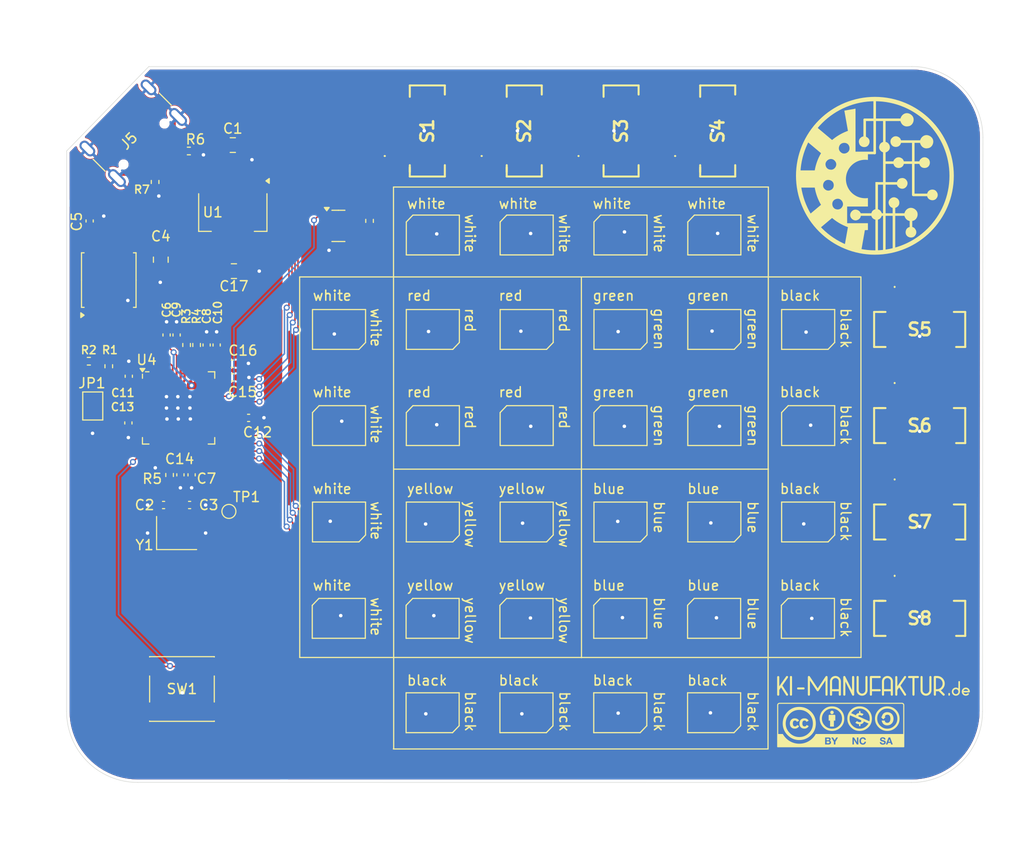
<source format=kicad_pcb>
(kicad_pcb (version 20240108) (generator "pcbnew") (generator_version "8.0")
  (title_block (title "NEURODOTS") (date "2024-09-04") (company "ki-manufaktur.de"))
  (layers (0 "F.Cu" signal) (31 "B.Cu" signal) (34 "B.Paste" user) (35 "F.Paste" user) (36 "B.SilkS" user "B.Silkscreen") (37 "F.SilkS" user "F.Silkscreen") (38 "B.Mask" user) (39 "F.Mask" user) (44 "Edge.Cuts" user))
  (net 0 "")
  (net 1 "GND")
  (net 2 "VBUS")
  (net 3 "/XIN")
  (net 4 "/XOUT")
  (net 5 "+3V3")
  (net 6 "+1V1")
  (net 7 "Net-(J5-CC1)")
  (net 8 "/~{USB_BOOT}")
  (net 11 "Net-(J5-CC2)")
  (net 14 "unconnected-(U4-GPIO10-Pad13)")
  (net 18 "unconnected-(U4-GPIO13-Pad16)")
  (net 22 "Net-(U4-RUN)")
  (net 31 "/QSPI_SS")
  (net 32 "Net-(U4-USB_DP)")
  (net 33 "Net-(U4-USB_DM)")
  (net 34 "/QSPI_SD3")
  (net 35 "/QSPI_SCLK")
  (net 36 "/QSPI_SD0")
  (net 37 "/QSPI_SD2")
  (net 38 "/QSPI_SD1")
  (net 39 "/USB_D+")
  (net 40 "/USB_D-")
  (net 41 "Net-(C3-Pad1)")
  (net 47 "/WS2812")
  (net 48 "/SW1")
  (net 50 "/SW2")
  (net 53 "/SW3")
  (net 56 "/SW4")
  (net 59 "/SW5")
  (net 66 "/SW6")
  (net 70 "/SW7")
  (net 73 "/SW8")
  (net 78 "Net-(D1-DOUT)")
  (net 79 "Net-(D2-DOUT)")
  (net 80 "Net-(D3-DOUT)")
  (net 81 "Net-(D4-DOUT)")
  (net 82 "Net-(D5-DOUT)")
  (net 83 "Net-(D6-DOUT)")
  (net 84 "Net-(D7-DOUT)")
  (net 85 "Net-(D8-DOUT)")
  (net 86 "Net-(D10-DIN)")
  (net 87 "Net-(D10-DOUT)")
  (net 88 "Net-(D11-DOUT)")
  (net 89 "Net-(D12-DOUT)")
  (net 90 "Net-(D13-DOUT)")
  (net 91 "Net-(D14-DOUT)")
  (net 92 "Net-(D15-DOUT)")
  (net 93 "Net-(D16-DOUT)")
  (net 94 "Net-(D17-DOUT)")
  (net 95 "Net-(D18-DOUT)")
  (net 96 "Net-(D19-DOUT)")
  (net 97 "Net-(D20-DOUT)")
  (net 98 "Net-(D21-DOUT)")
  (net 99 "Net-(D22-DOUT)")
  (net 100 "Net-(D23-DOUT)")
  (net 101 "Net-(D24-DOUT)")
  (net 102 "Net-(D25-DOUT)")
  (net 103 "Net-(D26-DOUT)")
  (net 104 "Net-(D27-DOUT)")
  (net 105 "Net-(D28-DOUT)")
  (net 106 "Net-(D30-DOUT)")
  (net 107 "Net-(D31-DOUT)")
  (net 108 "Net-(D32-DOUT)")
  (net 110 "Net-(Q1-G)")
  (net 111 "Net-(U4-GPIO12)")
  (footprint "Capacitor_SMD:C_0805_2012Metric" (layer "F.Cu") (at 83.197247 88.857552 -90)
    (property "Reference" "C4")
    (property "Value" "10u")
  )
  (footprint "Capacitor_SMD:C_0402_1005Metric" (layer "F.Cu") (at 88.775 97.377249 90)
    (property "Reference" "C10")
    (property "Value" "1u")
  )
  (footprint "Capacitor_SMD:C_0402_1005Metric" (layer "F.Cu") (at 87.775 97.377249 90)
    (property "Reference" "C8")
    (property "Value" "1u")
  )
  (footprint "Capacitor_SMD:C_0402_1005Metric" (layer "F.Cu") (at 79.958041 105.165104 -90)
    (property "Reference" "C13")
    (property "Value" "100n")
  )
  (footprint "Capacitor_SMD:C_0402_1005Metric" (layer "F.Cu") (at 76.09 84.99 90)
    (property "Reference" "C5")
    (property "Value" "100n")
  )
  (footprint "Resistor_SMD:R_0402_1005Metric" (layer "F.Cu") (at 76.01 99)
    (property "Reference" "R2")
    (property "Value" "DNF")
  )
  (footprint "Package_TO_SOT_SMD:SOT-223-3_TabPin2" (layer "F.Cu") (at 90.390587 84.118535 -90)
    (property "Reference" "U1")
    (property "Value" "NCP1117-3.3_SOT223")
  )
  (footprint "Package_SO:SOIC-8_5.23x5.23mm_P1.27mm" (layer "F.Cu") (at 78 90.893559 90)
    (property "Reference" "U2" (hide yes))
    (property "Value" "W25Q128JVS")
  )
  (footprint "Resistor_SMD:R_0402_1005Metric" (layer "F.Cu") (at 78 99.5 -90)
    (property "Reference" "R1")
    (property "Value" "1k")
  )
  (footprint "Capacitor_SMD:C_0402_1005Metric" (layer "F.Cu") (at 84.775 96.377249 90)
    (property "Reference" "C9")
    (property "Value" "100n")
  )
  (footprint "Capacitor_SMD:C_0402_1005Metric" (layer "F.Cu") (at 91.968836 104.660808)
    (property "Reference" "C12")
    (property "Value" "100n")
  )
  (footprint "Capacitor_SMD:C_0402_1005Metric" (layer "F.Cu") (at 85.156 110.347249 -90)
    (property "Reference" "C14")
    (property "Value" "100n")
  )
  (footprint "Resistor_SMD:R_0402_1005Metric" (layer "F.Cu") (at 85.775 97.377249 90)
    (property "Reference" "R3")
    (property "Value" "27")
  )
  (footprint "Capacitor_SMD:C_0402_1005Metric" (layer "F.Cu") (at 86.275 110.347249 -90)
    (property "Reference" "C7")
    (property "Value" "100n")
  )
  (footprint "Capacitor_SMD:C_0805_2012Metric" (layer "F.Cu") (at 90.390924 77.408383)
    (property "Reference" "C1")
    (property "Value" "10u")
  )
  (footprint "Capacitor_SMD:C_0402_1005Metric" (layer "F.Cu") (at 80 100.5 90)
    (property "Reference" "C11")
    (property "Value" "100n")
  )
  (footprint "Capacitor_SMD:C_0402_1005Metric" (layer "F.Cu") (at 90.337907 99.248651)
    (property "Reference" "C16")
    (property "Value" "100n")
  )
  (footprint "Resistor_SMD:R_0402_1005Metric" (layer "F.Cu") (at 86.775 97.377249 90)
    (property "Reference" "R4")
    (property "Value" "27")
  )
  (footprint "Capacitor_SMD:C_0402_1005Metric" (layer "F.Cu") (at 83.775 96.377249 90)
    (property "Reference" "C6")
    (property "Value" "100n")
  )
  (footprint "Capacitor_SMD:C_0402_1005Metric" (layer "F.Cu") (at 90.368988 100.616232)
    (property "Reference" "C15")
    (property "Value" "100n")
  )
  (footprint "Capacitor_SMD:C_0805_2012Metric" (layer "F.Cu") (at 90.5 90)
    (property "Reference" "C17")
    (property "Value" "10u")
  )
  (footprint "Resistor_SMD:R_0402_1005Metric" (layer "F.Cu") (at 104.049523 84.981264 -90)
    (property "Reference" "R8" (hide yes))
    (property "Value" "470")
  )
  (footprint "neurodots:LED_WS2812B-Mini_PLCC4_3.5x3.5mm" (layer "F.Cu") (at 138.488 95.825)
    (property "Reference" "D6" (hide yes))
    (property "Value" "WS2812B")
  )
  (footprint "Button_Switch_SMD:SW_SPST_PTS645" (layer "F.Cu") (at 85.31 131.74)
    (property "Reference" "SW1")
    (property "Value" "SW_Push")
  )
  (footprint "neurodots:LED_WS2812B-Mini_PLCC4_3.5x3.5mm" (layer "F.Cu") (at 147.86 115.056793)
    (property "Reference" "D17" (hide yes))
    (property "Value" "WS2812B")
  )
  (footprint "Capacitor_SMD:C_0402_1005Metric" (layer "F.Cu") (at 83.475 113.362249 180)
    (property "Reference" "C2")
    (property "Value" "15p")
  )
  (footprint "neurodots:SLW9135352ASMT" (layer "F.Cu") (at 138.825 76 90)
    (property "Reference" "S4")
    (property "Value" "SLW-913535-2A-SMT" (hide yes))
  )
  (footprint "neurodots:LED_WS2812B-Mini_PLCC4_3.5x3.5mm" (layer "F.Cu") (at 129.116 86.39 180)
    (property "Reference" "D3" (hide yes))
    (property "Value" "WS2812B")
  )
  (footprint "neurodots:LED_WS2812B-Mini_PLCC4_3.5x3.5mm" (layer "F.Cu") (at 119.744 105.427605 180)
    (property "Reference" "D13" (hide yes))
    (property "Value" "WS2812B")
  )
  (footprint "neurodots:LED_WS2812B-Mini_PLCC4_3.5x3.5mm" (layer "F.Cu") (at 110.372 95.825)
    (property "Reference" "D9" (hide yes))
    (property "Value" "WS2812B")
  )
  (footprint "Jumper:SolderJumper-2_P1.3mm_Open_TrianglePad1.0x1.5mm" (layer "F.Cu") (at 76.4 103.47 90)
    (property "Reference" "JP1")
    (property "Value" "SolderJumper_2_Open")
  )
  (footprint "Capacitor_SMD:C_0402_1005Metric" (layer "F.Cu") (at 86.075 113.362249)
    (property "Reference" "C3")
    (property "Value" "15p")
  )
  (footprint "neurodots:SLW9135352ASMT" (layer "F.Cu") (at 109.818972 76 90)
    (property "Reference" "S1")
    (property "Value" "SLW-913535-2A-SMT" (hide yes))
  )
  (footprint "neurodots:LED_WS2812B-Mini_PLCC4_3.5x3.5mm" (layer "F.Cu") (at 110.348297 134.11)
    (property "Reference" "D33" (hide yes))
    (property "Value" "WS2812B")
  )
  (footprint "neurodots:LED_WS2812B-Mini_PLCC4_3.5x3.5mm" (layer "F.Cu") (at 101 105.427605 180)
    (property "Reference" "D11" (hide yes))
    (property "Value" "WS2812B")
  )
  (footprint "neurodots:LED_WS2812B-Mini_PLCC4_3.5x3.5mm" (layer "F.Cu") (at 138.464297 124.684036 180)
    (property "Reference" "D27" (hide yes))
    (property "Value" "WS2812B")
  )
  (footprint "neurodots:SLW9135352ASMT" (layer "F.Cu") (at 129.175 76 90)
    (property "Reference" "S3")
    (property "Value" "SLW-913535-2A-SMT" (hide yes))
  )
  (footprint "neurodots:LED_WS2812B-Mini_PLCC4_3.5x3.5mm" (layer "F.Cu") (at 119.744 115.056793)
    (property "Reference" "D20" (hide yes))
    (property "Value" "WS2812B")
  )
  (footprint "neurodots:LED_WS2812B-Mini_PLCC4_3.5x3.5mm" (layer "F.Cu") (at 101 115.056793)
    (property "Reference" "D22" (hide yes))
    (property "Value" "WS2812B")
  )
  (footprint "neurodots:LED_WS2812B-Mini_PLCC4_3.5x3.5mm" (layer "F.Cu") (at 129.116 115.056793)
    (property "Reference" "D19" (hide yes))
    (property "Value" "WS2812B")
  )
  (footprint "Crystal:Crystal_SMD_3225-4Pin_3.2x2.5mm" (layer "F.Cu") (at 84.775 116.162249)
    (property "Reference" "Y1")
    (property "Value" "ABM8-272-T3")
  )
  (footprint "neurodots:LED_WS2812B-Mini_PLCC4_3.5x3.5mm" (layer "F.Cu") (at 119.720297 134.11)
    (property "Reference" "D32" (hide yes))
    (property "Value" "WS2812B")
  )
  (footprint "neurodots:LED_WS2812B-Mini_PLCC4_3.5x3.5mm" (layer "F.Cu") (at 147.86 95.825)
    (property "Reference" "D5" (hide yes))
    (property "Value" "WS2812B")
  )
  (footprint "Package_TO_SOT_SMD:SOT-23" (layer "F.Cu") (at 100.9375 85.481264)
    (property "Reference" "Q1" (hide yes))
    (property "Value" "BSS138")
  )
  (footprint "Connector_USB:USB_C_Receptacle_GCT_USB4105-xx-A_16P_TopMnt_Horizontal" (layer "F.Cu") (at 79.675751 75.45737 -135)
    (property "Reference" "J5")
    (property "Value" "USB_C_Receptacle_USB2.0_16P")
  )
  (footprint "neurodots:LED_WS2812B-Mini_PLCC4_3.5x3.5mm" (layer "F.Cu") (at 110.372 105.427605 180)
    (property "Reference" "D12" (hide yes))
    (property "Value" "WS2812B")
  )
  (footprint "neurodots:LED_WS2812B-Mini_PLCC4_3.5x3.5mm" (layer "F.Cu") (at 100.976297 124.684036 180)
    (property "Reference" "D23" (hide yes))
    (property "Value" "WS2812B")
  )
  (footprint "neurodots:LED_WS2812B-Mini_PLCC4_3.5x3.5mm" (layer "F.Cu") (at 147.86 105.427605 180)
    (property "Reference" "D16" (hide yes))
    (property "Value" "WS2812B")
  )
  (footprint "neurodots:SLW9135352ASMT" (layer "F.Cu") (at 159 124.684036)
    (property "Reference" "S8")
    (property "Value" "SLW-913535-2A-SMT" (hide yes))
  )
  (footprint "neurodots:LED_WS2812B-Mini_PLCC4_3.5x3.5mm" (layer "F.Cu") (at 110.348297 124.684036 180)
    (property "Reference" "D24" (hide yes))
    (property "Value" "WS2812B")
  )
  (footprint "neurodots:LED_WS2812B-Mini_PLCC4_3.5x3.5mm" (layer "F.Cu") (at 119.744 86.39 180)
    (property "Reference" "D2" (hide yes))
    (property "Value" "WS2812B")
  )
  (footprint "neurodots:LED_WS2812B-Mini_PLCC4_3.5x3.5mm" (layer "F.Cu") (at 138.464297 134.11)
    (property "Reference" "D30" (hide yes))
    (property "Value" "WS2812B")
  )
  (footprint "neurodots:LED_WS2812B-Mini_PLCC4_3.5x3.5mm" (layer "F.Cu") (at 129.116 95.825)
    (property "Reference" "D7" (hide yes))
    (property "Value" "WS2812B")
  )
  (footprint "Package_DFN_QFN:QFN-56-1EP_7x7mm_P0.4mm_EP3.2x3.2mm" (layer "F.Cu") (at 84.975 103.662249)
    (property "Reference" "U4")
    (property "Value" "RP2040")
  )
  (footprint "neurodots:LED_WS2812B-Mini_PLCC4_3.5x3.5mm" (layer "F.Cu") (at 119.744 95.825)
    (property "Reference" "D8" (hide yes))
    (property "Value" "WS2812B")
  )
  (footprint "TestPoint:TestPoint_Pad_D1.0mm" (layer "F.Cu") (at 90 114)
    (property "Reference" "TP1")
    (property "Value" "RUN")
  )
  (footprint "neurodots:LED_WS2812B-Mini_PLCC4_3.5x3.5mm" (layer "F.Cu") (at 138.488 105.427605 180)
    (property "Reference" "D15" (hide yes))
    (property "Value" "WS2812B")
  )
  (footprint "neurodots:SLW9135352ASMT" (layer "F.Cu") (at 119.5 76 90)
    (property "Reference" "S2")
    (property "Value" "SLW-913535-2A-SMT" (hide yes))
  )
  (footprint "neurodots:SLW9135352ASMT" (layer "F.Cu") (at 159 95.825)
    (property "Reference" "S5")
    (property "Value" "SLW-913535-2A-SMT" (hide yes))
  )
  (footprint "neurodots:LED_WS2812B-Mini_PLCC4_3.5x3.5mm" (layer "F.Cu") (at 129.092297 134.11)
    (property "Reference" "D31" (hide yes))
    (property "Value" "WS2812B")
  )
  (footprint "neurodots:SLW9135352ASMT" (layer "F.Cu") (at 159 115.056793)
    (property "Reference" "S7")
    (property "Value" "SLW-913535-2A-SMT" (hide yes))
  )
  (footprint "neurodots:LED_WS2812B-Mini_PLCC4_3.5x3.5mm" (layer "F.Cu") (at 119.720297 124.684036 180)
    (property "Reference" "D25" (hide yes))
    (property "Value" "WS2812B")
  )
  (footprint "neurodots:LED_WS2812B-Mini_PLCC4_3.5x3.5mm" (layer "F.Cu") (at 138.488 86.39 180)
    (property "Reference" "D4" (hide yes))
    (property "Value" "WS2812B")
  )
  (footprint "neurodots:LED_WS2812B-Mini_PLCC4_3.5x3.5mm" (layer "F.Cu") (at 138.488 115.056793)
    (property "Reference" "D18" (hide yes))
    (property "Value" "WS2812B")
  )
  (footprint "neurodots:LED_WS2812B-Mini_PLCC4_3.5x3.5mm" (layer "F.Cu") (at 129.116 105.427605 180)
    (property "Reference" "D14" (hide yes))
    (property "Value" "WS2812B")
  )
  (footprint "neurodots:SLW9135352ASMT" (layer "F.Cu") (at 159 105.427605)
    (property "Reference" "S6")
    (property "Value" "SLW-913535-2A-SMT" (hide yes))
  )
  (footprint "neurodots:LED_WS2812B-Mini_PLCC4_3.5x3.5mm" (layer "F.Cu") (at 110.372 86.39 180)
    (property "Reference" "D1" (hide yes))
    (property "Value" "WS2812B")
  )
  (footprint "Resistor_SMD:R_0402_1005Metric" (layer "F.Cu") (at 82.628466 81.093837 90)
    (property "Reference" "R7")
    (property "Value" "5k1")
  )
  (footprint "neurodots:LED_WS2812B-Mini_PLCC4_3.5x3.5mm" (layer "F.Cu") (at 110.372 115.056793)
    (property "Reference" "D21" (hide yes))
    (property "Value" "WS2812B")
  )
  (footprint "Resistor_SMD:R_0402_1005Metric" (layer "F.Cu") (at 84.075 110.362249 -90)
    (property "Reference" "R5")
    (property "Value" "1k")
  )
  (footprint "neurodots:LED_WS2812B-Mini_PLCC4_3.5x3.5mm" (layer "F.Cu") (at 147.836297 124.684036 180)
    (property "Reference" "D28" (hide yes))
    (property "Value" "WS2812B")
  )
  (footprint "Resistor_SMD:R_0402_1005Metric" (layer "F.Cu") (at 86 78 180)
    (property "Reference" "R6")
    (property "Value" "5k1")
  )
  (footprint "neurodots:LED_WS2812B-Mini_PLCC4_3.5x3.5mm" (layer "F.Cu") (at 101 95.825)
    (property "Reference" "D10" (hide yes))
    (property "Value" "WS2812B")
  )
  (footprint "neurodots:LED_WS2812B-Mini_PLCC4_3.5x3.5mm" (layer "F.Cu") (at 129.092297 124.684036 180)
    (property "Reference" "D26" (hide yes))
    (property "Value" "WS2812B")
  )
  (gr_poly (pts (xy 158.366875 77.02167) (xy 158.373395 77.022113) (xy 158.379819 77.022843) (xy 158.386141 77.023852) (xy 158.392351 77.025133) (xy 158.398443 77.026679) (xy 158.404407 77.028483) (xy 158.410237 77.030537) (xy 158.415923 77.032835) (xy 158.421458 77.035368) (xy 158.426834 77.038131) (xy 158.432042 77.041115) (xy 158.437075 77.044314) (xy 158.441924 77.04772) (xy 158.446582 77.051327) (xy 158.45104 77.055126) (xy 158.455291 77.05911) (xy 158.459325 77.063273) (xy 158.463136 77.067608) (xy 158.466715 77.072106) (xy 158.470054 77.076761) (xy 158.473145 77.081566) (xy 158.47598 77.086513) (xy 158.47855 77.091596) (xy 158.480849 77.096806) (xy 158.482867 77.102137) (xy 158.484596 77.107582) (xy 158.48603 77.113133) (xy 158.487159 77.118783) (xy 158.487975 77.124525) (xy 158.488471 77.130352) (xy 158.488638 77.136256) (xy 158.488638 82.388131) (xy 158.488471 82.394035) (xy 158.487975 82.399862) (xy 158.487159 82.405604) (xy 158.48603 82.411254) (xy 158.484596 82.416805) (xy 158.482867 82.42225) (xy 158.480849 82.427581) (xy 158.47855 82.432791) (xy 158.47598 82.437873) (xy 158.473145 82.442821) (xy 158.470054 82.447625) (xy 158.466715 82.452281) (xy 158.463136 82.456779) (xy 158.459325 82.461113) (xy 158.455291 82.465277) (xy 158.45104 82.469261) (xy 158.446582 82.47306) (xy 158.441924 82.476666) (xy 158.437075 82.480073) (xy 158.432042 82.483271) (xy 158.426834 82.486256) (xy 158.421458 82.489019) (xy 158.415923 82.491552) (xy 158.410237 82.49385) (xy 158.404407 82.495904) (xy 158.398443 82.497708) (xy 158.392351 82.499254) (xy 158.386141 82.500535) (xy 158.379819 82.501544) (xy 158.373395 82.502274) (xy 158.366875 82.502717) (xy 158.360269 82.502866) (xy 158.353663 82.502717) (xy 158.347144 82.502274) (xy 158.34072 82.501544) (xy 158.334398 82.500535) (xy 158.328187 82.499254) (xy 158.322096 82.497708) (xy 158.316131 82.495904) (xy 158.310301 82.49385) (xy 158.304615 82.491552) (xy 158.29908 82.489019) (xy 158.293704 82.486256) (xy 158.288496 82.483271) (xy 158.283463 82.480073) (xy 158.278614 82.476666) (xy 158.273956 82.47306) (xy 158.269498 82.469261) (xy 158.265248 82.465277) (xy 158.261213 82.461113) (xy 158.257402 82.456779) (xy 158.253823 82.452281) (xy 158.250484 82.447625) (xy 158.247393 82.442821) (xy 158.244559 82.437873) (xy 158.241988 82.432791) (xy 158.239689 82.427581) (xy 158.237671 82.42225) (xy 158.235942 82.416805) (xy 158.234508 82.411254) (xy 158.233379 82.405604) (xy 158.232563 82.399862) (xy 158.232067 82.394035) (xy 158.2319 82.388131) (xy 158.2319 77.136256) (xy 158.232067 77.130352) (xy 158.232563 77.124525) (xy 158.233379 77.118783) (xy 158.234508 77.113133) (xy 158.235942 77.107582) (xy 158.237671 77.102137) (xy 158.239689 77.096806) (xy 158.241988 77.091596) (xy 158.244559 77.086513) (xy 158.247393 77.081566) (xy 158.250484 77.076761) (xy 158.253823 77.072106) (xy 158.257402 77.067608) (xy 158.261213 77.063273) (xy 158.265248 77.05911) (xy 158.269498 77.055126) (xy 158.273956 77.051327) (xy 158.278614 77.04772) (xy 158.283463 77.044314) (xy 158.288496 77.041115) (xy 158.293704 77.038131) (xy 158.29908 77.035368) (xy 158.304615 77.032835) (xy 158.310301 77.030537) (xy 158.316131 77.028483) (xy 158.322096 77.026679) (xy 158.328187 77.025133) (xy 158.334398 77.023852) (xy 158.34072 77.022843) (xy 158.347144 77.022113) (xy 158.353663 77.02167) (xy 158.360269 77.02152)) (stroke (width -0.000001)) (fill solid) (layer "F.SilkS"))
  (gr_poly (pts (xy 150.24931 133.908494) (xy 150.258029 133.909157) (xy 150.266621 133.910249) (xy 150.275075 133.911759) (xy 150.283381 133.913675) (xy 150.291528 133.915989) (xy 150.299504 133.918687) (xy 150.307301 133.921761) (xy 150.314905 133.925199) (xy 150.322308 133.92899) (xy 150.329497 133.933123) (xy 150.336463 133.937588) (xy 150.343194 133.942374) (xy 150.349679 133.94747) (xy 150.355909 133.952865) (xy 150.361871 133.958549) (xy 150.367556 133.964511) (xy 150.372952 133.97074) (xy 150.378048 133.977225) (xy 150.382835 133.983955) (xy 150.3873 133.99092) (xy 150.391434 133.998108) (xy 150.395226 134.00551) (xy 150.398664 134.013114) (xy 150.401738 134.020909) (xy 150.404437 134.028886) (xy 150.40675 134.037032) (xy 150.408667 134.045337) (xy 150.410177 134.05379) (xy 150.411269 134.062381) (xy 150.411932 134.071099) (xy 150.412155 134.079932) (xy 150.411932 134.088766) (xy 150.411269 134.097484) (xy 150.410177 134.106075) (xy 150.408667 134.114528) (xy 150.40675 134.122833) (xy 150.404437 134.130979) (xy 150.401738 134.138955) (xy 150.398664 134.146751) (xy 150.395226 134.154355) (xy 150.391434 134.161756) (xy 150.3873 134.168945) (xy 150.382835 134.17591) (xy 150.378048 134.18264) (xy 150.372952 134.189125) (xy 150.367556 134.195354) (xy 150.361871 134.201315) (xy 150.355909 134.206999) (xy 150.349679 134.212395) (xy 150.343194 134.217491) (xy 150.336463 134.222277) (xy 150.329497 134.226742) (xy 150.322308 134.230875) (xy 150.314905 134.234666) (xy 150.307301 134.238104) (xy 150.299504 134.241177) (xy 150.291528 134.243876) (xy 150.283381 134.246189) (xy 150.275075 134.248106) (xy 150.266621 134.249616) (xy 150.258029 134.250707) (xy 150.24931 134.25137) (xy 150.240476 134.251594) (xy 150.231641 134.25137) (xy 150.222923 134.250707) (xy 150.214331 134.249616) (xy 150.205877 134.248106) (xy 150.197571 134.246189) (xy 150.189424 134.243876) (xy 150.181447 134.241177) (xy 150.173651 134.238104) (xy 150.166046 134.234666) (xy 150.158643 134.230875) (xy 150.151454 134.226742) (xy 150.144488 134.222277) (xy 150.137757 134.217491) (xy 150.131272 134.212395) (xy 150.125043 134.206999) (xy 150.11908 134.201315) (xy 150.113396 134.195354) (xy 150.108 134.189125) (xy 150.102903 134.18264) (xy 150.098116 134.17591) (xy 150.093651 134.168945) (xy 150.089517 134.161756) (xy 150.085726 134.154355) (xy 150.082288 134.146751) (xy 150.079214 134.138955) (xy 150.076514 134.130979) (xy 150.074201 134.122833) (xy 150.072284 134.114528) (xy 150.070774 134.106075) (xy 150.069682 134.097484) (xy 150.069019 134.088766) (xy 150.068796 134.079932) (xy 150.069019 134.071099) (xy 150.069682 134.062381) (xy 150.070774 134.05379) (xy 150.072284 134.045337) (xy 150.074201 134.037032) (xy 150.076514 134.028886) (xy 150.079214 134.020909) (xy 150.082288 134.013114) (xy 150.085726 134.00551) (xy 150.089517 133.998108) (xy 150.093651 133.99092) (xy 150.098116 133.983955) (xy 150.102903 133.977225) (xy 150.108 133.97074) (xy 150.113396 133.964511) (xy 150.11908 133.958549) (xy 150.125043 133.952865) (xy 150.131272 133.94747) (xy 150.137757 133.942374) (xy 150.144488 133.937588) (xy 150.151454 133.933123) (xy 150.158643 133.92899) (xy 150.166046 133.925199) (xy 150.173651 133.921761) (xy 150.181447 133.918687) (xy 150.189424 133.915989) (xy 150.197571 133.913675) (xy 150.205877 133.911759) (xy 150.214331 133.910249) (xy 150.222923 133.909157) (xy 150.231641 133.908494) (xy 150.240476 133.908271)) (stroke (width -0.000001)) (fill solid) (layer "F.SilkS"))
  (gr_poly (pts (xy 157.208384 74.754777) (xy 157.214876 74.755271) (xy 157.221274 74.756084) (xy 157.22757 74.757209) (xy 157.233755 74.758636) (xy 157.239822 74.760359) (xy 157.245763 74.76237) (xy 157.251569 74.764659) (xy 157.257232 74.76722) (xy 157.262745 74.770043) (xy 157.268099 74.773122) (xy 157.273287 74.776448) (xy 157.2783 74.780013) (xy 157.28313 74.783809) (xy 157.28777 74.787828) (xy 157.292211 74.792061) (xy 157.296445 74.796502) (xy 157.300464 74.801141) (xy 157.30426 74.805972) (xy 157.307825 74.810985) (xy 157.311151 74.816173) (xy 157.31423 74.821527) (xy 157.317054 74.82704) (xy 157.319615 74.832704) (xy 157.321904 74.838511) (xy 157.323915 74.844452) (xy 157.325638 74.850519) (xy 157.327066 74.856705) (xy 157.32819 74.863002) (xy 157.329004 74.869401) (xy 157.329498 74.875894) (xy 157.329664 74.882474) (xy 157.329664 74.882876) (xy 157.329498 74.889456) (xy 157.329004 74.895949) (xy 157.32819 74.902348) (xy 157.327066 74.908645) (xy 157.325638 74.914831) (xy 157.323915 74.920898) (xy 157.321904 74.926839) (xy 157.319615 74.932646) (xy 157.317054 74.93831) (xy 157.31423 74.943823) (xy 157.311151 74.949178) (xy 157.307825 74.954365) (xy 157.30426 74.959378) (xy 157.300464 74.964209) (xy 157.296445 74.968848) (xy 157.292211 74.973289) (xy 157.28777 74.977522) (xy 157.28313 74.981541) (xy 157.2783 74.985337) (xy 157.273287 74.988902) (xy 157.268099 74.992228) (xy 157.262745 74.995307) (xy 157.257232 74.99813) (xy 157.251569 75.000691) (xy 157.245763 75.00298) (xy 157.239822 75.004991) (xy 157.233755 75.006714) (xy 157.22757 75.008141) (xy 157.221274 75.009266) (xy 157.214876 75.010079) (xy 157.208384 75.010573) (xy 157.201805 75.010739) (xy 153.510333 75.010739) (xy 153.503755 75.010573) (xy 153.497262 75.010079) (xy 153.490864 75.009266) (xy 153.484569 75.008141) (xy 153.478383 75.006714) (xy 153.472316 75.004991) (xy 153.466376 75.00298) (xy 153.46057 75.000691) (xy 153.454906 74.99813) (xy 153.449393 74.995307) (xy 153.444039 74.992228) (xy 153.438851 74.988902) (xy 153.433838 74.985337) (xy 153.429008 74.981541) (xy 153.424368 74.977522) (xy 153.419928 74.973289) (xy 153.415694 74.968848) (xy 153.411675 74.964209) (xy 153.407879 74.959378) (xy 153.404314 74.954365) (xy 153.400988 74.949178) (xy 153.397909 74.943823) (xy 153.395085 74.93831) (xy 153.392524 74.932646) (xy 153.390234 74.926839) (xy 153.388224 74.920898) (xy 153.3865 74.914831) (xy 153.385073 74.908645) (xy 153.383948 74.902348) (xy 153.383135 74.895949) (xy 153.382641 74.889456) (xy 153.382474 74.882876) (xy 153.382474 74.882474) (xy 153.382641 74.875894) (xy 153.383135 74.869401) (xy 153.383948 74.863002) (xy 153.385073 74.856705) (xy 153.3865 74.850519) (xy 153.388224 74.844452) (xy 153.390234 74.838511) (xy 153.392524 74.832704) (xy 153.395085 74.82704) (xy 153.397909 74.821527) (xy 153.400988 74.816173) (xy 153.404314 74.810985) (xy 153.407879 74.805972) (xy 153.411675 74.801141) (xy 153.415694 74.796502) (xy 153.419928 74.792061) (xy 153.424368 74.787828) (xy 153.429008 74.783809) (xy 153.433838 74.780013) (xy 153.438851 74.776448) (xy 153.444039 74.773122) (xy 153.449393 74.770043) (xy 153.454906 74.76722) (xy 153.46057 74.764659) (xy 153.466376 74.76237) (xy 153.472316 74.760359) (xy 153.478383 74.758636) (xy 153.484569 74.757209) (xy 153.490864 74.756084) (xy 153.497262 74.755271) (xy 153.503755 74.754777) (xy 153.510333 74.754611) (xy 157.201805 74.754611)) (stroke (width -0.000001)) (fill solid) (layer "F.SilkS"))
  (gr_poly (pts (xy 153.481789 76.54091) (xy 153.514535 76.544309) (xy 153.547108 76.549678) (xy 153.579398 76.556966) (xy 153.611293 76.566121) (xy 153.64268 76.577092) (xy 153.673449 76.589827) (xy 153.703488 76.604275) (xy 153.732684 76.620384) (xy 153.760927 76.638104) (xy 153.788105 76.657382) (xy 153.814107 76.678167) (xy 153.83882 76.700408) (xy 153.862132 76.724054) (xy 153.883934 76.749052) (xy 153.904112 76.775352) (xy 153.922555 76.802902) (xy 153.939152 76.831651) (xy 153.953791 76.861547) (xy 153.96636 76.892539) (xy 153.976747 76.924575) (xy 153.984842 76.957604) (xy 153.990148 76.988779) (xy 153.993441 77.020146) (xy 153.994773 77.051617) (xy 153.994198 77.083101) (xy 153.991767 77.114511) (xy 153.987533 77.145756) (xy 153.981548 77.176748) (xy 153.973865 77.207398) (xy 153.964536 77.237616) (xy 153.953613 77.267313) (xy 153.941149 77.296402) (xy 153.927197 77.324791) (xy 153.911808 77.352392) (xy 153.895035 77.379117) (xy 153.876931 77.404875) (xy 153.857547 77.429579) (xy 153.833943 77.457565) (xy 153.808535 77.483078) (xy 153.781474 77.506146) (xy 153.752912 77.526795) (xy 153.722998 77.545054) (xy 153.691885 77.56095) (xy 153.659723 77.574511) (xy 153.626664 77.585764) (xy 153.592858 77.594736) (xy 153.558457 77.601455) (xy 153.523611 77.605949) (xy 153.488471 77.608245) (xy 153.45319 77.608371) (xy 153.417917 77.606353) (xy 153.382804 77.602221) (xy 153.348002 77.596) (xy 153.313662 77.587719) (xy 153.279935 77.577405) (xy 153.246971 77.565085) (xy 153.214923 77.550788) (xy 153.183941 77.534541) (xy 153.154177 77.51637) (xy 153.12578 77.496304) (xy 153.098903 77.474371) (xy 153.073696 77.450597) (xy 153.050311 77.42501) (xy 153.028898 77.397638) (xy 153.009609 77.368508) (xy 152.992594 77.337647) (xy 152.978005 77.305084) (xy 152.965992 77.270846) (xy 152.956708 77.23496) (xy 152.949362 77.214972) (xy 152.942983 77.194811) (xy 152.937558 77.174505) (xy 152.933076 77.154081) (xy 152.929525 77.133568) (xy 152.926892 77.112994) (xy 152.925167 77.092387) (xy 152.924336 77.071774) (xy 152.924389 77.051185) (xy 152.925313 77.030646) (xy 152.927097 77.010185) (xy 152.929729 76.989831) (xy 152.933197 76.969612) (xy 152.937489 76.949556) (xy 152.942592 76.92969) (xy 152.948497 76.910043) (xy 152.95519 76.890642) (xy 152.962659 76.871516) (xy 152.970893 76.852692) (xy 152.979881 76.834199) (xy 152.989609 76.816065) (xy 153.000067 76.798317) (xy 153.011242 76.780984) (xy 153.023122 76.764093) (xy 153.035697 76.747673) (xy 153.048953 76.731751) (xy 153.062879 76.716355) (xy 153.077463 76.701514) (xy 153.092694 76.687256) (xy 153.108559 76.673608) (xy 153.125046 76.660598) (xy 153.142145 76.648255) (xy 153.169418 76.626589) (xy 153.197746 76.607458) (xy 153.227019 76.590812) (xy 153.257123 76.576599) (xy 153.287949 76.564768) (xy 153.319384 76.555266) (xy 153.351316 76.548044) (xy 153.383635 76.543048) (xy 153.416227 76.540228) (xy 153.448983 76.539533)) (stroke (width -0.000001)) (fill solid) (layer "F.SilkS"))
  (gr_poly (pts (xy 154.723783 83.807478) (xy 154.758882 83.810013) (xy 154.79366 83.814703) (xy 154.827964 83.821565) (xy 154.861642 83.830615) (xy 154.894541 83.841869) (xy 154.926508 83.855343) (xy 154.957391 83.871054) (xy 154.987038 83.889016) (xy 155.015294 83.909248) (xy 155.042009 83.931764) (xy 155.067028 83.956582) (xy 155.0902 83.983716) (xy 155.111371 84.013184) (xy 155.130389 84.045001) (xy 155.143059 84.06211) (xy 155.15485 84.079657) (xy 155.165768 84.097613) (xy 155.175814 84.115946) (xy 155.184993 84.134627) (xy 155.193308 84.153626) (xy 155.200762 84.172913) (xy 155.20736 84.192457) (xy 155.213104 84.212227) (xy 155.217998 84.232195) (xy 155.225249 84.2726) (xy 155.229142 84.31343) (xy 155.229704 84.354444) (xy 155.226963 84.395401) (xy 155.220947 84.436057) (xy 155.211684 84.476173) (xy 155.199202 84.515506) (xy 155.183527 84.553815) (xy 155.164689 84.590858) (xy 155.154092 84.60883) (xy 155.142715 84.626394) (xy 155.130561 84.643521) (xy 155.117633 84.660181) (xy 155.097566 84.688653) (xy 155.075773 84.71499) (xy 155.052374 84.739208) (xy 155.027491 84.761327) (xy 155.001245 84.781363) (xy 154.973759 84.799336) (xy 154.945153 84.815262) (xy 154.91555 84.829159) (xy 154.88507 84.841046) (xy 154.853836 84.850941) (xy 154.821969 84.858861) (xy 154.789591 84.864824) (xy 154.756823 84.868849) (xy 154.723787 84.870953) (xy 154.690605 84.871153) (xy 154.657397 84.869469) (xy 154.624286 84.865917) (xy 154.591393 84.860516) (xy 154.558841 84.853284) (xy 154.526749 84.844238) (xy 154.49524 84.833396) (xy 154.464436 84.820777) (xy 154.434458 84.806398) (xy 154.405428 84.790277) (xy 154.377467 84.772433) (xy 154.350697 84.752882) (xy 154.32524 84.731643) (xy 154.301217 84.708734) (xy 154.278749 84.684173) (xy 154.257958 84.657977) (xy 154.238967 84.630165) (xy 154.221895 84.600754) (xy 154.221976 84.600754) (xy 154.208113 84.572335) (xy 154.196124 84.543165) (xy 154.185985 84.513345) (xy 154.177671 84.482973) (xy 154.171158 84.452151) (xy 154.166419 84.420979) (xy 154.163431 84.389556) (xy 154.162169 84.357984) (xy 154.162607 84.326362) (xy 154.164721 84.29479) (xy 154.168487 84.263369) (xy 154.173878 84.232199) (xy 154.18087 84.20138) (xy 154.189439 84.171012) (xy 154.19956 84.141196) (xy 154.211207 84.112031) (xy 154.225971 84.078529) (xy 154.243164 84.046892) (xy 154.26263 84.017135) (xy 154.284219 83.989276) (xy 154.307778 83.963329) (xy 154.333153 83.939312) (xy 154.360192 83.917241) (xy 154.388743 83.897131) (xy 154.418652 83.878999) (xy 154.449767 83.862861) (xy 154.481936 83.848733) (xy 154.515005 83.836631) (xy 154.548822 83.826572) (xy 154.583235 83.818572) (xy 154.61809 83.812646) (xy 154.653235 83.808811) (xy 154.688517 83.807083)) (stroke (width -0.000001)) (fill solid) (layer "F.SilkS"))
  (gr_poly (pts (xy 150.495524 134.317783) (xy 150.499548 134.318089) (xy 150.503514 134.318593) (xy 150.507417 134.31929) (xy 150.511252 134.320175) (xy 150.515013 134.321243) (xy 150.518697 134.322489) (xy 150.522297 134.323908) (xy 150.525809 134.325495) (xy 150.529227 134.327246) (xy 150.532548 134.329155) (xy 150.535765 134.331216) (xy 150.538874 134.333426) (xy 150.54187 134.33578) (xy 150.544748 134.338271) (xy 150.547503 134.340896) (xy 150.550129 134.343649) (xy 150.552622 134.346526) (xy 150.554977 134.349521) (xy 150.557189 134.352629) (xy 150.559252 134.355846) (xy 150.561163 134.359166) (xy 150.562915 134.362585) (xy 150.564504 134.366097) (xy 150.565925 134.369698) (xy 150.567172 134.373382) (xy 150.568241 134.377145) (xy 150.569128 134.380982) (xy 150.569825 134.384887) (xy 150.57033 134.388855) (xy 150.570637 134.392883) (xy 150.57074 134.396964) (xy 150.570737 134.396964) (xy 150.570737 134.898902) (xy 150.43064 134.898902) (xy 150.43064 135.493272) (xy 150.050202 135.493272) (xy 150.050202 134.898902) (xy 149.910208 134.898902) (xy 149.910208 134.396964) (xy 149.910312 134.392883) (xy 149.910618 134.388855) (xy 149.911123 134.384886) (xy 149.911821 134.380981) (xy 149.912707 134.377144) (xy 149.913776 134.373381) (xy 149.915024 134.369697) (xy 149.916445 134.366096) (xy 149.918034 134.362584) (xy 149.919786 134.359165) (xy 149.921696 134.355845) (xy 149.92376 134.352628) (xy 149.925972 134.34952) (xy 149.928327 134.346525) (xy 149.93082 134.343648) (xy 149.933447 134.340895) (xy 149.936201 134.33827) (xy 149.939079 134.335779) (xy 149.942075 134.333426) (xy 149.945184 134.331216) (xy 149.948402 134.329154) (xy 149.951722 134.327245) (xy 149.955141 134.325495) (xy 149.958653 134.323908) (xy 149.962253 134.322489) (xy 149.965936 134.321243) (xy 149.969698 134.320175) (xy 149.973532 134.31929) (xy 149.977435 134.318593) (xy 149.981401 134.318089) (xy 149.985425 134.317783) (xy 149.989502 134.31768) (xy 150.491446 134.31768)) (stroke (width -0.000001)) (fill solid) (layer "F.SilkS"))
  (gr_poly (pts (xy 157.288955 80.699842) (xy 157.309597 80.701067) (xy 157.330117 80.703179) (xy 157.350489 80.706162) (xy 157.370686 80.710001) (xy 157.390683 80.71468) (xy 157.410454 80.720183) (xy 157.429973 80.726493) (xy 157.449213 80.733597) (xy 157.468149 80.741477) (xy 157.486755 80.750119) (xy 157.505005 80.759505) (xy 157.522872 80.769622) (xy 157.540331 80.780452) (xy 157.557356 80.791981) (xy 157.573921 80.804192) (xy 157.589999 80.81707) (xy 157.605565 80.830599) (xy 157.620593 80.844763) (xy 157.635056 80.859547) (xy 157.648929 80.874934) (xy 157.662186 80.89091) (xy 157.674801 80.907458) (xy 157.686747 80.924563) (xy 157.697999 80.942208) (xy 157.708531 80.960379) (xy 157.718316 80.979059) (xy 157.735879 81.009141) (xy 157.750782 81.039905) (xy 157.763091 81.071251) (xy 157.772874 81.103073) (xy 157.780196 81.13527) (xy 157.785126 81.167738) (xy 157.787729 81.200374) (xy 157.788072 81.233075) (xy 157.786223 81.265738) (xy 157.782248 81.298259) (xy 157.776214 81.330535) (xy 157.768187 81.362463) (xy 157.758235 81.393941) (xy 157.746424 81.424864) (xy 157.732822 81.45513) (xy 157.717494 81.484636) (xy 157.700508 81.513278) (xy 157.68193 81.540954) (xy 157.661828 81.567559) (xy 157.640268 81.592992) (xy 157.617317 81.617148) (xy 157.593041 81.639925) (xy 157.567508 81.66122) (xy 157.540784 81.680929) (xy 157.512937 81.698949) (xy 157.484032 81.715177) (xy 157.454137 81.72951) (xy 157.423319 81.741845) (xy 157.391644 81.752079) (xy 157.359179 81.760108) (xy 157.325991 81.765829) (xy 157.292147 81.76914) (xy 157.292174 81.76914) (xy 157.260558 81.769951) (xy 157.229038 81.768744) (xy 157.197696 81.765582) (xy 157.166611 81.760531) (xy 157.135866 81.753654) (xy 157.10554 81.745015) (xy 157.075714 81.73468) (xy 157.04647 81.722713) (xy 157.017887 81.709178) (xy 156.990047 81.69414) (xy 156.96303 81.677662) (xy 156.936917 81.659809) (xy 156.91179 81.640647) (xy 156.887728 81.620238) (xy 156.864812 81.598648) (xy 156.843123 81.575941) (xy 156.818781 81.548593) (xy 156.797144 81.519812) (xy 156.778162 81.489744) (xy 156.761788 81.458533) (xy 156.747972 81.426325) (xy 156.736666 81.393266) (xy 156.727821 81.359502) (xy 156.721388 81.325179) (xy 156.717319 81.29044) (xy 156.715565 81.255434) (xy 156.716077 81.220304) (xy 156.718806 81.185196) (xy 156.723704 81.150257) (xy 156.730722 81.115632) (xy 156.739811 81.081466) (xy 156.750922 81.047904) (xy 156.764007 81.015094) (xy 156.779017 80.983179) (xy 156.795903 80.952306) (xy 156.814617 80.92262) (xy 156.83511 80.894268) (xy 156.857333 80.867393) (xy 156.881237 80.842143) (xy 156.906773 80.818662) (xy 156.933894 80.797097) (xy 156.96255 80.777593) (xy 156.992692 80.760295) (xy 157.024271 80.745349) (xy 157.05724 80.7329) (xy 157.091549 80.723095) (xy 157.127149 80.716079) (xy 157.163993 80.711997) (xy 157.184822 80.70757) (xy 157.205685 80.704125) (xy 157.226556 80.701645) (xy 157.247409 80.700115) (xy 157.268217 80.699519)) (stroke (width -0.000001)) (fill solid) (layer "F.SilkS"))
  (gr_line (start 106.425 137.73) (end 143.8525 137.73) (stroke (width 0.12)) (layer "F.SilkS"))
  (gr_line (start 153.14 128.59) (end 97.075 128.59) (stroke (width 0.12)) (layer "F.SilkS"))
  (gr_poly (pts (xy 150.614308 130.437863) (xy 150.641992 130.43998) (xy 150.66928 130.443465) (xy 150.696139 130.448283) (xy 150.722533 130.4544) (xy 150.748429 130.461782) (xy 150.77379 130.470393) (xy 150.798583 130.480198) (xy 150.822773 130.491163) (xy 150.846324 130.503254) (xy 150.869202 130.516434) (xy 150.891372 130.53067) (xy 150.9128 130.545927) (xy 150.933451 130.562169) (xy 150.95329 130.579363) (xy 150.972281 130.597473) (xy 150.990392 130.616465) (xy 151.007585 130.636303) (xy 151.023828 130.656954) (xy 151.039085 130.678382) (xy 151.053321 130.700553) (xy 151.066501 130.723431) (xy 151.078591 130.746982) (xy 151.089556 130.771171) (xy 151.099362 130.795964) (xy 151.107973 130.821326) (xy 151.115354 130.847221) (xy 151.121472 130.873616) (xy 151.12629 130.900475) (xy 151.129775 130.927763) (xy 151.131891 130.955446) (xy 151.132604 130.983489) (xy 151.132604 132.304054) (xy 151.13246 132.309496) (xy 151.132033 132.314864) (xy 151.131331 132.320151) (xy 151.130362 132.325349) (xy 151.129134 132.330454) (xy 151.127655 132.335458) (xy 151.125933 132.340355) (xy 151.123977 132.345139) (xy 151.121793 132.349802) (xy 151.119391 132.35434) (xy 151.116778 132.358745) (xy 151.113962 132.363011) (xy 151.110952 132.367131) (xy 151.107755 132.371099) (xy 151.104379 132.374909) (xy 151.100832 132.378554) (xy 151.097123 132.382028) (xy 151.093259 132.385325) (xy 151.089249 132.388437) (xy 151.0851 132.391359) (xy 151.080821 132.394084) (xy 151.076419 132.396606) (xy 151.071903 132.398918) (xy 151.06728 132.401014) (xy 151.062558 132.402887) (xy 151.057747 132.404532) (xy 151.052853 132.405941) (xy 151.047884 132.407108) (xy 151.042849 132.408027) (xy 151.037756 132.408692) (xy 151.032613 132.409095) (xy 151.027427 132.409231) (xy 151.021976 132.409095) (xy 151.016584 132.408692) (xy 151.011258 132.408027) (xy 151.006006 132.407108) (xy 151.000835 132.405941) (xy 150.995753 132.404532) (xy 150.990767 132.402887) (xy 150.985886 132.401014) (xy 150.981115 132.398918) (xy 150.976463 132.396606) (xy 150.971938 132.394084) (xy 150.967546 132.391359) (xy 150.963295 132.388437) (xy 150.959193 132.385325) (xy 150.955247 132.382028) (xy 150.951465 132.378554) (xy 150.947855 132.374909) (xy 150.944422 132.371099) (xy 150.941176 132.367131) (xy 150.938124 132.363011) (xy 150.935273 132.358745) (xy 150.93263 132.35434) (xy 150.930204 132.349802) (xy 150.928001 132.345139) (xy 150.92603 132.340355) (xy 150.924296 132.335458) (xy 150.922809 132.330454) (xy 150.921576 132.325349) (xy 150.920604 132.320151) (xy 150.9199 132.314864) (xy 150.919472 132.309496) (xy 150.919328 132.304054) (xy 150.919328 131.968069) (xy 150.250281 131.968069) (xy 150.250281 132.304054) (xy 150.250145 132.309496) (xy 150.249742 132.314864) (xy 150.249077 132.320151) (xy 150.248158 132.325349) (xy 150.246991 132.330454) (xy 150.245582 132.335458) (xy 150.243937 132.340355) (xy 150.242064 132.345139) (xy 150.239968 132.349802) (xy 150.237656 132.35434) (xy 150.235134 132.358745) (xy 150.232409 132.363011) (xy 150.229487 132.367131) (xy 150.226374 132.371099) (xy 150.223078 132.374909) (xy 150.219604 132.378554) (xy 150.215959 132.382028) (xy 150.212149 132.385325) (xy 150.20818 132.388437) (xy 150.20406 132.391359) (xy 150.199794 132.394084) (xy 150.195389 132.396606) (xy 150.190852 132.398918) (xy 150.186188 132.401014) (xy 150.181404 132.402887) (xy 150.176507 132.404532) (xy 150.171503 132.405941) (xy 150.166399 132.407108) (xy 150.1612 132.408027) (xy 150.155913 132.408692) (xy 150.150546 132.409095) (xy 150.145103 132.409231) (xy 150.13966 132.409095) (xy 150.134292 132.408692) (xy 150.129006 132.408027) (xy 150.123807 132.407108) (xy 150.118702 132.405941) (xy 150.113698 132.404532) (xy 150.108801 132.402887) (xy 150.104017 132.401014) (xy 150.099354 132.398918) (xy 150.094816 132.396606) (xy 150.090411 132.394084) (xy 150.086145 132.391359) (xy 150.082025 132.388437) (xy 150.078057 132.385325) (xy 150.074247 132.382028) (xy 150.070602 132.378554) (xy 150.067128 132.374909) (xy 150.063831 132.371099) (xy 150.060719 132.367131) (xy 150.057797 132.363011) (xy 150.055072 132.358745) (xy 150.05255 132.35434) (xy 150.050238 132.349802) (xy 150.048142 132.345139) (xy 150.046268 132.340355) (xy 150.044624 132.335458) (xy 150.043215 132.330454) (xy 150.042048 132.325349) (xy 150.041128 132.320151) (xy 150.040464 132.314864) (xy 150.040061 132.309496) (xy 150.039925 132.304054) (xy 150.039925 130.983491) (xy 150.250281 130.983491) (xy 150.250281 131.757716) (xy 150.919328 131.757716) (xy 150.919328 130.983491) (xy 150.918895 130.966076) (xy 150.917609 130.948904) (xy 150.915493 130.931995) (xy 150.912566 130.91537) (xy 150.908849 130.899048) (xy 150.904364 130.883051) (xy 150.899131 130.867398) (xy 150.89317 130.85211) (xy 150.886504 130.837207) (xy 150.879152 130.82271) (xy 150.871136 130.808639) (xy 150.862476 130.795013) (xy 150.853194 130.781854) (xy 150.84331 130.769182) (xy 150.832845 130.757018) (xy 150.82182 130.74538) (xy 150.810255 130.734291) (xy 150.798172 130.723769) (xy 150.785592 130.713836) (xy 150.772535 130.704512) (xy 150.759022 130.695817) (xy 150.745074 130.687771) (xy 150.730712 130.680395) (xy 150.715957 130.673709) (xy 150.70083 130.667734) (xy 150.685351 130.662489) (xy 150.669542 130.657996) (xy 150.653423 130.654274) (xy 150.637015 130.651344) (xy 150.620338 130.649225) (xy 150.603415 130.647939) (xy 150.586266 130.647506) (xy 150.569108 130.647939) (xy 150.55216 130.649225) (xy 150.535445 130.651344) (xy 150.518983 130.654274) (xy 150.502798 130.657996) (xy 150.48691 130.662489) (xy 150.471343 130.667734) (xy 150.456117 130.673709) (xy 150.441255 130.680395) (xy 150.426779 130.687771) (xy 150.412711 130.695817) (xy 150.399072 130.704512) (xy 150.385884 130.713836) (xy 150.37317 130.723769) (xy 150.360952 130.734291) (xy 150.34925 130.74538) (xy 150.338088 130.757018) (xy 150.327487 130.769182) (xy 150.31747 130.781854) (xy 150.308057 130.795013) (xy 150.299271 130.808639) (xy 150.291134 130.82271) (xy 150.283668 130.837207) (xy 150.276895 130.85211) (xy 150.270836 130.867398) (xy 150.265515 130.883051) (xy 150.260951 130.899048) (xy 150.257168 130.91537) (xy 150.254188 130.931995) (xy 150.252032 130.948904) (xy 150.250722 130.966076) (xy 150.250281 130.983491) (xy 150.039925 130.983491) (xy 150.039925 130.983489) (xy 150.040638 130.955446) (xy 150.042754 130.927763) (xy 150.046239 130.900475) (xy 150.051058 130.873616) (xy 150.057175 130.847221) (xy 150.064557 130.821326) (xy 150.073167 130.795964) (xy 150.082973 130.771171) (xy 150.093938 130.746982) (xy 150.106028 130.723431) (xy 150.119209 130.700553) (xy 150.133445 130.678382) (xy 150.148701 130.656954) (xy 150.164944 130.636303) (xy 150.182138 130.616465) (xy 150.200248 130.597473) (xy 150.21924 130.579363) (xy 150.239078 130.562169) (xy 150.259729 130.545927) (xy 150.281157 130.53067) (xy 150.303327 130.516434) (xy 150.326206 130.503254) (xy 150.349757 130.491163) (xy 150.373946 130.480198) (xy 150.398739 130.470393) (xy 150.424101 130.461782) (xy 150.449996 130.4544) (xy 150.476391 130.448283) (xy 150.50325 130.443465) (xy 150.530538 130.43998) (xy 150.558222 130.437863) (xy 150.586265 130.43715)) (stroke (width -0.000001)) (fill solid) (layer "F.SilkS"))
  (gr_poly (pts (xy 156.919569 78.628272) (xy 156.960595 78.63173) (xy 157.001305 78.638487) (xy 157.041456 78.648549) (xy 157.080805 78.661924) (xy 157.119109 78.678617) (xy 157.156124 78.698636) (xy 157.18716 78.714446) (xy 157.216327 78.73227) (xy 157.243627 78.751985) (xy 157.26906 78.773467) (xy 157.292626 78.796594) (xy 157.314325 78.821243) (xy 157.334159 78.84729) (xy 157.352126 78.874614) (xy 157.368229 78.903091) (xy 157.382467 78.932598) (xy 157.394841 78.963013) (xy 157.40535 78.994212) (xy 157.413996 79.026073) (xy 157.420779 79.058472) (xy 157.425699 79.091287) (xy 157.428757 79.124395) (xy 157.429953 79.157674) (xy 157.429288 79.190999) (xy 157.426761 79.224249) (xy 157.422374 79.2573) (xy 157.416126 79.29003) (xy 157.408018 79.322315) (xy 157.398051 79.354033) (xy 157.386225 79.385061) (xy 157.372541 79.415276) (xy 157.356998 79.444554) (xy 157.339597 79.472775) (xy 157.320339 79.499813) (xy 157.299223 79.525547) (xy 157.276252 79.549853) (xy 157.251424 79.572609) (xy 157.22474 79.593692) (xy 157.19859 79.611465) (xy 157.171428 79.627489) (xy 157.143359 79.641773) (xy 157.114483 79.654327) (xy 157.084904 79.665163) (xy 157.054725 79.674291) (xy 157.024048 79.681721) (xy 156.992977 79.687464) (xy 156.961613 79.69153) (xy 156.930061 79.69393) (xy 156.898421 79.694674) (xy 156.866798 79.693774) (xy 156.835294 79.691239) (xy 156.804012 79.68708) (xy 156.773054 79.681308) (xy 156.742523 79.673932) (xy 156.707262 79.664086) (xy 156.673502 79.651571) (xy 156.64128 79.636537) (xy 156.610633 79.619133) (xy 156.581599 79.599507) (xy 156.554217 79.577809) (xy 156.528523 79.554186) (xy 156.504557 79.528789) (xy 156.482354 79.501765) (xy 156.461953 79.473263) (xy 156.443392 79.443433) (xy 156.426709 79.412423) (xy 156.411941 79.380383) (xy 156.399125 79.34746) (xy 156.3883 79.313803) (xy 156.379504 79.279563) (xy 156.372774 79.244886) (xy 156.368147 79.209923) (xy 156.365662 79.174821) (xy 156.365357 79.139731) (xy 156.367268 79.1048) (xy 156.371434 79.070178) (xy 156.377893 79.036013) (xy 156.386681 79.002454) (xy 156.397838 78.96965) (xy 156.4114 78.937749) (xy 156.427405 78.906902) (xy 156.445892 78.877255) (xy 156.466897 78.848959) (xy 156.490459 78.822162) (xy 156.516616 78.797013) (xy 156.545404 78.773661) (xy 156.560533 78.758676) (xy 156.576221 78.744497) (xy 156.592438 78.731127) (xy 156.609153 78.718566) (xy 156.626336 78.706814) (xy 156.643956 78.695873) (xy 156.680388 78.676426) (xy 156.718206 78.660231) (xy 156.757166 78.647295) (xy 156.797025 78.637624) (xy 156.837541 78.631226) (xy 156.87847 78.628106)) (stroke (width -0.000001)) (fill solid) (layer "F.SilkS"))
  (gr_poly (pts (xy 150.302791 133.475042) (xy 150.365448 133.479212) (xy 150.426854 133.486162) (xy 150.487008 133.495893) (xy 150.545912 133.508403) (xy 150.603566 133.523693) (xy 150.65997 133.541764) (xy 150.715124 133.562614) (xy 150.769028 133.586245) (xy 150.821684 133.612656) (xy 150.873091 133.641846) (xy 150.923249 133.673817) (xy 150.972159 133.708568) (xy 151.019822 133.746099) (xy 151.066237 133.786411) (xy 151.111405 133.829502) (xy 151.154556 133.874606) (xy 151.194923 133.920956) (xy 151.232505 133.968552) (xy 151.267301 134.017394) (xy 151.299314 134.067482) (xy 151.328541 134.118816) (xy 151.354985 134.171397) (xy 151.378644 134.225225) (xy 151.399519 134.280299) (xy 151.417611 134.336621) (xy 151.432918 134.394189) (xy 151.445442 134.453005) (xy 151.455183 134.513069) (xy 151.46214 134.57438) (xy 151.466315 134.636939) (xy 151.467706 134.700745) (xy 151.466339 134.764516) (xy 151.462237 134.826968) (xy 151.4554 134.888101) (xy 151.445827 134.947914) (xy 151.43352 135.006409) (xy 151.418477 135.063585) (xy 151.400699 135.119441) (xy 151.380185 135.173979) (xy 151.356935 135.227198) (xy 151.330949 135.279098) (xy 151.302227 135.329678) (xy 151.270769 135.37894) (xy 151.236574 135.426883) (xy 151.199642 135.473506) (xy 151.159974 135.518811) (xy 151.117569 135.562797) (xy 151.070571 135.607016) (xy 151.022517 135.648381) (xy 150.973406 135.686891) (xy 150.923238 135.722547) (xy 150.872014 135.75535) (xy 150.819734 135.785299) (xy 150.766399 135.812394) (xy 150.712007 135.836637) (xy 150.65656 135.858026) (xy 150.600057 135.876563) (xy 150.542499 135.892247) (xy 150.483886 135.90508) (xy 150.424218 135.91506) (xy 150.363495 135.922188) (xy 150.301718 135.926465) (xy 150.238886 135.927891) (xy 150.176854 135.926476) (xy 150.115899 135.922232) (xy 150.056021 135.91516) (xy 149.997219 135.905259) (xy 149.939495 135.892529) (xy 149.882848 135.876972) (xy 149.82728 135.858587) (xy 149.772789 135.837375) (xy 149.719376 135.813336) (xy 149.667043 135.78647) (xy 149.615788 135.756778) (xy 149.565613 135.72426) (xy 149.516517 135.688915) (xy 149.468502 135.650746) (xy 149.421566 135.609751) (xy 149.375711 135.565931) (xy 149.331814 135.520118) (xy 149.29075 135.473204) (xy 149.252518 135.425187) (xy 149.21712 135.376068) (xy 149.184554 135.325848) (xy 149.154821 135.274525) (xy 149.12792 135.222102) (xy 149.103852 135.168577) (xy 149.082615 135.113951) (xy 149.064211 135.058223) (xy 149.048638 135.001395) (xy 149.035897 134.943466) (xy 149.025988 134.884437) (xy 149.01891 134.824306) (xy 149.014663 134.763076) (xy 149.013248 134.700745) (xy 149.2344 134.700745) (xy 149.235564 134.751322) (xy 149.239055 134.801036) (xy 149.244875 134.849885) (xy 149.253022 134.89787) (xy 149.263497 134.944991) (xy 149.2763 134.991249) (xy 149.291431 135.036643) (xy 149.30889 135.081174) (xy 149.328676 135.124841) (xy 149.35079 135.167644) (xy 149.375232 135.209584) (xy 149.402002 135.250661) (xy 149.4311 135.290874) (xy 149.462526 135.330225) (xy 149.49628 135.368712) (xy 149.532361 135.406336) (xy 149.57005 135.442375) (xy 149.608628 135.476089) (xy 149.648094 135.507476) (xy 149.688449 135.536537) (xy 149.729693 135.563272) (xy 149.771826 135.587682) (xy 149.814849 135.609766) (xy 149.85876 135.629525) (xy 149.903561 135.646959) (xy 149.949252 135.662068) (xy 149.995833 135.674852) (xy 150.043303 135.685311) (xy 150.091664 135.693445) (xy 150.140915 135.699256) (xy 150.191056 135.702742) (xy 150.242087 135.703904) (xy 150.293106 135.70273) (xy 150.343288 135.699208) (xy 150.392632 135.693337) (xy 150.441137 135.685119) (xy 150.488804 135.674552) (xy 150.535633 135.661637) (xy 150.581623 135.646373) (xy 150.626774 135.62876) (xy 150.671086 135.6088) (xy 150.71456 135.58649) (xy 150.757194 135.561832) (xy 150.798988 135.534824) (xy 150.839943 135.505468) (xy 150.880059 135.473763) (xy 150.919334 135.439709) (xy 150.95777 135.403306) (xy 150.99275 135.367841) (xy 151.025472 135.33125) (xy 151.055937 135.293532) (xy 151.084143 135.254688) (xy 151.110093 135.214719) (xy 151.133785 135.173623) (xy 151.15522 135.131401) (xy 151.174398 135.088053) (xy 151.19132 135.043579) (xy 151.205984 134.997979) (xy 151.218393 134.951254) (xy 151.228544 134.903403) (xy 151.23644 134.854427) (xy 151.24208 134.804325) (xy 151.245463 134.753098) (xy 151.246591 134.700745) (xy 151.245439 134.648718) (xy 151.241983 134.597695) (xy 151.236223 134.547678) (xy 151.228159 134.498666) (xy 151.217791 134.45066) (xy 151.205118 134.403661) (xy 151.19014 134.357667) (xy 151.172858 134.31268) (xy 151.153271 134.2687) (xy 151.131378 134.225726) (xy 151.107181 134.18376) (xy 151.080678 134.142801) (xy 151.051869 134.10285) (xy 151.020755 134.063907) (xy 150.987335 134.025972) (xy 150.951608 133.989045) (xy 150.914642 133.953377) (xy 150.876693 133.920009) (xy 150.837762 133.888942) (xy 150.797848 133.860174) (xy 150.75695 133.833708) (xy 150.715068 133.809542) (xy 150.672203 133.787677) (xy 150.628353 133.768113) (xy 150.583519 133.75085) (xy 150.5377 133.735888) (xy 150.490896 133.723228) (xy 150.443106 133.712869) (xy 150.394331 133.704812) (xy 150.344569 133.699057) (xy 150.293822 133.695604) (xy 150.242089 133.694453) (xy 150.190366 133.695604) (xy 150.139651 133.699057) (xy 150.089944 133.704812) (xy 150.041246 133.71287) (xy 149.993555 133.723229) (xy 149.946872 133.735889) (xy 149.901197 133.750851) (xy 149.85653 133.768114) (xy 149.81287 133.787678) (xy 149.770217 133.809543) (xy 149.728571 133.833709) (xy 149.687932 133.860176) (xy 149.6483 133.888943) (xy 149.609675 133.92001) (xy 149.572056 133.953377) (xy 149.535443 133.989045) (xy 149.498989 134.027415) (xy 149.464886 134.066598) (xy 149.433135 134.106596) (xy 149.403737 134.147408) (xy 149.37669 134.189034) (xy 149.351995 134.231475) (xy 149.329652 134.274731) (xy 149.309661 134.318803) (xy 149.292021 134.363689) (xy 149.276734 134.409391) (xy 149.263798 134.45591) (xy 149.253215 134.503244) (xy 149.244983 134.551394) (xy 149.239103 134.600361) (xy 149.235576 134.650145) (xy 149.2344 134.700745) (xy 149.013248 134.700745) (xy 149.014663 134.638391) (xy 149.01891 134.577088) (xy 149.025988 134.516838) (xy 149.035897 134.457641) (xy 149.048638 134.399497) (xy 149.06421 134.342406) (xy 149.082614 134.286369) (xy 149.10385 134.231387) (xy 149.127919 134.177458) (xy 149.154819 134.124584) (xy 149.184553 134.072765) (xy 149.217119 134.022001) (xy 149.252517 133.972292) (xy 149.290749 133.923639) (xy 149.331813 133.876042) (xy 149.375711 133.829502) (xy 149.420483 133.786411) (xy 149.466479 133.746099) (xy 149.5137 133.708568) (xy 149.533378 133.694453) (xy 150.242087 133.694453) (xy 150.242089 133.694453) (xy 150.24209 133.694453) (xy 150.242087 133.694453) (xy 149.533378 133.694453) (xy 149.562145 133.673817) (xy 149.611815 133.641846) (xy 149.662708 133.612656) (xy 149.714825 133.586245) (xy 149.768165 133.562614) (xy 149.822728 133.541764) (xy 149.878514 133.523693) (xy 149.935522 133.508403) (xy 149.993752 133.495893) (xy 150.053204 133.486162) (xy 150.113877 133.479212) (xy 150.175771 133.475042) (xy 150.238884 133.473652)) (stroke (width -0.000001)) (fill solid) (layer "F.SilkS"))
  (gr_poly (pts (xy 154.506913 78.323919) (xy 154.506886 78.323919) (xy 154.506899 78.323919)) (stroke (width -0.000001)) (fill solid) (layer "F.SilkS"))
  (gr_poly (pts (xy 155.761596 133.472941) (xy 155.825488 133.474332) (xy 155.88813 133.478503) (xy 155.949522 133.485455) (xy 156.009666 133.495188) (xy 156.068561 133.507701) (xy 156.126207 133.522993) (xy 156.182604 133.541065) (xy 156.237753 133.561916) (xy 156.291653 133.585546) (xy 156.344306 133.611955) (xy 156.39571 133.641141) (xy 156.445867 133.673106) (xy 156.494776 133.707849) (xy 156.542437 133.745368) (xy 156.588851 133.785665) (xy 156.634018 133.828739) (xy 156.677188 133.873853) (xy 156.717571 133.920214) (xy 156.755167 133.967821) (xy 156.789977 134.016675) (xy 156.821999 134.066775) (xy 156.851236 134.118122) (xy 156.877686 134.170714) (xy 156.901351 134.224552) (xy 156.922231 134.279635) (xy 156.940325 134.335965) (xy 156.955635 134.393539) (xy 156.968161 134.452359) (xy 156.977903 134.512423) (xy 156.98486 134.573733) (xy 156.989035 134.636287) (xy 156.990426 134.700086) (xy 156.989058 134.763848) (xy 156.984952 134.826292) (xy 156.97811 134.887418) (xy 156.968531 134.947227) (xy 156.956216 135.005719) (xy 156.941164 135.062893) (xy 156.923376 135.118749) (xy 156.902852 135.173289) (xy 156.879592 135.226511) (xy 156.853596 135.278416) (xy 156.824865 135.329004) (xy 156.793399 135.378275) (xy 156.759197 135.426229) (xy 156.72226 135.472866) (xy 156.682589 135.518186) (xy 156.640182 135.562189) (xy 156.593186 135.606382) (xy 156.545136 135.647726) (xy 156.49603 135.686221) (xy 156.44587 135.721866) (xy 156.394654 135.754661) (xy 156.342383 135.784607) (xy 156.289057 135.811701) (xy 156.234675 135.835945) (xy 156.179237 135.857338) (xy 156.122744 135.875879) (xy 156.065194 135.891569) (xy 156.006588 135.904407) (xy 155.946926 135.914392) (xy 155.886207 135.921525) (xy 155.824432 135.925805) (xy 155.7616 135.927232) (xy 155.69955 135.925817) (xy 155.63858 135.921575) (xy 155.578688 135.914505) (xy 155.519876 135.904606) (xy 155.462144 135.891879) (xy 155.405491 135.876324) (xy 155.349918 135.85794) (xy 155.295426 135.836729) (xy 155.242015 135.812689) (xy 155.189685 135.78582) (xy 155.138437 135.756124) (xy 155.08827 135.723599) (xy 155.039186 135.688246) (xy 154.991184 135.650065) (xy 154.944264 135.609055) (xy 154.898428 135.565217) (xy 154.85453 135.519405) (xy 154.813463 135.472494) (xy 154.775227 135.424482) (xy 154.739822 135.375369) (xy 154.707249 135.325155) (xy 154.677507 135.273841) (xy 154.650597 135.221425) (xy 154.626519 135.167907) (xy 154.605273 135.113287) (xy 154.58686 135.057566) (xy 154.571278 135.000742) (xy 154.55853 134.942816) (xy 154.548614 134.883788) (xy 154.541531 134.823656) (xy 154.537281 134.762421) (xy 154.535864 134.700083) (xy 154.535864 134.70008) (xy 154.757214 134.70008) (xy 154.758378 134.750657) (xy 154.76187 134.800368) (xy 154.76769 134.849215) (xy 154.775837 134.897198) (xy 154.786312 134.944316) (xy 154.799116 134.990571) (xy 154.814247 135.035962) (xy 154.831705 135.08049) (xy 154.851492 135.124155) (xy 154.873606 135.166957) (xy 154.898048 135.208897) (xy 154.924818 135.249975) (xy 154.953916 135.290191) (xy 154.985341 135.329545) (xy 155.019095 135.368039) (xy 155.055176 135.405671) (xy 155.092866 135.441702) (xy 155.131444 135.475409) (xy 155.17091 135.506792) (xy 155.211264 135.535851) (xy 155.252507 135.562586) (xy 155.294637 135.586996) (xy 155.337656 135.609082) (xy 155.381563 135.628843) (xy 155.426359 135.646279) (xy 155.472043 135.661391) (xy 155.518615 135.674179) (xy 155.566075 135.684641) (xy 155.614424 135.692779) (xy 155.663661 135.698591) (xy 155.713787 135.702079) (xy 155.764801 135.703242) (xy 155.815821 135.702068) (xy 155.866006 135.698546) (xy 155.915355 135.692676) (xy 155.963866 135.684458) (xy 156.01154 135.673892) (xy 156.058375 135.660978) (xy 156.104371 135.645716) (xy 156.149528 135.628106) (xy 156.193845 135.608148) (xy 156.23732 135.585842) (xy 156.279955 135.561187) (xy 156.321747 135.534185) (xy 156.362697 135.504835) (xy 156.402803 135.473137) (xy 156.442066 135.43909) (xy 156.480484 135.402695) (xy 156.515465 135.367213) (xy 156.548189 135.330608) (xy 156.578654 135.29288) (xy 156.606861 135.254027) (xy 156.632811 135.214052) (xy 156.656503 135.172952) (xy 156.677938 135.130727) (xy 156.697116 135.087379) (xy 156.714037 135.042905) (xy 156.728701 134.997307) (xy 156.741109 134.950584) (xy 156.75126 134.902735) (xy 156.759155 134.853761) (xy 156.764794 134.803661) (xy 156.768177 134.752435) (xy 156.769305 134.700083) (xy 156.768153 134.648029) (xy 156.764698 134.596987) (xy 156.758939 134.546957) (xy 156.750876 134.497937) (xy 156.740509 134.449927) (xy 156.727839 134.402928) (xy 156.712865 134.356938) (xy 156.695587 134.311957) (xy 156.676006 134.267985) (xy 156.65412 134.225021) (xy 156.629931 134.183064) (xy 156.603438 134.142115) (xy 156.574641 134.102173) (xy 156.54354 134.063237) (xy 156.510135 134.025307) (xy 156.474426 133.988383) (xy 156.437443 133.952707) (xy 156.399479 133.919334) (xy 156.360534 133.888265) (xy 156.320608 133.859498) (xy 156.279701 133.833034) (xy 156.237811 133.808872) (xy 156.194939 133.787013) (xy 156.151084 133.767456) (xy 156.106245 133.7502) (xy 156.060422 133.735246) (xy 156.013616 133.722593) (xy 155.965824 133.712241) (xy 155.917047 133.70419) (xy 155.867285 133.698439) (xy 155.816536 133.694989) (xy 155.764801 133.693839) (xy 155.764798 133.693836) (xy 155.713074 133.694986) (xy 155.662358 133.698436) (xy 155.612652 133.704187) (xy 155.563954 133.712238) (xy 155.516265 133.72259) (xy 155.469585 133.735243) (xy 155.423913 133.750197) (xy 155.379251 133.767453) (xy 155.335596 133.78701) (xy 155.292951 133.808869) (xy 155.251313 133.833031) (xy 155.210685 133.859495) (xy 155.171065 133.888262) (xy 155.132453 133.919331) (xy 155.09485 133.952704) (xy 155.058255 133.98838) (xy 155.021784 134.026741) (xy 154.987669 134.065919) (xy 154.95591 134.105912) (xy 154.926506 134.146722) (xy 154.899457 134.188347) (xy 154.874763 134.230789) (xy 154.852423 134.274046) (xy 154.832436 134.318119) (xy 154.814802 134.363008) (xy 154.799521 134.408713) (xy 154.786592 134.455234) (xy 154.776015 134.502572) (xy 154.767789 134.550725) (xy 154.761914 134.599694) (xy 154.758389 134.649479) (xy 154.757214 134.70008) (xy 154.535864 134.70008) (xy 154.537281 134.63772) (xy 154.541531 134.57641) (xy 154.548614 134.516153) (xy 154.55853 134.45695) (xy 154.571278 134.3988) (xy 154.58686 134.341704) (xy 154.605273 134.285662) (xy 154.626519 134.230675) (xy 154.650597 134.176741) (xy 154.677507 134.123862) (xy 154.707249 134.072037) (xy 154.739822 134.021267) (xy 154.775227 133.971552) (xy 154.813463 133.922891) (xy 154.85453 133.875286) (xy 154.898428 133.828736) (xy 154.943182 133.785662) (xy 154.989163 133.745364) (xy 155.036371 133.707844) (xy 155.084805 133.673101) (xy 155.134466 133.641136) (xy 155.185354 133.611949) (xy 155.237467 133.58554) (xy 155.290805 133.56191) (xy 155.345369 133.541059) (xy 155.401158 133.522987) (xy 155.458172 133.507695) (xy 155.51641 133.495182) (xy 155.575872 133.485449) (xy 155.636557 133.478497) (xy 155.698467 133.474325) (xy 155.7616 133.472935)) (stroke (width -0.000001)) (fill solid) (layer "F.SilkS"))
  (gr_poly (pts (xy 147.937287 130.43665) (xy 147.941386 130.436951) (xy 147.945464 130.437409) (xy 147.949516 130.438023) (xy 147.953538 130.43879) (xy 147.957526 130.439708) (xy 147.961476 130.440777) (xy 147.965382 130.441995) (xy 147.969242 130.44336) (xy 147.97305 130.444871) (xy 147.976803 130.446525) (xy 147.980495 130.448322) (xy 147.984124 130.450259) (xy 147.987684 130.452336) (xy 147.991171 130.45455) (xy 147.994581 130.4569) (xy 147.99791 130.459384) (xy 148.001153 130.462001) (xy 148.004307 130.464748) (xy 148.007366 130.467626) (xy 148.010327 130.470631) (xy 148.013185 130.473762) (xy 148.015936 130.477019) (xy 148.018576 130.480398) (xy 148.0211 130.483898) (xy 148.815775 131.672988) (xy 149.60753 130.483898) (xy 149.612694 130.47702) (xy 149.618303 130.470633) (xy 149.624323 130.464751) (xy 149.63072 130.459386) (xy 149.637459 130.454552) (xy 149.644506 130.450262) (xy 149.651827 130.446528) (xy 149.659388 130.443363) (xy 149.667154 130.440779) (xy 149.675092 130.438791) (xy 149.683166 130.437411) (xy 149.691343 130.436651) (xy 149.699589 130.436524) (xy 149.707868 130.437044) (xy 149.716148 130.438223) (xy 149.724394 130.440074) (xy 149.728724 130.44152) (xy 149.73295 130.443116) (xy 149.741079 130.446744) (xy 149.748762 130.450929) (xy 149.755983 130.45564) (xy 149.762725 130.460848) (xy 149.768971 130.466522) (xy 149.774703 130.472632) (xy 149.779904 130.47915) (xy 149.784557 130.486043) (xy 149.788646 130.493284) (xy 149.792152 130.500841) (xy 149.79506 130.508685) (xy 149.797351 130.516786) (xy 149.799008 130.525113) (xy 149.800015 130.533638) (xy 149.800355 130.542329) (xy 149.800355 132.304055) (xy 149.800219 132.309498) (xy 149.799816 132.314866) (xy 149.799151 132.320152) (xy 149.798232 132.325351) (xy 149.797065 132.330455) (xy 149.795656 132.335459) (xy 149.794011 132.340356) (xy 149.792138 132.34514) (xy 149.790042 132.349804) (xy 149.78773 132.354341) (xy 149.785208 132.358746) (xy 149.782483 132.363012) (xy 149.779561 132.367132) (xy 149.776448 132.371101) (xy 149.773152 132.374911) (xy 149.769678 132.378556) (xy 149.766033 132.38203) (xy 149.762223 132.385326) (xy 149.758254 132.388439) (xy 149.754134 132.391361) (xy 149.749868 132.394086) (xy 149.745463 132.396607) (xy 149.740926 132.39892) (xy 149.736262 132.401016) (xy 149.731478 132.402889) (xy 149.726581 132.404533) (xy 149.721577 132.405942) (xy 149.716473 132.40711) (xy 149.711274 132.408029) (xy 149.705987 132.408693) (xy 149.70062 132.409097) (xy 149.695177 132.409232) (xy 149.689735 132.409097) (xy 149.684367 132.408693) (xy 149.67908 132.408029) (xy 149.673882 132.40711) (xy 149.668777 132.405942) (xy 149.663773 132.404533) (xy 149.658876 132.402889) (xy 149.654092 132.401016) (xy 149.649428 132.39892) (xy 149.644891 132.396607) (xy 149.640486 132.394086) (xy 149.63622 132.391361) (xy 149.6321 132.388439) (xy 149.628132 132.385326) (xy 149.624322 132.38203) (xy 149.620676 132.378556) (xy 149.617202 132.374911) (xy 149.613906 132.371101) (xy 149.610793 132.367132) (xy 149.607872 132.363012) (xy 149.605146 132.358746) (xy 149.602625 132.354341) (xy 149.600313 132.349804) (xy 149.598217 132.34514) (xy 149.596343 132.340356) (xy 149.594699 132.335459) (xy 149.59329 132.330455) (xy 149.592122 132.325351) (xy 149.591203 132.320152) (xy 149.590539 132.314866) (xy 149.590135 132.309498) (xy 149.59 132.304055) (xy 149.59 130.89) (xy 148.900502 131.921324) (xy 148.897047 131.926663) (xy 148.893267 131.93172) (xy 148.889178 131.936487) (xy 148.884798 131.940953) (xy 148.880145 131.945111) (xy 148.875235 131.948953) (xy 148.870085 131.95247) (xy 148.864712 131.955652) (xy 148.859134 131.958493) (xy 148.853368 131.960982) (xy 148.847431 131.963112) (xy 148.84134 131.964873) (xy 148.835111 131.966259) (xy 148.828763 131.967259) (xy 148.822312 131.967865) (xy 148.815775 131.968069) (xy 148.812232 131.968018) (xy 148.808725 131.967865) (xy 148.805255 131.967612) (xy 148.801824 131.967259) (xy 148.798433 131.966807) (xy 148.795085 131.966259) (xy 148.791781 131.965614) (xy 148.788523 131.964874) (xy 148.785311 131.964039) (xy 148.782148 131.963112) (xy 148.779035 131.962093) (xy 148.775975 131.960982) (xy 148.772967 131.959782) (xy 148.770015 131.958493) (xy 148.76712 131.957116) (xy 148.764283 131.955653) (xy 148.761505 131.954104) (xy 148.75879 131.95247) (xy 148.756137 131.950753) (xy 148.753549 131.948954) (xy 148.751028 131.947073) (xy 148.748574 131.945112) (xy 148.74619 131.943072) (xy 148.743877 131.940954) (xy 148.741637 131.938758) (xy 148.739471 131.936487) (xy 148.737381 131.934141) (xy 148.735369 131.931721) (xy 148.733436 131.929228) (xy 148.731583 131.926663) (xy 148.729813 131.924028) (xy 148.728127 131.921324) (xy 148.03863 130.89) (xy 148.03863 132.304055) (xy 148.038494 132.309498) (xy 148.03809 132.314866) (xy 148.037426 132.320152) (xy 148.036507 132.325351) (xy 148.03534 132.330455) (xy 148.033931 132.335459) (xy 148.032286 132.340356) (xy 148.030413 132.34514) (xy 148.028317 132.349804) (xy 148.026005 132.354341) (xy 148.023483 132.358746) (xy 148.020758 132.363012) (xy 148.017836 132.367132) (xy 148.014724 132.371101) (xy 148.011427 132.374911) (xy 148.007953 132.378556) (xy 148.004308 132.38203) (xy 148.000498 132.385326) (xy 147.99653 132.388439) (xy 147.992409 132.391361) (xy 147.988144 132.394086) (xy 147.983739 132.396607) (xy 147.979201 132.39892) (xy 147.974537 132.401016) (xy 147.969754 132.402889) (xy 147.964857 132.404533) (xy 147.959853 132.405942) (xy 147.954748 132.40711) (xy 147.94955 132.408029) (xy 147.944263 132.408693) (xy 147.938895 132.409097) (xy 147.933453 132.409232) (xy 147.92801 132.409097) (xy 147.922642 132.408693) (xy 147.917356 132.408029) (xy 147.912157 132.40711) (xy 147.907052 132.405942) (xy 147.902048 132.404533) (xy 147.897151 132.402889) (xy 147.892368 132.401016) (xy 147.887704 132.39892) (xy 147.883166 132.396607) (xy 147.878761 132.394086) (xy 147.874496 132.391361) (xy 147.870375 132.388439) (xy 147.866407 132.385326) (xy 147.862597 132.38203) (xy 147.858952 132.378556) (xy 147.855478 132.374911) (xy 147.852181 132.371101) (xy 147.849069 132.367132) (xy 147.846147 132.363012) (xy 147.843422 132.358746) (xy 147.8409 132.354341) (xy 147.838588 132.349804) (xy 147.836492 132.34514) (xy 147.834619 132.340356) (xy 147.832974 132.335459) (xy 147.831565 132.330455) (xy 147.830398 132.325351) (xy 147.829479 132.320152) (xy 147.828814 132.314866) (xy 147.828411 132.309498) (xy 147.828275 132.304055) (xy 147.828275 130.542329) (xy 147.82836 130.537964) (xy 147.828614 130.533638) (xy 147.829036 130.529353) (xy 147.829622 130.525113) (xy 147.83037 130.520923) (xy 147.831279 130.516786) (xy 147.832347 130.512705) (xy 147.83357 130.508685) (xy 147.834948 130.504729) (xy 147.836478 130.500841) (xy 147.838157 130.497025) (xy 147.839984 130.493284) (xy 147.841957 130.489622) (xy 147.844073 130.486043) (xy 147.84633 130.482551) (xy 147.848726 130.47915) (xy 147.851259 130.475842) (xy 147.853927 130.472632) (xy 147.856728 130.469524) (xy 147.859659 130.466522) (xy 147.862719 130.463628) (xy 147.865905 130.460848) (xy 147.869215 130.458184) (xy 147.872647 130.45564) (xy 147.876199 130.45322) (xy 147.879868 130.450929) (xy 147.883653 130.448769) (xy 147.887552 130.446744) (xy 147.891561 130.444858) (xy 147.89568 130.443116) (xy 147.899906 130.44152) (xy 147.904237 130.440074) (xy 147.908353 130.439063) (xy 147.912482 130.438223) (xy 147.91662 130.43755) (xy 147.920762 130.437044) (xy 147.924904 130.436702) (xy 147.929041 130.436524) (xy 147.933171 130.436507)) (stroke (width -0.000001)) (fill solid) (layer "F.SilkS"))
  (gr_poly (pts (xy 157.77722 74.222405) (xy 157.815922 74.22721) (xy 157.85425 74.234347) (xy 157.892107 74.243733) (xy 157.929395 74.255287) (xy 157.966015 74.268928) (xy 158.00187 74.284572) (xy 158.036861 74.302137) (xy 158.07089 74.321543) (xy 158.10386 74.342706) (xy 158.135672 74.365545) (xy 158.166229 74.389978) (xy 158.195431 74.415923) (xy 158.223182 74.443297) (xy 158.249383 74.472019) (xy 158.278733 74.50656) (xy 158.304695 74.542798) (xy 158.327333 74.580554) (xy 158.346711 74.619649) (xy 158.362895 74.659906) (xy 158.375947 74.701144) (xy 158.385934 74.743185) (xy 158.392919 74.785851) (xy 158.396967 74.828962) (xy 158.398142 74.872339) (xy 158.396509 74.915805) (xy 158.392132 74.95918) (xy 158.385076 75.002284) (xy 158.375405 75.04494) (xy 158.363184 75.086969) (xy 158.348476 75.128192) (xy 158.331347 75.168429) (xy 158.311862 75.207502) (xy 158.290083 75.245233) (xy 158.266077 75.281443) (xy 158.239907 75.315952) (xy 158.211637 75.348582) (xy 158.181333 75.379154) (xy 158.149059 75.407489) (xy 158.114879 75.433408) (xy 158.078858 75.456734) (xy 158.041059 75.477286) (xy 158.001549 75.494886) (xy 157.96039 75.509355) (xy 157.917648 75.520514) (xy 157.873387 75.528185) (xy 157.827672 75.532189) (xy 157.801765 75.537075) (xy 157.775844 75.540745) (xy 157.74994 75.543221) (xy 157.724086 75.544521) (xy 157.698313 75.544666) (xy 157.672654 75.543676) (xy 157.647139 75.541573) (xy 157.6218 75.538374) (xy 157.59667 75.534102) (xy 157.57178 75.528776) (xy 157.547161 75.522416) (xy 157.522847 75.515043) (xy 157.498867 75.506676) (xy 157.475254 75.497337) (xy 157.452041 75.487045) (xy 157.429257 75.47582) (xy 157.406937 75.463682) (xy 157.38511 75.450653) (xy 157.363809 75.436751) (xy 157.343065 75.421998) (xy 157.322911 75.406413) (xy 157.303378 75.390016) (xy 157.284498 75.372829) (xy 157.266303 75.35487) (xy 157.248824 75.336161) (xy 157.232093 75.316721) (xy 157.216141 75.296571) (xy 157.201002 75.27573) (xy 157.186706 75.25422) (xy 157.173285 75.23206) (xy 157.160771 75.20927) (xy 157.149195 75.185871) (xy 157.128314 75.14814) (xy 157.110744 75.109639) (xy 157.0964 75.070493) (xy 157.085197 75.030827) (xy 157.07705 74.990769) (xy 157.071871 74.950443) (xy 157.069577 74.909976) (xy 157.070081 74.869492) (xy 157.073298 74.829119) (xy 157.079142 74.788981) (xy 157.087527 74.749204) (xy 157.098368 74.709915) (xy 157.11158 74.671238) (xy 157.127076 74.633301) (xy 157.144771 74.596228) (xy 157.16458 74.560145) (xy 157.186417 74.525178) (xy 157.210196 74.491452) (xy 157.235832 74.459095) (xy 157.263239 74.428231) (xy 157.292331 74.398985) (xy 157.323024 74.371485) (xy 157.355231 74.345855) (xy 157.388866 74.322222) (xy 157.423845 74.300711) (xy 157.460082 74.281448) (xy 157.49749 74.264558) (xy 157.535984 74.250168) (xy 157.57548 74.238403) (xy 157.61589 74.22939) (xy 157.657131 74.223253) (xy 157.699115 74.220118) (xy 157.699088 74.220118) (xy 157.738242 74.220014)) (stroke (width -0.000001)) (fill solid) (layer "F.SilkS"))
  (gr_poly (pts (xy 158.827446 130.437288) (xy 158.83259 130.437691) (xy 158.837683 130.438355) (xy 158.842718 130.439274) (xy 158.847686 130.440442) (xy 158.85258 130.441851) (xy 158.857392 130.443495) (xy 158.862113 130.445369) (xy 158.866736 130.447465) (xy 158.871252 130.449777) (xy 158.875654 130.452299) (xy 158.879934 130.455024) (xy 158.884083 130.457946) (xy 158.888093 130.461058) (xy 158.891957 130.464355) (xy 158.895666 130.467829) (xy 158.899212 130.471474) (xy 158.902588 130.475284) (xy 158.905785 130.479252) (xy 158.908796 130.483373) (xy 158.911612 130.487639) (xy 158.914225 130.492043) (xy 158.916627 130.496581) (xy 158.91881 130.501245) (xy 158.920767 130.506028) (xy 158.922489 130.510925) (xy 158.923968 130.515929) (xy 158.925196 130.521034) (xy 158.926165 130.526232) (xy 158.926867 130.531519) (xy 158.927294 130.536886) (xy 158.927438 130.542329) (xy 158.927294 130.547772) (xy 158.926867 130.55314) (xy 158.926165 130.558426) (xy 158.925196 130.563625) (xy 158.923968 130.56873) (xy 158.922489 130.573734) (xy 158.920767 130.578631) (xy 158.91881 130.583415) (xy 158.916627 130.588078) (xy 158.914225 130.592616) (xy 158.911612 130.597021) (xy 158.908796 130.601287) (xy 158.905785 130.605407) (xy 158.902588 130.609375) (xy 158.899212 130.613185) (xy 158.895666 130.61683) (xy 158.891957 130.620304) (xy 158.888093 130.623601) (xy 158.884083 130.626713) (xy 158.879934 130.629635) (xy 158.875654 130.63236) (xy 158.871252 130.634882) (xy 158.866736 130.637194) (xy 158.862113 130.63929) (xy 158.857392 130.641163) (xy 158.85258 130.642807) (xy 158.847686 130.644216) (xy 158.842718 130.645384) (xy 158.837683 130.646303) (xy 158.83259 130.646967) (xy 158.827446 130.64737) (xy 158.822261 130.647506) (xy 158.486278 130.647506) (xy 158.486278 132.304055) (xy 158.486142 132.309498) (xy 158.485738 132.314866) (xy 158.485074 132.320152) (xy 158.484155 132.325351) (xy 158.482987 132.330455) (xy 158.481578 132.335459) (xy 158.479934 132.340356) (xy 158.47806 132.34514) (xy 158.475964 132.349804) (xy 158.473652 132.354341) (xy 158.47113 132.358746) (xy 158.468405 132.363012) (xy 158.465483 132.367132) (xy 158.462371 132.371101) (xy 158.459074 132.374911) (xy 158.4556 132.378556) (xy 158.451955 132.38203) (xy 158.448145 132.385326) (xy 158.444176 132.388439) (xy 158.440056 132.391361) (xy 158.43579 132.394086) (xy 158.431385 132.396607) (xy 158.426848 132.39892) (xy 158.422184 132.401016) (xy 158.4174 132.402889) (xy 158.412503 132.404533) (xy 158.407499 132.405942) (xy 158.402395 132.40711) (xy 158.397196 132.408029) (xy 158.391909 132.408693) (xy 158.386541 132.409097) (xy 158.381099 132.409232) (xy 158.375656 132.409097) (xy 158.370288 132.408693) (xy 158.365002 132.408029) (xy 158.359803 132.40711) (xy 158.354698 132.405942) (xy 158.349694 132.404533) (xy 158.344797 132.402889) (xy 158.340014 132.401016) (xy 158.33535 132.39892) (xy 158.330812 132.396607) (xy 158.326408 132.394086) (xy 158.322142 132.391361) (xy 158.318022 132.388439) (xy 158.314053 132.385326) (xy 158.310243 132.38203) (xy 158.306598 132.378556) (xy 158.303124 132.374911) (xy 158.299828 132.371101) (xy 158.296715 132.367132) (xy 158.293793 132.363012) (xy 158.291068 132.358746) (xy 158.288546 132.354341) (xy 158.286234 132.349804) (xy 158.284138 132.34514) (xy 158.282265 132.340356) (xy 158.280621 132.335459) (xy 158.279211 132.330455) (xy 158.278044 132.325351) (xy 158.277125 132.320152) (xy 158.276461 132.314866) (xy 158.276057 132.309498) (xy 158.275921 132.304055) (xy 158.275921 130.647506) (xy 157.939938 130.647506) (xy 157.934495 130.64737) (xy 157.929127 130.646967) (xy 157.923841 130.646303) (xy 157.918642 130.645384) (xy 157.913537 130.644216) (xy 157.908533 130.642807) (xy 157.903636 130.641163) (xy 157.898852 130.63929) (xy 157.894188 130.637194) (xy 157.889651 130.634882) (xy 157.885246 130.63236) (xy 157.88098 130.629635) (xy 157.87686 130.626713) (xy 157.872891 130.623601) (xy 157.869081 130.620304) (xy 157.865436 130.61683) (xy 157.861962 130.613185) (xy 157.858666 130.609375) (xy 157.855553 130.605407) (xy 157.852631 130.601287) (xy 157.849906 130.597021) (xy 157.847384 130.592616) (xy 157.845072 130.588078) (xy 157.842976 130.583415) (xy 157.841103 130.578631) (xy 157.839458 130.573734) (xy 157.838049 130.56873) (xy 157.836882 130.563625) (xy 157.835963 130.558426) (xy 157.835299 130.55314) (xy 157.834895 130.547772) (xy 157.834759 130.542329) (xy 157.834895 130.536886) (xy 157.835299 130.531518) (xy 157.835963 130.526232) (xy 157.836882 130.521033) (xy 157.838049 130.515929) (xy 157.839458 130.510925) (xy 157.841103 130.506028) (xy 157.842976 130.501244) (xy 157.845072 130.49658) (xy 157.847384 130.492043) (xy 157.849906 130.487638) (xy 157.852631 130.483372) (xy 157.855553 130.479252) (xy 157.858666 130.475283) (xy 157.861962 130.471474) (xy 157.865436 130.467828) (xy 157.869081 130.464354) (xy 157.872891 130.461058) (xy 157.87686 130.457945) (xy 157.88098 130.455024) (xy 157.885246 130.452298) (xy 157.889651 130.449777) (xy 157.894188 130.447465) (xy 157.898852 130.445369) (xy 157.903636 130.443495) (xy 157.908533 130.441851) (xy 157.913537 130.440442) (xy 157.918642 130.439274) (xy 157.923841 130.438355) (xy 157.929127 130.437691) (xy 157.934495 130.437288) (xy 157.939938 130.437152) (xy 158.822261 130.437152)) (stroke (width -0.000001)) (fill solid) (layer "F.SilkS"))
  (gr_poly (pts (xy 150.355219 76.989533) (xy 149.24966 78.307087) (xy 147.572751 76.900008) (xy 148.67831 75.582454)) (stroke (width -0.000001)) (fill solid) (layer "F.SilkS"))
  (gr_poly (pts (xy 158.158508 85.577223) (xy 158.193606 85.579757) (xy 158.228383 85.584448) (xy 158.262687 85.59131) (xy 158.296364 85.60036) (xy 158.329263 85.611614) (xy 158.361231 85.625088) (xy 158.392114 85.640798) (xy 158.421761 85.658761) (xy 158.450019 85.678993) (xy 158.476734 85.701509) (xy 158.501755 85.726327) (xy 158.524928 85.753461) (xy 158.546102 85.782929) (xy 158.565122 85.814747) (xy 158.577792 85.831855) (xy 158.589583 85.849403) (xy 158.600501 85.867358) (xy 158.610547 85.885691) (xy 158.619726 85.904373) (xy 158.628041 85.923372) (xy 158.635495 85.942658) (xy 158.642093 85.962202) (xy 158.647837 85.981973) (xy 158.652731 86.00194) (xy 158.659982 86.042345) (xy 158.663875 86.083176) (xy 158.664437 86.12419) (xy 158.661696 86.165146) (xy 158.65568 86.205803) (xy 158.646417 86.245918) (xy 158.633935 86.285251) (xy 158.61826 86.32356) (xy 158.599422 86.360603) (xy 158.588825 86.378575) (xy 158.577448 86.396139) (xy 158.565294 86.413267) (xy 158.552366 86.429927) (xy 158.5323 86.458399) (xy 158.510506 86.484735) (xy 158.487107 86.508954) (xy 158.462224 86.531072) (xy 158.435978 86.551108) (xy 158.408492 86.569081) (xy 158.379886 86.585007) (xy 158.350283 86.598905) (xy 158.319804 86.610792) (xy 158.28857 86.620686) (xy 158.256703 86.628607) (xy 158.224325 86.63457) (xy 158.191557 86.638594) (xy 158.158521 86.640698) (xy 158.125338 86.640899) (xy 158.092131 86.639214) (xy 158.05902 86.635663) (xy 158.026127 86.630262) (xy 157.993574 86.623029) (xy 157.961483 86.613983) (xy 157.929974 86.603142) (xy 157.89917 86.590523) (xy 157.869192 86.576144) (xy 157.840162 86.560023) (xy 157.812201 86.542179) (xy 157.785431 86.522628) (xy 157.759974 86.501389) (xy 157.73595 86.47848) (xy 157.713483 86.453919) (xy 157.692692 86.427723) (xy 157.673701 86.399911) (xy 157.656629 86.3705) (xy 157.656737 86.3705) (xy 157.642873 86.342081) (xy 157.630885 86.312911) (xy 157.620746 86.28309) (xy 157.612432 86.252719) (xy 157.605918 86.221896) (xy 157.60118 86.190724) (xy 157.598192 86.159301) (xy 157.59693 86.127729) (xy 157.597368 86.096106) (xy 157.599482 86.064535) (xy 157.603247 86.033113) (xy 157.608639 86.001943) (xy 157.615631 85.971124) (xy 157.6242 85.940756) (xy 157.634321 85.91094) (xy 157.645968 85.881775) (xy 157.66073 85.848273) (xy 157.677919 85.816636) (xy 157.697384 85.786879) (xy 157.71897 85.75902) (xy 157.742526 85.733074) (xy 157.767899 85.709057) (xy 157.794936 85.686985) (xy 157.823484 85.666875) (xy 157.853391 85.648743) (xy 157.884504 85.632605) (xy 157.916671 85.618477) (xy 157.949738 85.606376) (xy 157.983554 85.596317) (xy 158.017964 85.588316) (xy 158.052818 85.58239) (xy 158.087962 85.578555) (xy 158.123243 85.576827)) (stroke (width -0.000001)) (fill solid) (layer "F.SilkS"))
  (gr_poly (pts (xy 159.508516 78.628272) (xy 159.549542 78.63173) (xy 159.590252 78.638487) (xy 159.630403 78.648549) (xy 159.669752 78.661924) (xy 159.708056 78.678617) (xy 159.745071 78.698636) (xy 159.776109 78.714446) (xy 159.805278 78.73227) (xy 159.83258 78.751985) (xy 159.858014 78.773467) (xy 159.881582 78.796594) (xy 159.903282 78.821243) (xy 159.923117 78.84729) (xy 159.941085 78.874614) (xy 159.957188 78.903091) (xy 159.971427 78.932598) (xy 159.983801 78.963013) (xy 159.99431 78.994212) (xy 160.002957 79.026073) (xy 160.00974 79.058472) (xy 160.01466 79.091287) (xy 160.017718 79.124395) (xy 160.018914 79.157674) (xy 160.018248 79.190999) (xy 160.015721 79.224249) (xy 160.011334 79.2573) (xy 160.005087 79.29003) (xy 159.996979 79.322315) (xy 159.987013 79.354033) (xy 159.975187 79.385061) (xy 159.961503 79.415276) (xy 159.945961 79.444554) (xy 159.928562 79.472775) (xy 159.909305 79.499813) (xy 159.888191 79.525547) (xy 159.865221 79.549853) (xy 159.840395 79.572609) (xy 159.813713 79.593692) (xy 159.787559 79.611465) (xy 159.760393 79.627489) (xy 159.73232 79.641773) (xy 159.703442 79.654327) (xy 159.673861 79.665163) (xy 159.64368 79.674291) (xy 159.613002 79.681721) (xy 159.581931 79.687464) (xy 159.550567 79.69153) (xy 159.519016 79.69393) (xy 159.487378 79.694674) (xy 159.455757 79.693774) (xy 159.424256 79.691239) (xy 159.392977 79.68708) (xy 159.362023 79.681308) (xy 159.331497 79.673932) (xy 159.296234 79.664086) (xy 159.262471 79.651571) (xy 159.230246 79.636537) (xy 159.199598 79.619133) (xy 159.170562 79.599507) (xy 159.143178 79.577809) (xy 159.117483 79.554186) (xy 159.093515 79.528789) (xy 159.071311 79.501765) (xy 159.050909 79.473263) (xy 159.032347 79.443433) (xy 159.015662 79.412423) (xy 159.000893 79.380383) (xy 158.988077 79.34746) (xy 158.977251 79.313803) (xy 158.968454 79.279563) (xy 158.961723 79.244886) (xy 158.957096 79.209923) (xy 158.954611 79.174821) (xy 158.954305 79.139731) (xy 158.956216 79.1048) (xy 158.960382 79.070178) (xy 158.96684 79.036013) (xy 158.975629 79.002454) (xy 158.986785 78.96965) (xy 159.000347 78.937749) (xy 159.016352 78.906902) (xy 159.034839 78.877255) (xy 159.055844 78.848959) (xy 159.079406 78.822162) (xy 159.105562 78.797013) (xy 159.134351 78.773661) (xy 159.14948 78.758676) (xy 159.165168 78.744497) (xy 159.181384 78.731127) (xy 159.198099 78.718566) (xy 159.215282 78.706814) (xy 159.232903 78.695873) (xy 159.269335 78.676426) (xy 159.307153 78.660231) (xy 159.346113 78.647295) (xy 159.385972 78.637624) (xy 159.426488 78.631226) (xy 159.467417 78.628106)) (stroke (width -0.000001)) (fill solid) (layer "F.SilkS"))
  (gr_poly (pts (xy 163.629173 131.59826) (xy 163.649733 131.599832) (xy 163.669999 131.60242) (xy 163.689947 131.605999) (xy 163.709549 131.610542) (xy 163.728781 131.616024) (xy 163.747616 131.622419) (xy 163.766029 131.629701) (xy 163.783994 131.637845) (xy 163.801485 131.646824) (xy 163.818476 131.656612) (xy 163.834941 131.667185) (xy 163.850855 131.678516) (xy 163.866192 131.690579) (xy 163.880925 131.703348) (xy 163.89503 131.716798) (xy 163.908479 131.730902) (xy 163.921249 131.745636) (xy 163.933311 131.760973) (xy 163.944642 131.776887) (xy 163.955215 131.793352) (xy 163.965003 131.810343) (xy 163.973982 131.827834) (xy 163.982126 131.845798) (xy 163.989408 131.864211) (xy 163.995803 131.883046) (xy 164.001285 131.902278) (xy 164.005828 131.92188) (xy 164.009406 131.941828) (xy 164.011994 131.962094) (xy 164.013566 131.982653) (xy 164.014096 132.00348) (xy 164.013989 132.007522) (xy 164.013672 132.011509) (xy 164.01315 132.015435) (xy 164.012431 132.019296) (xy 164.011519 132.023087) (xy 164.01042 132.026803) (xy 164.009142 132.03044) (xy 164.007689 132.033993) (xy 164.006067 132.037456) (xy 164.004283 132.040826) (xy 164.002343 132.044098) (xy 164.000252 132.047266) (xy 163.998016 132.050326) (xy 163.995641 132.053273) (xy 163.993134 132.056103) (xy 163.9905 132.05881) (xy 163.987746 132.06139) (xy 163.984876 132.063838) (xy 163.981898 132.06615) (xy 163.978817 132.06832) (xy 163.975639 132.070343) (xy 163.972369 132.072216) (xy 163.969015 132.073933) (xy 163.965582 132.07549) (xy 163.962075 132.076881) (xy 163.958502 132.078103) (xy 163.954867 132.079149) (xy 163.951177 132.080016) (xy 163.947437 132.080699) (xy 163.943655 132.081192) (xy 163.939835 132.081492) (xy 163.935983 132.081593) (xy 163.371841 132.081593) (xy 163.378646 132.099966) (xy 163.38681 132.117614) (xy 163.396272 132.134474) (xy 163.406966 132.150482) (xy 163.41883 132.165575) (xy 163.4318 132.179689) (xy 163.445813 132.192761) (xy 163.460804 132.204726) (xy 163.47671 132.215522) (xy 163.493469 132.225085) (xy 163.511015 132.233351) (xy 163.529286 132.240256) (xy 163.548219 132.245738) (xy 163.567749 132.249732) (xy 163.577718 132.251152) (xy 163.587812 132.252175) (xy 163.598024 132.252795) (xy 163.608346 132.253004) (xy 163.620523 132.2527) (xy 163.632629 132.251792) (xy 163.644647 132.250286) (xy 163.656557 132.24819) (xy 163.668339 132.245508) (xy 163.679975 132.242248) (xy 163.691446 132.238416) (xy 163.702732 132.234018) (xy 163.713815 132.229061) (xy 163.724676 132.22355) (xy 163.735295 132.217493) (xy 163.745653 132.210896) (xy 163.755731 132.203765) (xy 163.765511 132.196106) (xy 163.774972 132.187926) (xy 163.784097 132.179231) (xy 163.787001 132.176472) (xy 163.790013 132.173891) (xy 163.793125 132.171488) (xy 163.796329 132.169263) (xy 163.79962 132.167216) (xy 163.802989 132.165347) (xy 163.80643 132.163656) (xy 163.809935 132.162143) (xy 163.813498 132.160809) (xy 163.81711 132.159652) (xy 163.820765 132.158673) (xy 163.824456 132.157872) (xy 163.828176 132.157249) (xy 163.831917 132.156804) (xy 163.835673 132.156537) (xy 163.839435 132.156448) (xy 163.843197 132.156537) (xy 163.846953 132.156804) (xy 163.850693 132.157249) (xy 163.854413 132.157872) (xy 163.858103 132.158673) (xy 163.861758 132.159652) (xy 163.865369 132.160809) (xy 163.868931 132.162143) (xy 163.872435 132.163656) (xy 163.875875 132.165347) (xy 163.879243 132.167216) (xy 163.882532 132.169263) (xy 163.885735 132.171488) (xy 163.888845 132.173891) (xy 163.891855 132.176472) (xy 163.894757 132.179231) (xy 163.897514 132.182135) (xy 163.900093 132.185146) (xy 163.902495 132.188257) (xy 163.904718 132.191461) (xy 163.906764 132.194751) (xy 163.908632 132.19812) (xy 163.910322 132.20156) (xy 163.911834 132.205065) (xy 163.913168 132.208627) (xy 163.914324 132.212238) (xy 163.915303 132.215893) (xy 163.916103 132.219584) (xy 163.916726 132.223303) (xy 163.91717 132.227044) (xy 163.917437 132.230798) (xy 163.917526 132.234561) (xy 163.917437 132.238323) (xy 163.91717 132.242077) (xy 163.916726 132.245818) (xy 163.916103 132.249537) (xy 163.915303 132.253228) (xy 163.914324 132.256883) (xy 163.913168 132.260494) (xy 163.911834 132.264056) (xy 163.910322 132.267561) (xy 163.908632 132.271001) (xy 163.906764 132.27437) (xy 163.904718 132.27766) (xy 163.902495 132.280864) (xy 163.900093 132.283975) (xy 163.897514 132.286987) (xy 163.894757 132.28989) (xy 163.880217 132.304103) (xy 163.865096 132.317445) (xy 163.849422 132.32991) (xy 163.833224 132.341491) (xy 163.816529 132.352182) (xy 163.799368 132.361977) (xy 163.781768 132.370869) (xy 163.763758 132.378852) (xy 163.745366 132.38592) (xy 163.726622 132.392066) (xy 163.707553 132.397284) (xy 163.688189 132.401567) (xy 163.668558 132.40491) (xy 163.648688 132.407305) (xy 163.628608 132.408747) (xy 163.608346 132.409229) (xy 163.58752 132.4087) (xy 163.56696 132.407128) (xy 163.546694 132.40454) (xy 163.526747 132.400961) (xy 163.507144 132.396418) (xy 163.487913 132.390936) (xy 163.469078 132.384541) (xy 163.450665 132.377259) (xy 163.4327 132.369115) (xy 163.415209 132.360136) (xy 163.398218 132.350347) (xy 163.381753 132.339775) (xy 163.365839 132.328444) (xy 163.350502 132.316381) (xy 163.335769 132.303612) (xy 163.321664 132.290162) (xy 163.308214 132.276057) (xy 163.295445 132.261324) (xy 163.283382 132.245987) (xy 163.272051 132.230073) (xy 163.261479 132.213608) (xy 163.25169 132.196617) (xy 163.242711 132.179126) (xy 163.234567 132.161162) (xy 163.227285 132.142749) (xy 163.22089 132.123914) (xy 163.215408 132.104682) (xy 163.210865 132.08508) (xy 163.207286 132.065132) (xy 163.204698 132.044866) (xy 163.203127 132.024307) (xy 163.202597 132.00348) (xy 163.203127 131.982653) (xy 163.204698 131.962093) (xy 163.207286 131.941827) (xy 163.210239 131.925367) (xy 163.371841 131.925367) (xy 163.844855 131.925367) (xy 163.838027 131.907352) (xy 163.829797 131.889969) (xy 163.82024 131.873292) (xy 163.809426 131.857393) (xy 163.797431 131.842346) (xy 163.784326 131.828224) (xy 163.770184 131.8151) (xy 163.75508 131.803047) (xy 163.739086 131.792139) (xy 163.722275 131.782447) (xy 163.70472 131.774046) (xy 163.686494 131.767009) (xy 163.667671 131.761408) (xy 163.648323 131.757317) (xy 163.638475 131.75586) (xy 163.628524 131.754808) (xy 163.618478 131.754171) (xy 163.608346 131.753956) (xy 163.598025 131.754171) (xy 163.587812 131.754808) (xy 163.577718 131.75586) (xy 163.567749 131.757317) (xy 163.557913 131.759169) (xy 163.54822 131.761408) (xy 163.538675 131.764024) (xy 163.529288 131.767008) (xy 163.520066 131.770352) (xy 163.511017 131.774046) (xy 163.50215 131.77808) (xy 163.493471 131.782446) (xy 163.48499 131.787135) (xy 163.476713 131.792138) (xy 163.46865 131.797444) (xy 163.460807 131.803046) (xy 163.453193 131.808934) (xy 163.445816 131.815099) (xy 163.438684 131.821532) (xy 163.431804 131.828223) (xy 163.425185 131.835164) (xy 163.418834 131.842345) (xy 163.41276 131.849757) (xy 163.40697 131.857392) (xy 163.401472 131.865239) (xy 163.396275 131.873291) (xy 163.391386 131.881537) (xy 163.386813 131.889968) (xy 163.382564 131.898576) (xy 163.378647 131.907351) (xy 163.37507 131.916285) (xy 163.371841 131.925367) (xy 163.210239 131.925367) (xy 163.210865 131.92188) (xy 163.215408 131.902277) (xy 163.22089 131.883045) (xy 163.227286 131.86421) (xy 163.234568 131.845797) (xy 163.242712 131.827832) (xy 163.251691 131.810341) (xy 163.26148 131.793351) (xy 163.272052 131.776885) (xy 163.283383 131.760971) (xy 163.295446 131.745635) (xy 163.308215 131.730901) (xy 163.321665 131.716797) (xy 163.33577 131.703347) (xy 163.350504 131.690578) (xy 163.36584 131.678515) (xy 163.381754 131.667184) (xy 163.39822 131.656612) (xy 163.415211 131.646823) (xy 163.432701 131.637844) (xy 163.450666 131.629701) (xy 163.469079 131.622419) (xy 163.487914 131.616024) (xy 163.507145 131.610542) (xy 163.526748 131.605998) (xy 163.546695 131.60242) (xy 163.566961 131.599832) (xy 163.58752 131.59826) (xy 163.608346 131.59773)) (stroke (width -0.000001)) (fill solid) (layer "F.SilkS"))
  (gr_line (start 97.075 128.59) (end 97.065 90.58) (stroke (width 0.12)) (layer "F.SilkS"))
  (gr_poly (pts (xy 157.550752 130.439639) (xy 157.555832 130.440044) (xy 157.560894 130.44069) (xy 157.565927 130.441578) (xy 157.570922 130.442711) (xy 157.575868 130.444088) (xy 157.580755 130.445713) (xy 157.585574 130.447587) (xy 157.590313 130.449711) (xy 157.594963 130.452087) (xy 157.599513 130.454717) (xy 157.603953 130.457601) (xy 157.608233 130.460715) (xy 157.612305 130.464025) (xy 157.616169 130.467519) (xy 157.619822 130.471188) (xy 157.623264 130.475022) (xy 157.626492 130.479011) (xy 157.629505 130.483144) (xy 157.632302 130.487411) (xy 157.63488 130.491803) (xy 157.637238 130.496308) (xy 157.639375 130.500918) (xy 157.641289 130.50562) (xy 157.642978 130.510407) (xy 157.644441 130.515266) (xy 157.645676 130.520189) (xy 157.646682 130.525165) (xy 157.647456 130.530183) (xy 157.647998 130.535234) (xy 157.648305 130.540308) (xy 157.648376 130.545393) (xy 157.64821 130.550481) (xy 157.647805 130.555561) (xy 157.647159 130.560623) (xy 157.646271 130.565657) (xy 157.645138 130.570651) (xy 157.643761 130.575598) (xy 157.642136 130.580485) (xy 157.640262 130.585303) (xy 157.638138 130.590042) (xy 157.635762 130.594692) (xy 157.633132 130.599242) (xy 157.630247 130.603683) (xy 157.078065 131.395437) (xy 157.630247 132.245623) (xy 157.633132 132.250321) (xy 157.635761 132.255096) (xy 157.638135 132.259939) (xy 157.640256 132.264842) (xy 157.642124 132.269796) (xy 157.643741 132.274794) (xy 157.645108 132.279825) (xy 157.646225 132.284882) (xy 157.647094 132.289957) (xy 157.647715 132.29504) (xy 157.648091 132.300122) (xy 157.648222 132.305197) (xy 157.648109 132.310254) (xy 157.647752 132.315285) (xy 157.647154 132.320283) (xy 157.646316 132.325237) (xy 157.645237 132.33014) (xy 157.64392 132.334984) (xy 157.642366 132.339758) (xy 157.640575 132.344456) (xy 157.638549 132.349068) (xy 157.636288 132.353586) (xy 157.633794 132.358001) (xy 157.631068 132.362305) (xy 157.628111 132.366489) (xy 157.624924 132.370545) (xy 157.621508 132.374464) (xy 157.617864 132.378237) (xy 157.613994 132.381856) (xy 157.609897 132.385312) (xy 157.605576 132.388598) (xy 157.601031 132.391703) (xy 157.601033 132.391702) (xy 157.597713 132.393825) (xy 157.594328 132.395812) (xy 157.590884 132.397661) (xy 157.587384 132.399373) (xy 157.583832 132.400948) (xy 157.580234 132.402386) (xy 157.576592 132.403687) (xy 157.572913 132.404851) (xy 157.569199 132.405877) (xy 157.565455 132.406767) (xy 157.561685 132.40752) (xy 157.557894 132.408136) (xy 157.554085 132.408615) (xy 157.550264 132.408957) (xy 157.546435 132.409163) (xy 157.542601 132.409231) (xy 157.536545 132.409027) (xy 157.530446 132.408421) (xy 157.524331 132.407421) (xy 157.518224 132.406035) (xy 157.512151 132.404274) (xy 157.506138 132.402144) (xy 157.50021 132.399655) (xy 157.494394 132.396814) (xy 157.488715 132.393632) (xy 157.483199 132.390115) (xy 157.477871 132.386273) (xy 157.472756 132.382115) (xy 157.467882 132.377649) (xy 157.463273 132.372882) (xy 157.458954 132.367825) (xy 157.454953 132.362486) (xy 156.949516 131.579496) (xy 156.768376 131.83952) (xy 156.768376 132.304054) (xy 156.76824 132.309496) (xy 156.767837 132.314864) (xy 156.767172 132.320151) (xy 156.766253 132.325349) (xy 156.765086 132.330454) (xy 156.763677 132.335458) (xy 156.762032 132.340355) (xy 156.760159 132.345139) (xy 156.758063 132.349802) (xy 156.755751 132.35434) (xy 156.753229 132.358745) (xy 156.750504 132.363011) (xy 156.747582 132.367131) (xy 156.744469 132.371099) (xy 156.741173 132.374909) (xy 156.737699 132.378554) (xy 156.734053 132.382028) (xy 156.730243 132.385325) (xy 156.726275 132.388437) (xy 156.722155 132.391359) (xy 156.717889 132.394084) (xy 156.713484 132.396606) (xy 156.708946 132.398918) (xy 156.704282 132.401014) (xy 156.699499 132.402887) (xy 156.694602 132.404532) (xy 156.689598 132.405941) (xy 156.684493 132.407108) (xy 156.679294 132.408027) (xy 156.674008 132.408692) (xy 156.66864 132.409095) (xy 156.663197 132.409231) (xy 156.657754 132.409095) (xy 156.652387 132.408692) (xy 156.6471 132.408027) (xy 156.641901 132.407108) (xy 156.636797 132.405941) (xy 156.631793 132.404532) (xy 156.626896 132.402887) (xy 156.622112 132.401014) (xy 156.617448 132.398918) (xy 156.612911 132.396606) (xy 156.608506 132.394084) (xy 156.60424 132.391359) (xy 156.60012 132.388437) (xy 156.596152 132.385325) (xy 156.592342 132.382028) (xy 156.588696 132.378554) (xy 156.585222 132.374909) (xy 156.581926 132.371099) (xy 156.578814 132.367131) (xy 156.575892 132.363011) (xy 156.573167 132.358745) (xy 156.570645 132.35434) (xy 156.568333 132.349802) (xy 156.566237 132.345139) (xy 156.564363 132.340355) (xy 156.562719 132.335458) (xy 156.56131 132.330454) (xy 156.560143 132.325349) (xy 156.559223 132.320151) (xy 156.558559 132.314864) (xy 156.558156 132.309496) (xy 156.55802 132.304054) (xy 156.55802 130.551092) (xy 156.558156 130.545906) (xy 156.558559 130.540763) (xy 156.559223 130.53567) (xy 156.560143 130.530635) (xy 156.56131 130.525667) (xy 156.562719 130.520773) (xy 156.564363 130.515961) (xy 156.566237 130.51124) (xy 156.568333 130.506617) (xy 156.570645 130.502101) (xy 156.573167 130.497699) (xy 156.575892 130.493419) (xy 156.578814 130.48927) (xy 156.581926 130.48526) (xy 156.585222 130.481396) (xy 156.588696 130.477687) (xy 156.592342 130.474141) (xy 156.596152 130.470765) (xy 156.60012 130.467568) (xy 156.60424 130.464557) (xy 156.608506 130.461741) (xy 156.612911 130.459128) (xy 156.617448 130.456726) (xy 156.622112 130.454543) (xy 156.626896 130.452586) (xy 156.631793 130.450864) (xy 156.636797 130.449385) (xy 156.641901 130.448157) (xy 156.6471 130.447188) (xy 156.652387 130.446486) (xy 156.657754 130.446059) (xy 156.663197 130.445915) (xy 156.66864 130.446059) (xy 156.674008 130.446486) (xy 156.679295 130.447188) (xy 156.684493 130.448157) (xy 156.689598 130.449385) (xy 156.694602 130.450864) (xy 156.699499 130.452586) (xy 156.704283 130.454543) (xy 156.708947 130.456726) (xy 156.713484 130.459128) (xy 156.717889 130.461741) (xy 156.722155 130.464557) (xy 156.726275 130.467568) (xy 156.730244 130.470765) (xy 156.734054 130.474141) (xy 156.737699 130.477687) (xy 156.741173 130.481396) (xy 156.74447 130.48526) (xy 156.747582 130.48927) (xy 156.750504 130.493419) (xy 156.753229 130.497699) (xy 156.755751 130.502101) (xy 156.758063 130.506617) (xy 156.760159 130.51124) (xy 156.762032 130.515961) (xy 156.763677 130.520773) (xy 156.765086 130.525667) (xy 156.766253 130.530635) (xy 156.767172 130.53567) (xy 156.767837 130.540763) (xy 156.76824 130.545906) (xy 156.768376 130.551092) (xy 156.768376 131.471397) (xy 157.457873 130.483897) (xy 157.460987 130.479618) (xy 157.464297 130.475545) (xy 157.467791 130.471681) (xy 157.47146 130.468028) (xy 157.475294 130.464586) (xy 157.479283 130.461358) (xy 157.483416 130.458345) (xy 157.487683 130.455548) (xy 157.492074 130.45297) (xy 157.49658 130.450611) (xy 157.501189 130.448475) (xy 157.505892 130.446561) (xy 157.510678 130.444871) (xy 157.515537 130.443409) (xy 157.52046 130.442173) (xy 157.525436 130.441168) (xy 157.530454 130.440394) (xy 157.535505 130.439852) (xy 157.540578 130.439544) (xy 157.545664 130.439473)) (stroke (width -0.000001)) (fill solid) (layer "F.SilkS"))
  (gr_poly (pts (xy 154.506899 72.837747) (xy 154.506886 72.837747) (xy 154.506913 72.837747)) (stroke (width -0.000001)) (fill solid) (layer "F.SilkS"))
  (gr_line (start 143.8875 81.6) (end 143.8525 137.73) (stroke (width 0.12)) (layer "F.SilkS"))
  (gr_poly (pts (xy 159.26409 79.032881) (xy 159.269947 79.033326) (xy 159.275719 79.034059) (xy 159.281399 79.035074) (xy 159.286978 79.036361) (xy 159.292451 79.037915) (xy 159.29781 79.039728) (xy 159.303047 79.041793) (xy 159.308155 79.044102) (xy 159.313127 79.046649) (xy 159.317956 79.049425) (xy 159.322635 79.052425) (xy 159.327156 79.05564) (xy 159.331512 79.059063) (xy 159.335696 79.062688) (xy 159.339701 79.066506) (xy 159.343519 79.070511) (xy 159.347143 79.074695) (xy 159.350566 79.079051) (xy 159.353781 79.083573) (xy 159.35678 79.088251) (xy 159.359556 79.09308) (xy 159.362102 79.098053) (xy 159.364411 79.103161) (xy 159.366476 79.108397) (xy 159.368288 79.113755) (xy 159.369842 79.119228) (xy 159.371129 79.124807) (xy 159.372143 79.130485) (xy 159.372877 79.136256) (xy 159.373322 79.142113) (xy 159.373472 79.148047) (xy 159.373472 79.174403) (xy 159.373322 79.180337) (xy 159.372877 79.186193) (xy 159.372143 79.191965) (xy 159.371129 79.197643) (xy 159.369842 79.203222) (xy 159.368288 79.208694) (xy 159.366476 79.214053) (xy 159.364411 79.219289) (xy 159.362102 79.224397) (xy 159.359556 79.22937) (xy 159.35678 79.234199) (xy 159.353781 79.238877) (xy 159.350566 79.243398) (xy 159.347143 79.247755) (xy 159.343519 79.251939) (xy 159.339701 79.255944) (xy 159.335696 79.259762) (xy 159.331512 79.263387) (xy 159.327156 79.26681) (xy 159.322635 79.270025) (xy 159.317956 79.273024) (xy 159.313127 79.275801) (xy 159.308155 79.278348) (xy 159.303047 79.280657) (xy 159.29781 79.282722) (xy 159.292451 79.284535) (xy 159.286978 79.286089) (xy 159.281399 79.287376) (xy 159.275719 79.28839) (xy 159.269947 79.289124) (xy 159.26409 79.289569) (xy 159.258154 79.289719) (xy 155.499625 79.289719) (xy 155.49369 79.289569) (xy 155.487832 79.289124) (xy 155.48206 79.28839) (xy 155.476381 79.287376) (xy 155.470801 79.286089) (xy 155.465328 79.284535) (xy 155.45997 79.282722) (xy 155.454733 79.280657) (xy 155.449624 79.278348) (xy 155.444652 79.275801) (xy 155.439823 79.273024) (xy 155.435144 79.270025) (xy 155.430623 79.26681) (xy 155.426267 79.263387) (xy 155.422083 79.259762) (xy 155.418078 79.255944) (xy 155.41426 79.251939) (xy 155.410636 79.247755) (xy 155.407213 79.243398) (xy 155.403998 79.238877) (xy 155.400999 79.234199) (xy 155.398223 79.22937) (xy 155.395677 79.224397) (xy 155.393368 79.219289) (xy 155.391303 79.214053) (xy 155.389491 79.208694) (xy 155.387937 79.203222) (xy 155.38665 79.197643) (xy 155.385636 79.191965) (xy 155.384903 79.186193) (xy 155.384458 79.180337) (xy 155.384308 79.174403) (xy 155.384308 79.148047) (xy 155.384458 79.142113) (xy 155.384903 79.136256) (xy 155.385636 79.130485) (xy 155.38665 79.124807) (xy 155.387937 79.119228) (xy 155.389491 79.113755) (xy 155.391303 79.108397) (xy 155.393368 79.103161) (xy 155.395677 79.098053) (xy 155.398223 79.09308) (xy 155.400999 79.088251) (xy 155.403998 79.083573) (xy 155.407213 79.079051) (xy 155.410636 79.074695) (xy 155.41426 79.070511) (xy 155.418078 79.066506) (xy 155.422083 79.062688) (xy 155.426267 79.059063) (xy 155.430623 79.05564) (xy 155.435144 79.052425) (xy 155.439823 79.049425) (xy 155.444652 79.046649) (xy 155.449624 79.044102) (xy 155.454733 79.041793) (xy 155.45997 79.039728) (xy 155.465328 79.037915) (xy 155.470801 79.036361) (xy 155.476381 79.035074) (xy 155.48206 79.034059) (xy 155.487832 79.033326) (xy 155.49369 79.032881) (xy 155.499625 79.032731) (xy 159.258154 79.032731)) (stroke (width -0.000001)) (fill solid) (layer "F.SilkS"))
  (gr_poly (pts (xy 155.483243 74.853656) (xy 155.489364 74.854122) (xy 155.495397 74.854888) (xy 155.501333 74.855948) (xy 155.507164 74.857294) (xy 155.512884 74.858918) (xy 155.518485 74.860813) (xy 155.523958 74.862971) (xy 155.529297 74.865384) (xy 155.534494 74.868046) (xy 155.539541 74.870948) (xy 155.544432 74.874083) (xy 155.549157 74.877443) (xy 155.55371 74.881021) (xy 155.558083 74.884809) (xy 155.562269 74.8888) (xy 155.566259 74.892985) (xy 155.570047 74.897358) (xy 155.573625 74.901911) (xy 155.576985 74.906636) (xy 155.58012 74.911526) (xy 155.583022 74.916574) (xy 155.585683 74.92177) (xy 155.588096 74.927109) (xy 155.590254 74.932582) (xy 155.592149 74.938182) (xy 155.593773 74.943901) (xy 155.595118 74.949732) (xy 155.596178 74.955667) (xy 155.596945 74.961699) (xy 155.59741 74.96782) (xy 155.597567 74.974022) (xy 155.597567 88.022286) (xy 155.59741 88.028488) (xy 155.596945 88.034609) (xy 155.596178 88.040641) (xy 155.595118 88.046576) (xy 155.593773 88.052407) (xy 155.592149 88.058126) (xy 155.590254 88.063726) (xy 155.588096 88.069199) (xy 155.585683 88.074538) (xy 155.583022 88.079735) (xy 155.58012 88.084782) (xy 155.576985 88.089672) (xy 155.573625 88.094397) (xy 155.570047 88.09895) (xy 155.566259 88.103323) (xy 155.562269 88.107509) (xy 155.558083 88.111499) (xy 155.55371 88.115287) (xy 155.549157 88.118865) (xy 155.544432 88.122225) (xy 155.539541 88.12536) (xy 155.534494 88.128262) (xy 155.529297 88.130924) (xy 155.523958 88.133337) (xy 155.518485 88.135495) (xy 155.512884 88.13739) (xy 155.507164 88.139014) (xy 155.501333 88.14036) (xy 155.495397 88.14142) (xy 155.489364 88.142186) (xy 155.483243 88.142652) (xy 155.477039 88.142809) (xy 155.461356 88.142809) (xy 155.455153 88.142652) (xy 155.449031 88.142186) (xy 155.442999 88.14142) (xy 155.437063 88.14036) (xy 155.431231 88.139014) (xy 155.425511 88.13739) (xy 155.419911 88.135495) (xy 155.414437 88.133337) (xy 155.409098 88.130924) (xy 155.403901 88.128262) (xy 155.398854 88.12536) (xy 155.393964 88.122225) (xy 155.389238 88.118865) (xy 155.384685 88.115287) (xy 155.380312 88.111499) (xy 155.376127 88.107509) (xy 155.372136 88.103323) (xy 155.368348 88.09895) (xy 155.36477 88.094397) (xy 155.36141 88.089672) (xy 155.358276 88.084782) (xy 155.355374 88.079735) (xy 155.352712 88.074538) (xy 155.350299 88.069199) (xy 155.348141 88.063726) (xy 155.346246 88.058126) (xy 155.344622 88.052407) (xy 155.343277 88.046576) (xy 155.342217 88.040641) (xy 155.341451 88.034609) (xy 155.340985 88.028488) (xy 155.340829 88.022286) (xy 155.340829 74.974022) (xy 155.340985 74.96782) (xy 155.341451 74.961699) (xy 155.342217 74.955667) (xy 155.343277 74.949732) (xy 155.344622 74.943901) (xy 155.346246 74.938182) (xy 155.348141 74.932582) (xy 155.350299 74.927109) (xy 155.352712 74.92177) (xy 155.355374 74.916574) (xy 155.358276 74.911526) (xy 155.36141 74.906636) (xy 155.36477 74.901911) (xy 155.368348 74.897358) (xy 155.372136 74.892985) (xy 155.376127 74.8888) (xy 155.380312 74.884809) (xy 155.384685 74.881021) (xy 155.389238 74.877443) (xy 155.393964 74.874083) (xy 155.398854 74.870948) (xy 155.403901 74.868046) (xy 155.409098 74.865384) (xy 155.414437 74.862971) (xy 155.419911 74.860813) (xy 155.425511 74.858918) (xy 155.431231 74.857294) (xy 155.437063 74.855948) (xy 155.442999 74.854888) (xy 155.449031 74.854122) (xy 155.455153 74.853656) (xy 155.461356 74.853499) (xy 155.477039 74.853499)) (stroke (width -0.000001)) (fill solid) (layer "F.SilkS"))
  (gr_poly (pts (xy 157.340923 81.106409) (xy 157.34745 81.106905) (xy 157.353882 81.107722) (xy 157.36021 81.108852) (xy 157.366428 81.110287) (xy 157.372526 81.112019) (xy 157.378497 81.114039) (xy 157.384333 81.11634) (xy 157.390025 81.118913) (xy 157.395566 81.12175) (xy 157.400947 81.124844) (xy 157.406161 81.128187) (xy 157.411199 81.131769) (xy 157.416054 81.135584) (xy 157.420716 81.139622) (xy 157.425179 81.143877) (xy 157.429434 81.148339) (xy 157.433472 81.153002) (xy 157.437287 81.157856) (xy 157.440869 81.162893) (xy 157.444212 81.168107) (xy 157.447305 81.173488) (xy 157.450143 81.179028) (xy 157.452716 81.18472) (xy 157.455017 81.190555) (xy 157.457037 81.196525) (xy 157.458768 81.202623) (xy 157.460203 81.208839) (xy 157.461333 81.215167) (xy 157.46215 81.221598) (xy 157.462646 81.228123) (xy 157.462813 81.234735) (xy 157.462813 81.234736) (xy 157.462646 81.241348) (xy 157.46215 81.247874) (xy 157.461333 81.254304) (xy 157.460203 81.260632) (xy 157.458768 81.266849) (xy 157.457037 81.272946) (xy 157.455017 81.278916) (xy 157.452716 81.284752) (xy 157.450143 81.290443) (xy 157.447305 81.295984) (xy 157.444212 81.301365) (xy 157.440869 81.306578) (xy 157.437287 81.311616) (xy 157.433472 81.31647) (xy 157.429434 81.321132) (xy 157.425179 81.325595) (xy 157.420716 81.32985) (xy 157.416054 81.333888) (xy 157.411199 81.337703) (xy 157.406161 81.341285) (xy 157.400947 81.344628) (xy 157.395566 81.347722) (xy 157.390025 81.350559) (xy 157.384333 81.353132) (xy 157.378497 81.355433) (xy 157.372526 81.357453) (xy 157.366428 81.359185) (xy 157.36021 81.36062) (xy 157.353882 81.36175) (xy 157.34745 81.362567) (xy 157.340923 81.363063) (xy 157.33431 81.36323) (xy 154.75221 81.36323) (xy 154.745597 81.363063) (xy 154.73907 81.362567) (xy 154.732639 81.36175) (xy 154.72631 81.36062) (xy 154.720093 81.359185) (xy 154.713994 81.357453) (xy 154.708023 81.355433) (xy 154.702187 81.353132) (xy 154.696495 81.350559) (xy 154.690954 81.347722) (xy 154.685573 81.344628) (xy 154.680359 81.341285) (xy 154.675321 81.337703) (xy 154.670467 81.333888) (xy 154.665804 81.32985) (xy 154.661342 81.325595) (xy 154.657087 81.321132) (xy 154.653048 81.31647) (xy 154.649234 81.311616) (xy 154.645651 81.306578) (xy 154.642309 81.301365) (xy 154.639215 81.295984) (xy 154.636377 81.290443) (xy 154.633804 81.284752) (xy 154.631504 81.278916) (xy 154.629483 81.272946) (xy 154.627752 81.266849) (xy 154.626317 81.260632) (xy 154.625187 81.254304) (xy 154.62437 81.247874) (xy 154.623874 81.241348) (xy 154.623707 81.234736) (xy 154.623707 81.234735) (xy 154.623874 81.228123) (xy 154.62437 81.221598) (xy 154.625187 81.215167) (xy 154.626317 81.208839) (xy 154.627752 81.202623) (xy 154.629483 81.196525) (xy 154.631504 81.190555) (xy 154.633804 81.18472) (xy 154.636377 81.179028) (xy 154.639215 81.173488) (xy 154.642309 81.168107) (xy 154.645651 81.162893) (xy 154.649234 81.157856) (xy 154.653048 81.153002) (xy 154.657087 81.148339) (xy 154.661342 81.143877) (xy 154.665804 81.139622) (xy 154.670467 81.135584) (xy 154.675321 81.131769) (xy 154.680359 81.128187) (xy 154.685573 81.124844) (xy 154.690954 81.12175) (xy 154.696495 81.118913) (xy 154.702187 81.11634) (xy 154.708023 81.114039) (xy 154.713994 81.112019) (xy 154.720093 81.110287) (xy 154.72631 81.108852) (xy 154.732639 81.107722) (xy 154.73907 81.106905) (xy 154.745597 81.106409) (xy 154.75221 81.106242) (xy 157.33431 81.106242)) (stroke (width -0.000001)) (fill solid) (layer "F.SilkS"))
  (gr_poly (pts (xy 159.737955 76.414201) (xy 159.776653 76.419006) (xy 159.814979 76.426143) (xy 159.852833 76.435529) (xy 159.890119 76.447084) (xy 159.926737 76.460724) (xy 159.96259 76.476368) (xy 159.99758 76.493933) (xy 160.031609 76.513339) (xy 160.064578 76.534502) (xy 160.096389 76.557341) (xy 160.126946 76.581774) (xy 160.156148 76.607719) (xy 160.183899 76.635093) (xy 160.2101 76.663815) (xy 160.23945 76.698356) (xy 160.265412 76.734594) (xy 160.288051 76.77235) (xy 160.30743 76.811445) (xy 160.323613 76.851701) (xy 160.336667 76.89294) (xy 160.346654 76.934981) (xy 160.35364 76.977646) (xy 160.357689 77.020757) (xy 160.358865 77.064135) (xy 160.357233 77.107601) (xy 160.352857 77.150975) (xy 160.345801 77.19408) (xy 160.336131 77.236736) (xy 160.32391 77.278765) (xy 160.309204 77.319987) (xy 160.292075 77.360225) (xy 160.27259 77.399298) (xy 160.250812 77.437029) (xy 160.226806 77.473238) (xy 160.200636 77.507747) (xy 160.172366 77.540377) (xy 160.142062 77.570949) (xy 160.109787 77.599284) (xy 160.075607 77.625204) (xy 160.039585 77.648529) (xy 160.001785 77.669081) (xy 159.962274 77.686681) (xy 159.921114 77.70115) (xy 159.87837 77.71231) (xy 159.834107 77.719981) (xy 159.788389 77.723985) (xy 159.762482 77.728871) (xy 159.73656 77.732541) (xy 159.710657 77.735016) (xy 159.684803 77.736316) (xy 159.65903 77.736462) (xy 159.63337 77.735472) (xy 159.607855 77.733368) (xy 159.582517 77.73017) (xy 159.557386 77.725898) (xy 159.532496 77.720572) (xy 159.507877 77.714212) (xy 159.483562 77.706839) (xy 159.459582 77.698472) (xy 159.435969 77.689133) (xy 159.412755 77.67884) (xy 159.389971 77.667615) (xy 159.36765 77.655478) (xy 159.345822 77.642448) (xy 159.32452 77.628547) (xy 159.303776 77.613793) (xy 159.283621 77.598208) (xy 159.264087 77.581812) (xy 159.245205 77.564624) (xy 159.227008 77.546666) (xy 159.209528 77.527956) (xy 159.192795 77.508516) (xy 159.176842 77.488366) (xy 159.161701 77.467526) (xy 159.147403 77.446015) (xy 159.13398 77.423855) (xy 159.121463 77.401065) (xy 159.109885 77.377666) (xy 159.089004 77.339936) (xy 159.071434 77.301434) (xy 159.057091 77.262288) (xy 159.045889 77.222623) (xy 159.037742 77.182564) (xy 159.032564 77.142239) (xy 159.030271 77.101771) (xy 159.030775 77.061288) (xy 159.033993 77.020914) (xy 159.039838 76.980776) (xy 159.048224 76.941) (xy 159.059067 76.901711) (xy 159.072279 76.863034) (xy 159.087777 76.825096) (xy 159.105473 76.788023) (xy 159.125284 76.75194) (xy 159.147122 76.716973) (xy 159.170902 76.683248) (xy 159.196539 76.650891) (xy 159.223947 76.620026) (xy 159.253041 76.590781) (xy 159.283735 76.563281) (xy 159.315943 76.537651) (xy 159.349579 76.514018) (xy 159.384559 76.492507) (xy 159.420796 76.473243) (xy 159.458205 76.456354) (xy 159.4967 76.441964) (xy 159.536196 76.430199) (xy 159.576607 76.421185) (xy 159.617847 76.415048) (xy 159.659832 76.411914) (xy 159.698982 76.41181)) (stroke (width -0.000001)) (fill solid) (layer "F.SilkS"))
  (gr_poly (pts (xy 150.355192 84.60292) (xy 149.045935 85.701532) (xy 149.009505 85.665339) (xy 148.973318 85.628903) (xy 148.925366 85.576741) (xy 148.87791 85.524137) (xy 148.830952 85.471094) (xy 148.784493 85.417616) (xy 148.738538 85.363706) (xy 148.693086 85.309366) (xy 148.648142 85.254601) (xy 148.603706 85.199412) (xy 148.559795 85.14381) (xy 148.516407 85.087804) (xy 148.473544 85.031396) (xy 148.43121 84.974591) (xy 148.389408 84.917393) (xy 148.348143 84.859806) (xy 148.307417 84.801833) (xy 148.267234 84.743478) (xy 148.199544 84.641324) (xy 148.133524 84.538096) (xy 148.06918 84.433813) (xy 148.006521 84.328497) (xy 149.249633 83.285363)) (stroke (width -0.000001)) (fill solid) (layer "F.SilkS"))
  (gr_poly (pts (xy 147.058046 133.530373) (xy 147.142431 133.535998) (xy 147.225132 133.545374) (xy 147.306149 133.5585) (xy 147.385483 133.575376) (xy 147.463134 133.596002) (xy 147.539103 133.62038) (xy 147.61339 133.648507) (xy 147.685995 133.680386) (xy 147.756919 133.716015) (xy 147.826163 133.755395) (xy 147.893727 133.798526) (xy 147.959611 133.845408) (xy 148.023816 133.896041) (xy 148.086342 133.950425) (xy 148.14719 134.008561) (xy 148.14719 134.008558) (xy 148.205305 134.069392) (xy 148.259671 134.131909) (xy 148.31029 134.19611) (xy 148.357159 134.261993) (xy 148.40028 134.32956) (xy 148.439652 134.398809) (xy 148.475274 134.46974) (xy 148.507148 134.542353) (xy 148.535272 134.616649) (xy 148.559647 134.692626) (xy 148.580272 134.770284) (xy 148.597147 134.849623) (xy 148.610273 134.930644) (xy 148.619648 135.013345) (xy 148.625273 135.097727) (xy 148.627149 135.18379) (xy 148.625306 135.269812) (xy 148.619778 135.354056) (xy 148.610564 135.43652) (xy 148.597665 135.517206) (xy 148.58108 135.596114) (xy 148.56081 135.673243) (xy 148.536854 135.748592) (xy 148.509212 135.822164) (xy 148.477885 135.893956) (xy 148.442873 135.96397) (xy 148.404175 136.032205) (xy 148.361791 136.098661) (xy 148.315722 136.163339) (xy 148.265968 136.226237) (xy 148.212528 136.287357) (xy 148.155402 136.346699) (xy 148.092103 136.406326) (xy 148.027383 136.462107) (xy 147.961243 136.51404) (xy 147.893681 136.562125) (xy 147.824698 136.606364) (xy 147.754293 136.646755) (xy 147.682466 136.683299) (xy 147.609217 136.715996) (xy 147.534545 136.744846) (xy 147.45845 136.769849) (xy 147.380931 136.791006) (xy 147.301989 136.808315) (xy 147.221622 136.821778) (xy 147.139832 136.831394) (xy 147.056616 136.837164) (xy 146.971976 136.839087) (xy 146.888391 136.83718) (xy 146.806259 136.831459) (xy 146.725583 136.821924) (xy 146.646362 136.808574) (xy 146.568596 136.791409) (xy 146.492285 136.770429) (xy 146.417431 136.745634) (xy 146.344032 136.717024) (xy 146.272091 136.684598) (xy 146.201606 136.648356) (xy 146.132578 136.608298) (xy 146.065007 136.564423) (xy 145.998894 136.516732) (xy 145.93424 136.465224) (xy 145.871043 136.4099) (xy 145.809305 136.350758) (xy 145.750166 136.288991) (xy 145.694844 136.225736) (xy 145.643339 136.160991) (xy 145.595651 136.094758) (xy 145.55178 136.027036) (xy 145.511726 135.957824) (xy 145.475487 135.887124) (xy 145.443065 135.814934) (xy 145.414458 135.741255) (xy 145.389666 135.666086) (xy 145.368689 135.589428) (xy 145.351527 135.511281) (xy 145.338179 135.431643) (xy 145.328645 135.350516) (xy 145.322925 135.267899) (xy 145.321027 135.184199) (xy 145.618873 135.184199) (xy 145.620442 135.252446) (xy 145.625151 135.319528) (xy 145.632997 135.385443) (xy 145.643983 135.450193) (xy 145.658106 135.513776) (xy 145.675366 135.576194) (xy 145.695764 135.637447) (xy 145.719299 135.697533) (xy 145.745971 135.756454) (xy 145.775779 135.81421) (xy 145.808723 135.8708) (xy 145.844803 135.926225) (xy 145.884018 135.980484) (xy 145.926368 136.033578) (xy 145.971852 136.085507) (xy 146.020472 136.136271) (xy 146.071292 136.184902) (xy 146.123305 136.230396) (xy 146.17651 136.272752) (xy 146.230909 136.311971) (xy 146.2865 136.348052) (xy 146.343286 136.380996) (xy 146.401266 136.410802) (xy 146.460441 136.437471) (xy 146.520811 136.461002) (xy 146.582377 136.481395) (xy 146.645139 136.498652) (xy 146.709098 136.51277) (xy 146.774254 136.523751) (xy 146.840607 136.531595) (xy 146.908158 136.536301) (xy 146.976908 136.53787) (xy 147.04569 136.536286) (xy 147.113338 136.531532) (xy 147.179853 136.52361) (xy 147.245235 136.512519) (xy 147.309484 136.498258) (xy 147.372601 136.480829) (xy 147.434586 136.46023) (xy 147.495439 136.436462) (xy 147.555161 136.409524) (xy 147.613751 136.379417) (xy 147.671211 136.346141) (xy 147.72754 136.309695) (xy 147.78274 136.270079) (xy 147.836809 136.227293) (xy 147.889749 136.181337) (xy 147.941559 136.132212) (xy 147.988685 136.084353) (xy 148.032771 136.034977) (xy 148.073817 135.984084) (xy 148.111822 135.931673) (xy 148.146786 135.877744) (xy 148.17871 135.822296) (xy 148.207594 135.76533) (xy 148.233437 135.706844) (xy 148.25624 135.646838) (xy 148.276002 135.585312) (xy 148.292724 135.522264) (xy 148.306406 135.457696) (xy 148.317047 135.391605) (xy 148.324648 135.323993) (xy 148.329208 135.254857) (xy 148.330728 135.184199) (xy 148.329183 135.113996) (xy 148.324547 135.045133) (xy 148.31682 134.977608) (xy 148.306003 134.911422) (xy 148.292096 134.846576) (xy 148.275098 134.78307) (xy 148.25501 134.720903) (xy 148.231833 134.660077) (xy 148.205565 134.600592) (xy 148.176208 134.542447) (xy 148.143762 134.485644) (xy 148.108226 134.430183) (xy 148.0696 134.376063) (xy 148.027886 134.323285) (xy 147.983083 134.271849) (xy 147.93519 134.221757) (xy 147.88512 134.17389) (xy 147.83374 134.129111) (xy 147.78105 134.087418) (xy 147.727051 134.048813) (xy 147.671742 134.013295) (xy 147.615123 133.980865) (xy 147.557195 133.951523) (xy 147.497957 133.925268) (xy 147.437409 133.902102) (xy 147.375552 133.882024) (xy 147.312385 133.865035) (xy 147.247908 133.851134) (xy 147.182122 133.840322) (xy 147.115026 133.832598) (xy 147.04662 133.827964) (xy 146.976905 133.82642) (xy 146.907211 133.827972) (xy 146.838871 133.83263) (xy 146.771886 133.840392) (xy 146.706256 133.851259) (xy 146.641982 133.865231) (xy 146.579065 133.882308) (xy 146.517505 133.902489) (xy 146.457304 133.925775) (xy 146.398462 133.952165) (xy 146.340979 133.981659) (xy 146.284858 134.014258) (xy 146.230097 134.04996) (xy 146.176699 134.088767) (xy 146.124663 134.130678) (xy 146.073991 134.175692) (xy 146.024683 134.223811) (xy 146.024686 134.223814) (xy 145.975545 134.275593) (xy 145.929574 134.32847) (xy 145.886773 134.382446) (xy 145.847143 134.43752) (xy 145.810683 134.493693) (xy 145.777394 134.550964) (xy 145.747275 134.609336) (xy 145.720326 134.668806) (xy 145.696548 134.729377) (xy 145.67594 134.791048) (xy 145.658503 134.85382) (xy 145.644236 134.917693) (xy 145.63314 134.982667) (xy 145.625213 135.048742) (xy 145.620458 135.115919) (xy 145.618873 135.184199) (xy 145.321027 135.184199) (xy 145.321018 135.183793) (xy 145.322925 135.099671) (xy 145.328645 135.016973) (xy 145.338179 134.935696) (xy 145.351527 134.855843) (xy 145.368689 134.777412) (xy 145.389666 134.700403) (xy 145.414458 134.624818) (xy 145.443065 134.550655) (xy 145.475487 134.477914) (xy 145.511726 134.406596) (xy 145.55178 134.3367) (xy 145.595651 134.268227) (xy 145.643339 134.201177) (xy 145.694844 134.135549) (xy 145.750166 134.071344) (xy 145.809305 134.008561) (xy 145.869599 133.950425) (xy 145.931544 133.896041) (xy 145.99514 133.845408) (xy 146.060386 133.798526) (xy 146.127283 133.755395) (xy 146.195829 133.716015) (xy 146.266025 133.680386) (xy 146.337871 133.648507) (xy 146.411365 133.62038) (xy 146.486509 133.596002) (xy 146.563301 133.575376) (xy 146.641741 133.5585) (xy 146.721828 133.545374) (xy 146.803564 133.535998) (xy 146.886946 133.530373) (xy 146.971976 133.528498)) (stroke (width -0.000001)) (fill solid) (layer "F.SilkS"))
  (gr_poly (pts (xy 158.137288 84.006074) (xy 158.143807 84.006517) (xy 158.150232 84.007247) (xy 158.156554 84.008256) (xy 158.162764 84.009537) (xy 158.168856 84.011083) (xy 158.174821 84.012887) (xy 158.18065 84.014942) (xy 158.186336 84.017239) (xy 158.191871 84.019773) (xy 158.197247 84.022536) (xy 158.202455 84.02552) (xy 158.207488 84.028719) (xy 158.212338 84.032125) (xy 158.216995 84.035731) (xy 158.221454 84.03953) (xy 158.225704 84.043515) (xy 158.229739 84.047678) (xy 158.233549 84.052012) (xy 158.237128 84.056511) (xy 158.240467 84.061166) (xy 158.243558 84.065971) (xy 158.246393 84.070918) (xy 158.248964 84.076) (xy 158.251262 84.081211) (xy 158.25328 84.086542) (xy 158.25501 84.091986) (xy 158.256443 84.097537) (xy 158.257572 84.103188) (xy 158.258388 84.10893) (xy 158.258884 84.114757) (xy 158.259051 84.120661) (xy 158.259051 86.067239) (xy 158.258884 86.073143) (xy 158.258388 86.07897) (xy 158.257572 86.084712) (xy 158.256443 86.090362) (xy 158.25501 86.095913) (xy 158.25328 86.101358) (xy 158.251262 86.106689) (xy 158.248964 86.111899) (xy 158.246393 86.116982) (xy 158.243558 86.121929) (xy 158.240467 86.126734) (xy 158.237128 86.131389) (xy 158.233549 86.135887) (xy 158.229739 86.140222) (xy 158.225704 86.144385) (xy 158.221454 86.148369) (xy 158.216995 86.152169) (xy 158.212338 86.155775) (xy 158.207488 86.159181) (xy 158.202455 86.16238) (xy 158.197247 86.165364) (xy 158.191871 86.168127) (xy 158.186336 86.170661) (xy 158.18065 86.172958) (xy 158.174821 86.175013) (xy 158.168856 86.176817) (xy 158.162764 86.178363) (xy 158.156554 86.179644) (xy 158.150232 86.180653) (xy 158.143807 86.181383) (xy 158.137288 86.181826) (xy 158.130682 86.181975) (xy 158.124076 86.181826) (xy 158.117557 86.181383) (xy 158.111132 86.180653) (xy 158.104811 86.179644) (xy 158.0986 86.178363) (xy 158.092508 86.176817) (xy 158.086544 86.175013) (xy 158.080714 86.172958) (xy 158.075028 86.170661) (xy 158.069493 86.168127) (xy 158.064117 86.165364) (xy 158.058909 86.16238) (xy 158.053876 86.159181) (xy 158.049026 86.155775) (xy 158.044369 86.152169) (xy 158.039911 86.148369) (xy 158.03566 86.144385) (xy 158.031625 86.140222) (xy 158.027815 86.135887) (xy 158.024236 86.131389) (xy 158.020897 86.126734) (xy 158.017806 86.121929) (xy 158.014971 86.116982) (xy 158.0124 86.111899) (xy 158.010102 86.106689) (xy 158.008084 86.101358) (xy 158.006354 86.095913) (xy 158.004921 86.090362) (xy 158.003792 86.084712) (xy 158.002976 86.07897) (xy 158.00248 86.073143) (xy 158.002313 86.067239) (xy 158.002313 84.120661) (xy 158.00248 84.114757) (xy 158.002976 84.10893) (xy 158.003792 84.103188) (xy 158.004921 84.097537) (xy 158.006354 84.091986) (xy 158.008084 84.086542) (xy 158.010102 84.081211) (xy 158.0124 84.076) (xy 158.014971 84.070918) (xy 158.017806 84.065971) (xy 158.020897 84.061166) (xy 158.024236 84.056511) (xy 158.027815 84.052012) (xy 158.031625 84.047678) (xy 158.03566 84.043515) (xy 158.039911 84.03953) (xy 158.044369 84.035731) (xy 158.049026 84.032125) (xy 158.053876 84.028719) (xy 158.058909 84.02552) (xy 158.064117 84.022536) (xy 158.069493 84.019773) (xy 158.075028 84.017239) (xy 158.080714 84.014942) (xy 158.086544 84.012887) (xy 158.092508 84.011083) (xy 158.0986 84.009537) (xy 158.104811 84.008256) (xy 158.111132 84.007247) (xy 158.117557 84.006517) (xy 158.124076 84.006074) (xy 158.130682 84.005925)) (stroke (width -0.000001)) (fill solid) (layer "F.SilkS"))
  (gr_poly (pts (xy 149.884421 136.969102) (xy 149.890452 136.969371) (xy 149.896331 136.969819) (xy 149.902057 136.970446) (xy 149.907631 136.971252) (xy 149.913053 136.972238) (xy 149.918322 136.973403) (xy 149.923438 136.974747) (xy 149.928401 136.97627) (xy 149.933212 136.977973) (xy 149.937869 136.979855) (xy 149.942373 136.981917) (xy 149.946723 136.984158) (xy 149.95092 136.986579) (xy 149.954964 136.989179) (xy 149.958853 136.991959) (xy 149.962548 136.994968) (xy 149.966006 136.99822) (xy 149.969227 137.001713) (xy 149.972212 137.005449) (xy 149.974959 137.009426) (xy 149.977469 137.013645) (xy 149.979741 137.018105) (xy 149.981775 137.022806) (xy 149.983571 137.027747) (xy 149.985129 137.032929) (xy 149.986447 137.038352) (xy 149.987526 137.044014) (xy 149.988366 137.049916) (xy 149.988967 137.056058) (xy 149.989327 137.062439) (xy 149.989447 137.069059) (xy 149.98941 137.072448) (xy 149.9893 137.075763) (xy 149.989117 137.079002) (xy 149.988861 137.082165) (xy 149.988531 137.085252) (xy 149.98813 137.088262) (xy 149.987655 137.091196) (xy 149.987108 137.094054) (xy 149.986489 137.096834) (xy 149.985798 137.099537) (xy 149.985034 137.102163) (xy 149.9842 137.10471) (xy 149.983293 137.10718) (xy 149.982315 137.109572) (xy 149.981266 137.111886) (xy 149.980145 137.114121) (xy 149.978945 137.116307) (xy 149.977693 137.118437) (xy 149.976389 137.12051) (xy 149.975035 137.122527) (xy 149.97363 137.124488) (xy 149.972175 137.126391) (xy 149.97067 137.128237) (xy 149.969115 137.130025) (xy 149.967511 137.131756) (xy 149.965857 137.133429) (xy 149.964155 137.135043) (xy 149.962405 137.136599) (xy 149.960607 137.138097) (xy 149.95876 137.139535) (xy 149.956867 137.140914) (xy 149.954926 137.142234) (xy 149.952925 137.143483) (xy 149.95089 137.144689) (xy 149.94882 137.145851) (xy 149.946715 137.14697) (xy 149.944573 137.148045) (xy 149.942396 137.149075) (xy 149.940182 137.150061) (xy 149.93793 137.151003) (xy 149.935642 137.1519) (xy 149.933316 137.152752) (xy 149.930952 137.153559) (xy 149.928549 137.154321) (xy 149.926108 137.155037) (xy 149.923627 137.155707) (xy 149.921106 137.156331) (xy 149.918546 137.156909) (xy 149.913357 137.15795) (xy 149.908113 137.158843) (xy 149.90281 137.15959) (xy 149.897447 137.160195) (xy 149.892021 137.160661) (xy 149.88653 137.160989) (xy 149.880972 137.161185) (xy 149.875345 137.161249) (xy 149.709979 137.161249) (xy 149.709979 136.969013) (xy 149.878238 136.969013)) (stroke (width -0.000001)) (fill solid) (layer "F.SilkS"))
  (gr_poly (pts (xy 158.21659 84.220615) (xy 158.221331 84.220975) (xy 158.226003 84.221569) (xy 158.230601 84.22239) (xy 158.235117 84.223432) (xy 158.239547 84.22469) (xy 158.243885 84.226158) (xy 158.248124 84.227829) (xy 158.252259 84.229698) (xy 158.256285 84.23176) (xy 158.260194 84.234007) (xy 158.263981 84.236435) (xy 158.267641 84.239038) (xy 158.271167 84.241809) (xy 158.274554 84.244743) (xy 158.277796 84.247834) (xy 158.280887 84.251076) (xy 158.283821 84.254463) (xy 158.286592 84.257989) (xy 158.289194 84.261649) (xy 158.291622 84.265436) (xy 158.29387 84.269345) (xy 158.295931 84.27337) (xy 158.2978 84.277505) (xy 158.299472 84.281744) (xy 158.300939 84.286081) (xy 158.302197 84.29051) (xy 158.303239 84.295027) (xy 158.30406 84.299623) (xy 158.304653 84.304295) (xy 158.305014 84.309035) (xy 158.305135 84.313839) (xy 158.305135 84.384136) (xy 158.305014 84.388939) (xy 158.304653 84.39368) (xy 158.30406 84.398351) (xy 158.303239 84.402948) (xy 158.302197 84.407464) (xy 158.300939 84.411894) (xy 158.299472 84.416231) (xy 158.2978 84.42047) (xy 158.295931 84.424605) (xy 158.29387 84.42863) (xy 158.291622 84.432539) (xy 158.289194 84.436326) (xy 158.286592 84.439986) (xy 158.283821 84.443512) (xy 158.280887 84.446899) (xy 158.277796 84.450141) (xy 158.274554 84.453232) (xy 158.271167 84.456166) (xy 158.267641 84.458937) (xy 158.263981 84.461539) (xy 158.260194 84.463967) (xy 158.256285 84.466215) (xy 158.252259 84.468276) (xy 158.248124 84.470146) (xy 158.243885 84.471817) (xy 158.239547 84.473284) (xy 158.235117 84.474542) (xy 158.230601 84.475585) (xy 158.226003 84.476406) (xy 158.221331 84.476999) (xy 158.21659 84.47736) (xy 158.211786 84.477481) (xy 152.523637 84.477481) (xy 152.518832 84.47736) (xy 152.514091 84.476999) (xy 152.509419 84.476406) (xy 152.504822 84.475585) (xy 152.500305 84.474542) (xy 152.495875 84.473284) (xy 152.491537 84.471817) (xy 152.487298 84.470146) (xy 152.483163 84.468276) (xy 152.479138 84.466215) (xy 152.475229 84.463967) (xy 152.471441 84.461539) (xy 152.467781 84.458937) (xy 152.464255 84.456166) (xy 152.460868 84.453232) (xy 152.457626 84.450141) (xy 152.454535 84.446899) (xy 152.451602 84.443512) (xy 152.448831 84.439986) (xy 152.446228 84.436326) (xy 152.4438 84.432539) (xy 152.441553 84.42863) (xy 152.439491 84.424605) (xy 152.437622 84.42047) (xy 152.435951 84.416231) (xy 152.434484 84.411894) (xy 152.433226 84.407464) (xy 152.432184 84.402948) (xy 152.431363 84.398351) (xy 152.430769 84.39368) (xy 152.430409 84.388939) (xy 152.430287 84.384136) (xy 152.430287 84.313839) (xy 152.430409 84.309035) (xy 152.430769 84.304295) (xy 152.431363 84.299623) (xy 152.432184 84.295027) (xy 152.433226 84.29051) (xy 152.434484 84.286081) (xy 152.435951 84.281744) (xy 152.437622 84.277505) (xy 152.439491 84.27337) (xy 152.441553 84.269345) (xy 152.4438 84.265436) (xy 152.446228 84.261649) (xy 152.448831 84.257989) (xy 152.451602 84.254463) (xy 152.454535 84.251076) (xy 152.457626 84.247834) (xy 152.460868 84.244743) (xy 152.464255 84.241809) (xy 152.467781 84.239038) (xy 152.471441 84.236435) (xy 152.475229 84.234007) (xy 152.479138 84.23176) (xy 152.483163 84.229698) (xy 152.487298 84.227829) (xy 152.491537 84.226158) (xy 152.495875 84.22469) (xy 152.500305 84.223432) (xy 152.504822 84.22239) (xy 152.509419 84.221569) (xy 152.514091 84.220975) (xy 152.518832 84.220615) (xy 152.523637 84.220494) (xy 158.211786 84.220494)) (stroke (width -0.000001)) (fill solid) (layer "F.SilkS"))
  (gr_poly (pts (xy 151.478897 130.437284) (xy 151.483242 130.437654) (xy 151.487557 130.438208) (xy 151.491836 130.438943) (xy 151.496074 130.439857) (xy 151.500264 130.440946) (xy 151.5044 130.442209) (xy 151.508477 130.443643) (xy 151.512489 130.445245) (xy 151.51643 130.447012) (xy 151.520293 130.448942) (xy 151.524074 130.451031) (xy 151.527766 130.453278) (xy 151.531363 130.45568) (xy 151.53486 130.458233) (xy 151.53825 130.460936) (xy 151.541528 130.463785) (xy 151.544687 130.466778) (xy 151.547723 130.469913) (xy 151.550628 130.473186) (xy 151.553398 130.476595) (xy 151.556026 130.480137) (xy 151.558506 130.483809) (xy 151.560832 130.48761) (xy 151.563 130.491535) (xy 151.565001 130.495584) (xy 152.245734 131.857051) (xy 152.245734 130.542329) (xy 152.245878 130.536886) (xy 152.246306 130.531518) (xy 152.24701 130.526232) (xy 152.247983 130.521033) (xy 152.249216 130.515929) (xy 152.250703 130.510925) (xy 152.252436 130.506028) (xy 152.254408 130.501244) (xy 152.256611 130.49658) (xy 152.259037 130.492043) (xy 152.26168 130.487638) (xy 152.264531 130.483372) (xy 152.267583 130.479252) (xy 152.270829 130.475283) (xy 152.274261 130.471474) (xy 152.277872 130.467828) (xy 152.281654 130.464354) (xy 152.2856 130.461058) (xy 152.289702 130.457945) (xy 152.293953 130.455024) (xy 152.298345 130.452298) (xy 152.30287 130.449777) (xy 152.307522 130.447465) (xy 152.312293 130.445369) (xy 152.317175 130.443495) (xy 152.32216 130.441851) (xy 152.327242 130.440442) (xy 152.332413 130.439274) (xy 152.337665 130.438355) (xy 152.342991 130.437691) (xy 152.348383 130.437288) (xy 152.353834 130.437152) (xy 152.35902 130.437288) (xy 152.364163 130.437691) (xy 152.369256 130.438355) (xy 152.374291 130.439274) (xy 152.37926 130.440442) (xy 152.384154 130.441851) (xy 152.388965 130.443495) (xy 152.393687 130.445369) (xy 152.398309 130.447465) (xy 152.402826 130.449777) (xy 152.407228 130.452299) (xy 152.411507 130.455024) (xy 152.415656 130.457946) (xy 152.419666 130.461058) (xy 152.42353 130.464355) (xy 152.427239 130.467829) (xy 152.430786 130.471474) (xy 152.434162 130.475284) (xy 152.437359 130.479252) (xy 152.440369 130.483373) (xy 152.443185 130.487639) (xy 152.445798 130.492043) (xy 152.4482 130.496581) (xy 152.450384 130.501245) (xy 152.45234 130.506028) (xy 152.454062 130.510925) (xy 152.455541 130.515929) (xy 152.456769 130.521034) (xy 152.457738 130.526232) (xy 152.45844 130.531519) (xy 152.458867 130.536886) (xy 152.459012 130.542329) (xy 152.459012 132.304055) (xy 152.45891 132.308685) (xy 152.458607 132.31326) (xy 152.458107 132.317776) (xy 152.457414 132.32223) (xy 152.456533 132.326617) (xy 152.455468 132.330934) (xy 152.454223 132.335177) (xy 152.452803 132.339343) (xy 152.451212 132.343427) (xy 152.449454 132.347426) (xy 152.447533 132.351337) (xy 152.445454 132.355155) (xy 152.443221 132.358876) (xy 152.440838 132.362498) (xy 152.438309 132.366016) (xy 152.435639 132.369426) (xy 152.432832 132.372725) (xy 152.429893 132.375909) (xy 152.426825 132.378974) (xy 152.423633 132.381917) (xy 152.420322 132.384733) (xy 152.416894 132.38742) (xy 152.413356 132.389973) (xy 152.40971 132.392388) (xy 152.405962 132.394662) (xy 152.402115 132.396791) (xy 152.398175 132.398771) (xy 152.394144 132.400599) (xy 152.390027 132.40227) (xy 152.38583 132.403782) (xy 152.381555 132.40513) (xy 152.377208 132.40631) (xy 152.377208 132.406313) (xy 152.375565 132.406827) (xy 152.373927 132.407277) (xy 152.372297 132.407667) (xy 152.37068 132.408001) (xy 152.36908 132.408284) (xy 152.367501 132.40852) (xy 152.365949 132.408713) (xy 152.364426 132.408868) (xy 152.361487 132.409079) (xy 152.358719 132.409187) (xy 152.356157 132.409227) (xy 152.353835 132.409232) (xy 152.350018 132.409173) (xy 152.346236 132.408994) (xy 152.342493 132.408696) (xy 152.338788 132.40828) (xy 152.335123 132.407746) (xy 152.331501 132.407095) (xy 152.327923 132.406327) (xy 152.324391 132.405444) (xy 152.320905 132.404445) (xy 152.317468 132.40333) (xy 152.314082 132.402102) (xy 152.310747 132.400759) (xy 152.307466 132.399303) (xy 152.30424 132.397734) (xy 152.30107 132.396053) (xy 152.297959 132.39426) (xy 152.294908 132.392356) (xy 152.291918 132.390341) (xy 152.288992 132.388215) (xy 152.28613 132.38598) (xy 152.283335 132.383636) (xy 152.280607 132.381184) (xy 152.277949 132.378623) (xy 152.275362 132.375955) (xy 152.272848 132.37318) (xy 152.270408 132.370298) (xy 152.268045 132.36731) (xy 152.265759 132.364217) (xy 152.263552 132.361019) (xy 152.261425 132.357717) (xy 152.259382 132.354311) (xy 152.257422 132.350802) (xy 151.576689 130.989335) (xy 151.576689 132.304055) (xy 151.576553 132.309498) (xy 151.57615 132.314866) (xy 151.575485 132.320152) (xy 151.574566 132.325351) (xy 151.573399 132.330455) (xy 151.57199 132.335459) (xy 151.570345 132.340356) (xy 151.568472 132.34514) (xy 151.566376 132.349804) (xy 151.564064 132.354341) (xy 151.561542 132.358746) (xy 151.558817 132.363012) (xy 151.555895 132.367132) (xy 151.552782 132.371101) (xy 151.549486 132.374911) (xy 151.546012 132.378556) (xy 151.542367 132.38203) (xy 151.538557 132.385326) (xy 151.534588 132.388439) (xy 151.530468 132.391361) (xy 151.526202 132.394086) (xy 151.521797 132.396607) (xy 151.51726 132.39892) (xy 151.512596 132.401016) (xy 151.507812 132.402889) (xy 151.502915 132.404533) (xy 151.497911 132.405942) (xy 151.492807 132.40711) (xy 151.487608 132.408029) (xy 151.482321 132.408693) (xy 151.476954 132.409097) (xy 151.471511 132.409232) (xy 151.466068 132.409097) (xy 151.4607 132.408693) (xy 151.455414 132.408029) (xy 151.450215 132.40711) (xy 151.44511 132.405942) (xy 151.440106 132.404533) (xy 151.435209 132.402889) (xy 151.430425 132.401016) (xy 151.425762 132.39892) (xy 151.421224 132.396607) (xy 151.416819 132.394086) (xy 151.412553 132.391361) (xy 151.408433 132.388439) (xy 151.404465 132.385326) (xy 151.400655 132.38203) (xy 151.39701 132.378556) (xy 151.393536 132.374911) (xy 151.390239 132.371101) (xy 151.387127 132.367132) (xy 151.384205 132.363012) (xy 151.38148 132.358746) (xy 151.378958 132.354341) (xy 151.376646 132.349804) (xy 151.37455 132.34514) (xy 151.372676 132.340356) (xy 151.371032 132.335459) (xy 151.369623 132.330455) (xy 151.368456 132.325351) (xy 151.367536 132.320152) (xy 151.366872 132.314866) (xy 151.366469 132.309498) (xy 151.366333 132.304055) (xy 151.366333 130.542329) (xy 151.366427 130.537699) (xy 151.366706 130.533124) (xy 151.367168 130.528608) (xy 151.367811 130.524155) (xy 151.368631 130.519768) (xy 151.369626 130.515451) (xy 151.370793 130.511208) (xy 151.37213 130.507042) (xy 151.373634 130.502958) (xy 151.375302 130.498958) (xy 151.377132 130.495048) (xy 151.37912 130.49123) (xy 151.381265 130.487508) (xy 151.383563 130.483887) (xy 151.386013 130.480369) (xy 151.38861 130.476959) (xy 151.391353 130.47366) (xy 151.394238 130.470476) (xy 151.397264 130.46741) (xy 151.400427 130.464468) (xy 151.403726 130.461651) (xy 151.407156 130.458965) (xy 151.410716 130.456412) (xy 151.414402 130.453997) (xy 151.418213 130.451723) (xy 151.422145 130.449593) (xy 151.426196 130.447613) (xy 151.430362 130.445785) (xy 151.434643 130.444114) (xy 151.439034 130.442602) (xy 151.443533 130.441254) (xy 151.448137 130.440074) (xy 151.452527 130.43908) (xy 151.456929 130.43829) (xy 151.461335 130.437699) (xy 151.465741 130.437306) (xy 151.470141 130.437108) (xy 151.474528 130.437101)) (stroke (width -0.000001)) (fill solid) (layer "F.SilkS"))
  (gr_poly (pts (xy 148.656692 81.656186) (xy 146.831433 81.656186) (xy 146.831433 79.936234) (xy 148.656692 79.936234)) (stroke (width -0.000001)) (fill solid) (layer "F.SilkS"))
  (gr_poly (pts (xy 152.591957 78.280948) (xy 153.830826 78.280948) (xy 153.830799 78.895345) (xy 153.79638 78.89062) (xy 153.761892 78.886519) (xy 153.727343 78.883043) (xy 153.692742 78.880191) (xy 153.658099 78.877966) (xy 153.623422 78.876368) (xy 153.588719 78.875396) (xy 153.554 78.875052) (xy 153.458734 78.877412) (xy 153.364115 78.884451) (xy 153.2703 78.896103) (xy 153.177446 78.912304) (xy 153.085711 78.932988) (xy 152.995253 78.958089) (xy 152.906228 78.987543) (xy 152.818795 79.021285) (xy 152.733111 79.059249) (xy 152.649333 79.101369) (xy 152.567619 79.147582) (xy 152.488126 79.197821) (xy 152.411012 79.252021) (xy 152.336434 79.310117) (xy 152.26455 79.372044) (xy 152.195517 79.437737) (xy 152.129823 79.506769) (xy 152.067895 79.578652) (xy 152.009797 79.653229) (xy 151.955596 79.730342) (xy 151.905356 79.809834) (xy 151.859142 79.891548) (xy 151.817021 79.975325) (xy 151.779056 80.061009) (xy 151.745313 80.148442) (xy 151.715858 80.237467) (xy 151.690755 80.327926) (xy 151.67007 80.419662) (xy 151.653869 80.512517) (xy 151.642215 80.606334) (xy 151.635175 80.700956) (xy 151.632814 80.796224) (xy 151.635175 80.891489) (xy 151.642215 80.986108) (xy 151.653869 81.079923) (xy 151.67007 81.172776) (xy 151.690755 81.26451) (xy 151.715858 81.354968) (xy 151.745313 81.443992) (xy 151.779056 81.531424) (xy 151.817021 81.617108) (xy 151.859142 81.700885) (xy 151.905356 81.782599) (xy 151.955596 81.862091) (xy 152.009797 81.939204) (xy 152.067895 82.013782) (xy 152.129823 82.085665) (xy 152.195517 82.154698) (xy 152.264549 82.220391) (xy 152.336433 82.282319) (xy 152.411009 82.340416) (xy 152.488121 82.394617) (xy 152.567612 82.444857) (xy 152.649323 82.49107) (xy 152.733098 82.533191) (xy 152.818778 82.571156) (xy 152.906207 82.604898) (xy 152.995228 82.634353) (xy 153.085682 82.659456) (xy 153.177412 82.68014) (xy 153.270261 82.696342) (xy 153.364071 82.707995) (xy 153.458686 82.715035) (xy 153.553947 82.717395) (xy 153.588683 82.717052) (xy 153.623399 82.71608) (xy 153.658087 82.714481) (xy 153.692739 82.712256) (xy 153.727346 82.709405) (xy 153.761902 82.705929) (xy 153.796398 82.701828) (xy 153.830826 82.697103) (xy 153.830826 83.545603) (xy 151.755812 83.545603) (xy 151.755812 85.213334) (xy 153.830826 85.213334) (xy 153.830799 85.895619) (xy 153.761649 85.899389) (xy 153.692453 85.902222) (xy 153.623218 85.904117) (xy 153.553947 85.905073) (xy 153.291048 85.898424) (xy 153.031601 85.878693) (xy 152.775926 85.846202) (xy 152.524344 85.801272) (xy 152.277177 85.744224) (xy 152.034745 85.675379) (xy 151.797369 85.595058) (xy 151.56537 85.503582) (xy 151.33907 85.401272) (xy 151.118789 85.288449) (xy 150.904848 85.165433) (xy 150.697568 85.032547) (xy 150.49727 84.89011) (xy 150.304276 84.738445) (xy 150.118906 84.577871) (xy 149.94148 84.40871) (xy 149.772322 84.231283) (xy 149.61175 84.045911) (xy 149.460086 83.852915) (xy 149.317652 83.652615) (xy 149.184767 83.445334) (xy 149.099074 83.296297) (xy 150.27132 83.296297) (xy 150.27264 83.329559) (xy 150.27587 83.362724) (xy 150.280976 83.395673) (xy 150.287924 83.428288) (xy 150.296678 83.460451) (xy 150.307205 83.492045) (xy 150.31947 83.522951) (xy 150.33344 83.553052) (xy 150.34908 83.582228) (xy 150.366356 83.610362) (xy 150.385233 83.637337) (xy 150.405678 83.663033) (xy 150.427656 83.687334) (xy 150.451132 83.710121) (xy 150.476073 83.731275) (xy 150.502444 83.75068) (xy 150.530212 83.768216) (xy 150.559341 83.783766) (xy 150.589798 83.797212) (xy 150.621548 83.808436) (xy 150.654557 83.817319) (xy 150.688791 83.823744) (xy 150.709316 83.828583) (xy 150.729945 83.832523) (xy 150.750649 83.835576) (xy 150.771399 83.837749) (xy 150.792166 83.839053) (xy 150.812921 83.839496) (xy 150.833635 83.839089) (xy 150.854279 83.83784) (xy 150.874824 83.835759) (xy 150.895242 83.832854) (xy 150.915504 83.829137) (xy 150.935579 83.824615) (xy 150.955441 83.819298) (xy 150.975059 83.813196) (xy 150.994405 83.806318) (xy 151.01345 83.798673) (xy 151.032165 83.79027) (xy 151.050521 83.78112) (xy 151.068488 83.771231) (xy 151.08604 83.760612) (xy 151.103145 83.749274) (xy 151.119776 83.737225) (xy 151.135903 83.724474) (xy 151.151498 83.711032) (xy 151.166531 83.696907) (xy 151.180974 83.682109) (xy 151.194797 83.666647) (xy 151.207973 83.65053) (xy 151.220471 83.633769) (xy 151.232264 83.616371) (xy 151.243321 83.598347) (xy 151.253615 83.579706) (xy 151.274352 83.549674) (xy 151.292151 83.518687) (xy 151.307085 83.486872) (xy 151.319229 83.454355) (xy 151.328659 83.421263) (xy 151.335447 83.38772) (xy 151.33967 83.353854) (xy 151.341401 83.31979) (xy 151.340715 83.285654) (xy 151.337686 83.251573) (xy 151.332389 83.217672) (xy 151.324899 83.184078) (xy 151.315289 83.150917) (xy 151.303635 83.118315) (xy 151.290011 83.086398) (xy 151.274492 83.055292) (xy 151.257151 83.025123) (xy 151.238064 82.996017) (xy 151.217305 82.9681) (xy 151.194949 82.941499) (xy 151.171069 82.916339) (xy 151.145741 82.892747) (xy 151.11904 82.870848) (xy 151.091038 82.85077) (xy 151.061812 82.832637) (xy 151.031436 82.816576) (xy 150.999983 82.802713) (xy 150.96753 82.791174) (xy 150.934149 82.782085) (xy 150.899916 82.775573) (xy 150.864905 82.771762) (xy 150.829191 82.770781) (xy 150.82918 82.770783) (xy 150.829167 82.770786) (xy 150.829137 82.770791) (xy 150.829108 82.770796) (xy 150.829095 82.770799) (xy 150.829084 82.770802) (xy 150.824591 82.77088) (xy 150.820033 82.771011) (xy 150.815435 82.771192) (xy 150.810822 82.771418) (xy 150.779453 82.772942) (xy 150.748126 82.776124) (xy 150.716941 82.780946) (xy 150.685999 82.78739) (xy 150.655404 82.795435) (xy 150.625256 82.805063) (xy 150.595656 82.816256) (xy 150.566706 82.828994) (xy 150.538508 82.843259) (xy 150.511162 82.859032) (xy 150.484771 82.876293) (xy 150.459437 82.895025) (xy 150.435259 82.915207) (xy 150.412341 82.936822) (xy 150.390783 82.95985) (xy 150.370688 82.984273) (xy 150.351027 83.01202) (xy 150.333618 83.040849) (xy 150.318427 83.070643) (xy 150.30542 83.101283) (xy 150.294562 83.132653) (xy 150.28582 83.164632) (xy 150.279159 83.197105) (xy 150.274545 83.229952) (xy 150.271943 83.263055) (xy 150.27132 83.296297) (xy 149.099074 83.296297) (xy 149.061754 83.231391) (xy 148.948933 83.011108) (xy 148.846625 82.784806) (xy 148.755151 82.552806) (xy 148.674832 82.315429) (xy 148.605989 82.072996) (xy 148.548943 81.825827) (xy 148.504016 81.574245) (xy 148.486993 81.440282) (xy 149.350914 81.440282) (xy 149.352209 81.473178) (xy 149.355512 81.505847) (xy 149.36086 81.53817) (xy 149.368288 81.57003) (xy 149.37783 81.601309) (xy 149.389521 81.631889) (xy 149.403398 81.661653) (xy 149.419494 81.690482) (xy 149.437844 81.718259) (xy 149.458485 81.744866) (xy 149.48145 81.770185) (xy 149.506775 81.794099) (xy 149.536651 81.823733) (xy 149.568701 81.850541) (xy 149.602689 81.874459) (xy 149.638379 81.895426) (xy 149.675537 81.913378) (xy 149.713928 81.928255) (xy 149.753316 81.939994) (xy 149.793467 81.948533) (xy 149.834144 81.953809) (xy 149.875114 81.955761) (xy 149.91614 81.954327) (xy 149.956988 81.949443) (xy 149.997423 81.941049) (xy 150.017412 81.935516) (xy 150.037209 81.929081) (xy 150.056786 81.921738) (xy 150.076112 81.913479) (xy 150.095159 81.904295) (xy 150.113896 81.894179) (xy 150.148098 81.879882) (xy 150.180281 81.863119) (xy 150.210439 81.844045) (xy 150.238567 81.822811) (xy 150.264658 81.799573) (xy 150.288706 81.774483) (xy 150.310707 81.747694) (xy 150.330654 81.719361) (xy 150.348542 81.689636) (xy 150.364365 81.658673) (xy 150.378117 81.626626) (xy 150.389792 81.593647) (xy 150.399385 81.559891) (xy 150.40689 81.52551) (xy 150.412302 81.490658) (xy 150.415614 81.455489) (xy 150.41682 81.420156) (xy 150.415916 81.384813) (xy 150.412895 81.349612) (xy 150.407752 81.314708) (xy 150.400481 81.280253) (xy 150.391076 81.246401) (xy 150.379531 81.213306) (xy 150.365841 81.181122) (xy 150.35 81.15) (xy 150.332002 81.120095) (xy 150.311842 81.091561) (xy 150.289513 81.064551) (xy 150.265011 81.039217) (xy 150.238329 81.015715) (xy 150.209461 80.994196) (xy 150.178403 80.974815) (xy 150.160652 80.964369) (xy 150.142515 80.954528) (xy 150.124019 80.945302) (xy 150.10519 80.936703) (xy 150.086056 80.928741) (xy 150.066645 80.921428) (xy 150.046982 80.914775) (xy 150.027096 80.908792) (xy 150.007013 80.903492) (xy 149.98676 80.898885) (xy 149.966365 80.894982) (xy 149.945854 80.891795) (xy 149.925255 80.889334) (xy 149.904595 80.88761) (xy 149.883901 80.886636) (xy 149.8632 80.886422) (xy 149.863173 80.886422) (xy 149.841507 80.887021) (xy 149.819895 80.888479) (xy 149.798367 80.890808) (xy 149.787644 80.892303) (xy 149.776954 80.894021) (xy 149.7663 80.895962) (xy 149.755687 80.898129) (xy 149.745118 80.900523) (xy 149.734597 80.903146) (xy 149.724128 80.905999) (xy 149.713715 80.909084) (xy 149.703361 80.912403) (xy 149.693071 80.915957) (xy 149.661532 80.928669) (xy 149.631303 80.94351) (xy 149.602417 80.960361) (xy 149.57491 80.979104) (xy 149.548817 80.999623) (xy 149.524173 81.021798) (xy 149.501013 81.045513) (xy 149.479372 81.07065) (xy 149.459285 81.097089) (xy 149.440787 81.124715) (xy 149.423913 81.153409) (xy 149.408699 81.183053) (xy 149.395178 81.21353) (xy 149.383387 81.244721) (xy 149.37336 81.27651) (xy 149.365132 81.308777) (xy 149.358739 81.341406) (xy 149.354215 81.374278) (xy 149.351595 81.407276) (xy 149.350914 81.440282) (xy 148.486993 81.440282) (xy 148.471527 81.318569) (xy 148.451799 81.059121) (xy 148.445151 80.796222) (xy 148.450301 80.5676) (xy 148.465443 80.34124) (xy 148.490381 80.11738) (xy 148.524919 79.896257) (xy 148.56886 79.678109) (xy 148.622008 79.463174) (xy 148.662404 79.325729) (xy 149.592275 79.325729) (xy 149.593408 79.355981) (xy 149.596663 79.386424) (xy 149.60211 79.416996) (xy 149.609819 79.447639) (xy 149.613942 79.468319) (xy 149.618924 79.488721) (xy 149.624746 79.508821) (xy 149.631387 79.528599) (xy 149.638826 79.548031) (xy 149.647043 79.567094) (xy 149.656017 79.585767) (xy 149.665728 79.604027) (xy 149.687278 79.639219) (xy 149.711528 79.672489) (xy 149.738315 79.703659) (xy 149.767474 79.73255) (xy 149.798841 79.758981) (xy 149.815301 79.771218) (xy 149.832252 79.782773) (xy 149.849672 79.793624) (xy 149.867542 79.803747) (xy 149.885841 79.813122) (xy 149.904548 79.821724) (xy 149.923643 79.829533) (xy 149.943106 79.836524) (xy 149.962915 79.842677) (xy 149.98305 79.847968) (xy 150.003491 79.852375) (xy 150.024217 79.855876) (xy 150.045207 79.858448) (xy 150.066442 79.860069) (xy 150.102941 79.866531) (xy 150.139075 79.869828) (xy 150.174754 79.870084) (xy 150.209893 79.867427) (xy 150.244402 79.861982) (xy 150.278194 79.853874) (xy 150.311182 79.843231) (xy 150.343277 79.830178) (xy 150.374392 79.814841) (xy 150.40444 79.797346) (xy 150.433332 79.777819) (xy 150.46098 79.756386) (xy 150.487297 79.733173) (xy 150.512195 79.708306) (xy 150.535587 79.681911) (xy 150.557384 79.654113) (xy 150.577498 79.62504) (xy 150.595843 79.594817) (xy 150.61233 79.563569) (xy 150.626872 79.531423) (xy 150.63938 79.498505) (xy 150.649768 79.464941) (xy 150.657946 79.430857) (xy 150.663828 79.396378) (xy 150.667326 79.361632) (xy 150.668352 79.326743) (xy 150.666817 79.291838) (xy 150.662636 79.257042) (xy 150.655719 79.222482) (xy 150.645978 79.188284) (xy 150.633327 79.154574) (xy 150.617678 79.121477) (xy 150.603257 79.093578) (xy 150.587345 79.066406) (xy 150.570003 79.040045) (xy 150.551288 79.014579) (xy 150.531261 78.990094) (xy 150.509981 78.966672) (xy 150.487506 78.9444) (xy 150.463896 78.923361) (xy 150.439211 78.903641) (xy 150.413509 78.885323) (xy 150.38685 78.868492) (xy 150.359293 78.853233) (xy 150.330898 78.83963) (xy 150.301723 78.827768) (xy 150.271828 78.817731) (xy 150.241271 78.809604) (xy 150.228752 78.806922) (xy 150.216214 78.8046) (xy 150.203664 78.802633) (xy 150.191109 78.801016) (xy 150.178555 78.799746) (xy 150.166008 78.798818) (xy 150.153477 78.798229) (xy 150.140966 78.797972) (xy 150.140993 78.79797) (xy 150.110829 78.798685) (xy 150.080846 78.80126) (xy 150.051115 78.805635) (xy 150.021705 78.811752) (xy 149.992685 78.81955) (xy 149.964124 78.828969) (xy 149.936092 78.839951) (xy 149.908657 78.852434) (xy 149.88189 78.866361) (xy 149.85586 78.88167) (xy 149.830635 78.898303) (xy 149.806286 78.916199) (xy 149.782881 78.9353) (xy 149.76049 78.955545) (xy 149.739182 78.976875) (xy 149.719027 78.999229) (xy 149.700093 79.022549) (xy 149.68245 79.046775) (xy 149.666168 79.071847) (xy 149.651315 79.097706) (xy 149.637961 79.124291) (xy 149.626175 79.151544) (xy 149.616027 79.179404) (xy 149.607586 79.207812) (xy 149.600921 79.236708) (xy 149.596101 79.266033) (xy 149.593196 79.295726) (xy 149.592275 79.325729) (xy 148.662404 79.325729) (xy 148.684166 79.251688) (xy 148.755137 79.04389) (xy 148.834727 78.840017) (xy 148.922737 78.640307) (xy 149.018972 78.444997) (xy 149.123236 78.254325) (xy 149.235331 78.068529) (xy 149.355062 77.887845) (xy 149.46781 77.732395) (xy 150.926606 77.732395) (xy 150.927404 77.75298) (xy 150.929025 77.773496) (xy 150.931463 77.793913) (xy 150.934713 77.814202) (xy 150.93877 77.834331) (xy 150.943629 77.854271) (xy 150.949285 77.873993) (xy 150.955732 77.893465) (xy 150.962966 77.912659) (xy 150.97098 77.931544) (xy 150.979771 77.950091) (xy 150.989333 77.968269) (xy 150.99966 77.986048) (xy 151.010748 78.003398) (xy 151.022592 78.02029) (xy 151.035185 78.036694) (xy 151.048524 78.052579) (xy 151.062603 78.067915) (xy 151.077416 78.082674) (xy 151.092959 78.096823) (xy 151.109226 78.110335) (xy 151.126213 78.123178) (xy 151.153425 78.148348) (xy 151.182042 78.170656) (xy 151.21192 78.190163) (xy 151.242919 78.206925) (xy 151.274895 78.221002) (xy 151.307707 78.232453) (xy 151.341213 78.241335) (xy 151.375272 78.247707) (xy 151.40974 78.251629) (xy 151.444477 78.253157) (xy 151.47934 78.252351) (xy 151.514188 78.24927) (xy 151.548878 78.243972) (xy 151.583268 78.236515) (xy 151.617217 78.226958) (xy 151.650582 78.215359) (xy 151.683223 78.201777) (xy 151.714996 78.186271) (xy 151.745759 78.168899) (xy 151.775372 78.149719) (xy 151.803692 78.128791) (xy 151.830576 78.106172) (xy 151.855883 78.081921) (xy 151.879472 78.056097) (xy 151.9012 78.028758) (xy 151.920925 77.999962) (xy 151.938505 77.969769) (xy 151.953798 77.938236) (xy 151.966663 77.905423) (xy 151.976958 77.871387) (xy 151.984539 77.836188) (xy 151.989267 77.799883) (xy 151.992218 77.76862) (xy 151.993522 77.737161) (xy 151.993183 77.70561) (xy 151.991205 77.67407) (xy 151.987592 77.642644) (xy 151.982349 77.611436) (xy 151.975479 77.580549) (xy 151.966987 77.550085) (xy 151.956877 77.520149) (xy 151.945153 77.490842) (xy 151.93182 77.462269) (xy 151.916882 77.434532) (xy 151.900342 77.407735) (xy 151.882206 77.381981) (xy 151.862477 77.357372) (xy 151.841159 77.334013) (xy 151.82201 77.315546) (xy 151.801997 77.298348) (xy 151.781175 77.282411) (xy 151.759605 77.267725) (xy 151.737343 77.254284) (xy 151.714447 77.242079) (xy 151.690976 77.231102) (xy 151.666988 77.221345) (xy 151.64254 77.2128) (xy 151.617691 77.205458) (xy 151.592498 77.199312) (xy 151.567019 77.194353) (xy 151.541313 77.190574) (xy 151.515438 77.187966) (xy 151.489451 77.186521) (xy 151.463429 77.186231) (xy 151.443122 77.1868) (xy 151.422838 77.188063) (xy 151.402612 77.190015) (xy 151.382471 77.192653) (xy 151.362442 77.195974) (xy 151.342554 77.199972) (xy 151.322835 77.204645) (xy 151.30331 77.209988) (xy 151.284009 77.215998) (xy 151.264958 77.222671) (xy 151.246186 77.230003) (xy 151.227719 77.237989) (xy 151.209585 77.246627) (xy 151.191812 77.255912) (xy 151.174428 77.26584) (xy 151.157459 77.276408) (xy 151.140934 77.287612) (xy 151.12488 77.299448) (xy 151.109324 77.311912) (xy 151.094294 77.325) (xy 151.079818 77.338708) (xy 151.065923 77.353033) (xy 151.052637 77.36797) (xy 151.039987 77.383517) (xy 151.028001 77.399668) (xy 151.016707 77.41642) (xy 151.006131 77.433769) (xy 150.996301 77.451712) (xy 150.987246 77.470244) (xy 150.978992 77.489362) (xy 150.971567 77.509061) (xy 150.964999 77.529339) (xy 150.957288 77.548966) (xy 150.950451 77.568824) (xy 150.944484 77.588883) (xy 150.939379 77.609113) (xy 150.935134 77.629483) (xy 150.931742 77.649964) (xy 150.929199 77.670525) (xy 150.927498 77.691138) (xy 150.926636 77.711771) (xy 150.926606 77.732395) (xy 149.46781 77.732395) (xy 149.482231 77.712512) (xy 149.616643 77.542768) (xy 149.758102 77.378849) (xy 149.90641 77.220993) (xy 150.061372 77.069438) (xy 150.22279 76.924422) (xy 150.390469 76.786181) (xy 150.564212 76.654955) (xy 150.743823 76.530979) (xy 150.929105 76.414492) (xy 151.119862 76.305732) (xy 151.315897 76.204936) (xy 151.517014 76.112341) (xy 151.723017 76.028185) (xy 151.933709 75.952706) (xy 152.148894 75.886141) (xy 152.368376 75.828727) (xy 152.591957 75.780704)) (stroke (width -0.000001)) (fill solid) (layer "F.SilkS"))
  (gr_line (start 106.44 81.6) (end 143.8875 81.6) (stroke (width 0.12)) (layer "F.SilkS"))
  (gr_poly (pts (xy 146.150876 130.437288) (xy 146.156244 130.437691) (xy 146.16153 130.438355) (xy 146.166729 130.439274) (xy 146.171834 130.440442) (xy 146.176838 130.441851) (xy 146.181735 130.443495) (xy 146.186518 130.445369) (xy 146.191182 130.447465) (xy 146.19572 130.449777) (xy 146.200124 130.452299) (xy 146.20439 130.455024) (xy 146.208511 130.457946) (xy 146.212479 130.461058) (xy 146.216289 130.464355) (xy 146.219934 130.467829) (xy 146.223408 130.471474) (xy 146.226704 130.475284) (xy 146.229817 130.479252) (xy 146.232739 130.483373) (xy 146.235464 130.487639) (xy 146.237986 130.492043) (xy 146.240298 130.496581) (xy 146.242394 130.501245) (xy 146.244267 130.506028) (xy 146.245912 130.510925) (xy 146.247321 130.515929) (xy 146.248488 130.521034) (xy 146.249407 130.526232) (xy 146.250072 130.531519) (xy 146.250475 130.536886) (xy 146.250611 130.542329) (xy 146.250611 132.304055) (xy 146.250475 132.309498) (xy 146.250072 132.314866) (xy 146.249407 132.320152) (xy 146.248488 132.325351) (xy 146.247321 132.330455) (xy 146.245912 132.335459) (xy 146.244267 132.340356) (xy 146.242394 132.34514) (xy 146.240298 132.349804) (xy 146.237986 132.354341) (xy 146.235464 132.358746) (xy 146.232739 132.363012) (xy 146.229817 132.367132) (xy 146.226704 132.371101) (xy 146.223408 132.374911) (xy 146.219934 132.378556) (xy 146.216289 132.38203) (xy 146.212479 132.385326) (xy 146.208511 132.388439) (xy 146.20439 132.391361) (xy 146.200124 132.394086) (xy 146.19572 132.396607) (xy 146.191182 132.39892) (xy 146.186518 132.401016) (xy 146.181735 132.402889) (xy 146.176838 132.404533) (xy 146.171834 132.405942) (xy 146.166729 132.40711) (xy 146.16153 132.408029) (xy 146.156244 132.408693) (xy 146.150876 132.409097) (xy 146.145434 132.409232) (xy 146.139991 132.409097) (xy 146.134623 132.408693) (xy 146.129337 132.408029) (xy 146.124138 132.40711) (xy 146.119033 132.405942) (xy 146.114029 132.404533) (xy 146.109132 132.402889) (xy 146.104349 132.401016) (xy 146.099685 132.39892) (xy 146.095147 132.396607) (xy 146.090742 132.394086) (xy 146.086477 132.391361) (xy 146.082356 132.388439) (xy 146.078388 132.385326) (xy 146.074578 132.38203) (xy 146.070933 132.378556) (xy 146.067459 132.374911) (xy 146.064162 132.371101) (xy 146.06105 132.367132) (xy 146.058128 132.363012) (xy 146.055403 132.358746) (xy 146.052881 132.354341) (xy 146.050569 132.349804) (xy 146.048473 132.34514) (xy 146.046599 132.340356) (xy 146.044955 132.335459) (xy 146.043546 132.330455) (xy 146.042379 132.325351) (xy 146.04146 132.320152) (xy 146.040795 132.314866) (xy 146.040392 132.309498) (xy 146.040256 132.304055) (xy 146.040256 130.542329) (xy 146.040392 130.536886) (xy 146.040795 130.531518) (xy 146.04146 130.526232) (xy 146.042379 130.521033) (xy 146.043546 130.515929) (xy 146.044955 130.510925) (xy 146.046599 130.506028) (xy 146.048473 130.501244) (xy 146.050569 130.49658) (xy 146.052881 130.492043) (xy 146.055403 130.487638) (xy 146.058128 130.483372) (xy 146.06105 130.479252) (xy 146.064162 130.475283) (xy 146.067459 130.471474) (xy 146.070933 130.467828) (xy 146.074578 130.464354) (xy 146.078388 130.461058) (xy 146.082356 130.457945) (xy 146.086477 130.455024) (xy 146.090742 130.452298) (xy 146.095147 130.449777) (xy 146.099685 130.447465) (xy 146.104349 130.445369) (xy 146.109132 130.443495) (xy 146.114029 130.441851) (xy 146.119033 130.440442) (xy 146.124138 130.439274) (xy 146.129337 130.438355) (xy 146.134623 130.437691) (xy 146.139991 130.437288) (xy 146.145434 130.437152)) (stroke (width -0.000001)) (fill solid) (layer "F.SilkS"))
  (gr_poly (pts (xy 155.805996 130.437863) (xy 155.833679 130.43998) (xy 155.860968 130.443465) (xy 155.887827 130.448283) (xy 155.914221 130.4544) (xy 155.940117 130.461782) (xy 155.965478 130.470393) (xy 155.990271 130.480198) (xy 156.014461 130.491163) (xy 156.038012 130.503254) (xy 156.06089 130.516434) (xy 156.083061 130.53067) (xy 156.104489 130.545927) (xy 156.125139 130.562169) (xy 156.144978 130.579363) (xy 156.163969 130.597473) (xy 156.18208 130.616465) (xy 156.199273 130.636303) (xy 156.215516 130.656954) (xy 156.230772 130.678382) (xy 156.245008 130.700553) (xy 156.258189 130.723431) (xy 156.270279 130.746982) (xy 156.281244 130.771171) (xy 156.291049 130.795964) (xy 156.29966 130.821326) (xy 156.307042 130.847221) (xy 156.313159 130.873616) (xy 156.317977 130.900475) (xy 156.321462 130.927763) (xy 156.323579 130.955446) (xy 156.324292 130.983489) (xy 156.324292 132.304054) (xy 156.324148 132.309496) (xy 156.32372 132.314864) (xy 156.323018 132.320151) (xy 156.322049 132.325349) (xy 156.320821 132.330454) (xy 156.319342 132.335458) (xy 156.317621 132.340355) (xy 156.315664 132.345139) (xy 156.31348 132.349802) (xy 156.311078 132.35434) (xy 156.308465 132.358745) (xy 156.305649 132.363011) (xy 156.302639 132.367131) (xy 156.299442 132.371099) (xy 156.296066 132.374909) (xy 156.292519 132.378554) (xy 156.28881 132.382028) (xy 156.284946 132.385325) (xy 156.280936 132.388437) (xy 156.276787 132.391359) (xy 156.272508 132.394084) (xy 156.268106 132.396606) (xy 156.26359 132.398918) (xy 156.258967 132.401014) (xy 156.254245 132.402887) (xy 156.249434 132.404532) (xy 156.24454 132.405941) (xy 156.239571 132.407108) (xy 156.234537 132.408027) (xy 156.229443 132.408692) (xy 156.2243 132.409095) (xy 156.219115 132.409231) (xy 156.213663 132.409095) (xy 156.208271 132.408692) (xy 156.202945 132.408027) (xy 156.197693 132.407108) (xy 156.192522 132.405941) (xy 156.18744 132.404532) (xy 156.182454 132.402887) (xy 156.177572 132.401014) (xy 156.172801 132.398918) (xy 156.168149 132.396606) (xy 156.163624 132.394084) (xy 156.159232 132.391359) (xy 156.154981 132.388437) (xy 156.150879 132.385325) (xy 156.146934 132.382028) (xy 156.143151 132.378554) (xy 156.139541 132.374909) (xy 156.136108 132.371099) (xy 156.132862 132.367131) (xy 156.12981 132.363011) (xy 156.126959 132.358745) (xy 156.124316 132.35434) (xy 156.12189 132.349802) (xy 156.119687 132.345139) (xy 156.117715 132.340355) (xy 156.115982 132.335458) (xy 156.114495 132.330454) (xy 156.113262 132.325349) (xy 156.112289 132.320151) (xy 156.111586 132.314864) (xy 156.111158 132.309496) (xy 156.111014 132.304054) (xy 156.111014 131.968069) (xy 155.441968 131.968069) (xy 155.441968 132.304054) (xy 155.441832 132.309496) (xy 155.441428 132.314864) (xy 155.440764 132.320151) (xy 155.439845 132.325349) (xy 155.438678 132.330454) (xy 155.437269 132.335458) (xy 155.435624 132.340355) (xy 155.433751 132.345139) (xy 155.431655 132.349802) (xy 155.429343 132.35434) (xy 155.426821 132.358745) (xy 155.424096 132.363011) (xy 155.421174 132.367131) (xy 155.418061 132.371099) (xy 155.414765 132.374909) (xy 155.411291 132.378554) (xy 155.407646 132.382028) (xy 155.403836 132.385325) (xy 155.399867 132.388437) (xy 155.395747 132.391359) (xy 155.391481 132.394084) (xy 155.387077 132.396606) (xy 155.382539 132.398918) (xy 155.377875 132.401014) (xy 155.373092 132.402887) (xy 155.368195 132.404532) (xy 155.363191 132.405941) (xy 155.358086 132.407108) (xy 155.352887 132.408027) (xy 155.347601 132.408692) (xy 155.342233 132.409095) (xy 155.33679 132.409231) (xy 155.331348 132.409095) (xy 155.32598 132.408692) (xy 155.320693 132.408027) (xy 155.315495 132.407108) (xy 155.31039 132.405941) (xy 155.305386 132.404532) (xy 155.300489 132.402887) (xy 155.295705 132.401014) (xy 155.291042 132.398918) (xy 155.286504 132.396606) (xy 155.282099 132.394084) (xy 155.277833 132.391359) (xy 155.273713 132.388437) (xy 155.269745 132.385325) (xy 155.265935 132.382028) (xy 155.26229 132.378554) (xy 155.258816 132.374909) (xy 155.255519 132.371099) (xy 155.252407 132.367131) (xy 155.249485 132.363011) (xy 155.24676 132.358745) (xy 155.244238 132.35434) (xy 155.241926 132.349802) (xy 155.23983 132.345139) (xy 155.237957 132.340355) (xy 155.236312 132.335458) (xy 155.234903 132.330454) (xy 155.233736 132.325349) (xy 155.232817 132.320151) (xy 155.232152 132.314864) (xy 155.231749 132.309496) (xy 155.231613 132.304054) (xy 155.231613 130.983491) (xy 155.441966 130.983491) (xy 155.441966 131.757716) (xy 156.111014 131.757716) (xy 156.111014 130.983491) (xy 156.110581 130.966076) (xy 156.109295 130.948904) (xy 156.107179 130.931995) (xy 156.104252 130.91537) (xy 156.100535 130.899048) (xy 156.09605 130.883051) (xy 156.090816 130.867398) (xy 156.084856 130.85211) (xy 156.07819 130.837207) (xy 156.070838 130.82271) (xy 156.062822 130.808639) (xy 156.054162 130.795013) (xy 156.04488 130.781854) (xy 156.034995 130.769182) (xy 156.02453 130.757018) (xy 156.013505 130.74538) (xy 156.00194 130.734291) (xy 155.989858 130.723769) (xy 155.977277 130.713836) (xy 155.96422 130.704512) (xy 155.950707 130.695817) (xy 155.936759 130.687771) (xy 155.922398 130.680395) (xy 155.907643 130.673709) (xy 155.892515 130.667734) (xy 155.877036 130.662489) (xy 155.861227 130.657996) (xy 155.845108 130.654274) (xy 155.8287 130.651344) (xy 155.812024 130.649225) (xy 155.7951 130.647939) (xy 155.777951 130.647506) (xy 155.760793 130.647939) (xy 155.743845 130.649225) (xy 155.72713 130.651344) (xy 155.710668 130.654274) (xy 155.694483 130.657996) (xy 155.678596 130.662489) (xy 155.663028 130.667734) (xy 155.647803 130.673709) (xy 155.632941 130.680395) (xy 155.618465 130.687771) (xy 155.604396 130.695817) (xy 155.590757 130.704512) (xy 155.57757 130.713836) (xy 155.564856 130.723769) (xy 155.552637 130.734291) (xy 155.540936 130.74538) (xy 155.529774 130.757018) (xy 155.519173 130.769182) (xy 155.509155 130.781854) (xy 155.499742 130.795013) (xy 155.490956 130.808639) (xy 155.482819 130.82271) (xy 155.475353 130.837207) (xy 155.46858 130.85211) (xy 155.462522 130.867398) (xy 155.4572 130.883051) (xy 155.452636 130.899048) (xy 155.448854 130.91537) (xy 155.445873 130.931995) (xy 155.443717 130.948904) (xy 155.442407 130.966076) (xy 155.441966 130.983491) (xy 155.231613 130.983491) (xy 155.231613 130.983489) (xy 155.232326 130.955446) (xy 155.234443 130.927763) (xy 155.237927 130.900475) (xy 155.242746 130.873616) (xy 155.248863 130.847221) (xy 155.256245 130.821326) (xy 155.264856 130.795964) (xy 155.274661 130.771171) (xy 155.285626 130.746982) (xy 155.297716 130.723431) (xy 155.310897 130.700553) (xy 155.325133 130.678382) (xy 155.340389 130.656954) (xy 155.356632 130.636303) (xy 155.373826 130.616465) (xy 155.391936 130.597473) (xy 155.410928 130.579363) (xy 155.430766 130.562169) (xy 155.451417 130.545927) (xy 155.472845 130.53067) (xy 155.495015 130.516434) (xy 155.517894 130.503254) (xy 155.541445 130.491163) (xy 155.565634 130.480198) (xy 155.590427 130.470393) (xy 155.615789 130.461782) (xy 155.641684 130.4544) (xy 155.668079 130.448283) (xy 155.694937 130.443465) (xy 155.722226 130.43998) (xy 155.749909 130.437863) (xy 155.777952 130.43715)) (stroke (width -0.000001)) (fill solid) (layer "F.SilkS"))
  (gr_poly (pts (xy 156.471004 82.625094) (xy 156.505651 82.629593) (xy 156.540116 82.636945) (xy 156.57428 82.647244) (xy 156.608022 82.660588) (xy 156.641224 82.677073) (xy 156.661139 82.68461) (xy 156.680552 82.692992) (xy 156.69945 82.70219) (xy 156.71782 82.712177) (xy 156.735647 82.722926) (xy 156.752918 82.73441) (xy 156.785741 82.759472) (xy 156.816182 82.787146) (xy 156.844133 82.817212) (xy 156.869487 82.849452) (xy 156.892138 82.883649) (xy 156.911978 82.919583) (xy 156.9289 82.957036) (xy 156.942798 82.99579) (xy 156.953564 83.035627) (xy 156.96109 83.076329) (xy 156.965271 83.117676) (xy 156.965999 83.15945) (xy 156.965035 83.18043) (xy 156.963167 83.201434) (xy 156.961678 83.236235) (xy 156.957581 83.270173) (xy 156.950989 83.303198) (xy 156.942013 83.335258) (xy 156.930766 83.366302) (xy 156.917359 83.396282) (xy 156.901905 83.425144) (xy 156.884515 83.45284) (xy 156.865301 83.479318) (xy 156.844376 83.504528) (xy 156.82185 83.528419) (xy 156.797837 83.55094) (xy 156.772448 83.57204) (xy 156.745795 83.59167) (xy 156.71799 83.609778) (xy 156.689144 83.626313) (xy 156.659371 83.641226) (xy 156.628781 83.654464) (xy 156.597487 83.665979) (xy 156.565601 83.675718) (xy 156.533234 83.683632) (xy 156.500499 83.689669) (xy 156.467507 83.69378) (xy 156.434371 83.695912) (xy 156.401202 83.696017) (xy 156.368113 83.694042) (xy 156.335215 83.689938) (xy 156.30262 83.683653) (xy 156.27044 83.675137) (xy 156.238787 83.66434) (xy 156.207773 83.65121) (xy 156.177511 83.635697) (xy 156.150477 83.619289) (xy 156.124616 83.601234) (xy 156.099961 83.581631) (xy 156.076545 83.560577) (xy 156.054401 83.538171) (xy 156.033562 83.514509) (xy 156.014061 83.489691) (xy 155.995931 83.463813) (xy 155.979204 83.436974) (xy 155.963915 83.409271) (xy 155.950096 83.380802) (xy 155.937779 83.351665) (xy 155.926998 83.321959) (xy 155.917787 83.29178) (xy 155.910177 83.261226) (xy 155.904203 83.230396) (xy 155.898511 83.19423) (xy 155.89587 83.158321) (xy 155.89616 83.122764) (xy 155.89926 83.087655) (xy 155.905051 83.053092) (xy 155.913413 83.019169) (xy 155.924227 82.985983) (xy 155.937373 82.95363) (xy 155.952731 82.922207) (xy 155.970182 82.891809) (xy 155.989605 82.862533) (xy 156.010882 82.834474) (xy 156.033891 82.807729) (xy 156.058515 82.782395) (xy 156.084632 82.758566) (xy 156.112124 82.73634) (xy 156.140871 82.715812) (xy 156.170752 82.697078) (xy 156.201649 82.680235) (xy 156.233441 82.665379) (xy 156.266008 82.652606) (xy 156.299232 82.642012) (xy 156.332993 82.633694) (xy 156.36717 82.627746) (xy 156.401644 82.624266) (xy 156.436295 82.62335)) (stroke (width -0.000001)) (fill solid) (layer "F.SilkS"))
  (gr_poly (pts (xy 155.017677 130.437288) (xy 155.02282 130.437691) (xy 155.027914 130.438355) (xy 155.032948 130.439274) (xy 155.037917 130.440442) (xy 155.042811 130.441851) (xy 155.047623 130.443495) (xy 155.052344 130.445369) (xy 155.056967 130.447465) (xy 155.061483 130.449777) (xy 155.065885 130.452299) (xy 155.070164 130.455024) (xy 155.074313 130.457946) (xy 155.078323 130.461058) (xy 155.082187 130.464355) (xy 155.085896 130.467829) (xy 155.089443 130.471474) (xy 155.092818 130.475284) (xy 155.096016 130.479252) (xy 155.099026 130.483373) (xy 155.101842 130.487639) (xy 155.104455 130.492043) (xy 155.106857 130.496581) (xy 155.10904 130.501245) (xy 155.110997 130.506028) (xy 155.112719 130.510925) (xy 155.114197 130.515929) (xy 155.115425 130.521034) (xy 155.116395 130.526232) (xy 155.117097 130.531519) (xy 155.117524 130.536886) (xy 155.117668 130.542329) (xy 155.117524 130.547772) (xy 155.117097 130.55314) (xy 155.116395 130.558426) (xy 155.115425 130.563625) (xy 155.114197 130.56873) (xy 155.112719 130.573734) (xy 155.110997 130.578631) (xy 155.10904 130.583415) (xy 155.106857 130.588078) (xy 155.104455 130.592616) (xy 155.101842 130.597021) (xy 155.099026 130.601287) (xy 155.096016 130.605407) (xy 155.092818 130.609375) (xy 155.089443 130.613185) (xy 155.085896 130.61683) (xy 155.082187 130.620304) (xy 155.078323 130.623601) (xy 155.074313 130.626713) (xy 155.070164 130.629635) (xy 155.065885 130.63236) (xy 155.061483 130.634882) (xy 155.056967 130.637194) (xy 155.052344 130.63929) (xy 155.047623 130.641163) (xy 155.042811 130.642807) (xy 155.037917 130.644216) (xy 155.032948 130.645384) (xy 155.027914 130.646303) (xy 155.02282 130.646967) (xy 155.017677 130.64737) (xy 155.012491 130.647506) (xy 154.235345 130.647506) (xy 154.235345 131.757716) (xy 155.012491 131.757716) (xy 155.017677 131.757852) (xy 155.02282 131.758255) (xy 155.027914 131.75892) (xy 155.032948 131.759839) (xy 155.037917 131.761006) (xy 155.042811 131.762415) (xy 155.047623 131.76406) (xy 155.052344 131.765933) (xy 155.056967 131.768029) (xy 155.061483 131.770341) (xy 155.065885 131.772863) (xy 155.070164 131.775588) (xy 155.074313 131.77851) (xy 155.078323 131.781623) (xy 155.082187 131.784919) (xy 155.085896 131.788393) (xy 155.089443 131.792038) (xy 155.092818 131.795848) (xy 155.096016 131.799817) (xy 155.099026 131.803937) (xy 155.101842 131.808203) (xy 155.104455 131.812608) (xy 155.106857 131.817145) (xy 155.10904 131.821809) (xy 155.110997 131.826592) (xy 155.112719 131.831489) (xy 155.114197 131.836493) (xy 155.115425 131.841598) (xy 155.116395 131.846797) (xy 155.117097 131.852083) (xy 155.117524 131.857451) (xy 155.117668 131.862893) (xy 155.117524 131.868336) (xy 155.117097 131.873704) (xy 155.116395 131.87899) (xy 155.115425 131.884189) (xy 155.114197 131.889293) (xy 155.112719 131.894297) (xy 155.110997 131.899194) (xy 155.10904 131.903978) (xy 155.106857 131.908642) (xy 155.104455 131.913179) (xy 155.101842 131.917584) (xy 155.099026 131.92185) (xy 155.096016 131.92597) (xy 155.092818 131.929939) (xy 155.089443 131.933749) (xy 155.085896 131.937394) (xy 155.082187 131.940868) (xy 155.078323 131.944164) (xy 155.074313 131.947277) (xy 155.070164 131.950199) (xy 155.065885 131.952924) (xy 155.061483 131.955445) (xy 155.056967 131.957758) (xy 155.052344 131.959853) (xy 155.047623 131.961727) (xy 155.042811 131.963371) (xy 155.037917 131.96478) (xy 155.032948 131.965948) (xy 155.027914 131.966867) (xy 155.02282 131.967531) (xy 155.017677 131.967935) (xy 155.012491 131.96807) (xy 154.235345 131.96807) (xy 154.235345 132.304055) (xy 154.235209 132.309498) (xy 154.234806 132.314866) (xy 154.234142 132.320152) (xy 154.233223 132.325351) (xy 154.232055 132.330455) (xy 154.230646 132.335459) (xy 154.229002 132.340356) (xy 154.227128 132.34514) (xy 154.225032 132.349804) (xy 154.22272 132.354341) (xy 154.220198 132.358746) (xy 154.217473 132.363012) (xy 154.214551 132.367132) (xy 154.211439 132.371101) (xy 154.208142 132.374911) (xy 154.204668 132.378556) (xy 154.201023 132.38203) (xy 154.197213 132.385326) (xy 154.193245 132.388439) (xy 154.189125 132.391361) (xy 154.184859 132.394086) (xy 154.180454 132.396607) (xy 154.175916 132.39892) (xy 154.171253 132.401016) (xy 154.166469 132.402889) (xy 154.161572 132.404533) (xy 154.156568 132.405942) (xy 154.151463 132.40711) (xy 154.146265 132.408029) (xy 154.140978 132.408693) (xy 154.135611 132.409097) (xy 154.130168 132.409232) (xy 154.124725 132.409097) (xy 154.119357 132.408693) (xy 154.114071 132.408029) (xy 154.108872 132.40711) (xy 154.103768 132.405942) (xy 154.098764 132.404533) (xy 154.093867 132.402889) (xy 154.089083 132.401016) (xy 154.084419 132.39892) (xy 154.079882 132.396607) (xy 154.075477 132.394086) (xy 154.071211 132.391361) (xy 154.067091 132.388439) (xy 154.063122 132.385326) (xy 154.059312 132.38203) (xy 154.055667 132.378556) (xy 154.052193 132.374911) (xy 154.048896 132.371101) (xy 154.045784 132.367132) (xy 154.042862 132.363012) (xy 154.040137 132.358746) (xy 154.037615 132.354341) (xy 154.035303 132.349804) (xy 154.033207 132.34514) (xy 154.031334 132.340356) (xy 154.029689 132.335459) (xy 154.02828 132.330455) (xy 154.027113 132.325351) (xy 154.026194 132.320152) (xy 154.025529 132.314866) (xy 154.025126 132.309498) (xy 154.02499 132.304055) (xy 154.02499 130.542329) (xy 154.025126 130.536886) (xy 154.025529 130.531518) (xy 154.026194 130.526232) (xy 154.027113 130.521033) (xy 154.02828 130.515929) (xy 154.029689 130.510925) (xy 154.031333 130.506028) (xy 154.033207 130.501244) (xy 154.035303 130.49658) (xy 154.037615 130.492043) (xy 154.040137 130.487638) (xy 154.042862 130.483372) (xy 154.045784 130.479252) (xy 154.048896 130.475283) (xy 154.052193 130.471474) (xy 154.055667 130.467828) (xy 154.059312 130.464354) (xy 154.063122 130.461058) (xy 154.06709 130.457945) (xy 154.071211 130.455024) (xy 154.075476 130.452298) (xy 154.079881 130.449777) (xy 154.084419 130.447465) (xy 154.089083 130.445369) (xy 154.093866 130.443495) (xy 154.098763 130.441851) (xy 154.103767 130.440442) (xy 154.108872 130.439274) (xy 154.114071 130.438355) (xy 154.119357 130.437691) (xy 154.124725 130.437288) (xy 154.130168 130.437152) (xy 155.012491 130.437152)) (stroke (width -0.000001)) (fill solid) (layer "F.SilkS"))
  (gr_poly (pts (xy 156.430905 82.851302) (xy 156.430892 82.851302) (xy 156.430919 82.851302)) (stroke (width -0.000001)) (fill solid) (layer "F.SilkS"))
  (gr_poly (pts (xy 159.059297 76.931953) (xy 159.065823 76.932449) (xy 159.072255 76.933266) (xy 159.078584 76.934396) (xy 159.084801 76.935831) (xy 159.090899 76.937562) (xy 159.09687 76.939582) (xy 159.102706 76.941883) (xy 159.108398 76.944456) (xy 159.113939 76.947294) (xy 159.119321 76.950388) (xy 159.124534 76.95373) (xy 159.129572 76.957313) (xy 159.134427 76.961127) (xy 159.139089 76.965166) (xy 159.143552 76.96942) (xy 159.147807 76.973883) (xy 159.151845 76.978545) (xy 159.15566 76.983399) (xy 159.159242 76.988437) (xy 159.162585 76.993651) (xy 159.165679 76.999032) (xy 159.168516 77.004572) (xy 159.171089 77.010264) (xy 159.17339 77.016099) (xy 159.17541 77.022069) (xy 159.177141 77.028167) (xy 159.178576 77.034384) (xy 159.179706 77.040711) (xy 159.180523 77.047142) (xy 159.181019 77.053667) (xy 159.181187 77.06028) (xy 159.181019 77.066892) (xy 159.180523 77.073417) (xy 159.179706 77.079848) (xy 159.178576 77.086176) (xy 159.177141 77.092392) (xy 159.17541 77.09849) (xy 159.17339 77.10446) (xy 159.171089 77.110295) (xy 159.168516 77.115987) (xy 159.165679 77.121528) (xy 159.162585 77.126909) (xy 159.159242 77.132122) (xy 159.15566 77.13716) (xy 159.151845 77.142014) (xy 159.147807 77.146676) (xy 159.143552 77.151139) (xy 159.139089 77.155393) (xy 159.134427 77.159432) (xy 159.129572 77.163247) (xy 159.124534 77.166829) (xy 159.119321 77.170171) (xy 159.113939 77.173265) (xy 159.108398 77.176103) (xy 159.102706 77.178676) (xy 159.09687 77.180977) (xy 159.090899 77.182997) (xy 159.084801 77.184729) (xy 159.078584 77.186163) (xy 159.072255 77.187293) (xy 159.065823 77.18811) (xy 159.059297 77.188607) (xy 159.052683 77.188774) (xy 156.412254 77.188774) (xy 156.405641 77.188607) (xy 156.399114 77.18811) (xy 156.392683 77.187293) (xy 156.386354 77.186163) (xy 156.380136 77.184729) (xy 156.374038 77.182997) (xy 156.368067 77.180977) (xy 156.362231 77.178676) (xy 156.356539 77.176103) (xy 156.350998 77.173265) (xy 156.345617 77.170171) (xy 156.340403 77.166829) (xy 156.335365 77.163247) (xy 156.330511 77.159432) (xy 156.325848 77.155393) (xy 156.321385 77.151139) (xy 156.317131 77.146676) (xy 156.313092 77.142014) (xy 156.309277 77.13716) (xy 156.305695 77.132122) (xy 156.302353 77.126909) (xy 156.299259 77.121528) (xy 156.296421 77.115987) (xy 156.293848 77.110295) (xy 156.291547 77.10446) (xy 156.289527 77.09849) (xy 156.287796 77.092392) (xy 156.286361 77.086176) (xy 156.285231 77.079848) (xy 156.284414 77.073417) (xy 156.283918 77.066892) (xy 156.283751 77.06028) (xy 156.283918 77.053667) (xy 156.284414 77.047142) (xy 156.285231 77.040711) (xy 156.286361 77.034384) (xy 156.287796 77.028167) (xy 156.289527 77.022069) (xy 156.291547 77.016099) (xy 156.293848 77.010264) (xy 156.296421 77.004572) (xy 156.299259 76.999032) (xy 156.302353 76.993651) (xy 156.305695 76.988437) (xy 156.309277 76.983399) (xy 156.313092 76.978545) (xy 156.317131 76.973883) (xy 156.321385 76.96942) (xy 156.325848 76.965166) (xy 156.330511 76.961127) (xy 156.335365 76.957313) (xy 156.340403 76.95373) (xy 156.345617 76.950388) (xy 156.350998 76.947294) (xy 156.356539 76.944456) (xy 156.362231 76.941883) (xy 156.368067 76.939582) (xy 156.374038 76.937562) (xy 156.380136 76.935831) (xy 156.386354 76.934396) (xy 156.392683 76.933266) (xy 156.399114 76.932449) (xy 156.405641 76.931953) (xy 156.412254 76.931785) (xy 159.052683 76.931785)) (stroke (width -0.000001)) (fill solid) (layer "F.SilkS"))
  (gr_poly (pts (xy 145.756247 130.439639) (xy 145.761327 130.440044) (xy 145.766388 130.44069) (xy 145.771422 130.441578) (xy 145.776417 130.442711) (xy 145.781363 130.444088) (xy 145.78625 130.445713) (xy 145.791068 130.447587) (xy 145.795808 130.449711) (xy 145.800457 130.452087) (xy 145.805008 130.454717) (xy 145.809448 130.457601) (xy 145.813728 130.460715) (xy 145.8178 130.464025) (xy 145.821664 130.467519) (xy 145.825317 130.471188) (xy 145.828759 130.475022) (xy 145.831987 130.479011) (xy 145.835 130.483144) (xy 145.837797 130.487411) (xy 145.840375 130.491803) (xy 145.842733 130.496308) (xy 145.84487 130.500918) (xy 145.846784 130.50562) (xy 145.848473 130.510407) (xy 145.849936 130.515266) (xy 145.851171 130.520189) (xy 145.852176 130.525165) (xy 145.852951 130.530183) (xy 145.853492 130.535234) (xy 145.8538 130.540308) (xy 145.853871 130.545393) (xy 145.853705 130.550481) (xy 145.8533 130.555561) (xy 145.852654 130.560623) (xy 145.851766 130.565657) (xy 145.850633 130.570651) (xy 145.849256 130.575598) (xy 145.847631 130.580485) (xy 145.845757 130.585303) (xy 145.843633 130.590042) (xy 145.841257 130.594692) (xy 145.838627 130.599242) (xy 145.835743 130.603683) (xy 145.28356 131.395437) (xy 145.835743 132.245623) (xy 145.838627 132.250321) (xy 145.841256 132.255096) (xy 145.843631 132.259939) (xy 145.845751 132.264842) (xy 145.84762 132.269796) (xy 145.849236 132.274794) (xy 145.850603 132.279825) (xy 145.85172 132.284882) (xy 145.852589 132.289957) (xy 145.853211 132.29504) (xy 145.853586 132.300122) (xy 145.853717 132.305197) (xy 145.853604 132.310254) (xy 145.853248 132.315285) (xy 145.85265 132.320283) (xy 145.851811 132.325237) (xy 145.850733 132.33014) (xy 145.849416 132.334984) (xy 145.847862 132.339758) (xy 145.846071 132.344456) (xy 145.844045 132.349068) (xy 145.841784 132.353586) (xy 145.83929 132.358001) (xy 145.836564 132.362305) (xy 145.833607 132.366489) (xy 145.83042 132.370545) (xy 145.827004 132.374464) (xy 145.82336 132.378237) (xy 145.819489 132.381856) (xy 145.815393 132.385312) (xy 145.811071 132.388598) (xy 145.806527 132.391703) (xy 145.806527 132.391702) (xy 145.803206 132.393825) (xy 145.799822 132.395812) (xy 145.796377 132.397661) (xy 145.792877 132.399373) (xy 145.789326 132.400948) (xy 145.785727 132.402386) (xy 145.782086 132.403687) (xy 145.778406 132.404851) (xy 145.774692 132.405877) (xy 145.770948 132.406767) (xy 145.767179 132.40752) (xy 145.763387 132.408136) (xy 145.759579 132.408615) (xy 145.755758 132.408957) (xy 145.751929 132.409163) (xy 145.748095 132.409231) (xy 145.742039 132.409027) (xy 145.73594 132.408421) (xy 145.729825 132.407421) (xy 145.723718 132.406035) (xy 145.717645 132.404274) (xy 145.711632 132.402144) (xy 145.705705 132.399655) (xy 145.699888 132.396814) (xy 145.694209 132.393632) (xy 145.688693 132.390115) (xy 145.683365 132.386273) (xy 145.67825 132.382115) (xy 145.673376 132.377649) (xy 145.668766 132.372882) (xy 145.664448 132.367825) (xy 145.660447 132.362486) (xy 145.15501 131.579496) (xy 144.973871 131.83952) (xy 144.973871 132.304054) (xy 144.973735 132.309496) (xy 144.973331 132.314864) (xy 144.972667 132.320151) (xy 144.971748 132.325349) (xy 144.970581 132.330454) (xy 144.969172 132.335458) (xy 144.967527 132.340355) (xy 144.965654 132.345139) (xy 144.963558 132.349802) (xy 144.961246 132.35434) (xy 144.958724 132.358745) (xy 144.955999 132.363011) (xy 144.953077 132.367131) (xy 144.949964 132.371099) (xy 144.946668 132.374909) (xy 144.943194 132.378554) (xy 144.939549 132.382028) (xy 144.935739 132.385325) (xy 144.93177 132.388437) (xy 144.92765 132.391359) (xy 144.923384 132.394084) (xy 144.918979 132.396606) (xy 144.914442 132.398918) (xy 144.909778 132.401014) (xy 144.904994 132.402887) (xy 144.900097 132.404532) (xy 144.895093 132.405941) (xy 144.889989 132.407108) (xy 144.88479 132.408027) (xy 144.879504 132.408692) (xy 144.874136 132.409095) (xy 144.868693 132.409231) (xy 144.86325 132.409095) (xy 144.857883 132.408692) (xy 144.852596 132.408027) (xy 144.847397 132.407108) (xy 144.842293 132.405941) (xy 144.837289 132.404532) (xy 144.832392 132.402887) (xy 144.827608 132.401014) (xy 144.822944 132.398918) (xy 144.818407 132.396606) (xy 144.814002 132.394084) (xy 144.809736 132.391359) (xy 144.805616 132.388437) (xy 144.801647 132.385325) (xy 144.797837 132.382028) (xy 144.794192 132.378554) (xy 144.790718 132.374909) (xy 144.787422 132.371099) (xy 144.784309 132.367131) (xy 144.781387 132.363011) (xy 144.778662 132.358745) (xy 144.77614 132.35434) (xy 144.773828 132.349802) (xy 144.771732 132.345139) (xy 144.769859 132.340355) (xy 144.768214 132.335458) (xy 144.766805 132.330454) (xy 144.765638 132.325349) (xy 144.764719 132.320151) (xy 144.764055 132.314864) (xy 144.763651 132.309496) (xy 144.763515 132.304054) (xy 144.763515 130.551092) (xy 144.763651 130.545906) (xy 144.764055 130.540763) (xy 144.764719 130.53567) (xy 144.765638 130.530635) (xy 144.766805 130.525667) (xy 144.768214 130.520773) (xy 144.769859 130.515961) (xy 144.771732 130.51124) (xy 144.773828 130.506617) (xy 144.77614 130.502101) (xy 144.778662 130.497699) (xy 144.781387 130.493419) (xy 144.784309 130.48927) (xy 144.787422 130.48526) (xy 144.790718 130.481396) (xy 144.794192 130.477687) (xy 144.797837 130.474141) (xy 144.801647 130.470765) (xy 144.805616 130.467568) (xy 144.809736 130.464557) (xy 144.814002 130.461741) (xy 144.818407 130.459128) (xy 144.822944 130.456726) (xy 144.827608 130.454543) (xy 144.832392 130.452586) (xy 144.837289 130.450864) (xy 144.842293 130.449385) (xy 144.847397 130.448157) (xy 144.852596 130.447188) (xy 144.857883 130.446486) (xy 144.86325 130.446059) (xy 144.868693 130.445915) (xy 144.874136 130.446059) (xy 144.879504 130.446486) (xy 144.88479 130.447188) (xy 144.889989 130.448157) (xy 144.895093 130.449385) (xy 144.900097 130.450864) (xy 144.904994 130.452586) (xy 144.909778 130.454543) (xy 144.914442 130.456726) (xy 144.918979 130.459128) (xy 144.923384 130.461741) (xy 144.92765 130.464557) (xy 144.93177 130.467568) (xy 144.935739 130.470765) (xy 144.939549 130.474141) (xy 144.943194 130.477687) (xy 144.946668 130.481396) (xy 144.949964 130.48526) (xy 144.953077 130.48927) (xy 144.955999 130.493419) (xy 144.958724 130.497699) (xy 144.961246 130.502101) (xy 144.963558 130.506617) (xy 144.965654 130.51124) (xy 144.967527 130.515961) (xy 144.969172 130.520773) (xy 144.970581 130.525667) (xy 144.971748 130.530635) (xy 144.972667 130.53567) (xy 144.973331 130.540763) (xy 144.973735 130.545906) (xy 144.973871 130.551092) (xy 144.973871 131.471397) (xy 145.663368 130.483897) (xy 145.666482 130.479618) (xy 145.669791 130.475545) (xy 145.673286 130.471681) (xy 145.676955 130.468028) (xy 145.680789 130.464586) (xy 145.684777 130.461358) (xy 145.68891 130.458345) (xy 145.693178 130.455548) (xy 145.697569 130.45297) (xy 145.702074 130.450611) (xy 145.706684 130.448475) (xy 145.711386 130.446561) (xy 145.716172 130.444871) (xy 145.721032 130.443409) (xy 145.725955 130.442173) (xy 145.73093 130.441168) (xy 145.735949 130.440394) (xy 145.741 130.439852) (xy 145.746073 130.439544) (xy 145.751159 130.439473)) (stroke (width -0.000001)) (fill solid) (layer "F.SilkS"))
  (gr_line (start 97.065 90.58) (end 153.13 90.58) (stroke (width 0.12)) (layer "F.SilkS"))
  (gr_poly (pts (xy 153.691269 130.437288) (xy 153.696413 130.437691) (xy 153.701506 130.438355) (xy 153.706541 130.439274) (xy 153.711509 130.440442) (xy 153.716403 130.441851) (xy 153.721215 130.443495) (xy 153.725936 130.445369) (xy 153.730559 130.447465) (xy 153.735075 130.449777) (xy 153.739477 130.452299) (xy 153.743757 130.455024) (xy 153.747905 130.457946) (xy 153.751916 130.461058) (xy 153.75578 130.464355) (xy 153.759489 130.467829) (xy 153.763035 130.471474) (xy 153.766411 130.475284) (xy 153.769608 130.479252) (xy 153.772619 130.483373) (xy 153.775435 130.487639) (xy 153.778048 130.492043) (xy 153.78045 130.496581) (xy 153.782633 130.501245) (xy 153.78459 130.506028) (xy 153.786312 130.510925) (xy 153.787791 130.515929) (xy 153.789019 130.521034) (xy 153.789988 130.526232) (xy 153.79069 130.531519) (xy 153.791117 130.536886) (xy 153.791261 130.542329) (xy 153.791261 131.862893) (xy 153.790548 131.890937) (xy 153.788432 131.91862) (xy 153.784947 131.945908) (xy 153.780128 131.972767) (xy 153.774011 131.999162) (xy 153.766629 132.025057) (xy 153.758019 132.050419) (xy 153.748213 132.075212) (xy 153.737248 132.099401) (xy 153.725158 132.122953) (xy 153.711977 132.145831) (xy 153.697741 132.168001) (xy 153.682485 132.189429) (xy 153.666242 132.21008) (xy 153.649049 132.229918) (xy 153.630938 132.24891) (xy 153.611947 132.26702) (xy 153.592108 132.284214) (xy 153.571457 132.300456) (xy 153.55003 132.315713) (xy 153.527859 132.329949) (xy 153.504981 132.343129) (xy 153.48143 132.35522) (xy 153.45724 132.366185) (xy 153.432447 132.37599) (xy 153.407086 132.384601) (xy 153.38119 132.391982) (xy 153.354796 132.3981) (xy 153.327937 132.402918) (xy 153.300648 132.406403) (xy 153.272965 132.408519) (xy 153.244922 132.409232) (xy 153.244923 132.409231) (xy 153.217966 132.408577) (xy 153.191347 132.406635) (xy 153.165096 132.403437) (xy 153.139243 132.399011) (xy 153.113818 132.393389) (xy 153.088852 132.386602) (xy 153.064372 132.37868) (xy 153.040411 132.369653) (xy 153.016998 132.359551) (xy 152.994162 132.348406) (xy 152.971934 132.336248) (xy 152.950344 132.323107) (xy 152.929421 132.309014) (xy 152.909196 132.293999) (xy 152.889699 132.278093) (xy 152.870959 132.261326) (xy 152.853006 132.243728) (xy 152.835871 132.225331) (xy 152.819583 132.206165) (xy 152.804173 132.18626) (xy 152.789669 132.165647) (xy 152.776104 132.144356) (xy 152.763505 132.122417) (xy 152.751903 132.099862) (xy 152.741329 132.07672) (xy 152.731812 132.053023) (xy 152.723381 132.0288) (xy 152.716068 132.004083) (xy 152.709902 131.978901) (xy 152.704912 131.953285) (xy 152.70113 131.927266) (xy 152.698584 131.900874) (xy 152.698584 130.542329) (xy 152.69872 130.536886) (xy 152.699123 130.531518) (xy 152.699787 130.526232) (xy 152.700707 130.521033) (xy 152.701874 130.515929) (xy 152.703283 130.510925) (xy 152.704927 130.506028) (xy 152.706801 130.501244) (xy 152.708897 130.49658) (xy 152.711209 130.492043) (xy 152.713731 130.487638) (xy 152.716456 130.483372) (xy 152.719378 130.479252) (xy 152.72249 130.475283) (xy 152.725787 130.471474) (xy 152.729261 130.467828) (xy 152.732906 130.464354) (xy 152.736716 130.461058) (xy 152.740684 130.457945) (xy 152.744805 130.455024) (xy 152.74907 130.452298) (xy 152.753475 130.449777) (xy 152.758013 130.447465) (xy 152.762676 130.445369) (xy 152.76746 130.443495) (xy 152.772357 130.441851) (xy 152.777361 130.440442) (xy 152.782466 130.439274) (xy 152.787664 130.438355) (xy 152.792951 130.437691) (xy 152.798318 130.437288) (xy 152.803761 130.437152) (xy 152.809204 130.437288) (xy 152.814572 130.437691) (xy 152.819858 130.438355) (xy 152.825057 130.439274) (xy 152.830161 130.440442) (xy 152.835165 130.441851) (xy 152.840062 130.443495) (xy 152.844846 130.445369) (xy 152.84951 130.447465) (xy 152.854047 130.449777) (xy 152.858452 130.452299) (xy 152.862718 130.455024) (xy 152.866838 130.457946) (xy 152.870807 130.461058) (xy 152.874617 130.464355) (xy 152.878262 130.467829) (xy 152.881736 130.471474) (xy 152.885032 130.475284) (xy 152.888145 130.479252) (xy 152.891067 130.483373) (xy 152.893792 130.487639) (xy 152.896313 130.492043) (xy 152.898625 130.496581) (xy 152.900721 130.501245) (xy 152.902595 130.506028) (xy 152.904239 130.510925) (xy 152.905648 130.515929) (xy 152.906816 130.521034) (xy 152.907735 130.526232) (xy 152.908399 130.531519) (xy 152.908803 130.536886) (xy 152.908938 130.542329) (xy 152.908938 131.862893) (xy 152.90938 131.880051) (xy 152.91069 131.896999) (xy 152.912845 131.913714) (xy 152.915826 131.930176) (xy 152.919609 131.946361) (xy 152.924172 131.962249) (xy 152.929494 131.977816) (xy 152.935552 131.993042) (xy 152.942325 132.007904) (xy 152.949791 132.02238) (xy 152.957928 132.036449) (xy 152.966714 132.050087) (xy 152.976127 132.063275) (xy 152.986145 132.075989) (xy 152.996745 132.088207) (xy 153.007907 132.099909) (xy 153.019609 132.111071) (xy 153.031827 132.121672) (xy 153.044541 132.131689) (xy 153.057729 132.141102) (xy 153.071368 132.149888) (xy 153.085436 132.158025) (xy 153.099912 132.165491) (xy 153.114774 132.172264) (xy 153.13 132.178322) (xy 153.145567 132.183644) (xy 153.161455 132.188208) (xy 153.17764 132.19199) (xy 153.194101 132.194971) (xy 153.210817 132.197127) (xy 153.227765 132.198436) (xy 153.244922 132.198878) (xy 153.262072 132.198436) (xy 153.278995 132.197127) (xy 153.295671 132.194971) (xy 153.312079 132.19199) (xy 153.328198 132.188208) (xy 153.344008 132.183644) (xy 153.359487 132.178322) (xy 153.374614 132.172264) (xy 153.389369 132.165491) (xy 153.403731 132.158025) (xy 153.417679 132.149888) (xy 153.431191 132.141102) (xy 153.444248 132.131689) (xy 153.456829 132.121672) (xy 153.468912 132.111071) (xy 153.480476 132.099909) (xy 153.491501 132.088207) (xy 153.501967 132.075989) (xy 153.511851 132.063275) (xy 153.521133 132.050087) (xy 153.529793 132.036449) (xy 153.537809 132.02238) (xy 153.545161 132.007904) (xy 153.551827 131.993042) (xy 153.557787 131.977816) (xy 153.563021 131.962249) (xy 153.567506 131.946361) (xy 153.571223 131.930176) (xy 153.57415 131.913714) (xy 153.576266 131.896999) (xy 153.577551 131.880051) (xy 153.577984 131.862893) (xy 153.577984 130.542329) (xy 153.578129 130.536886) (xy 153.578556 130.531518) (xy 153.57926 130.526232) (xy 153.580233 130.521033) (xy 153.581466 130.515929) (xy 153.582953 130.510925) (xy 153.584686 130.506028) (xy 153.586658 130.501244) (xy 153.588861 130.49658) (xy 153.591287 130.492043) (xy 153.59393 130.487638) (xy 153.596781 130.483372) (xy 153.599833 130.479252) (xy 153.603079 130.475283) (xy 153.606511 130.471474) (xy 153.610122 130.467828) (xy 153.613904 130.464354) (xy 153.61785 130.461058) (xy 153.621952 130.457945) (xy 153.626202 130.455024) (xy 153.630594 130.452298) (xy 153.63512 130.449777) (xy 153.639772 130.447465) (xy 153.644542 130.445369) (xy 153.649424 130.443495) (xy 153.65441 130.441851) (xy 153.659492 130.440442) (xy 153.664663 130.439274) (xy 153.669915 130.438355) (xy 153.67524 130.437691) (xy 153.680633 130.437288) (xy 153.686084 130.437152)) (stroke (width -0.000001)) (fill solid) (layer "F.SilkS"))
  (gr_poly (pts (xy 147.511604 134.670876) (xy 147.547725 134.673699) (xy 147.582493 134.678404) (xy 147.615907 134.684991) (xy 147.647968 134.693459) (xy 147.678675 134.703808) (xy 147.708029 134.716039) (xy 147.736029 134.730149) (xy 147.762674 134.746141) (xy 147.787966 134.764012) (xy 147.811903 134.783764) (xy 147.834486 134.805395) (xy 147.855714 134.828906) (xy 147.875587 134.854296) (xy 147.894105 134.881565) (xy 147.911267 134.910712) (xy 147.688074 135.022761) (xy 147.680087 135.006391) (xy 147.671648 134.991077) (xy 147.662756 134.976819) (xy 147.653412 134.963616) (xy 147.643616 134.951469) (xy 147.633368 134.940378) (xy 147.622668 134.930343) (xy 147.617149 134.925721) (xy 147.611517 134.921364) (xy 147.605772 134.91727) (xy 147.599914 134.913441) (xy 147.593944 134.909875) (xy 147.58786 134.906574) (xy 147.581664 134.903536) (xy 147.575355 134.900763) (xy 147.568933 134.898254) (xy 147.562399 134.896009) (xy 147.555752 134.894027) (xy 147.548992 134.892311) (xy 147.54212 134.890858) (xy 147.535135 134.889669) (xy 147.528038 134.888744) (xy 147.520828 134.888084) (xy 147.50607 134.887556) (xy 147.492336 134.887843) (xy 147.479038 134.888707) (xy 147.466175 134.890146) (xy 147.453748 134.89216) (xy 147.441757 134.89475) (xy 147.430201 134.897915) (xy 147.419082 134.901656) (xy 147.408398 134.905973) (xy 147.398149 134.910864) (xy 147.388337 134.916332) (xy 147.37896 134.922374) (xy 147.37002 134.928992) (xy 147.361515 134.936186) (xy 147.353446 134.943954) (xy 147.345813 134.952298) (xy 147.338616 134.961217) (xy 147.331855 134.970712) (xy 147.32553 134.980782) (xy 147.319641 134.991427) (xy 147.314189 135.002647) (xy 147.309172 135.014443) (xy 147.304591 135.026813) (xy 147.300447 135.039759) (xy 147.296738 135.05328) (xy 147.293466 135.067376) (xy 147.29063 135.082047) (xy 147.28823 135.097294) (xy 147.286267 135.113115) (xy 147.28474 135.129512) (xy 147.283649 135.146483) (xy 147.282994 135.164029) (xy 147.282776 135.182151) (xy 147.283649 135.217826) (xy 147.286267 135.251197) (xy 147.29063 135.282266) (xy 147.296738 135.311032) (xy 147.304591 135.337495) (xy 147.309171 135.349864) (xy 147.314188 135.361657) (xy 147.31964 135.372874) (xy 147.325529 135.383516) (xy 147.331854 135.393582) (xy 147.338615 135.403073) (xy 147.345812 135.411988) (xy 147.353445 135.420328) (xy 147.361514 135.428093) (xy 147.370018 135.435282) (xy 147.378959 135.441896) (xy 147.388336 135.447935) (xy 147.398148 135.453398) (xy 147.408396 135.458287) (xy 147.41908 135.4626) (xy 147.4302 135.466338) (xy 147.441756 135.469501) (xy 147.453747 135.472088) (xy 147.466175 135.474101) (xy 147.479038 135.475538) (xy 147.492336 135.476401) (xy 147.50607 135.476688) (xy 147.523834 135.476128) (xy 147.540919 135.474447) (xy 147.557324 135.471645) (xy 147.57305 135.467721) (xy 147.588096 135.462676) (xy 147.602463 135.456509) (xy 147.61615 135.44922) (xy 147.629157 135.440808) (xy 147.641484 135.431273) (xy 147.65313 135.420615) (xy 147.664097 135.408833) (xy 147.674383 135.395927) (xy 147.683988 135.381898) (xy 147.692913 135.366743) (xy 147.701156 135.350464) (xy 147.708719 135.33306) (xy 147.91547 135.440745) (xy 147.896861 135.471851) (xy 147.887133 135.486653) (xy 147.877123 135.500953) (xy 147.866831 135.514751) (xy 147.856257 135.528048) (xy 147.845401 135.540844) (xy 147.834262 135.553138) (xy 147.822841 135.564931) (xy 147.811139 135.576222) (xy 147.799154 135.587012) (xy 147.786887 135.5973) (xy 147.774338 135.607087) (xy 147.761508 135.616371) (xy 147.748395 135.625155) (xy 147.735 135.633436) (xy 147.721323 135.641216) (xy 147.707364 135.648494) (xy 147.693123 135.65527) (xy 147.678601 135.661545) (xy 147.663796 135.667318) (xy 147.64871 135.672589) (xy 147.633341 135.677358) (xy 147.617691 135.681625) (xy 147.601759 135.68539) (xy 147.585545 135.688653) (xy 147.569049 135.691414) (xy 147.552271 135.693674) (xy 147.535212 135.695431) (xy 147.517871 135.696686) (xy 147.482343 135.697691) (xy 147.454843 135.697156) (xy 147.428039 135.695553) (xy 147.40193 135.692882) (xy 147.376515 135.689142) (xy 147.351794 135.684334) (xy 147.327767 135.678457) (xy 147.304432 135.671512) (xy 147.28179 135.663499) (xy 147.25984 135.654418) (xy 147.238582 135.644269) (xy 147.218015 135.633052) (xy 147.198138 135.620767) (xy 147.178952 135.607415) (xy 147.160455 135.592994) (xy 147.142647 135.577506) (xy 147.125528 135.56095) (xy 147.109314 135.543446) (xy 147.094143 135.525132) (xy 147.080015 135.506008) (xy 147.06693 135.486075) (xy 147.05489 135.465332) (xy 147.043894 135.443781) (xy 147.033943 135.42142) (xy 147.025038 135.39825) (xy 147.017179 135.374271) (xy 147.010366 135.349484) (xy 147.0046 135.323888) (xy 146.999881 135.297485) (xy 146.99621 135.270273) (xy 146.993588 135.242253) (xy 146.992014 135.213425) (xy 146.991489 135.18379) (xy 146.992021 135.154651) (xy 146.993617 135.126272) (xy 146.996277 135.098654) (xy 147.000002 135.071796) (xy 147.00479 135.045698) (xy 147.010643 135.02036) (xy 147.017559 134.995783) (xy 147.02554 134.971966) (xy 147.034585 134.948909) (xy 147.044693 134.926612) (xy 147.055866 134.905075) (xy 147.068103 134.884298) (xy 147.081404 134.86428) (xy 147.095769 134.845023) (xy 147.111199 134.826525) (xy 147.127692 134.808787) (xy 147.144986 134.79197) (xy 147.162861 134.776239) (xy 147.181316 134.761593) (xy 147.200352 134.748032) (xy 147.219969 134.735557) (xy 147.240167 134.724167) (xy 147.260945 134.713862) (xy 147.282306 134.704642) (xy 147.304247 134.696507) (xy 147.32677 134.689457) (xy 147.349875 134.683491) (xy 147.373562 134.678611) (xy 147.397831 134.674815) (xy 147.422682 134.672104) (xy 147.448115 134.670477) (xy 147.474131 134.669935)) (stroke (width -0.000001)) (fill solid) (layer "F.SilkS"))
  (gr_poly (pts (xy 156.437506 82.851469) (xy 156.444032 82.851965) (xy 156.450464 82.852782) (xy 156.456792 82.853912) (xy 156.46301 82.855347) (xy 156.469108 82.857079) (xy 156.475079 82.859099) (xy 156.480915 82.8614) (xy 156.486607 82.863973) (xy 156.492148 82.866811) (xy 156.497529 82.869905) (xy 156.502743 82.873247) (xy 156.507781 82.876829) (xy 156.512636 82.880644) (xy 156.517298 82.884683) (xy 156.521761 82.888937) (xy 156.526016 82.8934) (xy 156.530054 82.898062) (xy 156.533869 82.902916) (xy 156.537451 82.907954) (xy 156.540794 82.913167) (xy 156.543887 82.918548) (xy 156.546725 82.924089) (xy 156.549298 82.929781) (xy 156.551599 82.935616) (xy 156.553619 82.941586) (xy 156.55535 82.947684) (xy 156.556785 82.9539) (xy 156.557915 82.960228) (xy 156.558732 82.966658) (xy 156.559228 82.973184) (xy 156.559395 82.979796) (xy 156.559395 87.728301) (xy 156.559228 87.734913) (xy 156.558732 87.741439) (xy 156.557915 87.74787) (xy 156.556785 87.754197) (xy 156.55535 87.760414) (xy 156.553619 87.766512) (xy 156.551599 87.772482) (xy 156.549298 87.778317) (xy 156.546725 87.784009) (xy 156.543887 87.789549) (xy 156.540794 87.79493) (xy 156.537451 87.800144) (xy 156.533869 87.805182) (xy 156.530054 87.810036) (xy 156.526016 87.814698) (xy 156.521761 87.819161) (xy 156.517298 87.823415) (xy 156.512636 87.827454) (xy 156.507781 87.831269) (xy 156.502743 87.834851) (xy 156.497529 87.838193) (xy 156.492148 87.841287) (xy 156.486607 87.844125) (xy 156.480915 87.846698) (xy 156.475079 87.848999) (xy 156.469108 87.851019) (xy 156.46301 87.852751) (xy 156.456792 87.854186) (xy 156.450464 87.855316) (xy 156.444032 87.856133) (xy 156.437506 87.856629) (xy 156.430905 87.856796) (xy 156.424305 87.856629) (xy 156.417779 87.856133) (xy 156.411347 87.855316) (xy 156.405018 87.854186) (xy 156.398801 87.852751) (xy 156.392703 87.851019) (xy 156.386732 87.848999) (xy 156.380896 87.846698) (xy 156.375204 87.844125) (xy 156.369663 87.841287) (xy 156.364281 87.838193) (xy 156.359068 87.834851) (xy 156.35403 87.831269) (xy 156.349175 87.827454) (xy 156.344513 87.823415) (xy 156.34005 87.819161) (xy 156.335795 87.814698) (xy 156.331757 87.810036) (xy 156.327942 87.805182) (xy 156.32436 87.800144) (xy 156.321017 87.79493) (xy 156.317923 87.789549) (xy 156.315086 87.784009) (xy 156.312513 87.778317) (xy 156.310212 87.772482) (xy 156.308192 87.766512) (xy 156.306461 87.760414) (xy 156.305026 87.754197) (xy 156.303896 87.74787) (xy 156.303079 87.741439) (xy 156.302583 87.734913) (xy 156.302415 87.728301) (xy 156.302415 82.979796) (xy 156.302583 82.973184) (xy 156.303079 82.966658) (xy 156.303896 82.960228) (xy 156.305026 82.9539) (xy 156.306461 82.947684) (xy 156.308192 82.941586) (xy 156.310212 82.935616) (xy 156.312513 82.929781) (xy 156.315086 82.924089) (xy 156.317923 82.918548) (xy 156.321017 82.913167) (xy 156.32436 82.907954) (xy 156.327942 82.902916) (xy 156.331757 82.898062) (xy 156.335795 82.8934) (xy 156.34005 82.888937) (xy 156.344513 82.884683) (xy 156.349175 82.880644) (xy 156.35403 82.876829) (xy 156.359068 82.873247) (xy 156.364281 82.869905) (xy 156.369663 82.866811) (xy 156.375204 82.863973) (xy 156.380896 82.8614) (xy 156.386732 82.859099) (xy 156.392703 82.857079) (xy 156.398801 82.855347) (xy 156.405018 82.853912) (xy 156.411347 82.852782) (xy 156.417779 82.851965) (xy 156.424305 82.851469) (xy 156.430905 82.851302)) (stroke (width -0.000001)) (fill solid) (layer "F.SilkS"))
  (gr_poly (pts (xy 146.555042 134.670876) (xy 146.591229 134.673699) (xy 146.626057 134.678404) (xy 146.659528 134.684991) (xy 146.691642 134.693459) (xy 146.7224 134.703808) (xy 146.751802 134.716039) (xy 146.77985 134.730149) (xy 146.806544 134.746141) (xy 146.831884 134.764012) (xy 146.855873 134.783764) (xy 146.878509 134.805395) (xy 146.899794 134.828906) (xy 146.919729 134.854296) (xy 146.938315 134.881565) (xy 146.955552 134.910712) (xy 146.73657 135.022761) (xy 146.728587 135.006391) (xy 146.720123 134.991077) (xy 146.711177 134.976819) (xy 146.701749 134.963616) (xy 146.691838 134.951469) (xy 146.681443 134.940378) (xy 146.676065 134.935229) (xy 146.670566 134.930343) (xy 146.664946 134.925721) (xy 146.659204 134.921364) (xy 146.653342 134.91727) (xy 146.647359 134.913441) (xy 146.641255 134.909875) (xy 146.63503 134.906574) (xy 146.628683 134.903536) (xy 146.622216 134.900763) (xy 146.615627 134.898254) (xy 146.608917 134.896009) (xy 146.602086 134.894027) (xy 146.595133 134.892311) (xy 146.588059 134.890858) (xy 146.580864 134.889669) (xy 146.573547 134.888744) (xy 146.566108 134.888084) (xy 146.550867 134.887556) (xy 146.537407 134.887843) (xy 146.524375 134.888707) (xy 146.51177 134.890146) (xy 146.499592 134.89216) (xy 146.487841 134.89475) (xy 146.476518 134.897915) (xy 146.465622 134.901656) (xy 146.455153 134.905973) (xy 146.445111 134.910864) (xy 146.435497 134.916332) (xy 146.42631 134.922374) (xy 146.41755 134.928992) (xy 146.409218 134.936186) (xy 146.401313 134.943954) (xy 146.393835 134.952298) (xy 146.386785 134.961217) (xy 146.380162 134.970712) (xy 146.373966 134.980782) (xy 146.368197 134.991427) (xy 146.362856 135.002647) (xy 146.357942 135.014443) (xy 146.353455 135.026813) (xy 146.349396 135.039759) (xy 146.345764 135.05328) (xy 146.342559 135.067376) (xy 146.339781 135.082047) (xy 146.337431 135.097294) (xy 146.335508 135.113115) (xy 146.334013 135.129512) (xy 146.332944 135.146483) (xy 146.332303 135.164029) (xy 146.33209 135.182151) (xy 146.332944 135.217826) (xy 146.335508 135.251197) (xy 146.339781 135.282266) (xy 146.345763 135.311032) (xy 146.353454 135.337495) (xy 146.357941 135.349864) (xy 146.362855 135.361657) (xy 146.368196 135.372874) (xy 146.373965 135.383516) (xy 146.380161 135.393582) (xy 146.386784 135.403073) (xy 146.393834 135.411988) (xy 146.401312 135.420328) (xy 146.409217 135.428093) (xy 146.417549 135.435282) (xy 146.426309 135.441896) (xy 146.435496 135.447935) (xy 146.44511 135.453398) (xy 146.455152 135.458287) (xy 146.46562 135.4626) (xy 146.476517 135.466338) (xy 146.48784 135.469501) (xy 146.499591 135.472088) (xy 146.511769 135.474101) (xy 146.524374 135.475538) (xy 146.537407 135.476401) (xy 146.550867 135.476688) (xy 146.56861 135.476128) (xy 146.585708 135.474447) (xy 146.60216 135.471645) (xy 146.617966 135.467721) (xy 146.633128 135.462676) (xy 146.647644 135.456509) (xy 146.661514 135.44922) (xy 146.67474 135.440808) (xy 146.68732 135.431273) (xy 146.699255 135.420615) (xy 146.710545 135.408833) (xy 146.721189 135.395927) (xy 146.731188 135.381898) (xy 146.740543 135.366743) (xy 146.749252 135.350464) (xy 146.757315 135.33306) (xy 146.959549 135.440745) (xy 146.940903 135.471851) (xy 146.931156 135.486653) (xy 146.921127 135.500953) (xy 146.910815 135.514751) (xy 146.900221 135.528048) (xy 146.889345 135.540844) (xy 146.878187 135.553138) (xy 146.866747 135.564931) (xy 146.855024 135.576222) (xy 146.843019 135.587012) (xy 146.830731 135.5973) (xy 146.818162 135.607087) (xy 146.80531 135.616371) (xy 146.792175 135.625155) (xy 146.778759 135.633436) (xy 146.76506 135.641216) (xy 146.751079 135.648494) (xy 146.736816 135.65527) (xy 146.72227 135.661545) (xy 146.707443 135.667318) (xy 146.692333 135.672589) (xy 146.67694 135.677358) (xy 146.661266 135.681625) (xy 146.645309 135.68539) (xy 146.62907 135.688653) (xy 146.612549 135.691414) (xy 146.595745 135.693674) (xy 146.578659 135.695431) (xy 146.561291 135.696686) (xy 146.525708 135.697691) (xy 146.498168 135.697156) (xy 146.471322 135.695553) (xy 146.445169 135.692882) (xy 146.41971 135.689142) (xy 146.394945 135.684334) (xy 146.370874 135.678457) (xy 146.347497 135.671512) (xy 146.324815 135.663499) (xy 146.302828 135.654418) (xy 146.281535 135.644269) (xy 146.260938 135.633052) (xy 146.241035 135.620767) (xy 146.221828 135.607415) (xy 146.203316 135.592994) (xy 146.185499 135.577506) (xy 146.168378 135.56095) (xy 146.152111 135.543446) (xy 146.136893 135.525132) (xy 146.122725 135.506008) (xy 146.109606 135.486075) (xy 146.097536 135.465332) (xy 146.086516 135.443781) (xy 146.076545 135.42142) (xy 146.067624 135.39825) (xy 146.059752 135.374271) (xy 146.05293 135.349484) (xy 146.047157 135.323888) (xy 146.042434 135.297485) (xy 146.03876 135.270273) (xy 146.036136 135.242253) (xy 146.034562 135.213425) (xy 146.034037 135.18379) (xy 146.034578 135.154651) (xy 146.036203 135.126272) (xy 146.03891 135.098654) (xy 146.0427 135.071796) (xy 146.047571 135.045698) (xy 146.053525 135.02036) (xy 146.06056 134.995783) (xy 146.068676 134.971966) (xy 146.077873 134.948909) (xy 146.08815 134.926612) (xy 146.099508 134.905075) (xy 146.111946 134.884298) (xy 146.125464 134.86428) (xy 146.140061 134.845023) (xy 146.155737 134.826525) (xy 146.172492 134.808787) (xy 146.190051 134.79197) (xy 146.208145 134.776239) (xy 146.226774 134.761593) (xy 146.245936 134.748032) (xy 146.265633 134.735557) (xy 146.285864 134.724167) (xy 146.306628 134.713862) (xy 146.327926 134.704642) (xy 146.349758 134.696507) (xy 146.372122 134.689457) (xy 146.39502 134.683491) (xy 146.41845 134.678611) (xy 146.442413 134.674815) (xy 146.466908 134.672104) (xy 146.491936 134.670477) (xy 146.517496 134.669935)) (stroke (width -0.000001)) (fill solid) (layer "F.SilkS"))
  (gr_line (start 125.22 128.61) (end 125.21 90.6) (stroke (width 0.12)) (layer "F.SilkS"))
  (gr_poly (pts (xy 154.832455 88.125378) (xy 154.575475 88.125378) (xy 154.575475 81.104494) (xy 154.832455 81.104494)) (stroke (width -0.000001)) (fill solid) (layer "F.SilkS"))
  (gr_poly (pts (xy 158.17409 83.679298) (xy 158.212792 83.684103) (xy 158.25112 83.691239) (xy 158.288977 83.700626) (xy 158.326265 83.71218) (xy 158.362885 83.725821) (xy 158.398739 83.741464) (xy 158.43373 83.75903) (xy 158.46776 83.778436) (xy 158.500729 83.799599) (xy 158.532542 83.822438) (xy 158.563098 83.846871) (xy 158.592301 83.872815) (xy 158.620051 83.90019) (xy 158.646252 83.928912) (xy 158.675603 83.963453) (xy 158.701565 83.99969) (xy 158.724202 84.037446) (xy 158.743581 84.076542) (xy 158.759764 84.116798) (xy 158.772817 84.158036) (xy 158.782804 84.200078) (xy 158.789789 84.242743) (xy 158.793837 84.285854) (xy 158.795012 84.329232) (xy 158.793379 84.372698) (xy 158.789002 84.416072) (xy 158.781946 84.459177) (xy 158.772275 84.501833) (xy 158.760053 84.543862) (xy 158.745346 84.585084) (xy 158.728217 84.625321) (xy 158.708731 84.664395) (xy 158.686953 84.702126) (xy 158.662946 84.738335) (xy 158.636776 84.772844) (xy 158.608507 84.805474) (xy 158.578203 84.836046) (xy 158.545929 84.864381) (xy 158.511749 84.890301) (xy 158.475727 84.913626) (xy 158.437929 84.934178) (xy 158.398419 84.951778) (xy 158.35726 84.966247) (xy 158.314518 84.977407) (xy 158.270257 84.985078) (xy 158.224542 84.989082) (xy 158.198635 84.993968) (xy 158.172714 84.997638) (xy 158.14681 85.000113) (xy 158.120956 85.001413) (xy 158.095183 85.001558) (xy 158.069524 85.000569) (xy 158.044009 84.998465) (xy 158.01867 84.995267) (xy 157.99354 84.990994) (xy 157.968649 84.985668) (xy 157.94403 84.979308) (xy 157.919715 84.971935) (xy 157.895735 84.963568) (xy 157.872122 84.954229) (xy 157.848908 84.943936) (xy 157.826124 84.932711) (xy 157.803803 84.920574) (xy 157.781975 84.907544) (xy 157.760673 84.893643) (xy 157.739929 84.878889) (xy 157.719774 84.863304) (xy 157.70024 84.846908) (xy 157.681358 84.82972) (xy 157.663161 84.811761) (xy 157.645681 84.793052) (xy 157.628948 84.773612) (xy 157.612995 84.753462) (xy 157.597854 84.732621) (xy 157.583556 84.711111) (xy 157.570133 84.688951) (xy 157.557616 84.666161) (xy 157.546038 84.642762) (xy 157.525159 84.605031) (xy 157.507592 84.56653) (xy 157.49325 84.527384) (xy 157.48205 84.487719) (xy 157.473904 84.447661) (xy 157.468727 84.407335) (xy 157.466434 84.366867) (xy 157.46694 84.326384) (xy 157.470158 84.286011) (xy 157.476003 84.245873) (xy 157.484389 84.206096) (xy 157.495232 84.166807) (xy 157.508444 84.128131) (xy 157.523941 84.090193) (xy 157.541637 84.05312) (xy 157.561447 84.017037) (xy 157.583284 83.98207) (xy 157.607064 83.948345) (xy 157.6327 83.915987) (xy 157.660108 83.885123) (xy 157.6892 83.855878) (xy 157.719893 83.828378) (xy 157.7521 83.802748) (xy 157.785736 83.779115) (xy 157.820715 83.757604) (xy 157.856951 83.738341) (xy 157.89436 83.721451) (xy 157.932854 83.707061) (xy 157.97235 83.695296) (xy 158.012761 83.686282) (xy 158.054001 83.680145) (xy 158.095985 83.677011) (xy 158.095958 83.677011) (xy 158.135113 83.676906)) (stroke (width -0.000001)) (fill solid) (layer "F.SilkS"))
  (gr_poly (pts (xy 152.614639 83.857045) (xy 152.64954 83.860291) (xy 152.68424 83.865797) (xy 152.718603 83.873494) (xy 152.75249 83.883314) (xy 152.785765 83.895188) (xy 152.818291 83.909046) (xy 152.849931 83.92482) (xy 152.880546 83.942441) (xy 152.910001 83.961839) (xy 152.938157 83.982947) (xy 152.964878 84.005694) (xy 152.990027 84.030013) (xy 153.013466 84.055833) (xy 153.035058 84.083086) (xy 153.054666 84.111704) (xy 153.072152 84.141617) (xy 153.087381 84.172756) (xy 153.100213 84.205052) (xy 153.110513 84.238436) (xy 153.118143 84.27284) (xy 153.122966 84.308195) (xy 153.124845 84.34443) (xy 153.123641 84.381479) (xy 153.125058 84.402727) (xy 153.125498 84.423869) (xy 153.124982 84.444881) (xy 153.123527 84.46574) (xy 153.121155 84.486423) (xy 153.117883 84.506905) (xy 153.113732 84.527164) (xy 153.10872 84.547175) (xy 153.102867 84.566916) (xy 153.096192 84.586363) (xy 153.088714 84.605492) (xy 153.080453 84.624279) (xy 153.071428 84.642702) (xy 153.061657 84.660737) (xy 153.051162 84.67836) (xy 153.03996 84.695547) (xy 153.028071 84.712276) (xy 153.015514 84.728523) (xy 153.002309 84.744263) (xy 152.988475 84.759475) (xy 152.97403 84.774133) (xy 152.958995 84.788216) (xy 152.943389 84.801698) (xy 152.927231 84.814557) (xy 152.910539 84.826769) (xy 152.893335 84.838311) (xy 152.875636 84.849159) (xy 152.857462 84.85929) (xy 152.838832 84.868679) (xy 152.819766 84.877305) (xy 152.800283 84.885142) (xy 152.780402 84.892168) (xy 152.748129 84.905272) (xy 152.715557 84.915645) (xy 152.68278 84.923368) (xy 152.649889 84.928523) (xy 152.616978 84.93119) (xy 152.584139 84.931449) (xy 152.551464 84.929382) (xy 152.519047 84.925069) (xy 152.48698 84.918592) (xy 152.455355 84.91003) (xy 152.424265 84.899465) (xy 152.393803 84.886977) (xy 152.364062 84.872648) (xy 152.335133 84.856558) (xy 152.30711 84.838787) (xy 152.280085 84.819418) (xy 152.254151 84.798529) (xy 152.2294 84.776203) (xy 152.205925 84.75252) (xy 152.183819 84.727561) (xy 152.163174 84.701407) (xy 152.144083 84.674137) (xy 152.126638 84.645834) (xy 152.110933 84.616578) (xy 152.097059 84.58645) (xy 152.08511 84.555531) (xy 152.075177 84.5239) (xy 152.067354 84.49164) (xy 152.061734 84.458831) (xy 152.058408 84.425554) (xy 152.057469 84.391889) (xy 152.059011 84.357917) (xy 152.060606 84.342171) (xy 152.062707 84.326511) (xy 152.065303 84.310947) (xy 152.068387 84.295487) (xy 152.075976 84.264916) (xy 152.085399 84.234869) (xy 152.096581 84.205417) (xy 152.109446 84.176631) (xy 152.12392 84.14858) (xy 152.139926 84.121337) (xy 152.15739 84.094972) (xy 152.176237 84.069555) (xy 152.196391 84.045157) (xy 152.217777 84.02185) (xy 152.24032 83.999703) (xy 152.263944 83.978788) (xy 152.288575 83.959175) (xy 152.314137 83.940936) (xy 152.344671 83.920734) (xy 152.376238 83.903413) (xy 152.408703 83.888905) (xy 152.441926 83.877139) (xy 152.475773 83.868048) (xy 152.510104 83.861562) (xy 152.544784 83.857612) (xy 152.579675 83.856129)) (stroke (width -0.000001)) (fill solid) (layer "F.SilkS"))
  (gr_poly (pts (xy 156.059155 137.010147) (xy 155.87746 137.010147) (xy 155.968823 136.753214) (xy 155.970682 136.753214)) (stroke (width -0.000001)) (fill solid) (layer "F.SilkS"))
  (gr_line (start 106.44 81.6) (end 106.46 137.7) (stroke (width 0.12)) (layer "F.SilkS"))
  (gr_poly (pts (xy 155.79264 134.053907) (xy 155.828003 134.056365) (xy 155.862437 134.060419) (xy 155.895929 134.066035) (xy 155.928462 134.073178) (xy 155.96002 134.081812) (xy 155.990587 134.091905) (xy 156.020149 134.10342) (xy 156.048688 134.116323) (xy 156.07619 134.130579) (xy 156.102639 134.146154) (xy 156.128019 134.163014) (xy 156.152313 134.181122) (xy 156.175508 134.200445) (xy 156.197586 134.220948) (xy 156.218532 134.242596) (xy 156.238331 134.265355) (xy 156.256966 134.28919) (xy 156.274422 134.314065) (xy 156.290683 134.339948) (xy 156.305734 134.366801) (xy 156.319558 134.394592) (xy 156.332141 134.423286) (xy 156.343465 134.452847) (xy 156.353517 134.483241) (xy 156.362279 134.514433) (xy 156.369736 134.546389) (xy 156.375873 134.579073) (xy 156.380673 134.612452) (xy 156.384121 134.646491) (xy 156.386202 134.681154) (xy 156.386899 134.716407) (xy 156.386158 134.750839) (xy 156.383952 134.784749) (xy 156.380302 134.818099) (xy 156.375233 134.850853) (xy 156.368767 134.882972) (xy 156.360927 134.91442) (xy 156.351736 134.945158) (xy 156.341218 134.97515) (xy 156.329394 135.004358) (xy 156.316288 135.032744) (xy 156.301924 135.060272) (xy 156.286324 135.086903) (xy 156.269511 135.112599) (xy 156.251508 135.137325) (xy 156.232338 135.161042) (xy 156.212024 135.183712) (xy 156.190589 135.205299) (xy 156.168056 135.225764) (xy 156.144449 135.245071) (xy 156.119789 135.263181) (xy 156.094101 135.280058) (xy 156.067406 135.295664) (xy 156.039729 135.309962) (xy 156.011092 135.322913) (xy 155.981517 135.334481) (xy 155.951029 135.344628) (xy 155.91965 135.353317) (xy 155.887403 135.36051) (xy 155.854311 135.36617) (xy 155.820397 135.370259) (xy 155.785684 135.37274) (xy 155.750195 135.373576) (xy 155.701201 135.37168) (xy 155.653094 135.365998) (xy 155.606116 135.356538) (xy 155.583127 135.350395) (xy 155.56051 135.34331) (xy 155.538297 135.335285) (xy 155.516518 135.326321) (xy 155.495203 135.316419) (xy 155.474383 135.305581) (xy 155.454086 135.293806) (xy 155.434345 135.281097) (xy 155.415189 135.267454) (xy 155.396649 135.252879) (xy 155.378754 135.237372) (xy 155.361535 135.220935) (xy 155.345022 135.203568) (xy 155.329246 135.185273) (xy 155.314237 135.166051) (xy 155.300025 135.145902) (xy 155.28664 135.124829) (xy 155.274113 135.102832) (xy 155.262474 135.079911) (xy 155.251754 135.056069) (xy 155.241981 135.031306) (xy 155.233188 135.005623) (xy 155.225403 134.979022) (xy 155.218658 134.951503) (xy 155.212983 134.923068) (xy 155.208407 134.893717) (xy 155.51756 134.893717) (xy 155.518711 134.908878) (xy 155.520427 134.923421) (xy 155.522697 134.937356) (xy 155.525512 134.95069) (xy 155.528863 134.963435) (xy 155.53274 134.975597) (xy 155.537133 134.987187) (xy 155.542033 134.998212) (xy 155.547431 135.008683) (xy 155.553316 135.018607) (xy 155.55968 135.027995) (xy 155.566513 135.036854) (xy 155.573805 135.045194) (xy 155.581547 135.053024) (xy 155.589729 135.060352) (xy 155.598342 135.067188) (xy 155.607377 135.073541) (xy 155.616823 135.079418) (xy 155.626671 135.084831) (xy 155.636912 135.089786) (xy 155.647537 135.094294) (xy 155.658535 135.098363) (xy 155.669897 135.102001) (xy 155.681613 135.105219) (xy 155.693675 135.108025) (xy 155.706073 135.110428) (xy 155.731836 135.11406) (xy 155.758828 135.116187) (xy 155.786972 135.11688) (xy 155.803142 135.116408) (xy 155.818944 135.115) (xy 155.834369 135.112671) (xy 155.849407 135.109435) (xy 155.864049 135.105306) (xy 155.878285 135.100297) (xy 155.892105 135.094423) (xy 155.905501 135.087698) (xy 155.918462 135.080135) (xy 155.930979 135.071749) (xy 155.943042 135.062554) (xy 155.954642 135.052563) (xy 155.96577 135.041791) (xy 155.976415 135.030251) (xy 155.986568 135.017959) (xy 155.99622 135.004926) (xy 156.005361 134.991169) (xy 156.013981 134.976699) (xy 156.022071 134.961533) (xy 156.029622 134.945683) (xy 156.036624 134.929163) (xy 156.043067 134.911989) (xy 156.048941 134.894172) (xy 156.054238 134.875728) (xy 156.058947 134.856671) (xy 156.06306 134.837014) (xy 156.066566 134.816772) (xy 156.069456 134.795958) (xy 156.07172 134.774586) (xy 156.073349 134.752672) (xy 156.074334 134.730227) (xy 156.074664 134.707267) (xy 156.07352 134.659969) (xy 156.070099 134.615563) (xy 156.06442 134.574072) (xy 156.056499 134.535516) (xy 156.046355 134.49992) (xy 156.034005 134.467303) (xy 156.027007 134.452119) (xy 156.019466 134.437688) (xy 156.011381 134.424014) (xy 156.002756 134.411098) (xy 155.993592 134.398943) (xy 155.983892 134.387553) (xy 155.973659 134.37693) (xy 155.962893 134.367077) (xy 155.951598 134.357996) (xy 155.939776 134.34969) (xy 155.927429 134.342163) (xy 155.914558 134.335416) (xy 155.901167 134.329452) (xy 155.887257 134.324275) (xy 155.872831 134.319887) (xy 155.857891 134.31629) (xy 155.842439 134.313488) (xy 155.826477 134.311483) (xy 155.810007 134.310278) (xy 155.793033 134.309876) (xy 155.768018 134.310467) (xy 155.743542 134.312307) (xy 155.719711 134.3155) (xy 155.696634 134.320149) (xy 155.674418 134.326356) (xy 155.653169 134.334225) (xy 155.642941 134.338815) (xy 155.632996 134.343858) (xy 155.623346 134.349368) (xy 155.614006 134.355358) (xy 155.604988 134.361841) (xy 155.596306 134.368829) (xy 155.587974 134.376335) (xy 155.580004 134.384372) (xy 155.572411 134.392954) (xy 155.565207 134.402092) (xy 155.558407 134.4118) (xy 155.552023 134.42209) (xy 155.546069 134.432976) (xy 155.540558 134.44447) (xy 155.535505 134.456585) (xy 155.530921 134.469335) (xy 155.526822 134.482731) (xy 155.523219 134.496787) (xy 155.520128 134.511515) (xy 155.51756 134.526929) (xy 155.607431 134.526328) (xy 155.364114 134.769727) (xy 155.120791 134.526328) (xy 155.217651 134.526929) (xy 155.222725 134.4984) (xy 155.228765 134.470716) (xy 155.23575 134.443883) (xy 155.24366 134.417905) (xy 155.252474 134.392784) (xy 155.262171 134.368525) (xy 155.272731 134.345132) (xy 155.284133 134.322608) (xy 155.296355 134.300959) (xy 155.309378 134.280186) (xy 155.32318 134.260296) (xy 155.337741 134.24129) (xy 155.35304 134.223174) (xy 155.369057 134.20595) (xy 155.38577 134.189624) (xy 155.403159 134.174198) (xy 155.421203 134.159678) (xy 155.439881 134.146066) (xy 155.459173 134.133366) (xy 155.479057 134.121583) (xy 155.499514 134.11072) (xy 155.520522 134.100781) (xy 155.542061 134.09177) (xy 155.56411 134.083692) (xy 155.586648 134.076549) (xy 155.609654 134.070346) (xy 155.633108 134.065086) (xy 155.656988 134.060774) (xy 155.681275 134.057414) (xy 155.705948 134.055009) (xy 155.730985 134.053563) (xy 155.756366 134.05308)) (stroke (width -0.000001)) (fill solid) (layer "F.SilkS"))
  (gr_poly (pts (xy 157.238015 133.114883) (xy 157.250069 133.115805) (xy 157.26195 133.117322) (xy 157.273644 133.119419) (xy 157.285134 133.122082) (xy 157.296405 133.125295) (xy 157.307443 133.129044) (xy 157.318233 133.133313) (xy 157.32876 133.138086) (xy 157.339008 133.14335) (xy 157.348962 133.149088) (xy 157.358608 133.155286) (xy 157.36793 133.161928) (xy 157.376913 133.169) (xy 157.385543 133.176486) (xy 157.393803 133.184372) (xy 157.40168 133.192641) (xy 157.409157 133.201279) (xy 157.416221 133.210272) (xy 157.422855 133.219603) (xy 157.429046 133.229257) (xy 157.434776 133.23922) (xy 157.440033 133.249476) (xy 157.4448 133.260011) (xy 157.449063 133.270809) (xy 157.452806 133.281855) (xy 157.456015 133.293133) (xy 157.458674 133.30463) (xy 157.460769 133.316329) (xy 157.462283 133.328216) (xy 157.463203 133.340275) (xy 157.463513 133.352491) (xy 157.463513 137.506034) (xy 157.463443 137.508794) (xy 157.463236 137.511518) (xy 157.462894 137.514201) (xy 157.462421 137.516841) (xy 157.461821 137.519434) (xy 157.461097 137.521977) (xy 157.460252 137.524466) (xy 157.459289 137.526899) (xy 157.458213 137.529271) (xy 157.457026 137.53158) (xy 157.455732 137.533822) (xy 157.454334 137.535994) (xy 157.452836 137.538092) (xy 157.45124 137.540114) (xy 157.449551 137.542055) (xy 157.447772 137.543913) (xy 157.445905 137.545684) (xy 157.443955 137.547365) (xy 157.441925 137.548953) (xy 157.439818 137.550444) (xy 157.437637 137.551834) (xy 157.435387 137.553121) (xy 157.43307 137.554302) (xy 157.430689 137.555372) (xy 157.428249 137.556329) (xy 157.425752 137.557169) (xy 157.423202 137.557889) (xy 157.420602 137.558485) (xy 157.417955 137.558955) (xy 157.415266 137.559295) (xy 157.412537 137.559501) (xy 157.409772 137.559571) (xy 144.817255 137.559571) (xy 144.81449 137.559501) (xy 144.81176 137.559295) (xy 144.809071 137.558955) (xy 144.806424 137.558485) (xy 144.803824 137.557889) (xy 144.801274 137.557169) (xy 144.798777 137.556329) (xy 144.796336 137.555372) (xy 144.793956 137.554302) (xy 144.791639 137.553121) (xy 144.789388 137.551834) (xy 144.787208 137.550444) (xy 144.785101 137.548953) (xy 144.78307 137.547365) (xy 144.78112 137.545684) (xy 144.779254 137.543913) (xy 144.777475 137.542055) (xy 144.775785 137.540114) (xy 144.77419 137.538092) (xy 144.772692 137.535994) (xy 144.771294 137.533822) (xy 144.77 137.53158) (xy 144.768813 137.529271) (xy 144.767737 137.526899) (xy 144.766775 137.524466) (xy 144.76593 137.521977) (xy 144.765206 137.519434) (xy 144.764606 137.516841) (xy 144.764133 137.514201) (xy 144.763791 137.511518) (xy 144.763584 137.508794) (xy 144.763514 137.506034) (xy 144.763514 137.281137) (xy 149.555573 137.281137) (xy 149.896015 137.281137) (xy 149.907795 137.280956) (xy 149.919488 137.280409) (xy 149.931096 137.279495) (xy 149.942624 137.278213) (xy 149.954076 137.27656) (xy 149.965453 137.274534) (xy 149.97676 137.272134) (xy 149.988001 137.269358) (xy 149.993548 137.267843) (xy 149.99902 137.266227) (xy 150.004416 137.264509) (xy 150.009737 137.26269) (xy 150.014981 137.26077) (xy 150.020149 137.258749) (xy 150.025241 137.256626) (xy 150.030256 137.254402) (xy 150.035194 137.252077) (xy 150.040055 137.249651) (xy 150.044838 137.247124) (xy 150.049543 137.244496) (xy 150.05417 137.241767) (xy 150.058719 137.238938) (xy 150.06319 137.236008) (xy 150.067581 137.232978) (xy 150.071896 137.229859) (xy 150.076099 137.226628) (xy 150.08019 137.223285) (xy 150.084169 137.21983) (xy 150.088035 137.216262) (xy 150.09179 137.212584) (xy 150.095433 137.208794) (xy 150.098964 137.204893) (xy 150.102383 137.200881) (xy 150.10569 137.196759) (xy 150.108885 137.192527) (xy 150.111968 137.188185) (xy 150.11494 137.183733) (xy 150.1178 137.179172) (xy 150.120548 137.174502) (xy 150.123184 137.169724) (xy 150.125685 137.164817) (xy 150.128024 137.159799) (xy 150.130203 137.154672) (xy 150.132221 137.149434) (xy 150.134078 137.144086) (xy 150.135774 137.138628) (xy 150.137308 137.133059) (xy 150.138682 137.127379) (xy 150.139894 137.121589) (xy 150.140945 137.115688) (xy 150.141835 137.109676) (xy 150.142562 137.103553) (xy 150.143129 137.097318) (xy 150.143533 137.090973) (xy 150.143776 137.084516) (xy 150.143857 137.077948) (xy 150.143732 137.0698) (xy 150.143357 137.061802) (xy 150.142731 137.053953) (xy 150.141855 137.046253) (xy 150.140729 137.038703) (xy 150.139353 137.031302) (xy 150.137726 137.02405) (xy 150.135849 137.016947) (xy 150.133721 137.009994) (xy 150.131343 137.00319) (xy 150.128715 136.996536) (xy 150.125836 136.99003) (xy 150.122707 136.983674) (xy 150.119328 136.977467) (xy 150.115697 136.971409) (xy 150.111817 136.9655) (xy 150.107684 136.959775) (xy 150.103295 136.95427) (xy 150.098652 136.948983) (xy 150.093752 136.943915) (xy 150.088596 136.939065) (xy 150.083183 136.934435) (xy 150.077514 136.930024) (xy 150.071587 136.925832) (xy 150.065403 136.921859) (xy 150.058961 136.918105) (xy 150.05226 136.91457) (xy 150.045301 136.911253) (xy 150.038083 136.908157) (xy 150.030605 136.905279) (xy 150.022868 136.90262) (xy 150.014871 136.90018) (xy 150.020673 136.897302) (xy 150.026293 136.894328) (xy 150.031732 136.891257) (xy 150.036988 136.888089) (xy 150.042063 136.884824) (xy 150.046957 136.881461) (xy 150.05167 136.877999) (xy 150.056203 136.874437) (xy 150.060554 136.870776) (xy 150.064725 136.867014) (xy 150.068717 136.863152) (xy 150.072528 136.859188) (xy 150.076159 136.855121) (xy 150.079611 136.850952) (xy 150.082884 136.84668) (xy 150.085977 136.842304) (xy 150.088906 136.837825) (xy 150.091645 136.833208) (xy 150.094196 136.828452) (xy 150.096558 136.823558) (xy 150.098731 136.818526) (xy 150.100715 136.813356) (xy 150.10251 136.808047) (xy 150.104116 136.8026) (xy 150.105533 136.797014) (xy 150.106761 136.791291) (xy 150.107801 136.785428) (xy 150.108651 136.779427) (xy 150.109312 136.773288) (xy 150.109785 136.76701) (xy 150.110068 136.760593) (xy 150.110163 136.754038) (xy 150.1101 136.747958) (xy 150.109912 136.742003) (xy 150.109599 136.736173) (xy 150.10916 136.730466) (xy 150.108595 136.724883) (xy 150.107905 136.719423) (xy 150.107088 136.714087) (xy 150.106146 136.708874) (xy 150.105077 136.703783) (xy 150.103881 136.698815) (xy 150.102558 136.693969) (xy 150.101109 136.689245) (xy 150.099533 136.684643) (xy 150.097829 136.680163) (xy 150.095998 136.675803) (xy 150.09404 136.671564) (xy 150.091949 136.667457) (xy 150.089756 136.663452) (xy 150.087463 136.65955) (xy 150.085069 136.655751) (xy 150.082573 136.652055) (xy 150.079975 136.648463) (xy 150.077275 136.644973) (xy 150.074473 136.641588) (xy 150.071569 136.638306) (xy 150.068563 136.635127) (xy 150.065453 136.632052) (xy 150.062241 136.629081) (xy 150.058926 136.626213) (xy 150.055507 136.62345) (xy 150.051985 136.62079) (xy 150.048358 136.618235) (xy 150.044615 136.615757) (xy 150.040779 136.613369) (xy 150.036851 136.611071) (xy 150.032832 136.608862) (xy 150.02872 136.606742) (xy 150.024517 136.604711) (xy 150.020223 136.602769) (xy 150.015836 136.600917) (xy 150.011358 136.599153) (xy 150.006789 136.597478) (xy 150.002128 136.595893) (xy 149.997376 136.594396) (xy 149.992533 136.592988) (xy 149.987599 136.591668) (xy 149.982573 136.590437) (xy 149.977457 136.589295) (xy 149.966988 136.587227) (xy 149.95623 136.585429) (xy 149.945188 136.583902) (xy 149.933866 136.582648) (xy 149.92227 136.58167) (xy 149.910405 136.580969) (xy 149.898275 136.580547) (xy 149.885886 136.580405) (xy 150.17114 136.580405) (xy 150.428284 137.008286) (xy 150.428284 137.281137) (xy 150.582691 137.281137) (xy 152.284912 137.281137) (xy 152.429608 137.281137) (xy 152.429608 136.811918) (xy 152.431466 136.811918) (xy 152.723129 137.281137) (xy 152.877331 137.281137) (xy 152.877331 136.93346) (xy 152.982129 136.93346) (xy 152.982221 136.943006) (xy 152.982497 136.952466) (xy 152.982957 136.96184) (xy 152.983601 136.97113) (xy 152.984429 136.980336) (xy 152.985441 136.989458) (xy 152.986638 136.998499) (xy 152.988018 137.007458) (xy 152.989583 137.016336) (xy 152.991332 137.025135) (xy 152.993265 137.033854) (xy 152.995383 137.042495) (xy 152.997685 137.051059) (xy 153.000171 137.059546) (xy 153.002842 137.067958) (xy 153.005697 137.076294) (xy 153.008725 137.084509) (xy 153.011914 137.092594) (xy 153.015264 137.100548) (xy 153.018776 137.108371) (xy 153.022449 137.116063) (xy 153.026283 137.123622) (xy 153.030278 137.131049) (xy 153.034435 137.138343) (xy 153.038753 137.145503) (xy 153.043233 137.152529) (xy 153.047873 137.159421) (xy 153.052675 137.166177) (xy 153.057638 137.172798) (xy 153.062763 137.179283) (xy 153.068048 137.185632) (xy 153.073495 137.191843) (xy 153.079104 137.197884) (xy 153.084875 137.203761) (xy 153.090806 137.209473) (xy 153.096898 137.215021) (xy 153.10315 137.220404) (xy 153.10956 137.225623) (xy 153.116128 137.230677) (xy 153.122854 137.235566) (xy 153.129736 137.24029) (xy 153.136773 137.244849) (xy 153.143965 137.249243) (xy 153.151312 137.253472) (xy 153.158812 137.257536) (xy 153.166464 137.261435) (xy 153.174268 137.265168) (xy 153.182223 137.268735) (xy 153.190336 137.272131) (xy 153.198573 137.275309) (xy 153.206936 137.278269) (xy 153.215423 137.281012) (xy 153.224036 137.283537) (xy 153.232775 137.285843) (xy 153.241639 137.287931) (xy 153.25063 137.2898) (xy 153.259747 137.29145) (xy 153.26899 137.292881) (xy 153.278361 137.294092) (xy 153.287858 137.295083) (xy 153.297482 137.295855) (xy 153.307234 137.296406) (xy 153.317113 137.296737) (xy 153.327121 137.296848) (xy 153.335168 137.296769) (xy 153.343131 137.296534) (xy 153.35101 137.296143) (xy 153.358804 137.295596) (xy 153.366515 137.294893) (xy 153.374141 137.294035) (xy 153.381683 137.293023) (xy 153.389141 137.291856) (xy 153.396515 137.290534) (xy 153.403804 137.28906) (xy 153.411009 137.287432) (xy 153.418131 137.285651) (xy 153.425167 137.283717) (xy 153.43212 137.281632) (xy 153.438989 137.279394) (xy 153.445773 137.277005) (xy 153.452479 137.274472) (xy 153.459075 137.271803) (xy 153.465563 137.268997) (xy 153.471942 137.266054) (xy 153.478212 137.262974) (xy 153.484374 137.259757) (xy 153.490427 137.256401) (xy 153.496371 137.252908) (xy 153.502207 137.249276) (xy 153.507935 137.245506) (xy 153.513554 137.241596) (xy 153.519066 137.237547) (xy 153.524469 137.233359) (xy 153.529764 137.22903) (xy 153.534951 137.224562) (xy 153.54003 137.219953) (xy 153.544997 137.215213) (xy 153.549847 137.210351) (xy 153.554577 137.205368) (xy 153.559187 137.200262) (xy 153.563677 137.195034) (xy 153.568045 137.189683) (xy 153.572292 137.18421) (xy 153.576417 137.178614) (xy 153.580419 137.172896) (xy 153.584297 137.167054) (xy 153.588051 137.16109) (xy 153.59168 137.155002) (xy 153.595184 137.148791) (xy 153.598562 137.142456) (xy 153.601814 137.135998) (xy 153.604938 137.129416) (xy 153.607924 137.122744) (xy 153.610765 137.115974) (xy 153.613459 137.109106) (xy 153.616008 137.102141) (xy 153.618411 137.095076) (xy 153.620669 137.087913) (xy 153.62475 137.073289) (xy 153.628254 137.058265) (xy 153.628643 137.056217) (xy 155.019388 137.056217) (xy 155.019558 137.064111) (xy 155.01993 137.071863) (xy 155.020504 137.079475) (xy 155.02128 137.086947) (xy 155.022258 137.094279) (xy 155.023436 137.101471) (xy 155.024814 137.108525) (xy 155.026391 137.11544) (xy 155.028168 137.122217) (xy 155.030144 137.128857) (xy 155.032318 137.13536) (xy 155.03469 137.141726) (xy 155.037259 137.147956) (xy 155.040025 137.154051) (xy 155.042987 137.16001) (xy 155.046134 137.165838) (xy 155.049414 137.171538) (xy 155.052826 137.177109) (xy 155.056372 137.182551) (xy 155.06005 137.187865) (xy 155.063862 137.193049) (xy 155.067807 137.198104) (xy 155.071886 137.203029) (xy 155.076099 137.207824) (xy 155.080445 137.212489) (xy 155.084925 137.217024) (xy 155.08954 137.221428) (xy 155.094288 137.225701) (xy 155.099171 137.229843) (xy 155.104189 137.233853) (xy 155.109341 137.237732) (xy 155.114592 137.241481) (xy 155.119943 137.245105) (xy 155.125394 137.248603) (xy 155.130947 137.251975) (xy 155.1366 137.255221) (xy 155.142354 137.258341) (xy 155.148209 137.261335) (xy 155.154165 137.264203) (xy 155.160222 137.266944) (xy 155.166381 137.269559) (xy 155.17264 137.272047) (xy 155.179001 137.274409) (xy 155.185463 137.276644) (xy 155.192027 137.278752) (xy 155.198692 137.280733) (xy 155.205459 137.282587) (xy 155.219145 137.285912) (xy 155.232934 137.2888) (xy 155.246828 137.29125) (xy 155.260827 137.293259) (xy 155.274934 137.294826) (xy 155.289149 137.295948) (xy 155.303473 137.296622) (xy 155.317908 137.296848) (xy 155.335581 137.296588) (xy 155.352705 137.295806) (xy 155.369282 137.294502) (xy 155.385311 137.292675) (xy 155.400796 137.290322) (xy 155.415738 137.287444) (xy 155.423005 137.285808) (xy 155.430138 137.284039) (xy 155.437135 137.282139) (xy 155.440515 137.281137) (xy 155.627139 137.281137) (xy 155.782165 137.281137) (xy 155.837149 137.125077) (xy 156.099255 137.125077) (xy 156.152377 137.281137) (xy 156.312366 137.281137) (xy 156.050265 136.580405) (xy 155.892135 136.580405) (xy 155.627139 137.281137) (xy 155.440515 137.281137) (xy 155.443997 137.280106) (xy 155.450745 137.277973) (xy 155.457355 137.275735) (xy 155.463827 137.273392) (xy 155.470159 137.270943) (xy 155.476354 137.268389) (xy 155.482409 137.265731) (xy 155.488327 137.262967) (xy 155.494106 137.260099) (xy 155.499746 137.257125) (xy 155.505249 137.254048) (xy 155.510613 137.250865) (xy 155.515839 137.247579) (xy 155.520927 137.244188) (xy 155.525878 137.240692) (xy 155.53069 137.237093) (xy 155.535364 137.23339) (xy 155.539893 137.22961) (xy 155.54428 137.225743) (xy 155.548523 137.221787) (xy 155.552623 137.217744) (xy 155.556581 137.213612) (xy 155.560396 137.209392) (xy 155.564068 137.205084) (xy 155.567599 137.200686) (xy 155.570988 137.1962) (xy 155.574235 137.191624) (xy 155.577341 137.186959) (xy 155.580306 137.182204) (xy 155.58313 137.177359) (xy 155.585813 137.172424) (xy 155.588356 137.167399) (xy 155.590759 137.162284) (xy 155.593014 137.157097) (xy 155.595127 137.151859) (xy 155.597099 137.146568) (xy 155.598929 137.141225) (xy 155.600616 137.13583) (xy 155.60216 137.130383) (xy 155.603559 137.124883) (xy 155.604814 137.11933) (xy 155.605924 137.113724) (xy 155.606888 137.108065) (xy 155.607705 137.102352) (xy 155.608375 137.096587) (xy 155.608897 137.090767) (xy 155.60927 137.084894) (xy 155.609495 137.078967) (xy 155.60957 137.072986) (xy 155.609472 137.065694) (xy 155.609178 137.058568) (xy 155.608688 137.051608) (xy 155.608002 137.044815) (xy 155.607121 137.038187) (xy 155.606044 137.031726) (xy 155.604772 137.025431) (xy 155.603304 137.019302) (xy 155.601642 137.013339) (xy 155.599785 137.007542) (xy 155.597733 137.001911) (xy 155.595487 136.996446) (xy 155.593046 136.991148) (xy 155.590411 136.986015) (xy 155.587581 136.981049) (xy 155.584558 136.976248) (xy 155.581384 136.971589) (xy 155.578141 136.967049) (xy 155.574829 136.962627) (xy 155.571447 136.958324) (xy 155.567995 136.954139) (xy 155.564472 136.950072) (xy 155.560878 136.946124) (xy 155.557211 136.942293) (xy 155.553473 136.938581) (xy 155.549662 136.934986) (xy 155.545777 136.93151) (xy 155.541818 136.928151) (xy 155.537785 136.924909) (xy 155.533677 136.921786) (xy 155.529494 136.91878) (xy 155.525235 136.915891) (xy 155.516665 136.910426) (xy 155.508059 136.905353) (xy 155.499422 136.90067) (xy 155.490761 136.896374) (xy 155.482081 136.892464) (xy 155.473388 136.888937) (xy 155.464688 136.88579) (xy 155.455987 136.883023) (xy 155.439585 136.87825) (xy 155.432076 136.87616) (xy 155.425036 136.87427) (xy 155.418466 136.872583) (xy 155.412372 136.8711) (xy 155.406756 136.869825) (xy 155.401623 136.868759) (xy 155.34226 136.853449) (xy 155.295373 136.841062) (xy 155.285475 136.838369) (xy 155.276119 136.835681) (xy 155.267308 136.832997) (xy 155.259044 136.830315) (xy 155.251329 136.827632) (xy 155.244166 136.824948) (xy 155.237557 136.822259) (xy 155.231503 136.819566) (xy 155.228677 136.81821) (xy 155.225973 136.816839) (xy 155.22339 136.815453) (xy 155.22093 136.814051) (xy 155.21859 136.812633) (xy 155.216371 136.8112) (xy 155.214272 136.809751) (xy 155.212293 136.808286) (xy 155.210433 136.806806) (xy 155.208691 136.80531) (xy 155.207068 136.803798) (xy 155.205562 136.80227) (xy 155.204173 136.800726) (xy 155.202901 136.799167) (xy 155.201745 136.797591) (xy 155.200705 136.796) (xy 155.199727 136.794387) (xy 155.198817 136.792708) (xy 155.197975 136.790962) (xy 155.1972 136.78915) (xy 155.196491 136.787274) (xy 155.195847 136.785332) (xy 155.195268 136.783327) (xy 155.194753 136.781259) (xy 155.194301 136.779128) (xy 155.193912 136.776935) (xy 155.193584 136.774681) (xy 155.193318 136.772366) (xy 155.193112 136.769991) (xy 155.192966 136.767557) (xy 155.192878 136.765064) (xy 155.19285 136.762513) (xy 155.192887 136.759733) (xy 155.193001 136.757014) (xy 155.193191 136.754356) (xy 155.193457 136.75176) (xy 155.193798 136.749224) (xy 155.194216 136.74675) (xy 155.194709 136.744336) (xy 155.195278 136.741983) (xy 155.195924 136.739689) (xy 155.196645 136.737456) (xy 155.197442 136.735283) (xy 155.198315 136.73317) (xy 155.199264 136.731116) (xy 155.200289 136.729121) (xy 155.20139 136.727185) (xy 155.202566 136.725309) (xy 155.203817 136.72348) (xy 155.205108 136.721691) (xy 155.20644 136.719942) (xy 155.207814 136.718231) (xy 155.209229 136.716559) (xy 155.210685 136.714927) (xy 155.212183 136.713333) (xy 155.213723 136.711777) (xy 155.215305 136.710261) (xy 155.21693 136.708782) (xy 155.218597 136.707342) (xy 155.220307 136.70594) (xy 155.22206 136.704575) (xy 155.223856 136.703249) (xy 155.225696 136.70196) (xy 155.227579 136.700709) (xy 155.229481 136.699503) (xy 155.23141 136.698347) (xy 155.233365 136.697241) (xy 155.235346 136.696183) (xy 155.237354 136.695174) (xy 155.239389 136.694213) (xy 155.24145 136.693298) (xy 155.24354 136.69243) (xy 155.245656 136.691607) (xy 155.247801 136.690829) (xy 155.249974 136.690096) (xy 155.252175 136.689406) (xy 155.254405 136.688758) (xy 155.256664 136.688153) (xy 155.26127 136.687067) (xy 155.265892 136.686152) (xy 155.270516 136.685357) (xy 155.275142 136.684682) (xy 155.27977 136.684129) (xy 155.284397 136.683697) (xy 155.289023 136.683388) (xy 155.293648 136.683202) (xy 155.298269 136.68314) (xy 155.305296 136.683218) (xy 155.312184 136.683454) (xy 155.318934 136.683845) (xy 155.325543 136.68439) (xy 155.332012 136.685089) (xy 155.33834 136.685941) (xy 155.344525 136.686945) (xy 155.350567 136.688099) (xy 155.353537 136.688724) (xy 155.356468 136.689404) (xy 155.35936 136.690139) (xy 155.362212 136.69093) (xy 155.365024 136.691775) (xy 155.367796 136.692674) (xy 155.370526 136.693628) (xy 155.373214 136.694636) (xy 155.37586 136.695698) (xy 155.378462 136.696815) (xy 155.381022 136.697985) (xy 155.383537 136.699208) (xy 155.386007 136.700485) (xy 155.388433 136.701816) (xy 155.390812 136.7032) (xy 155.393146 136.704636) (xy 155.395448 136.706153) (xy 155.39769 136.707737) (xy 155.399872 136.709388) (xy 155.401994 136.711108) (xy 155.404057 136.712895) (xy 155.40606 136.714751) (xy 155.408005 136.716675) (xy 155.409891 136.718668) (xy 155.411719 136.720729) (xy 155.41349 136.722858) (xy 155.415202 136.725057) (xy 155.416858 136.727325) (xy 155.418457 136.729662) (xy 155.419999 136.732068) (xy 155.421485 136.734543) (xy 155.422915 136.737089) (xy 155.42429 136.739692) (xy 155.425594 136.742381) (xy 155.426826 136.745154) (xy 155.427986 136.748012) (xy 155.429074 136.750955) (xy 155.430089 136.753984) (xy 155.43103 136.757097) (xy 155.431899 136.760296) (xy 155.432693 136.763581) (xy 155.433413 136.766951) (xy 155.434057 136.770406) (xy 155.434627 136.773947) (xy 155.43512 136.777575) (xy 155.435538 136.781288) (xy 155.435878 136.785087) (xy 155.436142 136.788972) (xy 155.585589 136.788972) (xy 155.5855 136.781438) (xy 155.585232 136.774047) (xy 155.584785 136.766798) (xy 155.584159 136.759692) (xy 155.583354 136.752729) (xy 155.582369 136.745907) (xy 155.581206 136.739226) (xy 155.579863 136.732687) (xy 155.57834 136.726288) (xy 155.576638 136.72003) (xy 155.574756 136.713912) (xy 155.572694 136.707934) (xy 155.570452 136.702096) (xy 155.568031 136.696396) (xy 155.565429 136.690835) (xy 155.562646 136.685413) (xy 155.559694 136.680138) (xy 155.556616 136.67498) (xy 155.55341 136.669939) (xy 155.550078 136.665016) (xy 155.546619 136.66021) (xy 155.543033 136.655522) (xy 155.539321 136.650952) (xy 155.535482 136.6465) (xy 155.531517 136.642165) (xy 155.527425 136.637949) (xy 155.523207 136.633851) (xy 155.518863 136.629871) (xy 155.514392 136.626009) (xy 155.509795 136.622265) (xy 155.505072 136.618641) (xy 155.500223 136.615134) (xy 155.495287 136.611765) (xy 155.490264 136.608514) (xy 155.485154 136.60538) (xy 155.479956 136.602363) (xy 155.47467 136.599465) (xy 155.469297 136.596685) (xy 155.463836 136.594023) (xy 155.458286 136.591481) (xy 155.452649 136.589057) (xy 155.446924 136.586753) (xy 155.441111 136.584568) (xy 155.435209 136.582503) (xy 155.429219 136.580558) (xy 155.42314 136.578733) (xy 155.416973 136.577029) (xy 155.410718 136.575446) (xy 155.398011 136.572556) (xy 155.385159 136.570044) (xy 155.372163 136.567913) (xy 155.359025 136.566165) (xy 155.345747 136.564803) (xy 155.332331 136.563827) (xy 155.318778 136.56324) (xy 155.30509 136.563044) (xy 155.293339 136.563245) (xy 155.281582 136.563847) (xy 155.269822 136.56485) (xy 155.258061 136.566254) (xy 155.2463 136.568057) (xy 155.234541 136.570259) (xy 155.222787 136.57286) (xy 155.211038 136.575858) (xy 155.205185 136.57751) (xy 155.19941 136.579268) (xy 155.193714 136.581134) (xy 155.188095 136.583107) (xy 155.182555 136.585186) (xy 155.177092 136.587373) (xy 155.171707 136.589667) (xy 155.1664 136.592068) (xy 155.161169 136.594576) (xy 155.156016 136.597191) (xy 155.150939 136.599913) (xy 155.145939 136.602743) (xy 155.141016 136.60568) (xy 155.136169 136.608724) (xy 155.131398 136.611876) (xy 155.126703 136.615134) (xy 155.122112 136.618516) (xy 155.117629 136.622) (xy 155.113254 136.625585) (xy 155.108987 136.629271) (xy 155.10483 136.63306) (xy 155.100781 136.63695) (xy 155.096841 136.640943) (xy 155.093011 136.645037) (xy 155.08929 136.649234) (xy 155.08568 136.653533) (xy 155.08218 136.657935) (xy 155.07879 136.662439) (xy 155.075512 136.667046) (xy 155.072345 136.671756) (xy 155.069289 136.676569) (xy 155.066345 136.681486) (xy 155.063563 136.686508) (xy 155.060961 136.691638) (xy 155.058539 136.696877) (xy 155.056297 136.702225) (xy 155.054235 136.707683) (xy 155.052353 136.713252) (xy 155.050651 136.718931) (xy 155.049129 136.724722) (xy 155.047785 136.730625) (xy 155.046622 136.73664) (xy 155.045638 136.742769) (xy 155.044832 136.74901) (xy 155.044206 136.755366) (xy 155.043759 136.761836) (xy 155.043491 136.768422) (xy 155.043402 136.775123) (xy 155.043473 136.781077) (xy 155.043686 136.786922) (xy 155.044042 136.792659) (xy 155.044539 136.798286) (xy 155.045179 136.803804) (xy 155.045961 136.809212) (xy 155.046885 136.81451) (xy 155.047951 136.819698) (xy 155.049159 136.824775) (xy 155.050509 136.82974) (xy 155.052001 136.834595) (xy 155.053635 136.839337) (xy 155.055411 136.843968) (xy 155.057329 136.848486) (xy 155.059389 136.852892) (xy 155.06159 136.857184) (xy 155.063887 136.861377) (xy 155.066272 136.865481) (xy 155.068747 136.869497) (xy 155.071309 136.873425) (xy 155.07396 136.877265) (xy 155.0767 136.881015) (xy 155.079527 136.884677) (xy 155.082443 136.88825) (xy 155.085447 136.891734) (xy 155.088538 136.895129) (xy 155.091718 136.898434) (xy 155.094985 136.90165) (xy 155.098339 136.904777) (xy 155.101781 136.907814) (xy 155.10531 136.91076) (xy 155.108926 136.913617) (xy 155.116412 136.919144) (xy 155.124153 136.924406) (xy 155.132144 136.929401) (xy 155.140381 136.934132) (xy 155.14886 136.938597) (xy 155.157575 136.942798) (xy 155.166522 136.946736) (xy 155.175696 136.950409) (xy 155.185043 136.953883) (xy 155.194446 136.957218) (xy 155.203907 136.960416) (xy 155.213429 136.963477) (xy 155.223015 136.966404) (xy 155.232665 136.969197) (xy 155.242384 136.971858) (xy 155.252173 136.974387) (xy 155.271214 136.979666) (xy 155.290134 136.984707) (xy 155.308936 136.989497) (xy 155.327621 136.994025) (xy 155.336794 136.996303) (xy 155.345741 136.998669) (xy 155.354457 137.001124) (xy 155.362937 137.003666) (xy 155.371176 137.006295) (xy 155.379167 137.00901) (xy 155.386906 137.01181) (xy 155.394388 137.014695) (xy 155.398006 137.0162) (xy 155.401537 137.017751) (xy 155.40498 137.019347) (xy 155.408336 137.020989) (xy 155.411603 137.022676) (xy 155.414783 137.024409) (xy 155.417875 137.026187) (xy 155.420879 137.028012) (xy 155.423794 137.029882) (xy 155.426621 137.031797) (xy 155.42936 137.033759) (xy 155.43201 137.035766) (xy 155.434572 137.037819) (xy 155.437045 137.039918) (xy 155.439428 137.042063) (xy 155.441723 137.044254) (xy 155.443925 137.04651) (xy 155.445984 137.048847) (xy 155.447902 137.051266) (xy 155.449678 137.053768) (xy 155.451313 137.056353) (xy 155.452805 137.059021) (xy 155.454155 137.061772) (xy 155.455364 137.064607) (xy 155.45643 137.067527) (xy 155.457354 137.07053) (xy 155.458137 137.073619) (xy 155.458777 137.076794) (xy 155.459275 137.080053) (xy 155.45963 137.083399) (xy 155.459844 137.086832) (xy 155.459915 137.090351) (xy 155.459861 137.093626) (xy 155.459699 137.096828) (xy 155.45943 137.099957) (xy 155.459054 137.103013) (xy 155.458571 137.105996) (xy 155.457981 137.108906) (xy 155.457285 137.111742) (xy 155.456483 137.114505) (xy 155.455574 137.117195) (xy 155.45456 137.119812) (xy 155.453441 137.122354) (xy 155.452216 137.124824) (xy 155.450886 137.127219) (xy 155.449452 137.129541) (xy 155.447913 137.131789) (xy 155.446271 137.133963) (xy 155.444512 137.136092) (xy 155.442703 137.138165) (xy 155.440841 137.14018) (xy 155.438929 137.142139) (xy 155.436965 137.144039) (xy 155.43495 137.145882) (xy 155.432883 137.147666) (xy 155.430764 137.149392) (xy 155.428594 137.151058) (xy 155.426373 137.152666) (xy 155.4241 137.154213) (xy 155.421775 137.1557) (xy 155.419399 137.157127) (xy 155.416971 137.158493) (xy 155.414491 137.159798) (xy 155.41196 137.161042) (xy 155.40675 137.163404) (xy 155.401458 137.165561) (xy 155.396084 137.167515) (xy 155.390625 137.169266) (xy 155.385082 137.170817) (xy 155.379452 137.172167) (xy 155.373735 137.173318) (xy 155.367929 137.174271) (xy 155.362089 137.175091) (xy 155.356344 137.175784) (xy 155.350695 137.176356) (xy 155.345143 137.176811) (xy 155.339687 137.177155) (xy 155.334327 137.177394) (xy 155.329066 137.177534) (xy 155.323901 137.177579) (xy 155.316312 137.17747) (xy 155.3088 137.177142) (xy 155.301364 137.17659) (xy 155.294 137.175811) (xy 155.286704 137.1748) (xy 155.279474 137.173554) (xy 155.272306 137.17207) (xy 155.265198 137.170343) (xy 155.261666 137.169388) (xy 155.258192 137.168369) (xy 155.254775 137.167288) (xy 155.251415 137.166143) (xy 155.248113 137.164936) (xy 155.244868 137.163666) (xy 155.241681 137.162335) (xy 155.238551 137.160942) (xy 155.235479 137.159487) (xy 155.232464 137.157971) (xy 155.229507 137.156395) (xy 155.226607 137.154757) (xy 155.223765 137.15306) (xy 155.220981 137.151302) (xy 155.218254 137.149485) (xy 155.215585 137.147608) (xy 155.21298 137.145666) (xy 155.210445 137.143653) (xy 155.207978 137.141568) (xy 155.20558 137.139413) (xy 155.203249 137.137185) (xy 155.200985 137.134887) (xy 155.198787 137.132516) (xy 155.196655 137.130073) (xy 155.194589 137.127558) (xy 155.192586 137.124971) (xy 155.190648 137.122311) (xy 155.188773 137.119579) (xy 155.186961 137.116774) (xy 155.18521 137.113896) (xy 155.183522 137.110944) (xy 155.181894 137.10792) (xy 155.180346 137.104816) (xy 155.178897 137.101629) (xy 155.177547 137.098358) (xy 155.176296 137.095004) (xy 155.175145 137.091566) (xy 155.174093 137.088043) (xy 155.173141 137.084437) (xy 155.172289 137.080747) (xy 155.171537 137.076972) (xy 155.170885 137.073113) (xy 155.170333 137.06917) (xy 155.169881 137.065142) (xy 155.16953 137.061029) (xy 155.169279 137.056831) (xy 155.169129 137.052549) (xy 155.169079 137.048181) (xy 155.019421 137.048181) (xy 155.019388 137.056217) (xy 153.628643 137.056217) (xy 153.631182 137.042839) (xy 153.633537 137.027007) (xy 153.635321 137.010767) (xy 153.486081 137.010767) (xy 153.484862 137.019499) (xy 153.4834 137.028016) (xy 153.481695 137.036319) (xy 153.479747 137.044407) (xy 153.477556 137.05228) (xy 153.475123 137.059938) (xy 153.472447 137.067382) (xy 153.46953 137.074609) (xy 153.46637 137.081622) (xy 153.46297 137.088418) (xy 153.459327 137.094999) (xy 153.455444 137.101364) (xy 153.45132 137.107513) (xy 153.446956 137.113446) (xy 153.442351 137.119162) (xy 153.437506 137.124662) (xy 153.432416 137.129902) (xy 153.427084 137.134803) (xy 153.421511 137.139364) (xy 153.415695 137.143586) (xy 153.409638 137.147469) (xy 153.403339 137.151013) (xy 153.396799 137.154218) (xy 153.390019 137.157085) (xy 153.382997 137.159614) (xy 153.375735 137.161804) (xy 153.368232 137.163657) (xy 153.36049 137.165173) (xy 153.352507 137.166351) (xy 153.344284 137.167192) (xy 153.335822 137.167697) (xy 153.327121 137.167865) (xy 153.320673 137.167786) (xy 153.314347 137.167547) (xy 153.308143 137.167149) (xy 153.302062 137.166592) (xy 153.296102 137.165876) (xy 153.290266 137.165003) (xy 153.284551 137.163971) (xy 153.278959 137.162781) (xy 153.273491 137.161434) (xy 153.268144 137.159929) (xy 153.262921 137.158267) (xy 153.257821 137.156448) (xy 153.252844 137.154473) (xy 153.24799 137.15234) (xy 153.24326 137.150052) (xy 153.238653 137.147608) (xy 153.23416 137.145036) (xy 153.229774 137.142367) (xy 153.225496 137.139599) (xy 153.221326 137.136732) (xy 153.217264 137.133765) (xy 153.213311 137.130697) (xy 153.209465 137.127527) (xy 153.205728 137.124254) (xy 153.202099 137.120878) (xy 153.198579 137.117397) (xy 153.195167 137.113811) (xy 153.191864 137.11012) (xy 153.18867 137.106322) (xy 153.185585 137.102416) (xy 153.182609 137.098402) (xy 153.179742 137.094278) (xy 153.176964 137.090083) (xy 153.174283 137.085818) (xy 153.1717 137.081482) (xy 153.169214 137.077077) (xy 153.166824 137.072603) (xy 153.164532 137.068062) (xy 153.162336 137.063452) (xy 153.160236 137.058776) (xy 153.158233 137.054034) (xy 153.156325 137.049226) (xy 153.154513 137.044353) (xy 153.152796 137.039416) (xy 153.151174 137.034415) (xy 153.149647 137.029351) (xy 153.148215 137.024225) (xy 153.146878 137.019037) (xy 153.144401 137.008598) (xy 153.142276 136.998079) (xy 153.140496 136.987479) (xy 153.139055 136.976798) (xy 153.137945 136.966036) (xy 153.137161 136.955191) (xy 153.136695 136.944263) (xy 153.136542 136.933252) (xy 153.136704 136.921779) (xy 153.137189 136.910389) (xy 153.137998 136.899086) (xy 153.13913 136.887872) (xy 153.140585 136.87675) (xy 153.142361 136.865721) (xy 153.144459 136.854789) (xy 153.146878 136.843955) (xy 153.148215 136.838601) (xy 153.149646 136.833322) (xy 153.15117 136.828118) (xy 153.15279 136.822987) (xy 153.154504 136.81793) (xy 153.156313 136.812947) (xy 153.158219 136.808036) (xy 153.16022 136.803199) (xy 153.162318 136.798433) (xy 153.164513 136.793739) (xy 153.166805 136.789116) (xy 153.169196 136.784565) (xy 153.171684 136.780084) (xy 153.174271 136.775674) (xy 153.176957 136.771334) (xy 153.179742 136.767063) (xy 153.182609 136.76288) (xy 153.185585 136.758805) (xy 153.18867 136.754838) (xy 153.191865 136.750978) (xy 153.195168 136.747227) (xy 153.198581 136.743583) (xy 153.202102 136.740048) (xy 153.205731 136.736621) (xy 153.209469 136.733302) (xy 153.213315 136.730091) (xy 153.217269 136.72699) (xy 153.221331 136.723996) (xy 153.225501 136.721112) (xy 153.229778 136.718336) (xy 153.234162 136.715669) (xy 153.238653 136.713111) (xy 153.24326 136.710667) (xy 153.24799 136.708378) (xy 153.252844 136.706246) (xy 153.25782 136.704271) (xy 153.26292 136.702452) (xy 153.268143 136.70079) (xy 153.273489 136.699285) (xy 153.278957 136.697938) (xy 153.284549 136.696748) (xy 153.290263 136.695716) (xy 153.2961 136.694842) (xy 153.302059 136.694127) (xy 153.308141 136.69357) (xy 153.314345 136.693172) (xy 153.320672 136.692933) (xy 153.327121 136.692853) (xy 153.330652 136.692891) (xy 153.334166 136.693005) (xy 153.337662 136.693194) (xy 153.34114 136.693458) (xy 153.3446 136.693796) (xy 153.348042 136.694209) (xy 153.351467 136.694697) (xy 153.354874 136.695258) (xy 153.358263 136.695892) (xy 153.361634 136.696599) (xy 153.364987 136.69738) (xy 153.368323 136.698232) (xy 153.37164 136.699158) (xy 153.37494 136.700154) (xy 153.378221 136.701223) (xy 153.381485 136.702363) (xy 153.384717 136.703547) (xy 153.387909 136.704788) (xy 153.391059 136.706086) (xy 153.394168 136.707441) (xy 153.397236 136.708853) (xy 153.400262 136.710323) (xy 153.403246 136.71185) (xy 153.406189 136.713434) (xy 153.409089 136.715077) (xy 153.411947 136.716777) (xy 153.414763 136.718535) (xy 153.417536 136.720352) (xy 153.420267 136.722226) (xy 153.422955 136.72416) (xy 153.425599 136.726151) (xy 153.428201 136.728202) (xy 153.430753 136.730304) (xy 153.433251 136.732449) (xy 153.435692 136.734639) (xy 153.43808 136.736873) (xy 153.440412 136.739151) (xy 153.44269 136.741472) (xy 153.444913 136.743837) (xy 153.447083 136.746246) (xy 153.449198 136.748697) (xy 153.45126 136.751192) (xy 153.453269 136.75373) (xy 153.455224 136.756312) (xy 153.457126 136.758935) (xy 153.458975 136.761602) (xy 153.460771 136.764311) (xy 153.462515 136.767063) (xy 153.464193 136.769835) (xy 153.465794 136.772643) (xy 153.467317 136.775486) (xy 153.468763 136.778365) (xy 153.470133 136.78128) (xy 153.471427 136.78423) (xy 153.472645 136.787215) (xy 153.473789 136.790235) (xy 153.474858 136.79329) (xy 153.475853 136.796379) (xy 153.476774 136.799503) (xy 153.477623 136.802662) (xy 153.478398 136.805855) (xy 153.479102 136.809082) (xy 153.479734 136.812343) (xy 153.480295 136.815638) (xy 153.629535 136.815638) (xy 153.628594 136.808084) (xy 153.6275 136.800634) (xy 153.62625 136.79329) (xy 153.624847 136.786051) (xy 153.623289 136.778917) (xy 153.621578 136.77189) (xy 153.619713 136.764969) (xy 153.617695 136.758155) (xy 153.615523 136.751448) (xy 153.613198 136.744849) (xy 153.61072 136.738357) (xy 153.60809 136.731974) (xy 153.605307 136.725699) (xy 153.602372 136.719533) (xy 153.599284 136.713476) (xy 153.596045 136.707529) (xy 153.592678 136.701698) (xy 153.589202 136.695986) (xy 153.585616 136.690396) (xy 153.581921 136.684925) (xy 153.578115 136.679574) (xy 153.574198 136.674342) (xy 153.570171 136.66923) (xy 153.566032 136.664238) (xy 153.561782 136.659364) (xy 153.557419 136.65461) (xy 153.552944 136.649974) (xy 153.548356 136.645457) (xy 153.543655 136.641058) (xy 153.538841 136.636777) (xy 153.533912 136.632614) (xy 153.528869 136.628568) (xy 153.523741 136.624622) (xy 153.518525 136.620794) (xy 153.513221 136.617084) (xy 153.507831 136.613494) (xy 153.502353 136.610022) (xy 153.496789 136.60667) (xy 153.491138 136.603438) (xy 153.485402 136.600326) (xy 153.479581 136.597334) (xy 153.473674 136.594463) (xy 153.467683 136.591713) (xy 153.461608 136.589084) (xy 153.455449 136.586576) (xy 153.449206 136.584191) (xy 153.44288 136.581927) (xy 153.436471 136.579786) (xy 153.423507 136.575853) (xy 153.410341 136.572448) (xy 153.396975 136.569569) (xy 153.383407 136.567217) (xy 153.369638 136.56539) (xy 153.355668 136.564086) (xy 153.341495 136.563304) (xy 153.327121 136.563044) (xy 153.317113 136.563156) (xy 153.307234 136.56349) (xy 153.297482 136.564048) (xy 153.287858 136.564829) (xy 153.278361 136.565833) (xy 153.26899 136.567059) (xy 153.259747 136.568509) (xy 153.25063 136.570181) (xy 153.241639 136.572076) (xy 153.232775 136.574194) (xy 153.224036 136.576534) (xy 153.215423 136.579096) (xy 153.206936 136.581881) (xy 153.198573 136.584888) (xy 153.190336 136.588117) (xy 153.182223 136.591569) (xy 153.174268 136.595215) (xy 153.166464 136.59903) (xy 153.158812 136.603013) (xy 153.151312 136.607164) (xy 153.143965 136.611484) (xy 153.136773 136.615971) (xy 153.129736 136.620627) (xy 153.122854 136.625452) (xy 153.116128 136.630445) (xy 153.10956 136.635607) (xy 153.10315 136.640937) (xy 153.096898 136.646436) (xy 153.090806 136.652103) (xy 153.084875 136.657939) (xy 153.079104 136.663944) (xy 153.073495 136.670118) (xy 153.068046 136.676444) (xy 153.062759 136.682905) (xy 153.057634 136.689501) (xy 153.05267 136.696233) (xy 153.047868 136.703099) (xy 153.043228 136.710101) (xy 153.038749 136.717237) (xy 153.034432 136.724508) (xy 153.030276 136.731914) (xy 153.026281 136.739455) (xy 153.022447 136.74713) (xy 153.018775 136.75494) (xy 153.015264 136.762885) (xy 153.011914 136.770964) (xy 153.008725 136.779177) (xy 153.005697 136.787525) (xy 153.000183 136.804533) (xy 152.9954 136.821896) (xy 152.99135 136.839612) (xy 152.988033 136.857682) (xy 152.985452 136.876102) (xy 152.983606 136.894873) (xy 152.982498 136.913993) (xy 152.982129 136.93346) (xy 152.877331 136.93346) (xy 152.877331 136.580405) (xy 152.732846 136.580405) (xy 152.732846 137.050455) (xy 152.731192 137.050455) (xy 152.43829 136.580405) (xy 152.284912 136.580405) (xy 152.284912 137.281137) (xy 150.582691 137.281137) (xy 150.582691 137.012213) (xy 150.842935 136.580405) (xy 150.671161 136.580405) (xy 150.508072 136.857184) (xy 150.343946 136.580405) (xy 150.17114 136.580405) (xy 149.885886 136.580405) (xy 149.555573 136.580405) (xy 149.555573 137.281137) (xy 144.763514 137.281137) (xy 144.763514 133.352491) (xy 144.871 133.352491) (xy 144.871 136.233347) (xy 145.328232 136.233347) (xy 145.391669 136.339742) (xy 145.46176 136.441461) (xy 145.538206 136.538203) (xy 145.620706 136.629665) (xy 145.708959 136.715546) (xy 145.802664 136.795544) (xy 145.901521 136.869355) (xy 146.005228 136.93668) (xy 146.113484 136.997214) (xy 146.22599 137.050658) (xy 146.342444 137.096708) (xy 146.462544 137.135062) (xy 146.585992 137.165419) (xy 146.712485 137.187476) (xy 146.841723 137.200932) (xy 146.973404 137.205484) (xy 147.039514 137.204339) (xy 147.105052 137.200928) (xy 147.169982 137.195289) (xy 147.234266 137.187461) (xy 147.297865 137.177481) (xy 147.360742 137.165388) (xy 147.42286 137.151218) (xy 147.484181 137.135011) (xy 147.544667 137.116804) (xy 147.604281 137.096635) (xy 147.662984 137.074542) (xy 147.72074 137.050563) (xy 147.77751 137.024735) (xy 147.833256 136.997098) (xy 147.887942 136.967688) (xy 147.94153 136.936545) (xy 147.993981 136.903704) (xy 148.045258 136.869206) (xy 148.095324 136.833087) (xy 148.14414 136.795385) (xy 148.19167 136.756139) (xy 148.237875 136.715387) (xy 148.282717 136.673165) (xy 148.32616 136.629514) (xy 148.368165 136.584469) (xy 148.408694 136.538069) (xy 148.447711 136.490353) (xy 148.485177 136.441358) (xy 148.521055 136.391122) (xy 148.555306 136.339683) (xy 148.587894 136.287079) (xy 148.618781 136.233347) (xy 157.356027 136.233347) (xy 157.356027 133.352491) (xy 157.355858 133.345792) (xy 157.355354 133.339179) (xy 157.354526 133.332661) (xy 157.35338 133.326246) (xy 157.351926 133.319943) (xy 157.35017 133.313759) (xy 157.348122 133.307702) (xy 157.34579 133.301782) (xy 157.343181 133.296007) (xy 157.340305 133.290384) (xy 157.337168 133.284922) (xy 157.33378 133.279629) (xy 157.330149 133.274514) (xy 157.326282 133.269585) (xy 157.322188 133.264849) (xy 157.317876 133.260316) (xy 157.313353 133.255994) (xy 157.308627 133.25189) (xy 157.303707 133.248014) (xy 157.298601 133.244373) (xy 157.293318 133.240976) (xy 157.287864 133.237831) (xy 157.282249 133.234946) (xy 157.276481 133.232329) (xy 157.270568 133.22999) (xy 157.264518 133.227935) (xy 157.258339 133.226174) (xy 157.25204 133.224715) (xy 157.245629 133.223565) (xy 157.239113 133.222734) (xy 157.232502 133.222229) (xy 157.225802 133.222059) (xy 145.001432 133.222059) (xy 144.994732 133.222229) (xy 144.988118 133.222734) (xy 144.9816 133.223565) (xy 144.975184 133.224715) (xy 144.96888 133.226174) (xy 144.962696 133.227935) (xy 144.95664 133.22999) (xy 144.950719 133.232329) (xy 144.944944 133.234946) (xy 144.939321 133.237831) (xy 144.933859 133.240976) (xy 144.928566 133.244373) (xy 144.923451 133.248014) (xy 144.918522 133.25189) (xy 144.913786 133.255994) (xy 144.909254 133.260316) (xy 144.904931 133.264849) (xy 144.900828 133.269585) (xy 144.896952 133.274514) (xy 144.893311 133.279629) (xy 144.889915 133.284922) (xy 144.88677 133.290384) (xy 144.883885 133.296007) (xy 144.881269 133.301782) (xy 144.87893 133.307702) (xy 144.876875 133.313759) (xy 144.875115 133.319943) (xy 144.873655 133.326246) (xy 144.872506 133.332661) (xy 144.871675 133.339179) (xy 144.87117 133.345792) (xy 144.871 133.352491) (xy 144.763514 133.352491) (xy 144.763824 133.340275) (xy 144.764745 133.328216) (xy 144.766261 133.316329) (xy 144.768357 133.30463) (xy 144.771019 133.293133) (xy 144.77423 133.281855) (xy 144.777977 133.270809) (xy 144.782244 133.260011) (xy 144.787016 133.249476) (xy 144.792277 133.23922) (xy 144.798013 133.229257) (xy 144.804209 133.219603) (xy 144.810849 133.210272) (xy 144.817919 133.201279) (xy 144.825404 133.192641) (xy 144.833287 133.184372) (xy 144.841555 133.176486) (xy 144.850192 133.169) (xy 144.859184 133.161928) (xy 144.868514 133.155286) (xy 144.878168 133.149088) (xy 144.888131 133.14335) (xy 144.898388 133.138086) (xy 144.908923 133.133313) (xy 144.919723 133.129044) (xy 144.93077 133.125295) (xy 144.942052 133.122082) (xy 144.953551 133.119419) (xy 144.965254 133.117322) (xy 144.977145 133.115805) (xy 144.98921 133.114883) (xy 145.001432 133.114573) (xy 157.225802 133.114573)) (stroke (width -0.000001)) (fill solid) (layer "F.SilkS"))
  (gr_poly (pts (xy 155.552516 77.081645) (xy 155.58553 77.085964) (xy 155.617861 77.092677) (xy 155.649446 77.101679) (xy 155.680216 77.112867) (xy 155.710108 77.126138) (xy 155.739053 77.141387) (xy 155.766986 77.158511) (xy 155.793842 77.177406) (xy 155.819554 77.197969) (xy 155.844055 77.220096) (xy 155.86728 77.243684) (xy 155.889163 77.268629) (xy 155.909637 77.294827) (xy 155.928637 77.322175) (xy 155.946097 77.35057) (xy 155.961949 77.379906) (xy 155.976129 77.410082) (xy 155.98857 77.440993) (xy 155.999206 77.472536) (xy 156.007971 77.504607) (xy 156.014799 77.537103) (xy 156.019623 77.569919) (xy 156.022378 77.602953) (xy 156.022998 77.6361) (xy 156.021416 77.669258) (xy 156.017567 77.702322) (xy 156.011383 77.735189) (xy 156.0028 77.767755) (xy 155.991751 77.799917) (xy 155.979353 77.829011) (xy 155.965159 77.857178) (xy 155.949262 77.884373) (xy 155.931754 77.910549) (xy 155.912727 77.935658) (xy 155.892272 77.959654) (xy 155.870483 77.982491) (xy 155.84745 78.004122) (xy 155.823266 78.0245) (xy 155.798023 78.043578) (xy 155.771813 78.06131) (xy 155.744727 78.077649) (xy 155.716858 78.092548) (xy 155.688298 78.105961) (xy 155.659138 78.11784) (xy 155.629471 78.12814) (xy 155.594486 78.138922) (xy 155.55932 78.146649) (xy 155.524085 78.151424) (xy 155.488894 78.153354) (xy 155.453859 78.152542) (xy 155.419092 78.149094) (xy 155.384705 78.143114) (xy 155.350811 78.134708) (xy 155.317521 78.123979) (xy 155.284949 78.111034) (xy 155.253206 78.095976) (xy 155.222404 78.07891) (xy 155.192656 78.059941) (xy 155.164073 78.039175) (xy 155.136769 78.016715) (xy 155.110855 77.992667) (xy 155.086444 77.967135) (xy 155.063647 77.940225) (xy 155.042577 77.91204) (xy 155.023347 77.882686) (xy 155.006067 77.852268) (xy 154.990852 77.820891) (xy 154.977812 77.788658) (xy 154.96706 77.755676) (xy 154.958709 77.722048) (xy 154.95287 77.68788) (xy 154.949656 77.653277) (xy 154.949179 77.618343) (xy 154.95155 77.583182) (xy 154.956884 77.547901) (xy 154.965291 77.512603) (xy 154.976883 77.477394) (xy 154.981509 77.456607) (xy 154.987042 77.436197) (xy 154.993456 77.416181) (xy 155.000726 77.396576) (xy 155.008828 77.3774) (xy 155.017736 77.358668) (xy 155.027425 77.340399) (xy 155.037869 77.32261) (xy 155.049045 77.305317) (xy 155.060927 77.288538) (xy 155.086706 77.256591) (xy 155.115008 77.226904) (xy 155.14563 77.199615) (xy 155.178371 77.174862) (xy 155.213032 77.15278) (xy 155.249412 77.133508) (xy 155.287308 77.117182) (xy 155.326521 77.103939) (xy 155.346558 77.098516) (xy 155.366849 77.093916) (xy 155.387369 77.090155) (xy 155.408093 77.087251) (xy 155.428995 77.08522) (xy 155.45005 77.08408) (xy 155.48471 77.080599) (xy 155.518888 77.079822)) (stroke (width -0.000001)) (fill solid) (layer "F.SilkS"))
  (gr_poly (pts (xy 153.52443 74.75927) (xy 153.530364 74.759721) (xy 153.536211 74.760464) (xy 153.541965 74.761491) (xy 153.547617 74.762795) (xy 153.553162 74.764369) (xy 153.55859 74.766206) (xy 153.563895 74.768297) (xy 153.56907 74.770636) (xy 153.574107 74.773216) (xy 153.579 74.776028) (xy 153.583739 74.779067) (xy 153.588319 74.782323) (xy 153.592732 74.785791) (xy 153.596971 74.789462) (xy 153.601028 74.79333) (xy 153.604895 74.797387) (xy 153.608567 74.801625) (xy 153.612034 74.806038) (xy 153.615291 74.810617) (xy 153.618329 74.815357) (xy 153.621141 74.820248) (xy 153.623721 74.825285) (xy 153.62606 74.830459) (xy 153.628151 74.835763) (xy 153.629987 74.841191) (xy 153.631561 74.846734) (xy 153.632865 74.852385) (xy 153.633892 74.858137) (xy 153.634635 74.863983) (xy 153.635086 74.869915) (xy 153.635238 74.875926) (xy 153.635238 76.82619) (xy 153.635086 76.832201) (xy 153.634635 76.838133) (xy 153.633892 76.843979) (xy 153.632865 76.849731) (xy 153.631561 76.855383) (xy 153.629987 76.860926) (xy 153.628151 76.866353) (xy 153.62606 76.871658) (xy 153.623721 76.876832) (xy 153.621141 76.881868) (xy 153.618329 76.88676) (xy 153.615291 76.891499) (xy 153.612034 76.896079) (xy 153.608567 76.900492) (xy 153.604895 76.90473) (xy 153.601028 76.908787) (xy 153.596971 76.912654) (xy 153.592732 76.916326) (xy 153.588319 76.919793) (xy 153.583739 76.92305) (xy 153.579 76.926088) (xy 153.574107 76.928901) (xy 153.56907 76.931481) (xy 153.563895 76.93382) (xy 153.55859 76.935911) (xy 153.553162 76.937748) (xy 153.547617 76.939322) (xy 153.541965 76.940626) (xy 153.536211 76.941653) (xy 153.530364 76.942396) (xy 153.52443 76.942847) (xy 153.518417 76.942999) (xy 153.495321 76.942999) (xy 153.489308 76.942847) (xy 153.483374 76.942396) (xy 153.477527 76.941653) (xy 153.471773 76.940626) (xy 153.466121 76.939322) (xy 153.460576 76.937748) (xy 153.455148 76.935911) (xy 153.449843 76.93382) (xy 153.444668 76.931481) (xy 153.43963 76.928901) (xy 153.434738 76.926088) (xy 153.429999 76.92305) (xy 153.425419 76.919793) (xy 153.421006 76.916326) (xy 153.416767 76.912654) (xy 153.41271 76.908787) (xy 153.408843 76.90473) (xy 153.405171 76.900492) (xy 153.401704 76.896079) (xy 153.398447 76.891499) (xy 153.395409 76.88676) (xy 153.392597 76.881868) (xy 153.390017 76.876832) (xy 153.387678 76.871658) (xy 153.385587 76.866353) (xy 153.383751 76.860926) (xy 153.382177 76.855383) (xy 153.380873 76.849731) (xy 153.379846 76.843979) (xy 153.379103 76.838133) (xy 153.378652 76.832201) (xy 153.3785 76.82619) (xy 153.3785 74.875926) (xy 153.378652 74.869915) (xy 153.379103 74.863983) (xy 153.379846 74.858137) (xy 153.380873 74.852385) (xy 153.382177 74.846734) (xy 153.383751 74.841191) (xy 153.385587 74.835763) (xy 153.387678 74.830459) (xy 153.390017 74.825285) (xy 153.392597 74.820248) (xy 153.395409 74.815357) (xy 153.398447 74.810617) (xy 153.401704 74.806038) (xy 153.405171 74.801625) (xy 153.408843 74.797387) (xy 153.41271 74.79333) (xy 153.416767 74.789462) (xy 153.421006 74.785791) (xy 153.425419 74.782323) (xy 153.429999 74.779067) (xy 153.434738 74.776028) (xy 153.43963 74.773216) (xy 153.444668 74.770636) (xy 153.449843 74.768297) (xy 153.455148 74.766206) (xy 153.460576 74.764369) (xy 153.466121 74.762795) (xy 153.471773 74.761491) (xy 153.477527 74.760464) (xy 153.483374 74.759721) (xy 153.489308 74.75927) (xy 153.495321 74.759118) (xy 153.518417 74.759118)) (stroke (width -0.000001)) (fill solid) (layer "F.SilkS"))
  (gr_poly (pts (xy 153.064131 133.474325) (xy 153.126772 133.478497) (xy 153.188164 133.485449) (xy 153.248307 133.495182) (xy 153.307201 133.507695) (xy 153.364847 133.522987) (xy 153.421244 133.541059) (xy 153.476393 133.56191) (xy 153.530293 133.58554) (xy 153.582946 133.611949) (xy 153.634351 133.641136) (xy 153.684508 133.673101) (xy 153.733417 133.707844) (xy 153.781079 133.745364) (xy 153.827494 133.785662) (xy 153.872662 133.828736) (xy 153.915832 133.87385) (xy 153.956214 133.920211) (xy 153.993809 133.967818) (xy 154.028617 134.016672) (xy 154.060639 134.066772) (xy 154.089875 134.118117) (xy 154.116325 134.170709) (xy 154.13999 134.224547) (xy 154.160869 134.279631) (xy 154.178964 134.335959) (xy 154.194274 134.393534) (xy 154.206799 134.452353) (xy 154.216541 134.512418) (xy 154.223499 134.573727) (xy 154.227673 134.636281) (xy 154.229065 134.70008) (xy 154.227696 134.763842) (xy 154.223591 134.826286) (xy 154.216749 134.887412) (xy 154.207171 134.947221) (xy 154.194857 135.005712) (xy 154.179807 135.062886) (xy 154.162023 135.118742) (xy 154.141503 135.173282) (xy 154.118249 135.226504) (xy 154.09226 135.278409) (xy 154.063537 135.328997) (xy 154.032081 135.378269) (xy 153.997891 135.426223) (xy 153.960968 135.472861) (xy 153.921312 135.518182) (xy 153.878924 135.562186) (xy 153.83191 135.606396) (xy 153.783842 135.647752) (xy 153.734722 135.686255) (xy 153.68455 135.721905) (xy 153.633324 135.754702) (xy 153.581044 135.784647) (xy 153.527711 135.811739) (xy 153.473323 135.835978) (xy 153.417881 135.857366) (xy 153.361385 135.875901) (xy 153.303833 135.891584) (xy 153.245227 135.904415) (xy 153.185564 135.914395) (xy 153.124846 135.921523) (xy 153.063072 135.9258) (xy 153.000241 135.927225) (xy 152.938191 135.925811) (xy 152.87722 135.921569) (xy 152.817328 135.914499) (xy 152.758515 135.9046) (xy 152.700782 135.891873) (xy 152.644129 135.876318) (xy 152.588557 135.857935) (xy 152.534065 135.836723) (xy 152.480654 135.812684) (xy 152.428324 135.785816) (xy 152.377076 135.75612) (xy 152.326909 135.723596) (xy 152.277825 135.688243) (xy 152.229823 135.650063) (xy 152.182903 135.609054) (xy 152.137066 135.565217) (xy 152.093168 135.51943) (xy 152.0521 135.472538) (xy 152.013864 135.424538) (xy 151.978459 135.375433) (xy 151.945886 135.325223) (xy 151.916144 135.273908) (xy 151.889234 135.221488) (xy 151.865156 135.167964) (xy 151.843911 135.113337) (xy 151.825497 135.057606) (xy 151.809916 135.000773) (xy 151.797167 134.942838) (xy 151.787252 134.883801) (xy 151.780169 134.823662) (xy 151.775919 134.762423) (xy 151.774502 134.700083) (xy 151.774502 134.70008) (xy 151.99574 134.70008) (xy 151.996903 134.750657) (xy 152.000395 134.800369) (xy 152.006215 134.849216) (xy 152.014362 134.897199) (xy 152.024837 134.944317) (xy 152.03764 134.990572) (xy 152.052771 135.035962) (xy 152.070229 135.08049) (xy 152.090015 135.124155) (xy 152.11213 135.166957) (xy 152.136571 135.208896) (xy 152.163341 135.249974) (xy 152.192439 135.29019) (xy 152.223864 135.329545) (xy 152.257617 135.368038) (xy 152.293698 135.405671) (xy 152.331387 135.441702) (xy 152.369964 135.475408) (xy 152.40943 135.506791) (xy 152.449784 135.53585) (xy 152.491027 135.562584) (xy 152.533158 135.586995) (xy 152.576177 135.60908) (xy 152.620085 135.628842) (xy 152.664881 135.646279) (xy 152.710565 135.661391) (xy 152.757138 135.674178) (xy 152.804599 135.684641) (xy 152.852948 135.692779) (xy 152.902186 135.698591) (xy 152.952312 135.702079) (xy 153.003326 135.703242) (xy 153.054363 135.702068) (xy 153.10456 135.698545) (xy 153.153917 135.692675) (xy 153.202434 135.684456) (xy 153.250111 135.673888) (xy 153.296947 135.660971) (xy 153.342944 135.645706) (xy 153.388101 135.628091) (xy 153.432418 135.608128) (xy 153.475894 135.585814) (xy 153.51853 135.561151) (xy 153.560326 135.534139) (xy 153.601282 135.504777) (xy 153.641397 135.473064) (xy 153.680672 135.439001) (xy 153.719107 135.402589) (xy 153.731679 135.390224) (xy 153.743973 135.377719) (xy 153.75599 135.365075) (xy 153.767729 135.352291) (xy 153.779189 135.339367) (xy 153.79037 135.326303) (xy 153.801272 135.313099) (xy 153.811893 135.299755) (xy 153.822234 135.28627) (xy 153.832294 135.272645) (xy 153.842073 135.25888) (xy 153.85157 135.244975) (xy 153.860785 135.230929) (xy 153.869717 135.216742) (xy 153.878366 135.202414) (xy 153.886731 135.187946) (xy 153.424124 134.981937) (xy 153.420875 134.996384) (xy 153.417012 135.010526) (xy 153.412547 135.024356) (xy 153.407496 135.037866) (xy 153.401873 135.051049) (xy 153.395692 135.063897) (xy 153.388968 135.076401) (xy 153.381715 135.088555) (xy 153.373947 135.100351) (xy 153.365679 135.111781) (xy 153.356926 135.122838) (xy 153.347701 135.133512) (xy 153.338018 135.143798) (xy 153.327893 135.153687) (xy 153.31734 135.163172) (xy 153.306373 135.172244) (xy 153.295006 135.180897) (xy 153.283253 135.189122) (xy 153.27113 135.196911) (xy 153.258651 135.204258) (xy 153.245829 135.211154) (xy 153.232679 135.217592) (xy 153.219216 135.223563) (xy 153.205454 135.229061) (xy 153.191407 135.234077) (xy 153.17709 135.238605) (xy 153.162517 135.242635) (xy 153.147702 135.246161) (xy 153.132661 135.249174) (xy 153.117406 135.251667) (xy 153.101953 135.253633) (xy 153.086316 135.255064) (xy 153.086316 135.444288) (xy 152.945395 135.444288) (xy 152.945395 135.255064) (xy 152.919649 135.254128) (xy 152.894048 135.251942) (xy 152.868632 135.248537) (xy 152.843439 135.243947) (xy 152.81851 135.238204) (xy 152.793882 135.231338) (xy 152.769596 135.223384) (xy 152.745691 135.214373) (xy 152.722206 135.204337) (xy 152.69918 135.193309) (xy 152.676653 135.18132) (xy 152.654663 135.168404) (xy 152.633251 135.154592) (xy 152.612455 135.139916) (xy 152.592315 135.124409) (xy 152.57287 135.108103) (xy 152.741928 134.937723) (xy 152.757205 134.951587) (xy 152.772523 134.964473) (xy 152.787927 134.976395) (xy 152.80346 134.987362) (xy 152.819166 134.997387) (xy 152.835088 135.00648) (xy 152.851271 135.014654) (xy 152.867758 135.021918) (xy 152.884593 135.028286) (xy 152.90182 135.033768) (xy 152.919482 135.038375) (xy 152.937623 135.042119) (xy 152.956287 135.045012) (xy 152.975517 135.047064) (xy 152.995359 135.048286) (xy 153.015854 135.048691) (xy 153.029442 135.048353) (xy 153.043083 135.047299) (xy 153.056647 135.045476) (xy 153.070008 135.042828) (xy 153.083036 135.0393) (xy 153.095604 135.034838) (xy 153.107584 135.029385) (xy 153.113313 135.026271) (xy 153.118846 135.022888) (xy 153.124169 135.01923) (xy 153.129264 135.015291) (xy 153.134116 135.011062) (xy 153.138708 135.006538) (xy 153.143026 135.001712) (xy 153.147052 134.996576) (xy 153.15077 134.991124) (xy 153.154165 134.985348) (xy 153.157221 134.979243) (xy 153.159921 134.972801) (xy 153.16225 134.966014) (xy 153.164191 134.958878) (xy 153.165729 134.951383) (xy 153.166847 134.943524) (xy 153.16753 134.935294) (xy 153.167761 134.926685) (xy 153.167611 134.920582) (xy 153.167165 134.914707) (xy 153.166432 134.909054) (xy 153.16542 134.903618) (xy 153.164139 134.898392) (xy 153.162595 134.893369) (xy 153.160798 134.888544) (xy 153.158756 134.883911) (xy 153.156477 134.879463) (xy 153.15397 134.875194) (xy 153.151242 134.871098) (xy 153.148304 134.867169) (xy 153.145162 134.863401) (xy 153.141825 134.859787) (xy 153.138302 134.856321) (xy 153.134601 134.852998) (xy 153.017612 134.800877) (xy 152.871869 134.736021) (xy 152.677527 134.6495) (xy 152.05069 134.370417) (xy 152.04403 134.389901) (xy 152.037801 134.409535) (xy 152.032003 134.429318) (xy 152.026635 134.449251) (xy 152.021697 134.469332) (xy 152.01719 134.489563) (xy 152.013112 134.509943) (xy 152.009464 134.530473) (xy 152.006246 134.551152) (xy 152.003458 134.57198) (xy 152.001099 134.592957) (xy 151.999169 134.614083) (xy 151.997669 134.635359) (xy 151.996597 134.656783) (xy 151.995954 134.678357) (xy 151.99574 134.70008) (xy 151.774502 134.70008) (xy 151.775919 134.637719) (xy 151.780169 134.576409) (xy 151.787252 134.516152) (xy 151.797167 134.456948) (xy 151.809916 134.398798) (xy 151.825497 134.341702) (xy 151.843911 134.28566) (xy 151.865156 134.230673) (xy 151.889234 134.176739) (xy 151.900739 134.154133) (xy 152.160074 134.154133) (xy 152.629254 134.362971) (xy 152.633467 134.350923) (xy 152.638146 134.339178) (xy 152.643281 134.327739) (xy 152.648862 134.316611) (xy 152.654879 134.305796) (xy 152.661322 134.295299) (xy 152.668181 134.285122) (xy 152.675445 134.275269) (xy 152.683105 134.265744) (xy 152.69115 134.256549) (xy 152.699571 134.24769) (xy 152.708358 134.239168) (xy 152.7175 134.230988) (xy 152.726988 134.223153) (xy 152.736811 134.215666) (xy 152.74696 134.208532) (xy 152.757424 134.201752) (xy 152.768193 134.195332) (xy 152.779257 134.189274) (xy 152.790607 134.183582) (xy 152.802232 134.17826) (xy 152.814122 134.173311) (xy 152.826267 134.168737) (xy 152.838657 134.164544) (xy 152.851282 134.160734) (xy 152.864132 134.157312) (xy 152.877197 134.154279) (xy 152.890467 134.15164) (xy 152.903932 134.149399) (xy 152.917582 134.147558) (xy 152.931406 134.146122) (xy 152.945395 134.145093) (xy 152.945395 133.955872) (xy 153.086316 133.955872) (xy 153.086316 134.145093) (xy 153.104622 134.146244) (xy 153.123131 134.147954) (xy 153.141827 134.150274) (xy 153.160695 134.15325) (xy 153.179719 134.156931) (xy 153.198883 134.161364) (xy 153.218171 134.166598) (xy 153.237568 134.172681) (xy 153.257057 134.17966) (xy 153.276624 134.187584) (xy 153.296251 134.196501) (xy 153.315924 134.206458) (xy 153.335626 134.217503) (xy 153.355341 134.229685) (xy 153.375055 134.243052) (xy 153.394751 134.257651) (xy 153.233496 134.423356) (xy 153.222148 134.415601) (xy 153.210459 134.408163) (xy 153.198453 134.401067) (xy 153.18615 134.394338) (xy 153.173574 134.388002) (xy 153.160748 134.382084) (xy 153.147694 134.376609) (xy 153.134434 134.371603) (xy 153.120991 134.367091) (xy 153.107388 134.363099) (xy 153.093647 134.359651) (xy 153.07979 134.356773) (xy 153.06584 134.35449) (xy 153.051821 134.352828) (xy 153.037753 134.351813) (xy 153.02366 134.351469) (xy 153.011955 134.351697) (xy 152.999824 134.352421) (xy 152.987432 134.353698) (xy 152.974941 134.355585) (xy 152.962513 134.35814) (xy 152.950312 134.36142) (xy 152.938501 134.365482) (xy 152.927241 134.370385) (xy 152.921869 134.373168) (xy 152.916696 134.376184) (xy 152.911743 134.379438) (xy 152.907029 134.382938) (xy 152.902576 134.38669) (xy 152.898403 134.390703) (xy 152.894531 134.394984) (xy 152.89098 134.399538) (xy 152.887771 134.404375) (xy 152.884923 134.4095) (xy 152.882458 134.414922) (xy 152.880395 134.420646) (xy 152.878756 134.426681) (xy 152.877559 134.433034) (xy 152.876826 134.439711) (xy 152.876578 134.44672) (xy 152.876624 134.448908) (xy 152.876763 134.451063) (xy 152.876993 134.453185) (xy 152.877312 134.455274) (xy 152.877719 134.45733) (xy 152.878212 134.459354) (xy 152.878791 134.461346) (xy 152.879453 134.463307) (xy 152.880197 134.465236) (xy 152.881021 134.467134) (xy 152.881924 134.469002) (xy 152.882905 134.470839) (xy 152.883963 134.472646) (xy 152.885094 134.474424) (xy 152.886299 134.476172) (xy 152.887576 134.477891) (xy 153.044516 134.547776) (xy 153.15072 134.595118) (xy 153.347821 134.682822) (xy 153.976718 134.962781) (xy 153.984016 134.931649) (xy 153.990339 134.900026) (xy 153.995688 134.867916) (xy 154.000063 134.835318) (xy 154.003465 134.802234) (xy 154.005894 134.768665) (xy 154.007351 134.734612) (xy 154.007837 134.700077) (xy 154.006685 134.648024) (xy 154.00323 134.596982) (xy 153.997471 134.546952) (xy 153.989409 134.497932) (xy 153.979044 134.449923) (xy 153.966376 134.402924) (xy 153.951405 134.356934) (xy 153.934131 134.311953) (xy 153.914555 134.267981) (xy 153.892676 134.225017) (xy 153.868494 134.18306) (xy 153.842011 134.142111) (xy 153.813225 134.102168) (xy 153.782137 134.063232) (xy 153.748747 134.025302) (xy 153.713055 133.988377) (xy 153.676071 133.952701) (xy 153.638103 133.919328) (xy 153.599154 133.888259) (xy 153.559221 133.859493) (xy 153.518306 133.833029) (xy 153.476408 133.808868) (xy 153.433526 133.787009) (xy 153.389662 133.767453) (xy 153.344814 133.750197) (xy 153.298983 133.735244) (xy 153.252168 133.722591) (xy 153.204369 133.71224) (xy 153.155587 133.704189) (xy 153.105821 133.698439) (xy 153.05507 133.694989) (xy 153.003335 133.693839) (xy 153.003326 133.693839) (xy 152.951603 133.694989) (xy 152.900891 133.698439) (xy 152.851188 133.704189) (xy 152.802496 133.71224) (xy 152.754813 133.722592) (xy 152.708138 133.735245) (xy 152.662472 133.750198) (xy 152.617814 133.767454) (xy 152.574164 133.787011) (xy 152.531521 133.80887) (xy 152.489884 133.833031) (xy 152.449253 133.859494) (xy 152.409628 133.88826) (xy 152.371009 133.919329) (xy 152.333394 133.952701) (xy 152.296783 133.988377) (xy 152.277457 134.008304) (xy 152.258767 134.028458) (xy 152.240716 134.048838) (xy 152.223305 134.069444) (xy 152.206534 134.090277) (xy 152.190404 134.111336) (xy 152.174917 134.132621) (xy 152.160074 134.154133) (xy 151.900739 134.154133) (xy 151.916144 134.12386) (xy 151.945886 134.072036) (xy 151.978459 134.021267) (xy 152.013864 133.971552) (xy 152.0521 133.922892) (xy 152.093168 133.875288) (xy 152.137066 133.828739) (xy 152.181837 133.785665) (xy 152.22783 133.745368) (xy 152.275046 133.707849) (xy 152.323486 133.673106) (xy 152.373149 133.641141) (xy 152.424036 133.611955) (xy 152.476147 133.585546) (xy 152.529482 133.561916) (xy 152.584041 133.541065) (xy 152.639824 133.522993) (xy 152.696831 133.507701) (xy 152.755063 133.495188) (xy 152.81452 133.485455) (xy 152.875202 133.478503) (xy 152.937109 133.474332) (xy 153.000241 133.472941) (xy 153.000241 133.472935)) (stroke (width -0.000001)) (fill solid) (layer "F.SilkS"))
  (gr_poly (pts (xy 156.636492 76.527327) (xy 156.677517 76.530785) (xy 156.718225 76.537542) (xy 156.758375 76.547604) (xy 156.797723 76.560979) (xy 156.836025 76.577672) (xy 156.87304 76.59769) (xy 156.904081 76.613501) (xy 156.933253 76.631325) (xy 156.960557 76.65104) (xy 156.985993 76.672522) (xy 157.009562 76.695649) (xy 157.031264 76.720298) (xy 157.0511 76.746345) (xy 157.06907 76.773669) (xy 157.085175 76.802146) (xy 157.099414 76.831653) (xy 157.111789 76.862067) (xy 157.1223 76.893267) (xy 157.130947 76.925127) (xy 157.137731 76.957527) (xy 157.142652 76.990342) (xy 157.145711 77.02345) (xy 157.146907 77.056728) (xy 157.146242 77.090054) (xy 157.143716 77.123303) (xy 157.139329 77.156355) (xy 157.133082 77.189084) (xy 157.124975 77.22137) (xy 157.115009 77.253088) (xy 157.103183 77.284115) (xy 157.0895 77.31433) (xy 157.073958 77.343609) (xy 157.056558 77.371829) (xy 157.037301 77.398868) (xy 157.016187 77.424602) (xy 156.993217 77.448908) (xy 156.968391 77.471664) (xy 156.94171 77.492747) (xy 156.94171 77.492746) (xy 156.91555 77.51052) (xy 156.888381 77.526544) (xy 156.860304 77.540828) (xy 156.831423 77.553382) (xy 156.80184 77.564218) (xy 156.771657 77.573345) (xy 156.740979 77.580775) (xy 156.709907 77.586518) (xy 156.678544 77.590584) (xy 156.646993 77.592985) (xy 156.615357 77.593729) (xy 156.583738 77.592829) (xy 156.55224 77.590294) (xy 156.520964 77.586135) (xy 156.490014 77.580363) (xy 156.459493 77.572987) (xy 156.42423 77.563141) (xy 156.390467 77.550626) (xy 156.358243 77.535592) (xy 156.327594 77.518188) (xy 156.298559 77.498562) (xy 156.271175 77.476863) (xy 156.245479 77.453241) (xy 156.221511 77.427843) (xy 156.199307 77.400819) (xy 156.178905 77.372318) (xy 156.160342 77.342487) (xy 156.143657 77.311478) (xy 156.128888 77.279437) (xy 156.116071 77.246514) (xy 156.105245 77.212857) (xy 156.096447 77.178617) (xy 156.089716 77.14394) (xy 156.085088 77.108977) (xy 156.082602 77.073876) (xy 156.082295 77.038785) (xy 156.084205 77.003854) (xy 156.088369 76.969232) (xy 156.094827 76.935067) (xy 156.103614 76.901508) (xy 156.114769 76.868704) (xy 156.128329 76.836804) (xy 156.144333 76.805956) (xy 156.162817 76.77631) (xy 156.183821 76.748014) (xy 156.207381 76.721217) (xy 156.233535 76.696068) (xy 156.26232 76.672716) (xy 156.277452 76.65773) (xy 156.293142 76.643552) (xy 156.30936 76.630182) (xy 156.326077 76.61762) (xy 156.343261 76.605869) (xy 156.360883 76.594928) (xy 156.397316 76.575481) (xy 156.435134 76.559286) (xy 156.474094 76.54635) (xy 156.513953 76.536679) (xy 156.554467 76.530281) (xy 156.595395 76.527161)) (stroke (width -0.000001)) (fill solid) (layer "F.SilkS"))
  (gr_line (start 106.44625 109.78) (end 143.89375 109.78) (stroke (width 0.12)) (layer "F.SilkS"))
  (gr_poly (pts (xy 154.513499 72.837914) (xy 154.520026 72.83841) (xy 154.526457 72.839227) (xy 154.532786 72.840357) (xy 154.539004 72.841792) (xy 154.545102 72.843524) (xy 154.551073 72.845544) (xy 154.556909 72.847845) (xy 154.562601 72.850418) (xy 154.568142 72.853255) (xy 154.573523 72.856349) (xy 154.578737 72.859692) (xy 154.583775 72.863274) (xy 154.588629 72.867089) (xy 154.593292 72.871127) (xy 154.597754 72.875382) (xy 154.602009 72.879844) (xy 154.606048 72.884507) (xy 154.609863 72.889361) (xy 154.613445 72.894399) (xy 154.616787 72.899612) (xy 154.619881 72.904993) (xy 154.622719 72.910533) (xy 154.625292 72.916225) (xy 154.627592 72.92206) (xy 154.629613 72.928031) (xy 154.631344 72.934128) (xy 154.632779 72.940345) (xy 154.633909 72.946673) (xy 154.634726 72.953103) (xy 154.635222 72.959629) (xy 154.635389 72.966241) (xy 154.635389 78.195425) (xy 154.635222 78.202037) (xy 154.634726 78.208563) (xy 154.633909 78.214994) (xy 154.632779 78.221321) (xy 154.631344 78.227538) (xy 154.629613 78.233635) (xy 154.627592 78.239606) (xy 154.625292 78.245441) (xy 154.622719 78.251133) (xy 154.619881 78.256673) (xy 154.616787 78.262054) (xy 154.613445 78.267267) (xy 154.609863 78.272305) (xy 154.606048 78.277159) (xy 154.602009 78.281822) (xy 154.597754 78.286284) (xy 154.593292 78.290539) (xy 154.588629 78.294577) (xy 154.583775 78.298392) (xy 154.578737 78.301975) (xy 154.573523 78.305317) (xy 154.568142 78.308411) (xy 154.562601 78.311248) (xy 154.556909 78.313822) (xy 154.551073 78.316122) (xy 154.545102 78.318142) (xy 154.539004 78.319874) (xy 154.532786 78.321309) (xy 154.526457 78.322439) (xy 154.520026 78.323256) (xy 154.513499 78.323752) (xy 154.506899 78.323919) (xy 154.500299 78.323752) (xy 154.493772 78.323256) (xy 154.487341 78.322439) (xy 154.481012 78.321309) (xy 154.474795 78.319874) (xy 154.468696 78.318142) (xy 154.462725 78.316122) (xy 154.45689 78.313822) (xy 154.451197 78.311248) (xy 154.445656 78.308411) (xy 154.440275 78.305317) (xy 154.435061 78.301975) (xy 154.430023 78.298392) (xy 154.425169 78.294577) (xy 154.420506 78.290539) (xy 154.416044 78.286284) (xy 154.411789 78.281822) (xy 154.40775 78.277159) (xy 154.403936 78.272305) (xy 154.400353 78.267267) (xy 154.397011 78.262054) (xy 154.393917 78.256673) (xy 154.391079 78.251133) (xy 154.388506 78.245441) (xy 154.386206 78.239606) (xy 154.384186 78.233635) (xy 154.382454 78.227538) (xy 154.381019 78.221321) (xy 154.37989 78.214994) (xy 154.379072 78.208563) (xy 154.378576 78.202037) (xy 154.378409 78.195425) (xy 154.378409 72.966241) (xy 154.378576 72.959629) (xy 154.379072 72.953103) (xy 154.37989 72.946673) (xy 154.381019 72.940345) (xy 154.382454 72.934128) (xy 154.384186 72.928031) (xy 154.386206 72.92206) (xy 154.388506 72.916225) (xy 154.391079 72.910533) (xy 154.393917 72.904993) (xy 154.397011 72.899612) (xy 154.400353 72.894399) (xy 154.403936 72.889361) (xy 154.40775 72.884507) (xy 154.411789 72.879844) (xy 154.416044 72.875382) (xy 154.420506 72.871127) (xy 154.425169 72.867089) (xy 154.430023 72.863274) (xy 154.435061 72.859692) (xy 154.440275 72.856349) (xy 154.445656 72.853255) (xy 154.451197 72.850418) (xy 154.45689 72.847845) (xy 154.462725 72.845544) (xy 154.468696 72.843524) (xy 154.474795 72.841792) (xy 154.481012 72.840357) (xy 154.487341 72.839227) (xy 154.493772 72.83841) (xy 154.500299 72.837914) (xy 154.506899 72.837747)) (stroke (width -0.000001)) (fill solid) (layer "F.SilkS"))
  (gr_poly (pts (xy 154.518891 78.065946) (xy 154.524669 78.066386) (xy 154.530364 78.067109) (xy 154.535967 78.06811) (xy 154.541472 78.069381) (xy 154.546872 78.070914) (xy 154.552159 78.072703) (xy 154.557326 78.074741) (xy 154.562366 78.077019) (xy 154.567273 78.079532) (xy 154.572038 78.082272) (xy 154.576654 78.085232) (xy 154.581116 78.088404) (xy 154.585414 78.091783) (xy 154.589543 78.095359) (xy 154.593495 78.099127) (xy 154.597262 78.103079) (xy 154.600839 78.107207) (xy 154.604217 78.111506) (xy 154.607389 78.115967) (xy 154.610349 78.120584) (xy 154.613089 78.125349) (xy 154.615601 78.130256) (xy 154.61788 78.135296) (xy 154.619918 78.140464) (xy 154.621706 78.145751) (xy 154.62324 78.151151) (xy 154.62451 78.156656) (xy 154.625511 78.16226) (xy 154.626235 78.167954) (xy 154.626674 78.173733) (xy 154.626822 78.179589) (xy 154.626822 78.208996) (xy 154.626674 78.214852) (xy 154.626235 78.220631) (xy 154.625511 78.226325) (xy 154.62451 78.231929) (xy 154.62324 78.237434) (xy 154.621706 78.242834) (xy 154.619918 78.248121) (xy 154.61788 78.253289) (xy 154.615601 78.258329) (xy 154.613089 78.263236) (xy 154.610349 78.268001) (xy 154.607389 78.272618) (xy 154.604217 78.277079) (xy 154.600839 78.281378) (xy 154.597262 78.285506) (xy 154.593495 78.289458) (xy 154.589543 78.293226) (xy 154.585414 78.296803) (xy 154.581116 78.300181) (xy 154.576654 78.303353) (xy 154.572038 78.306313) (xy 154.567273 78.309053) (xy 154.562366 78.311566) (xy 154.557326 78.313844) (xy 154.552159 78.315882) (xy 154.546872 78.317671) (xy 154.541472 78.319204) (xy 154.535967 78.320475) (xy 154.530364 78.321476) (xy 154.524669 78.322199) (xy 154.518891 78.322639) (xy 154.513036 78.322787) (xy 152.50124 78.322787) (xy 152.495384 78.322639) (xy 152.489606 78.322199) (xy 152.483911 78.321476) (xy 152.478308 78.320475) (xy 152.472803 78.319204) (xy 152.467403 78.317671) (xy 152.462116 78.315882) (xy 152.456949 78.313844) (xy 152.451909 78.311566) (xy 152.447002 78.309053) (xy 152.442237 78.306313) (xy 152.437621 78.303353) (xy 152.43316 78.300181) (xy 152.428861 78.296803) (xy 152.424732 78.293226) (xy 152.420781 78.289458) (xy 152.417013 78.285506) (xy 152.413436 78.281378) (xy 152.410059 78.277079) (xy 152.406886 78.272618) (xy 152.403926 78.268001) (xy 152.401186 78.263236) (xy 152.398674 78.258329) (xy 152.396395 78.253289) (xy 152.394358 78.248121) (xy 152.392569 78.242834) (xy 152.391035 78.237434) (xy 152.389765 78.231929) (xy 152.388764 78.226325) (xy 152.38804 78.220631) (xy 152.387601 78.214852) (xy 152.387453 78.208996) (xy 152.387453 78.179589) (xy 152.387601 78.173733) (xy 152.38804 78.167954) (xy 152.388764 78.16226) (xy 152.389765 78.156656) (xy 152.391035 78.151151) (xy 152.392569 78.145751) (xy 152.394358 78.140464) (xy 152.396395 78.135296) (xy 152.398674 78.130256) (xy 152.401186 78.125349) (xy 152.403926 78.120584) (xy 152.406886 78.115967) (xy 152.410059 78.111506) (xy 152.413436 78.107207) (xy 152.417013 78.103079) (xy 152.420781 78.099127) (xy 152.424732 78.095359) (xy 152.428861 78.091783) (xy 152.43316 78.088404) (xy 152.437621 78.085232) (xy 152.442237 78.082272) (xy 152.447002 78.079532) (xy 152.451909 78.077019) (xy 152.456949 78.074741) (xy 152.462116 78.072703) (xy 152.467403 78.070914) (xy 152.472803 78.069381) (xy 152.478308 78.06811) (xy 152.483911 78.067109) (xy 152.489606 78.066386) (xy 152.495384 78.065946) (xy 152.50124 78.065798) (xy 154.513036 78.065798)) (stroke (width -0.000001)) (fill solid) (layer "F.SilkS"))
  (gr_poly (pts (xy 147.416543 131.582408) (xy 147.421092 131.582754) (xy 147.425575 131.583324) (xy 147.429986 131.584111) (xy 147.43432 131.585112) (xy 147.438571 131.586319) (xy 147.442733 131.587727) (xy 147.446801 131.589331) (xy 147.450769 131.591125) (xy 147.454631 131.593103) (xy 147.458383 131.59526) (xy 147.462017 131.59759) (xy 147.465529 131.600087) (xy 147.468913 131.602746) (xy 147.472163 131.605562) (xy 147.475274 131.608528) (xy 147.478239 131.611639) (xy 147.481055 131.614889) (xy 147.483714 131.618273) (xy 147.486211 131.621785) (xy 147.488541 131.62542) (xy 147.490698 131.629171) (xy 147.492676 131.633033) (xy 147.494469 131.637001) (xy 147.496073 131.641069) (xy 147.497481 131.645231) (xy 147.498688 131.649482) (xy 147.499688 131.653816) (xy 147.500476 131.658227) (xy 147.501046 131.66271) (xy 147.501391 131.667259) (xy 147.501508 131.671868) (xy 147.501508 131.693578) (xy 147.501391 131.698188) (xy 147.501046 131.702737) (xy 147.500476 131.70722) (xy 147.499688 131.711631) (xy 147.498688 131.715965) (xy 147.497481 131.720215) (xy 147.496073 131.724378) (xy 147.494469 131.728445) (xy 147.492676 131.732413) (xy 147.490698 131.736276) (xy 147.488541 131.740027) (xy 147.486211 131.743661) (xy 147.483714 131.747173) (xy 147.481055 131.750557) (xy 147.478239 131.753808) (xy 147.475274 131.756918) (xy 147.472163 131.759884) (xy 147.468913 131.7627) (xy 147.465529 131.765359) (xy 147.462017 131.767857) (xy 147.458383 131.770187) (xy 147.454631 131.772343) (xy 147.450769 131.774322) (xy 147.446801 131.776116) (xy 147.442733 131.777719) (xy 147.438571 131.779128) (xy 147.43432 131.780335) (xy 147.429986 131.781335) (xy 147.425575 131.782123) (xy 147.421092 131.782692) (xy 147.416543 131.783038) (xy 147.411933 131.783155) (xy 146.844605 131.783155) (xy 146.839995 131.783038) (xy 146.835446 131.782692) (xy 146.830962 131.782123) (xy 146.826551 131.781335) (xy 146.822217 131.780335) (xy 146.817966 131.779128) (xy 146.813804 131.777719) (xy 146.809735 131.776115) (xy 146.805767 131.774322) (xy 146.801905 131.772343) (xy 146.798153 131.770187) (xy 146.794519 131.767857) (xy 146.791007 131.765359) (xy 146.787623 131.7627) (xy 146.784372 131.759884) (xy 146.781261 131.756918) (xy 146.778295 131.753807) (xy 146.775479 131.750557) (xy 146.77282 131.747173) (xy 146.770322 131.743661) (xy 146.767992 131.740027) (xy 146.765835 131.736276) (xy 146.763857 131.732413) (xy 146.762063 131.728445) (xy 146.760459 131.724377) (xy 146.759051 131.720215) (xy 146.757844 131.715965) (xy 146.756844 131.711631) (xy 146.756056 131.70722) (xy 146.755486 131.702737) (xy 146.75514 131.698188) (xy 146.755024 131.693578) (xy 146.755024 131.671868) (xy 146.75514 131.667259) (xy 146.755486 131.66271) (xy 146.756056 131.658227) (xy 146.756844 131.653816) (xy 146.757844 131.649482) (xy 146.759051 131.645231) (xy 146.760459 131.641069) (xy 146.762063 131.637001) (xy 146.763857 131.633033) (xy 146.765835 131.629171) (xy 146.767992 131.62542) (xy 146.770322 131.621785) (xy 146.77282 131.618273) (xy 146.775479 131.614889) (xy 146.778295 131.611639) (xy 146.781261 131.608528) (xy 146.784372 131.605562) (xy 146.787623 131.602746) (xy 146.791007 131.600087) (xy 146.794519 131.59759) (xy 146.798153 131.59526) (xy 146.801905 131.593103) (xy 146.805767 131.591125) (xy 146.809735 131.589331) (xy 146.813804 131.587727) (xy 146.817966 131.586319) (xy 146.822217 131.585112) (xy 146.826551 131.584111) (xy 146.830962 131.583324) (xy 146.835446 131.582754) (xy 146.839995 131.582408) (xy 146.844605 131.582291) (xy 147.411933 131.582291)) (stroke (width -0.000001)) (fill solid) (layer "F.SilkS"))
  (gr_line (start 153.13 90.58) (end 153.14 128.59) (stroke (width 0.12)) (layer "F.SilkS"))
  (gr_poly (pts (xy 154.933595 72.602349) (xy 155.333924 72.632793) (xy 155.728432 72.682925) (xy 156.116624 72.752251) (xy 156.498005 72.840275) (xy 156.87208 72.946502) (xy 157.238353 73.070437) (xy 157.596329 73.211584) (xy 157.945512 73.369448) (xy 158.285407 73.543533) (xy 158.61552 73.733345) (xy 158.935354 73.938389) (xy 159.244415 74.158168) (xy 159.542207 74.392187) (xy 159.828235 74.639952) (xy 160.102003 74.900967) (xy 160.363017 75.174736) (xy 160.61078 75.460765) (xy 160.844798 75.758557) (xy 161.064576 76.067619) (xy 161.269618 76.387453) (xy 161.459428 76.717566) (xy 161.633512 77.057462) (xy 161.791374 77.406645) (xy 161.932519 77.76462) (xy 162.056452 78.130893) (xy 162.162677 78.504967) (xy 162.250699 78.886347) (xy 162.320023 79.274538) (xy 162.370153 79.669045) (xy 162.400594 80.069372) (xy 162.410851 80.475024) (xy 162.400592 80.880679) (xy 162.370148 81.281008) (xy 162.320016 81.675516) (xy 162.25069 82.063709) (xy 162.162666 82.44509) (xy 162.056439 82.819165) (xy 161.932505 83.185438) (xy 161.791358 83.543414) (xy 161.633495 83.892598) (xy 161.459409 84.232494) (xy 161.269597 84.562607) (xy 161.064554 84.882442) (xy 160.844775 85.191504) (xy 160.610756 85.489296) (xy 160.362991 85.775325) (xy 160.101976 86.049094) (xy 159.828207 86.310108) (xy 159.542178 86.557873) (xy 159.244385 86.791892) (xy 158.935322 87.01167) (xy 158.615487 87.216713) (xy 158.285373 87.406524) (xy 157.945476 87.580609) (xy 157.596291 87.738472) (xy 157.238313 87.879618) (xy 156.872039 88.003552) (xy 156.497962 88.109778) (xy 156.116579 88.197801) (xy 155.728385 88.267126) (xy 155.333875 88.317257) (xy 154.933543 88.3477) (xy 154.527887 88.357958) (xy 154.136992 88.34827) (xy 153.748751 88.319385) (xy 153.363809 88.271569) (xy 152.982813 88.205091) (xy 152.606409 88.120218) (xy 152.235242 88.017217) (xy 151.869959 87.896357) (xy 151.511206 87.757906) (xy 151.159629 87.602129) (xy 150.815874 87.429296) (xy 150.480588 87.239674) (xy 150.154416 87.033531) (xy 149.838004 86.811134) (xy 149.531999 86.572751) (xy 149.237047 86.318649) (xy 148.953794 86.049096) (xy 148.684241 85.765842) (xy 148.430139 85.470889) (xy 148.191756 85.164884) (xy 147.969358 84.848472) (xy 147.763214 84.5223) (xy 147.573591 84.187014) (xy 147.400758 83.843259) (xy 147.24498 83.491683) (xy 147.106528 83.132931) (xy 146.985667 82.76765) (xy 146.882666 82.396485) (xy 146.797792 82.020082) (xy 146.731313 81.639089) (xy 146.683496 81.254151) (xy 146.65461 80.865914) (xy 146.644922 80.475024) (xy 147.080679 80.475024) (xy 147.089831 80.844312) (xy 147.11712 81.211093) (xy 147.162293 81.574757) (xy 147.225096 81.934694) (xy 147.305277 82.290293) (xy 147.402584 82.640944) (xy 147.516763 82.986037) (xy 147.647561 83.324961) (xy 147.794725 83.657105) (xy 147.958004 83.98186) (xy 148.137144 84.298615) (xy 148.331891 84.606759) (xy 148.541994 84.905681) (xy 148.7672 85.194773) (xy 149.007255 85.473423) (xy 149.261906 85.74102) (xy 149.529502 85.995674) (xy 149.808151 86.235731) (xy 150.097242 86.460938) (xy 150.396164 86.671042) (xy 150.704308 86.865791) (xy 151.021062 87.044932) (xy 151.345817 87.208212) (xy 151.677961 87.355378) (xy 152.016885 87.486176) (xy 152.361977 87.600356) (xy 152.712628 87.697663) (xy 153.068226 87.777844) (xy 153.428162 87.840647) (xy 153.791824 87.88582) (xy 154.158602 87.913108) (xy 154.527887 87.92226) (xy 154.911118 87.912569) (xy 155.289318 87.883809) (xy 155.66202 87.836449) (xy 156.028755 87.770957) (xy 156.389056 87.687799) (xy 156.742454 87.587445) (xy 157.088482 87.470361) (xy 157.426671 87.337017) (xy 157.756554 87.187879) (xy 158.077663 87.023416) (xy 158.38953 86.844096) (xy 158.691686 86.650387) (xy 158.983665 86.442756) (xy 159.264998 86.221672) (xy 159.535216 85.987602) (xy 159.793854 85.741014) (xy 160.040441 85.482376) (xy 160.274511 85.212157) (xy 160.495595 84.930824) (xy 160.703225 84.638844) (xy 160.896935 84.336687) (xy 161.076254 84.024819) (xy 161.240717 83.70371) (xy 161.389854 83.373825) (xy 161.523199 83.035635) (xy 161.640282 82.689605) (xy 161.740636 82.336206) (xy 161.823793 81.975903) (xy 161.889286 81.609166) (xy 161.936645 81.236462) (xy 161.965404 80.858259) (xy 161.975094 80.475025) (xy 161.965404 80.091793) (xy 161.936646 79.713592) (xy 161.889286 79.340889) (xy 161.823794 78.974153) (xy 161.740638 78.613852) (xy 161.640284 78.260453) (xy 161.523202 77.914425) (xy 161.389859 77.576235) (xy 161.240722 77.246351) (xy 161.076261 76.925242) (xy 160.896942 76.613375) (xy 160.703234 76.311217) (xy 160.495604 76.019238) (xy 160.274521 75.737905) (xy 160.040453 75.467686) (xy 159.793867 75.209048) (xy 159.535231 74.96246) (xy 159.265014 74.728389) (xy 158.983682 74.507305) (xy 158.691705 74.299673) (xy 158.389549 74.105963) (xy 158.077684 73.926642) (xy 157.756576 73.762179) (xy 157.426694 73.61304) (xy 157.088505 73.479695) (xy 156.742479 73.362611) (xy 156.389081 73.262255) (xy 156.028781 73.179097) (xy 155.662046 73.113603) (xy 155.289345 73.066241) (xy 154.911145 73.037481) (xy 154.527913 73.027789) (xy 154.158625 73.036939) (xy 153.791844 73.064227) (xy 153.428181 73.109398) (xy 153.068246 73.172201) (xy 152.712648 73.252381) (xy 152.362 73.349687) (xy 152.016909 73.463865) (xy 151.677988 73.594663) (xy 151.345846 73.741828) (xy 151.021094 73.905107) (xy 150.704341 74.084247) (xy 150.396198 74.278995) (xy 150.097276 74.489098) (xy 149.808184 74.714305) (xy 149.529533 74.954361) (xy 149.261933 75.209014) (xy 149.007277 75.476611) (xy 148.767218 75.75526) (xy 148.542009 76.044351) (xy 148.331903 76.343273) (xy 148.137152 76.651417) (xy 147.958011 76.968172) (xy 147.79473 77.292927) (xy 147.647564 77.625072) (xy 147.516765 77.963996) (xy 147.402585 78.30909) (xy 147.305278 78.659743) (xy 147.225097 79.015344) (xy 147.162293 79.375283) (xy 147.11712 79.73895) (xy 147.089831 80.105733) (xy 147.080679 80.475024) (xy 146.644922 80.475024) (xy 146.65461 80.084131) (xy 146.683497 79.69589) (xy 146.731315 79.310949) (xy 146.797796 78.929953) (xy 146.882672 78.553549) (xy 146.985675 78.182383) (xy 147.106539 77.8171) (xy 147.244994 77.458347) (xy 147.400774 77.10677) (xy 147.57361 76.763015) (xy 147.763235 76.427728) (xy 147.969381 76.101556) (xy 148.19178 75.785145) (xy 148.430165 75.47914) (xy 148.684268 75.184188) (xy 148.953821 74.900935) (xy 149.237074 74.631383) (xy 149.532026 74.377282) (xy 149.838031 74.138899) (xy 150.154443 73.916503) (xy 150.480615 73.71036) (xy 150.815901 73.520739) (xy 151.159656 73.347908) (xy 151.511233 73.192132) (xy 151.869986 73.053682) (xy 152.235269 72.932823) (xy 152.606435 72.829824) (xy 152.98284 72.744952) (xy 153.363836 72.678475) (xy 153.748778 72.63066) (xy 154.137019 72.601776) (xy 154.527913 72.59209) (xy 154.52794 72.59209)) (stroke (width -0.000001)) (fill solid) (layer "F.SilkS"))
  (gr_poly (pts (xy 162.950418 130.944731) (xy 162.954239 130.94503) (xy 162.958022 130.945524) (xy 162.961761 130.946206) (xy 162.965451 130.947073) (xy 162.969086 130.94812) (xy 162.97266 130.949341) (xy 162.976167 130.950732) (xy 162.9796 130.952289) (xy 162.982954 130.954006) (xy 162.986223 130.955879) (xy 162.989402 130.957903) (xy 162.992483 130.960073) (xy 162.995461 130.962385) (xy 162.998331 130.964833) (xy 163.001085 130.967413) (xy 163.003719 130.97012) (xy 163.006226 130.97295) (xy 163.0086 130.975897) (xy 163.010836 130.978957) (xy 163.012927 130.982125) (xy 163.014867 130.985396) (xy 163.016651 130.988766) (xy 163.018273 130.99223) (xy 163.019726 130.995783) (xy 163.021004 130.99942) (xy 163.022102 131.003136) (xy 163.023014 131.006927) (xy 163.023734 131.010788) (xy 163.024255 131.014714) (xy 163.024572 131.018701) (xy 163.024679 131.022743) (xy 163.024679 132.00348) (xy 163.02415 132.024307) (xy 163.022578 132.044867) (xy 163.01999 132.065133) (xy 163.016411 132.08508) (xy 163.011868 132.104683) (xy 163.006386 132.123915) (xy 162.999991 132.14275) (xy 162.992709 132.161163) (xy 162.984566 132.179128) (xy 162.975587 132.196618) (xy 162.965798 132.213609) (xy 162.955226 132.230075) (xy 162.943895 132.245989) (xy 162.931832 132.261325) (xy 162.919063 132.276059) (xy 162.905613 132.290163) (xy 162.891509 132.303613) (xy 162.876775 132.316382) (xy 162.861439 132.328445) (xy 162.845525 132.339776) (xy 162.829059 132.350348) (xy 162.812068 132.360137) (xy 162.794578 132.369116) (xy 162.776613 132.377259) (xy 162.7582 132.384541) (xy 162.739365 132.390936) (xy 162.720133 132.396418) (xy 162.70053 132.400961) (xy 162.680583 132.40454) (xy 162.660317 132.407128) (xy 162.639757 132.4087) (xy 162.61893 132.409229) (xy 162.598103 132.4087) (xy 162.577544 132.407128) (xy 162.557277 132.40454) (xy 162.53733 132.400961) (xy 162.517728 132.396418) (xy 162.498496 132.390936) (xy 162.479661 132.384541) (xy 162.461248 132.377259) (xy 162.443283 132.369115) (xy 162.425793 132.360136) (xy 162.408802 132.350347) (xy 162.392336 132.339775) (xy 162.376423 132.328444) (xy 162.361086 132.316381) (xy 162.346352 132.303612) (xy 162.332248 132.290162) (xy 162.318798 132.276057) (xy 162.306029 132.261324) (xy 162.293966 132.245987) (xy 162.282635 132.230073) (xy 162.272062 132.213608) (xy 162.262274 132.196617) (xy 162.253295 132.179126) (xy 162.245151 132.161162) (xy 162.237869 132.142749) (xy 162.231474 132.123914) (xy 162.225992 132.104682) (xy 162.221448 132.08508) (xy 162.21787 132.065132) (xy 162.215282 132.044866) (xy 162.21371 132.024307) (xy 162.21318 132.00348) (xy 162.369406 132.00348) (xy 162.369734 132.016222) (xy 162.370706 132.028809) (xy 162.372308 132.041223) (xy 162.374521 132.053448) (xy 162.37733 132.065468) (xy 162.380719 132.077267) (xy 162.384672 132.088828) (xy 162.389171 132.100136) (xy 162.394201 132.111173) (xy 162.399746 132.121924) (xy 162.405789 132.132372) (xy 162.412314 132.142502) (xy 162.419304 132.152295) (xy 162.426744 132.161738) (xy 162.434617 132.170812) (xy 162.442906 132.179502) (xy 162.451597 132.187792) (xy 162.460671 132.195665) (xy 162.470113 132.203105) (xy 162.479907 132.210095) (xy 162.490036 132.21662) (xy 162.500484 132.222663) (xy 162.511235 132.228208) (xy 162.522273 132.233238) (xy 162.53358 132.237738) (xy 162.545142 132.24169) (xy 162.556941 132.245079) (xy 162.568961 132.247889) (xy 162.581186 132.250102) (xy 162.593601 132.251703) (xy 162.606187 132.252676) (xy 162.61893 132.253004) (xy 162.631666 132.252676) (xy 162.644235 132.251703) (xy 162.65662 132.250102) (xy 162.668806 132.247889) (xy 162.680777 132.245079) (xy 162.692518 132.241691) (xy 162.704014 132.237738) (xy 162.715249 132.233239) (xy 162.726207 132.228209) (xy 162.736873 132.222664) (xy 162.747232 132.216621) (xy 162.757267 132.210096) (xy 162.766964 132.203106) (xy 162.776308 132.195666) (xy 162.785281 132.187793) (xy 162.79387 132.179503) (xy 162.802058 132.170813) (xy 162.80983 132.161739) (xy 162.817171 132.152297) (xy 162.824065 132.142503) (xy 162.830496 132.132374) (xy 162.83645 132.121926) (xy 162.84191 132.111175) (xy 162.846861 132.100137) (xy 162.851287 132.08883) (xy 162.855174 132.077268) (xy 162.858505 132.065469) (xy 162.861265 132.053449) (xy 162.863439 132.041223) (xy 162.865011 132.028809) (xy 162.865965 132.016223) (xy 162.866287 132.00348) (xy 162.865965 131.990738) (xy 162.865011 131.978151) (xy 162.863439 131.965737) (xy 162.861265 131.953512) (xy 162.858505 131.941492) (xy 162.855174 131.929693) (xy 162.851287 131.918131) (xy 162.846861 131.906824) (xy 162.84191 131.895787) (xy 162.83645 131.885036) (xy 162.830496 131.874587) (xy 162.824065 131.864458) (xy 162.817171 131.854664) (xy 162.80983 131.845222) (xy 162.802058 131.836148) (xy 162.79387 131.827458) (xy 162.785281 131.819168) (xy 162.776308 131.811295) (xy 162.766964 131.803855) (xy 162.757267 131.796865) (xy 162.747232 131.79034) (xy 162.736873 131.784297) (xy 162.726207 131.778752) (xy 162.715249 131.773722) (xy 162.704014 131.769222) (xy 162.692518 131.76527) (xy 162.680777 131.761881) (xy 162.668806 131.759071) (xy 162.65662 131.756858) (xy 162.644235 131.755257) (xy 162.631666 131.754284) (xy 162.61893 131.753956) (xy 162.606187 131.754284) (xy 162.593601 131.755257) (xy 162.581186 131.756858) (xy 162.568961 131.759071) (xy 162.556941 131.76188) (xy 162.545142 131.765269) (xy 162.53358 131.769222) (xy 162.522273 131.773721) (xy 162.511235 131.778751) (xy 162.500484 131.784296) (xy 162.490036 131.790339) (xy 162.479907 131.796864) (xy 162.470113 131.803854) (xy 162.460671 131.811294) (xy 162.451597 131.819167) (xy 162.442906 131.827457) (xy 162.434617 131.836147) (xy 162.426744 131.845221) (xy 162.419304 131.854663) (xy 162.412314 131.864457) (xy 162.405789 131.874586) (xy 162.399746 131.885034) (xy 162.394201 131.895785) (xy 162.389171 131.906823) (xy 162.384672 131.91813) (xy 162.380719 131.929692) (xy 162.37733 131.941491) (xy 162.374521 131.953511) (xy 162.372308 131.965737) (xy 162.370706 131.978151) (xy 162.369734 131.990737) (xy 162.369406 132.00348) (xy 162.21318 132.00348) (xy 162.21371 131.982653) (xy 162.215282 131.962094) (xy 162.21787 131.941828) (xy 162.221449 131.921881) (xy 162.225992 131.902278) (xy 162.231474 131.883047) (xy 162.237869 131.864212) (xy 162.245151 131.845799) (xy 162.253295 131.827834) (xy 162.262274 131.810344) (xy 162.272063 131.793353) (xy 162.282636 131.776888) (xy 162.293967 131.760974) (xy 162.30603 131.745637) (xy 162.318799 131.730904) (xy 162.332249 131.716799) (xy 162.346354 131.70335) (xy 162.361087 131.69058) (xy 162.376424 131.678518) (xy 162.392338 131.667187) (xy 162.408803 131.656615) (xy 162.425794 131.646826) (xy 162.443285 131.637847) (xy 162.46125 131.629704) (xy 162.479662 131.622422) (xy 162.498497 131.616027) (xy 162.517729 131.610545) (xy 162.537331 131.606002) (xy 162.557278 131.602423) (xy 162.577544 131.599835) (xy 162.598103 131.598263) (xy 162.61893 131.597734) (xy 162.636344 131.598112) (xy 162.653587 131.599238) (xy 162.67064 131.601095) (xy 162.687482 131.603667) (xy 162.704096 131.606938) (xy 162.720461 131.610892) (xy 162.73656 131.615514) (xy 162.752373 131.620788) (xy 162.76788 131.626697) (xy 162.783063 131.633226) (xy 162.797903 131.640359) (xy 162.812381 131.64808) (xy 162.826477 131.656373) (xy 162.840173 131.665222) (xy 162.853449 131.674612) (xy 162.866287 131.684526) (xy 162.866287 131.022743) (xy 162.866394 131.018701) (xy 162.866712 131.014714) (xy 162.867235 131.010788) (xy 162.867957 131.006927) (xy 162.868873 131.003136) (xy 162.869977 130.99942) (xy 162.871264 130.995783) (xy 162.872728 130.99223) (xy 162.874364 130.988766) (xy 162.876166 130.985396) (xy 162.878128 130.982125) (xy 162.880246 130.978957) (xy 162.882512 130.975897) (xy 162.884923 130.97295) (xy 162.887472 130.97012) (xy 162.890153 130.967413) (xy 162.892962 130.964833) (xy 162.895892 130.962385) (xy 162.898938 130.960073) (xy 162.902095 130.957903) (xy 162.905357 130.955879) (xy 162.908718 130.954006) (xy 162.912172 130.952289) (xy 162.915715 130.950732) (xy 162.919341 130.949341) (xy 162.923043 130.94812) (xy 162.926818 130.947073) (xy 162.930658 130.946206) (xy 162.934558 130.945524) (xy 162.938514 130.94503) (xy 162.942518 130.944731) (xy 162.946567 130.94463)) (stroke (width -0.000001)) (fill solid) (layer "F.SilkS"))
  (gr_poly (pts (xy 161.948173 132.131599) (xy 161.952159 132.131899) (xy 161.956085 132.132392) (xy 161.959946 132.133075) (xy 161.963737 132.133941) (xy 161.967453 132.134988) (xy 161.97109 132.136209) (xy 161.974643 132.137601) (xy 161.978106 132.139157) (xy 161.981476 132.140874) (xy 161.984748 132.142747) (xy 161.987916 132.144771) (xy 161.990976 132.146941) (xy 161.993923 132.149253) (xy 161.996753 132.151701) (xy 161.99946 132.154281) (xy 162.00204 132.156988) (xy 162.004488 132.159818) (xy 162.0068 132.162765) (xy 162.00897 132.165825) (xy 162.010994 132.168993) (xy 162.012867 132.172264) (xy 162.014584 132.175634) (xy 162.016141 132.179098) (xy 162.017533 132.182651) (xy 162.018754 132.186288) (xy 162.0198 132.190004) (xy 162.020667 132.193795) (xy 162.02135 132.197656) (xy 162.021844 132.201582) (xy 162.022143 132.205569) (xy 162.022244 132.209611) (xy 162.022244 132.331117) (xy 162.022143 132.335159) (xy 162.021844 132.339145) (xy 162.02135 132.343071) (xy 162.020668 132.346932) (xy 162.019801 132.350723) (xy 162.018754 132.35444) (xy 162.017533 132.358077) (xy 162.016142 132.361629) (xy 162.014585 132.365093) (xy 162.012868 132.368463) (xy 162.010995 132.371734) (xy 162.008971 132.374902) (xy 162.006801 132.377963) (xy 162.004489 132.38091) (xy 162.002041 132.383739) (xy 161.999461 132.386447) (xy 161.996754 132.389027) (xy 161.993924 132.391475) (xy 161.990977 132.393786) (xy 161.987917 132.395956) (xy 161.984749 132.39798) (xy 161.981478 132.399853) (xy 161.978108 132.40157) (xy 161.974644 132.403127) (xy 161.971091 132.404518) (xy 161.967455 132.40574) (xy 161.963738 132.406786) (xy 161.959947 132.407653) (xy 161.956086 132.408335) (xy 161.95216 132.408829) (xy 161.948173 132.409128) (xy 161.944131 132.409229) (xy 161.940089 132.409128) (xy 161.936103 132.408829) (xy 161.932177 132.408335) (xy 161.928316 132.407653) (xy 161.924525 132.406786) (xy 161.920809 132.40574) (xy 161.917172 132.404518) (xy 161.91362 132.403127) (xy 161.910156 132.40157) (xy 161.906786 132.399853) (xy 161.903515 132.39798) (xy 161.900347 132.395956) (xy 161.897287 132.393786) (xy 161.894339 132.391475) (xy 161.89151 132.389027) (xy 161.888803 132.386447) (xy 161.886222 132.383739) (xy 161.883774 132.38091) (xy 161.881463 132.377963) (xy 161.879292 132.374902) (xy 161.877268 132.371734) (xy 161.875395 132.368463) (xy 161.873678 132.365093) (xy 161.872121 132.361629) (xy 161.87073 132.358077) (xy 161.869509 132.35444) (xy 161.868462 132.350723) (xy 161.867595 132.346932) (xy 161.866912 132.343071) (xy 161.866419 132.339145) (xy 161.866119 132.335159) (xy 161.866018 132.331117) (xy 161.866018 132.209611) (xy 161.866119 132.205569) (xy 161.866419 132.201582) (xy 161.866912 132.197656) (xy 161.867595 132.193795) (xy 161.868462 132.190004) (xy 161.869508 132.186288) (xy 161.87073 132.182651) (xy 161.872121 132.179098) (xy 161.873678 132.175634) (xy 161.875395 132.172264) (xy 161.877268 132.168993) (xy 161.879292 132.165825) (xy 161.881462 132.162765) (xy 161.883773 132.159818) (xy 161.886221 132.156988) (xy 161.888801 132.154281) (xy 161.891509 132.151701) (xy 161.894338 132.149253) (xy 161.897285 132.146941) (xy 161.900345 132.144771) (xy 161.903513 132.142747) (xy 161.906785 132.140874) (xy 161.910155 132.139157) (xy 161.913618 132.137601) (xy 161.917171 132.136209) (xy 161.920808 132.134988) (xy 161.924524 132.133941) (xy 161.928315 132.133075) (xy 161.932176 132.132392) (xy 161.936103 132.131899) (xy 161.940089 132.131599) (xy 161.944131 132.131498)) (stroke (width -0.000001)) (fill solid) (layer "F.SilkS"))
  (gr_poly (pts (xy 150.238884 133.473652) (xy 150.238883 133.473652) (xy 150.238886 133.473652)) (stroke (width -0.000001)) (fill solid) (layer "F.SilkS"))
  (gr_poly (pts (xy 156.430919 87.856796) (xy 156.430892 87.856796) (xy 156.430905 87.856796)) (stroke (width -0.000001)) (fill solid) (layer "F.SilkS"))
  (gr_poly (pts (xy 160.297208 81.853801) (xy 160.332306 81.856335) (xy 160.367083 81.861026) (xy 160.401387 81.867888) (xy 160.435065 81.876938) (xy 160.467963 81.888191) (xy 160.499931 81.901666) (xy 160.530814 81.917376) (xy 160.56046 81.935339) (xy 160.588716 81.955571) (xy 160.615431 81.978087) (xy 160.64045 82.002904) (xy 160.663622 82.030039) (xy 160.684793 82.059507) (xy 160.703811 82.091324) (xy 160.7165 82.108433) (xy 160.72831 82.12598) (xy 160.739244 82.143935) (xy 160.749307 82.162269) (xy 160.7585 82.18095) (xy 160.766829 82.199949) (xy 160.774296 82.219236) (xy 160.780906 82.238779) (xy 160.78666 82.25855) (xy 160.791564 82.278518) (xy 160.798833 82.318923) (xy 160.80274 82.359754) (xy 160.803313 82.400768) (xy 160.800581 82.441724) (xy 160.794572 82.482381) (xy 160.785314 82.522496) (xy 160.772835 82.561829) (xy 160.757162 82.600138) (xy 160.738325 82.637182) (xy 160.727729 82.655153) (xy 160.716352 82.672718) (xy 160.704197 82.689845) (xy 160.69127 82.706505) (xy 160.671203 82.734977) (xy 160.64941 82.761313) (xy 160.626011 82.785532) (xy 160.601127 82.80765) (xy 160.574882 82.827687) (xy 160.547396 82.845659) (xy 160.51879 82.861585) (xy 160.489187 82.875483) (xy 160.458708 82.88737) (xy 160.427474 82.897265) (xy 160.395607 82.905185) (xy 160.363229 82.911148) (xy 160.330462 82.915173) (xy 160.297426 82.917276) (xy 160.264244 82.917477) (xy 160.231037 82.915792) (xy 160.197927 82.912241) (xy 160.165035 82.90684) (xy 160.132483 82.899607) (xy 160.100392 82.890562) (xy 160.068885 82.87972) (xy 160.038082 82.867101) (xy 160.008105 82.852722) (xy 159.979076 82.836602) (xy 159.951117 82.818757) (xy 159.924349 82.799206) (xy 159.898893 82.777967) (xy 159.874871 82.755058) (xy 159.852406 82.730497) (xy 159.831617 82.704301) (xy 159.812628 82.676489) (xy 159.795559 82.647078) (xy 159.795425 82.647078) (xy 159.781561 82.618659) (xy 159.769573 82.589489) (xy 159.759434 82.559668) (xy 159.75112 82.529296) (xy 159.744606 82.498474) (xy 159.739868 82.467302) (xy 159.73688 82.435879) (xy 159.735618 82.404307) (xy 159.736056 82.372684) (xy 159.73817 82.341113) (xy 159.741935 82.309691) (xy 159.747327 82.278521) (xy 159.754319 82.247702) (xy 159.762888 82.217334) (xy 159.773009 82.187518) (xy 159.784656 82.158354) (xy 159.799418 82.124851) (xy 159.816608 82.093214) (xy 159.836072 82.063458) (xy 159.857659 82.035598) (xy 159.881216 82.009652) (xy 159.906589 81.985635) (xy 159.933627 81.963563) (xy 159.962176 81.943453) (xy 159.992084 81.925321) (xy 160.023198 81.909183) (xy 160.055365 81.895055) (xy 160.088433 81.882954) (xy 160.12225 81.872894) (xy 160.156661 81.864894) (xy 160.191516 81.858968) (xy 160.22666 81.855133) (xy 160.261941 81.853405)) (stroke (width -0.000001)) (fill solid) (layer "F.SilkS"))
  (gr_poly (pts (xy 149.859606 136.700354) (xy 149.864701 136.700525) (xy 149.869752 136.700807) (xy 149.87476 136.701198) (xy 149.879725 136.701696) (xy 149.884647 136.702299) (xy 149.889527 136.703004) (xy 149.894364 136.703809) (xy 149.896735 136.704255) (xy 149.899072 136.704742) (xy 149.901376 136.705273) (xy 149.903647 136.705846) (xy 149.905884 136.706461) (xy 149.908087 136.707118) (xy 149.910256 136.707818) (xy 149.912392 136.70856) (xy 149.914494 136.709344) (xy 149.916563 136.71017) (xy 149.918597 136.711038) (xy 149.920598 136.711947) (xy 149.922565 136.712899) (xy 149.924498 136.713892) (xy 149.926397 136.714927) (xy 149.928263 136.716004) (xy 149.930087 136.717145) (xy 149.931862 136.718333) (xy 149.933589 136.719569) (xy 149.935267 136.720855) (xy 149.936898 136.722191) (xy 149.938482 136.723578) (xy 149.940019 136.725015) (xy 149.94151 136.726506) (xy 149.942955 136.728049) (xy 149.944355 136.729646) (xy 149.945709 136.731297) (xy 149.94702 136.733003) (xy 149.948286 136.734766) (xy 149.949509 136.736585) (xy 149.950688 136.738462) (xy 149.951825 136.740397) (xy 149.952893 136.74238) (xy 149.953894 136.744437) (xy 149.954827 136.746569) (xy 149.955693 136.748775) (xy 149.95649 136.751053) (xy 149.95722 136.753404) (xy 149.957881 136.755826) (xy 149.958473 136.758318) (xy 149.958997 136.76088) (xy 149.959451 136.763511) (xy 149.959836 136.76621) (xy 149.960152 136.768977) (xy 149.960398 136.771811) (xy 149.960574 136.77471) (xy 149.96068 136.777675) (xy 149.960715 136.780704) (xy 149.960611 136.786114) (xy 149.960298 136.791329) (xy 149.959777 136.796349) (xy 149.959047 136.801176) (xy 149.958109 136.80581) (xy 149.956963 136.810251) (xy 149.955609 136.814499) (xy 149.954046 136.818556) (xy 149.952275 136.822422) (xy 149.951311 136.824283) (xy 149.950295 136.826096) (xy 149.949228 136.827862) (xy 149.948108 136.82958) (xy 149.946936 136.831251) (xy 149.945712 136.832875) (xy 149.944436 136.834451) (xy 149.943108 136.83598) (xy 149.941728 136.837461) (xy 149.940297 136.838896) (xy 149.938813 136.840283) (xy 149.937277 136.841623) (xy 149.935689 136.842916) (xy 149.934049 136.844162) (xy 149.930678 136.846532) (xy 149.927192 136.848751) (xy 149.923591 136.850818) (xy 149.919873 136.852733) (xy 149.91604 136.854497) (xy 149.912091 136.856108) (xy 149.908027 136.857566) (xy 149.903847 136.858873) (xy 149.899552 136.860026) (xy 149.895141 136.861026) (xy 149.890615 136.861873) (xy 149.885973 136.862566) (xy 149.881215 136.863106) (xy 149.876343 136.863492) (xy 149.871354 136.863723) (xy 149.866251 136.8638) (xy 149.709979 136.8638) (xy 149.709979 136.700297) (xy 149.854468 136.700297)) (stroke (width -0.000001)) (fill solid) (layer "F.SilkS"))
  (gr_poly (pts (xy 153.550482 85.76842) (xy 153.17037 87.924197) (xy 151.476542 87.625529) (xy 151.856655 85.469753)) (stroke (width -0.000001)) (fill solid) (layer "F.SilkS"))
  (gr_poly (pts (xy 160.77119 130.438072) (xy 160.809065 130.440815) (xy 160.846564 130.445356) (xy 160.883635 130.451668) (xy 160.920226 130.459727) (xy 160.956287 130.469506) (xy 160.991765 130.480979) (xy 161.026611 130.494122) (xy 161.060771 130.508908) (xy 161.094195 130.525312) (xy 161.126832 130.543308) (xy 161.15863 130.562871) (xy 161.189538 130.583974) (xy 161.219504 130.606592) (xy 161.248477 130.6307) (xy 161.276407 130.656271) (xy 161.303039 130.683686) (xy 161.32814 130.71221) (xy 161.351682 130.741786) (xy 161.373641 130.772359) (xy 161.393991 130.803874) (xy 161.412706 130.836275) (xy 161.429761 130.869506) (xy 161.445129 130.903512) (xy 161.458786 130.938237) (xy 161.470705 130.973625) (xy 161.480861 131.009621) (xy 161.489228 131.046168) (xy 161.49578 131.083213) (xy 161.500492 131.120698) (xy 161.503338 131.158568) (xy 161.504292 131.196768) (xy 161.503824 131.22377) (xy 161.50243 131.250535) (xy 161.500127 131.277047) (xy 161.496931 131.303292) (xy 161.492857 131.329255) (xy 161.487922 131.35492) (xy 161.482142 131.380272) (xy 161.475533 131.405297) (xy 161.46811 131.42998) (xy 161.45989 131.454306) (xy 161.45089 131.478259) (xy 161.441124 131.501824) (xy 161.430609 131.524988) (xy 161.419362 131.547734) (xy 161.407397 131.570048) (xy 161.394732 131.591915) (xy 161.381382 131.613319) (xy 161.367364 131.634247) (xy 161.352692 131.654682) (xy 161.337384 131.67461) (xy 161.321456 131.694016) (xy 161.304923 131.712884) (xy 161.287801 131.731201) (xy 161.270108 131.748951) (xy 161.251857 131.766118) (xy 161.233067 131.782689) (xy 161.213752 131.798647) (xy 161.193929 131.813979) (xy 161.173614 131.828668) (xy 161.152822 131.842701) (xy 161.131571 131.856062) (xy 161.109875 131.868736) (xy 161.472154 132.228091) (xy 161.475869 132.232258) (xy 161.479344 132.236537) (xy 161.482579 132.24092) (xy 161.485575 132.245398) (xy 161.488331 132.249964) (xy 161.490848 132.25461) (xy 161.493125 132.259328) (xy 161.495162 132.264109) (xy 161.496959 132.268946) (xy 161.498517 132.273831) (xy 161.499835 132.278755) (xy 161.500914 132.283711) (xy 161.501753 132.28869) (xy 161.502352 132.293684) (xy 161.502711 132.298687) (xy 161.502831 132.303688) (xy 161.502711 132.308681) (xy 161.502352 132.313658) (xy 161.501753 132.31861) (xy 161.500914 132.323529) (xy 161.499835 132.328408) (xy 161.498517 132.333238) (xy 161.496959 132.338011) (xy 161.495162 132.34272) (xy 161.493125 132.347355) (xy 161.490848 132.35191) (xy 161.488331 132.356377) (xy 161.485575 132.360746) (xy 161.482579 132.36501) (xy 161.479344 132.369162) (xy 161.475869 132.373193) (xy 161.472154 132.377094) (xy 161.46822 132.380826) (xy 161.464097 132.384347) (xy 161.459803 132.387654) (xy 161.455355 132.390744) (xy 161.45077 132.39361) (xy 161.446065 132.39625) (xy 161.441257 132.398659) (xy 161.436364 132.400832) (xy 161.431403 132.402766) (xy 161.42639 132.404455) (xy 161.421343 132.405897) (xy 161.416278 132.407086) (xy 161.411214 132.408018) (xy 161.406167 132.408689) (xy 161.401154 132.409095) (xy 161.396193 132.409231) (xy 161.391264 132.409095) (xy 161.386343 132.408689) (xy 161.38144 132.408018) (xy 161.376563 132.407086) (xy 161.371719 132.405897) (xy 161.366919 132.404455) (xy 161.36217 132.402766) (xy 161.357481 132.400832) (xy 161.35286 132.398659) (xy 161.348317 132.39625) (xy 161.343859 132.39361) (xy 161.339495 132.390744) (xy 161.335234 132.387654) (xy 161.331084 132.384347) (xy 161.327054 132.380826) (xy 161.323152 132.377094) (xy 160.893677 131.950541) (xy 160.874789 131.954648) (xy 160.855422 131.958208) (xy 160.835644 131.961221) (xy 160.815524 131.963686) (xy 160.79513 131.965604) (xy 160.77453 131.966974) (xy 160.753794 131.967796) (xy 160.732989 131.96807) (xy 160.621968 131.96807) (xy 160.621968 132.304055) (xy 160.621832 132.309498) (xy 160.621429 132.314866) (xy 160.620764 132.320152) (xy 160.619845 132.325351) (xy 160.618678 132.330455) (xy 160.617269 132.335459) (xy 160.615624 132.340356) (xy 160.613751 132.34514) (xy 160.611655 132.349804) (xy 160.609343 132.354341) (xy 160.606821 132.358746) (xy 160.604096 132.363012) (xy 160.601174 132.367132) (xy 160.598061 132.371101) (xy 160.594765 132.374911) (xy 160.591291 132.378556) (xy 160.587645 132.38203) (xy 160.583835 132.385326) (xy 160.579867 132.388439) (xy 160.575747 132.391361) (xy 160.571481 132.394086) (xy 160.567076 132.396607) (xy 160.562539 132.39892) (xy 160.557875 132.401016) (xy 160.553091 132.402889) (xy 160.548194 132.404533) (xy 160.54319 132.405942) (xy 160.538086 132.40711) (xy 160.532887 132.408029) (xy 160.527601 132.408693) (xy 160.522233 132.409097) (xy 160.516791 132.409232) (xy 160.511348 132.409097) (xy 160.50598 132.408693) (xy 160.500693 132.408029) (xy 160.495494 132.40711) (xy 160.49039 132.405942) (xy 160.485386 132.404533) (xy 160.480488 132.402889) (xy 160.475705 132.401016) (xy 160.471041 132.39892) (xy 160.466503 132.396607) (xy 160.462098 132.394086) (xy 160.457833 132.391361) (xy 160.453712 132.388439) (xy 160.449744 132.385326) (xy 160.445934 132.38203) (xy 160.442289 132.378556) (xy 160.438815 132.374911) (xy 160.435518 132.371101) (xy 160.432406 132.367132) (xy 160.429484 132.363012) (xy 160.426759 132.358746) (xy 160.424237 132.354341) (xy 160.421925 132.349804) (xy 160.419829 132.34514) (xy 160.417955 132.340356) (xy 160.416311 132.335459) (xy 160.414902 132.330455) (xy 160.413734 132.325351) (xy 160.412815 132.320152) (xy 160.412151 132.314866) (xy 160.411748 132.309498) (xy 160.411612 132.304055) (xy 160.411612 131.757716) (xy 160.621968 131.757716) (xy 160.732989 131.757716) (xy 160.76158 131.756986) (xy 160.78981 131.754818) (xy 160.817643 131.75125) (xy 160.845043 131.746315) (xy 160.871974 131.740049) (xy 160.898401 131.732487) (xy 160.924288 131.723665) (xy 160.949598 131.713618) (xy 160.974297 131.702381) (xy 160.998348 131.689989) (xy 161.021715 131.676479) (xy 161.044362 131.661885) (xy 161.066254 131.646242) (xy 161.087355 131.629586) (xy 161.107629 131.611952) (xy 161.12704 131.593375) (xy 161.145552 131.573891) (xy 161.16313 131.553536) (xy 161.179737 131.532343) (xy 161.195338 131.510349) (xy 161.209897 131.487589) (xy 161.223378 131.464098) (xy 161.235745 131.439912) (xy 161.246963 131.415066) (xy 161.256995 131.389595) (xy 161.265806 131.363534) (xy 161.273359 131.336919) (xy 161.27962 131.309786) (xy 161.284552 131.282168) (xy 161.288119 131.254103) (xy 161.290285 131.225624) (xy 161.291015 131.196768) (xy 161.29031 131.168202) (xy 161.288215 131.140046) (xy 161.284761 131.112331) (xy 161.279979 131.085091) (xy 161.273901 131.058358) (xy 161.266557 131.032165) (xy 161.257978 131.006544) (xy 161.248196 130.981528) (xy 161.23724 130.95715) (xy 161.225144 130.933442) (xy 161.211936 130.910437) (xy 161.197649 130.888168) (xy 161.182314 130.866667) (xy 161.165961 130.845967) (xy 161.148622 130.8261) (xy 161.130327 130.807099) (xy 161.111108 130.788997) (xy 161.090995 130.771827) (xy 161.07002 130.75562) (xy 161.048214 130.74041) (xy 161.025607 130.726229) (xy 161.002231 130.713111) (xy 160.978117 130.701086) (xy 160.953296 130.690189) (xy 160.927798 130.680452) (xy 160.901656 130.671907) (xy 160.874899 130.664587) (xy 160.847559 130.658525) (xy 160.819667 130.653753) (xy 160.791254 130.650304) (xy 160.762351 130.648211) (xy 160.732989 130.647506) (xy 160.621968 130.647506) (xy 160.621968 131.757716) (xy 160.411612 131.757716) (xy 160.411612 130.542329) (xy 160.411748 130.536886) (xy 160.412151 130.531518) (xy 160.412815 130.526232) (xy 160.413734 130.521033) (xy 160.414902 130.515929) (xy 160.416311 130.510925) (xy 160.417955 130.506028) (xy 160.419829 130.501244) (xy 160.421925 130.49658) (xy 160.424237 130.492043) (xy 160.426759 130.487638) (xy 160.429484 130.483372) (xy 160.432406 130.479252) (xy 160.435518 130.475283) (xy 160.438815 130.471474) (xy 160.442289 130.467828) (xy 160.445934 130.464354) (xy 160.449744 130.461058) (xy 160.453712 130.457945) (xy 160.457833 130.455024) (xy 160.462098 130.452298) (xy 160.466503 130.449777) (xy 160.471041 130.447465) (xy 160.475705 130.445369) (xy 160.480488 130.443495) (xy 160.485386 130.441851) (xy 160.49039 130.440442) (xy 160.495494 130.439274) (xy 160.500693 130.438355) (xy 160.50598 130.437691) (xy 160.511348 130.437288) (xy 160.516791 130.437152) (xy 160.732989 130.437152)) (stroke (width -0.000001)) (fill solid) (layer "F.SilkS"))
  (gr_poly (pts (xy 152.591957 75.993028) (xy 151.856681 76.122696) (xy 151.476542 73.966889) (xy 152.591957 73.770236)) (stroke (width -0.000001)) (fill solid) (layer "F.SilkS"))
  (gr_poly (pts (xy 160.309499 82.257134) (xy 160.316026 82.25763) (xy 160.322458 82.258447) (xy 160.328786 82.259577) (xy 160.335004 82.261012) (xy 160.341102 82.262744) (xy 160.347073 82.264764) (xy 160.352909 82.267065) (xy 160.358601 82.269638) (xy 160.364142 82.272475) (xy 160.369523 82.275569) (xy 160.374737 82.278912) (xy 160.379775 82.282494) (xy 160.384629 82.286309) (xy 160.389292 82.290347) (xy 160.393755 82.294602) (xy 160.398009 82.299064) (xy 160.402048 82.303727) (xy 160.405863 82.308581) (xy 160.409445 82.313619) (xy 160.412787 82.318832) (xy 160.415881 82.324213) (xy 160.418719 82.329753) (xy 160.421292 82.335445) (xy 160.423593 82.34128) (xy 160.425613 82.347251) (xy 160.427344 82.353348) (xy 160.428779 82.359565) (xy 160.429909 82.365893) (xy 160.430726 82.372323) (xy 160.431222 82.378849) (xy 160.431389 82.385461) (xy 160.431222 82.392073) (xy 160.430726 82.398599) (xy 160.429909 82.405029) (xy 160.428779 82.411357) (xy 160.427344 82.417574) (xy 160.425613 82.423671) (xy 160.423593 82.429642) (xy 160.421292 82.435477) (xy 160.418719 82.441169) (xy 160.415881 82.446709) (xy 160.412787 82.45209) (xy 160.409445 82.457303) (xy 160.405863 82.462341) (xy 160.402048 82.467195) (xy 160.398009 82.471858) (xy 160.393755 82.47632) (xy 160.389292 82.480575) (xy 160.384629 82.484613) (xy 160.379775 82.488428) (xy 160.374737 82.49201) (xy 160.369523 82.495353) (xy 160.364142 82.498447) (xy 160.358601 82.501284) (xy 160.352909 82.503858) (xy 160.347073 82.506158) (xy 160.341102 82.508178) (xy 160.335004 82.50991) (xy 160.328786 82.511345) (xy 160.322458 82.512475) (xy 160.316026 82.513292) (xy 160.309499 82.513788) (xy 160.302886 82.513955) (xy 158.384036 82.513955) (xy 158.377422 82.513788) (xy 158.370896 82.513292) (xy 158.364464 82.512475) (xy 158.358136 82.511345) (xy 158.351918 82.50991) (xy 158.34582 82.508178) (xy 158.339849 82.506158) (xy 158.334013 82.503858) (xy 158.328321 82.501284) (xy 158.32278 82.498447) (xy 158.317399 82.495353) (xy 158.312185 82.49201) (xy 158.307147 82.488428) (xy 158.302293 82.484613) (xy 158.29763 82.480575) (xy 158.293168 82.47632) (xy 158.288913 82.471858) (xy 158.284874 82.467195) (xy 158.28106 82.462341) (xy 158.277477 82.457303) (xy 158.274135 82.45209) (xy 158.271041 82.446709) (xy 158.268203 82.441169) (xy 158.26563 82.435477) (xy 158.26333 82.429642) (xy 158.26131 82.423671) (xy 158.259578 82.417574) (xy 158.258143 82.411357) (xy 158.257014 82.405029) (xy 158.256196 82.398599) (xy 158.2557 82.392073) (xy 158.255533 82.385461) (xy 158.2557 82.378849) (xy 158.256196 82.372323) (xy 158.257014 82.365893) (xy 158.258143 82.359565) (xy 158.259578 82.353348) (xy 158.26131 82.347251) (xy 158.26333 82.34128) (xy 158.26563 82.335445) (xy 158.268203 82.329753) (xy 158.271041 82.324213) (xy 158.274135 82.318832) (xy 158.277477 82.313619) (xy 158.28106 82.308581) (xy 158.284874 82.303727) (xy 158.288913 82.299064) (xy 158.293168 82.294602) (xy 158.29763 82.290347) (xy 158.302293 82.286309) (xy 158.307147 82.282494) (xy 158.312185 82.278912) (xy 158.317399 82.275569) (xy 158.32278 82.272475) (xy 158.328321 82.269638) (xy 158.334013 82.267065) (xy 158.339849 82.264764) (xy 158.34582 82.262744) (xy 158.351918 82.261012) (xy 158.358136 82.259577) (xy 158.364464 82.258447) (xy 158.370896 82.25763) (xy 158.377422 82.257134) (xy 158.384036 82.256967) (xy 160.302886 82.256967)) (stroke (width -0.000001)) (fill solid) (layer "F.SilkS"))
  (gr_poly (pts (xy 160.077892 130.437288) (xy 160.083035 130.437691) (xy 160.088128 130.438355) (xy 160.093163 130.439274) (xy 160.098132 130.440442) (xy 160.103026 130.441851) (xy 160.107837 130.443495) (xy 160.112559 130.445369) (xy 160.117181 130.447465) (xy 160.121698 130.449777) (xy 160.1261 130.452299) (xy 160.130379 130.455024) (xy 160.134528 130.457946) (xy 160.138538 130.461058) (xy 160.142402 130.464355) (xy 160.146111 130.467829) (xy 160.149658 130.471474) (xy 160.153034 130.475284) (xy 160.156231 130.479252) (xy 160.159241 130.483373) (xy 160.162057 130.487639) (xy 160.16467 130.492043) (xy 160.167072 130.496581) (xy 160.169256 130.501245) (xy 160.171212 130.506028) (xy 160.172934 130.510925) (xy 160.174413 130.515929) (xy 160.175641 130.521034) (xy 160.17661 130.526232) (xy 160.177312 130.531519) (xy 160.17774 130.536886) (xy 160.177884 130.542329) (xy 160.177884 131.862893) (xy 160.177171 131.890937) (xy 160.175054 131.91862) (xy 160.171569 131.945908) (xy 160.166751 131.972767) (xy 160.160633 131.999162) (xy 160.153252 132.025057) (xy 160.144641 132.050419) (xy 160.134836 132.075212) (xy 160.123871 132.099401) (xy 160.11178 132.122953) (xy 160.0986 132.145831) (xy 160.084364 132.168001) (xy 160.069107 132.189429) (xy 160.052865 132.21008) (xy 160.035671 132.229918) (xy 160.017561 132.24891) (xy 159.998569 132.26702) (xy 159.97873 132.284214) (xy 159.95808 132.300456) (xy 159.936652 132.315713) (xy 159.914481 132.329949) (xy 159.891603 132.343129) (xy 159.868052 132.35522) (xy 159.843862 132.366185) (xy 159.81907 132.37599) (xy 159.793708 132.384601) (xy 159.767813 132.391982) (xy 159.741418 132.3981) (xy 159.714559 132.402918) (xy 159.687271 132.406403) (xy 159.659588 132.408519) (xy 159.631544 132.409232) (xy 159.631543 132.409231) (xy 159.604586 132.408577) (xy 159.577967 132.406635) (xy 159.551716 132.403437) (xy 159.525863 132.399011) (xy 159.500438 132.393389) (xy 159.475471 132.386602) (xy 159.450992 132.37868) (xy 159.427031 132.369653) (xy 159.403617 132.359551) (xy 159.380782 132.348406) (xy 159.358554 132.336248) (xy 159.336963 132.323107) (xy 159.316041 132.309014) (xy 159.295816 132.293999) (xy 159.276318 132.278093) (xy 159.257578 132.261326) (xy 159.239626 132.243728) (xy 159.22249 132.225331) (xy 159.206203 132.206165) (xy 159.190792 132.18626) (xy 159.176289 132.165647) (xy 159.162723 132.144356) (xy 159.150124 132.122417) (xy 159.138523 132.099862) (xy 159.127948 132.07672) (xy 159.118431 132.053023) (xy 159.110001 132.0288) (xy 159.102687 132.004083) (xy 159.096521 131.978901) (xy 159.091532 131.953285) (xy 159.087749 131.927266) (xy 159.085203 131.900874) (xy 159.085203 130.542329) (xy 159.085339 130.536886) (xy 159.085743 130.531518) (xy 159.086407 130.526232) (xy 159.087326 130.521033) (xy 159.088493 130.515929) (xy 159.089902 130.510925) (xy 159.091547 130.506028) (xy 159.09342 130.501244) (xy 159.095516 130.49658) (xy 159.097828 130.492043) (xy 159.10035 130.487638) (xy 159.103075 130.483372) (xy 159.105997 130.479252) (xy 159.10911 130.475283) (xy 159.112406 130.471474) (xy 159.11588 130.467828) (xy 159.119525 130.464354) (xy 159.123335 130.461058) (xy 159.127304 130.457945) (xy 159.131424 130.455024) (xy 159.13569 130.452298) (xy 159.140095 130.449777) (xy 159.144633 130.447465) (xy 159.149296 130.445369) (xy 159.15408 130.443495) (xy 159.158977 130.441851) (xy 159.163981 130.440442) (xy 159.169086 130.439274) (xy 159.174285 130.438355) (xy 159.179571 130.437691) (xy 159.184939 130.437288) (xy 159.190382 130.437152) (xy 159.195825 130.437288) (xy 159.201193 130.437691) (xy 159.206479 130.438355) (xy 159.211678 130.439274) (xy 159.216783 130.440442) (xy 159.221787 130.441851) (xy 159.226684 130.443495) (xy 159.231467 130.445369) (xy 159.236131 130.447465) (xy 159.240668 130.449777) (xy 159.245073 130.452299) (xy 159.249339 130.455024) (xy 159.253459 130.457946) (xy 159.257428 130.461058) (xy 159.261238 130.464355) (xy 159.264883 130.467829) (xy 159.268357 130.471474) (xy 159.271653 130.475284) (xy 159.274766 130.479252) (xy 159.277688 130.483373) (xy 159.280413 130.487639) (xy 159.282934 130.492043) (xy 159.285247 130.496581) (xy 159.287343 130.501245) (xy 159.289216 130.506028) (xy 159.29086 130.510925) (xy 159.29227 130.515929) (xy 159.293437 130.521034) (xy 159.294356 130.526232) (xy 159.29502 130.531519) (xy 159.295424 130.536886) (xy 159.29556 130.542329) (xy 159.29556 131.862893) (xy 159.296001 131.880051) (xy 159.297311 131.896999) (xy 159.299467 131.913714) (xy 159.302447 131.930176) (xy 159.30623 131.946361) (xy 159.310793 131.962249) (xy 159.316115 131.977816) (xy 159.322173 131.993042) (xy 159.328947 132.007904) (xy 159.336413 132.02238) (xy 159.344549 132.036449) (xy 159.353335 132.050087) (xy 159.362748 132.063275) (xy 159.372766 132.075989) (xy 159.383367 132.088207) (xy 159.394529 132.099909) (xy 159.40623 132.111071) (xy 159.418448 132.121672) (xy 159.431162 132.131689) (xy 159.44435 132.141102) (xy 159.457989 132.149888) (xy 159.472057 132.158025) (xy 159.486534 132.165491) (xy 159.501395 132.172264) (xy 159.516621 132.178322) (xy 159.532189 132.183644) (xy 159.548076 132.188208) (xy 159.564261 132.19199) (xy 159.580723 132.194971) (xy 159.597439 132.197127) (xy 159.614386 132.198436) (xy 159.631544 132.198878) (xy 159.648694 132.198436) (xy 159.665617 132.197127) (xy 159.682293 132.194971) (xy 159.698701 132.19199) (xy 159.71482 132.188208) (xy 159.73063 132.183644) (xy 159.746109 132.178322) (xy 159.761236 132.172264) (xy 159.775991 132.165491) (xy 159.790353 132.158025) (xy 159.804301 132.149888) (xy 159.817813 132.141102) (xy 159.830871 132.131689) (xy 159.843451 132.121672) (xy 159.855534 132.111071) (xy 159.867098 132.099909) (xy 159.878124 132.088207) (xy 159.888589 132.075989) (xy 159.898473 132.063275) (xy 159.907756 132.050087) (xy 159.916415 132.036449) (xy 159.924431 132.02238) (xy 159.931783 132.007904) (xy 159.93845 131.993042) (xy 159.94441 131.977816) (xy 159.949643 131.962249) (xy 159.954128 131.946361) (xy 159.957845 131.930176) (xy 159.960772 131.913714) (xy 159.962889 131.896999) (xy 159.964174 131.880051) (xy 159.964607 131.862893) (xy 159.964607 130.542329) (xy 159.964751 130.536886) (xy 159.965179 130.531518) (xy 159.965883 130.526232) (xy 159.966855 130.521033) (xy 159.968089 130.515929) (xy 159.969576 130.510925) (xy 159.971309 130.506028) (xy 159.973281 130.501244) (xy 159.975484 130.49658) (xy 159.97791 130.492043) (xy 159.980553 130.487638) (xy 159.983404 130.483372) (xy 159.986456 130.479252) (xy 159.989702 130.475283) (xy 159.993134 130.471474) (xy 159.996745 130.467828) (xy 160.000527 130.464354) (xy 160.004473 130.461058) (xy 160.008575 130.457945) (xy 160.012826 130.455024) (xy 160.017218 130.452298) (xy 160.021743 130.449777) (xy 160.026395 130.447465) (xy 160.031166 130.445369) (xy 160.036047 130.443495) (xy 160.041033 130.441851) (xy 160.046115 130.440442) (xy 160.051286 130.439274) (xy 160.056538 130.438355) (xy 160.061863 130.437691) (xy 160.067255 130.437288) (xy 160.072706 130.437152)) (stroke (width -0.000001)) (fill solid) (layer "F.SilkS"))
  (gr_line (start 165.279542 133.979542) (end 165.319542 76.660458) (stroke (width 0.05)) (layer "Edge.Cuts"))
  (gr_line (start 158.219542 69.560458) (end 82 69.564856) (stroke (width 0.05)) (layer "Edge.Cuts"))
  (gr_line (start 80.884779 141.069696) (end 158.179542 141.079542) (stroke (width 0.05)) (layer "Edge.Cuts"))
  (gr_line (start 73.78962 78) (end 82 69.564856) (stroke (width 0.05)) (layer "Edge.Cuts"))
  (gr_arc (start 80.884779 141.069696) (mid 75.864321 138.990154) (end 73.784779 133.969696) (stroke (width 0.05)) (layer "Edge.Cuts"))
  (gr_arc (start 165.279542 133.979542) (mid 163.2 139) (end 158.179542 141.079542) (stroke (width 0.05)) (layer "Edge.Cuts"))
  (gr_line (start 73.78962 78) (end 73.784779 133.969696) (stroke (width 0.05)) (layer "Edge.Cuts"))
  (gr_arc (start 158.219542 69.560458) (mid 163.24 71.64) (end 165.319542 76.660458) (stroke (width 0.05)) (layer "Edge.Cuts"))
  (gr_text "blue" (at 126.25 112.33 0) (layer "F.SilkS") (effects (font (size 1 1)) (justify left bottom)))
  (gr_text "white" (at 107.7 83.85 0) (layer "F.SilkS") (effects (font (size 1 1)) (justify left bottom)))
  (gr_text "red" (at 116.86 102.67 0) (layer "F.SilkS") (effects (font (size 1 1)) (justify left bottom)))
  (gr_text "white" (at 126.25 83.85 0) (layer "F.SilkS") (effects (font (size 1 1)) (justify left bottom)))
  (gr_text "red" (at 107.7 102.67 0) (layer "F.SilkS") (effects (font (size 1 1)) (justify left bottom)))
  (gr_text "black" (at 151.02 103.27 270) (layer "F.SilkS") (effects (font (size 1 1)) (justify left bottom)))
  (gr_text "white" (at 98.29 112.33 0) (layer "F.SilkS") (effects (font (size 1 1)) (justify left bottom)))
  (gr_text "white" (at 104.09 103.27 270) (layer "F.SilkS") (effects (font (size 1 1)) (justify left bottom)))
  (gr_text "white" (at 122.9 84.21 270) (layer "F.SilkS") (effects (font (size 1 1)) (justify left bottom)))
  (gr_text "blue" (at 141.74 122.49 270) (layer "F.SilkS") (effects (font (size 1 1)) (justify left bottom)))
  (gr_text "white" (at 141.74 84.21 270) (layer "F.SilkS") (effects (font (size 1 1)) (justify left bottom)))
  (gr_text "green" (at 135.7 93.03 0) (layer "F.SilkS") (effects (font (size 1 1)) (justify left bottom)))
  (gr_text "red" (at 122.9 103.27 -90) (layer "F.SilkS") (effects (font (size 1 1)) (justify left bottom)))
  (gr_text "yellow" (at 122.9 122.49 -90) (layer "F.SilkS") (effects (font (size 1 1)) (justify left bottom)))
  (gr_text "white" (at 116.86 83.85 0) (layer "F.SilkS") (effects (font (size 1 1)) (justify left bottom)))
  (gr_text "green" (at 126.25 102.67 0) (layer "F.SilkS") (effects (font (size 1 1)) (justify left bottom)))
  (gr_text "black" (at 144.95 112.33 0) (layer "F.SilkS") (effects (font (size 1 1)) (justify left bottom)))
  (gr_text "black" (at 135.7 131.47 0) (layer "F.SilkS") (effects (font (size 1 1)) (justify left bottom)))
  (gr_text "white" (at 104.09 93.61 270) (layer "F.SilkS") (effects (font (size 1 1)) (justify left bottom)))
  (gr_text "yellow" (at 116.86 112.33 0) (layer "F.SilkS") (effects (font (size 1 1)) (justify left bottom)))
  (gr_text "blue" (at 132.38 112.9 270) (layer "F.SilkS") (effects (font (size 1 1)) (justify left bottom)))
  (gr_text "black" (at 141.74 131.9 270) (layer "F.SilkS") (effects (font (size 1 1)) (justify left bottom)))
  (gr_text "red" (at 116.86 93.03 0) (layer "F.SilkS") (effects (font (size 1 1)) (justify left bottom)))
  (gr_text "yellow" (at 113.51 112.9 -90) (layer "F.SilkS") (effects (font (size 1 1)) (justify left bottom)))
  (gr_text "white" (at 98.29 121.98 0) (layer "F.SilkS") (effects (font (size 1 1)) (justify left bottom)))
  (gr_text "black" (at 113.51 131.9 270) (layer "F.SilkS") (effects (font (size 1 1)) (justify left bottom)))
  (gr_text "white" (at 113.51 84.21 270) (layer "F.SilkS") (effects (font (size 1 1)) (justify left bottom)))
  (gr_text "red" (at 113.51 93.61 -90) (layer "F.SilkS") (effects (font (size 1 1)) (justify left bottom)))
  (gr_text "white" (at 104.09 112.9 270) (layer "F.SilkS") (effects (font (size 1 1)) (justify left bottom)))
  (gr_text "green" (at 141.74 93.61 270) (layer "F.SilkS") (effects (font (size 1 1)) (justify left bottom)))
  (gr_text "blue" (at 126.25 121.98 0) (layer "F.SilkS") (effects (font (size 1 1)) (justify left bottom)))
  (gr_text "yellow" (at 107.7 121.98 0) (layer "F.SilkS") (effects (font (size 1 1)) (justify left bottom)))
  (gr_text "green" (at 132.38 103.27 270) (layer "F.SilkS") (effects (font (size 1 1)) (justify left bottom)))
  (gr_text "blue" (at 141.74 112.9 270) (layer "F.SilkS") (effects (font (size 1 1)) (justify left bottom)))
  (gr_text "yellow" (at 122.9 112.9 -90) (layer "F.SilkS") (effects (font (size 1 1)) (justify left bottom)))
  (gr_text "green" (at 141.74 103.27 270) (layer "F.SilkS") (effects (font (size 1 1)) (justify left bottom)))
  (gr_text "black" (at 151.02 112.9 270) (layer "F.SilkS") (effects (font (size 1 1)) (justify left bottom)))
  (gr_text "yellow" (at 116.86 121.98 0) (layer "F.SilkS") (effects (font (size 1 1)) (justify left bottom)))
  (gr_text "yellow" (at 107.7 112.33 0) (layer "F.SilkS") (effects (font (size 1 1)) (justify left bottom)))
  (gr_text "white" (at 135.7 83.85 0) (layer "F.SilkS") (effects (font (size 1 1)) (justify left bottom)))
  (gr_text "white" (at 98.29 93.03 0) (layer "F.SilkS") (effects (font (size 1 1)) (justify left bottom)))
  (gr_text "black" (at 144.95 121.98 0) (layer "F.SilkS") (effects (font (size 1 1)) (justify left bottom)))
  (gr_text "blue" (at 135.7 112.33 0) (layer "F.SilkS") (effects (font (size 1 1)) (justify left bottom)))
  (gr_text "black" (at 144.95 102.67 0) (layer "F.SilkS") (effects (font (size 1 1)) (justify left bottom)))
  (gr_text "blue" (at 135.7 121.98 0) (layer "F.SilkS") (effects (font (size 1 1)) (justify left bottom)))
  (gr_text "black" (at 144.95 93.03 0) (layer "F.SilkS") (effects (font (size 1 1)) (justify left bottom)))
  (gr_text "white" (at 104.09 122.49 270) (layer "F.SilkS") (effects (font (size 1 1)) (justify left bottom)))
  (gr_text "black" (at 132.38 131.9 270) (layer "F.SilkS") (effects (font (size 1 1)) (justify left bottom)))
  (gr_text "red" (at 122.9 93.61 -90) (layer "F.SilkS") (effects (font (size 1 1)) (justify left bottom)))
  (gr_text "red" (at 113.51 103.27 -90) (layer "F.SilkS") (effects (font (size 1 1)) (justify left bottom)))
  (gr_text "blue" (at 132.38 122.49 270) (layer "F.SilkS") (effects (font (size 1 1)) (justify left bottom)))
  (gr_text "black" (at 107.7 131.47 0) (layer "F.SilkS") (effects (font (size 1 1)) (justify left bottom)))
  (gr_text "white" (at 98.29 102.67 0) (layer "F.SilkS") (effects (font (size 1 1)) (justify left bottom)))
  (gr_text "green" (at 126.25 93.03 0) (layer "F.SilkS") (effects (font (size 1 1)) (justify left bottom)))
  (gr_text "black" (at 116.86 131.47 0) (layer "F.SilkS") (effects (font (size 1 1)) (justify left bottom)))
  (gr_text "white" (at 132.38 84.21 270) (layer "F.SilkS") (effects (font (size 1 1)) (justify left bottom)))
  (gr_text "black" (at 126.25 131.47 0) (layer "F.SilkS") (effects (font (size 1 1)) (justify left bottom)))
  (gr_text "black" (at 122.94 131.9 270) (layer "F.SilkS") (effects (font (size 1 1)) (justify left bottom)))
  (gr_text "yellow" (at 113.51 122.49 -90) (layer "F.SilkS") (effects (font (size 1 1)) (justify left bottom)))
  (gr_text "green" (at 135.7 102.67 0) (layer "F.SilkS") (effects (font (size 1 1)) (justify left bottom)))
  (gr_text "green" (at 132.38 93.61 270) (layer "F.SilkS") (effects (font (size 1 1)) (justify left bottom)))
  (gr_text "red" (at 107.7 93.03 0) (layer "F.SilkS") (effects (font (size 1 1)) (justify left bottom)))
  (gr_text "black" (at 151.02 93.61 270) (layer "F.SilkS") (effects (font (size 1 1)) (justify left bottom)))
  (gr_text "black" (at 151.02 122.49 270) (layer "F.SilkS") (effects (font (size 1 1)) (justify left bottom)))
  (segment (start 90.848988 100.616232) (end 91.995912 100.616232) (width 0.3) (layer "F.Cu") (net 1))
  (segment (start 128.88 96.04) (end 128.21 96.04) (width 0.15) (layer "F.Cu") (net 1))
  (segment (start 100.123692 115.183101) (end 99.36 115.946793) (width 0.15) (layer "F.Cu") (net 1))
  (segment (start 130.096274 85.5) (end 130.815 85.5) (width 0.15) (layer "F.Cu") (net 1))
  (segment (start 120.177605 105.5) (end 121.14 104.537605) (width 0.15) (layer "F.Cu") (net 1))
  (segment (start 77.5 84.5) (end 77.49 84.51) (width 0.3) (layer "F.Cu") (net 1))
  (segment (start 118.575 96) (end 117.86 96.715) (width 0.15) (layer "F.Cu") (net 1))
  (segment (start 100.53 96.28) (end 100.095 96.715) (width 0.15) (layer "F.Cu") (net 1))
  (segment (start 126.35 76) (end 128.45 76) (width 0.15) (layer "F.Cu") (net 1))
  (segment (start 88.775 96.892249) (end 88.775 96.062249) (width 0.2) (layer "F.Cu") (net 1))
  (segment (start 129.31 124.61) (end 129.975333 124.61) (width 0.15) (layer "F.Cu") (net 1))
  (segment (start 148.222038 124.686641) (end 148.583692 124.686641) (width 0.15) (layer "F.Cu") (net 1))
  (segment (start 159 117.881793) (end 159 115.5) (width 0.15) (layer "F.Cu") (net 1))
  (segment (start 106.993972 76.506028) (end 106.993972 76) (width 0.15) (layer "F.Cu") (net 1))
  (segment (start 126.35 76.475) (end 126.35 76) (width 0.15) (layer "F.Cu") (net 1))
  (segment (start 120.15 105.5) (end 120.177605 105.5) (width 0.15) (layer "F.Cu") (net 1))
  (segment (start 119.262239 134.22) (end 118.675 134.22) (width 0.15) (layer "F.Cu") (net 1))
  (segment (start 138.14 115.15) (end 137.343207 115.946793) (width 0.15) (layer "F.Cu") (net 1))
  (segment (start 82.645874 109.645874) (end 82.645875 109.645874) (width 0.15) (layer "F.Cu") (net 1))
  (segment (start 84.540646 75.796781) (end 84.540646 74.983608) (width 0.3) (layer "F.Cu") (net 1))
  (segment (start 92.30161 78.369069) (end 92.30161 78.871752) (width 0.5) (layer "F.Cu") (net 1))
  (segment (start 77.49 84.51) (end 76.09 84.51) (width 0.3) (layer "F.Cu") (net 1))
  (segment (start 159 108.252605) (end 159 106) (width 0.2) (layer "F.Cu") (net 1))
  (segment (start 120.88 85.5) (end 121.14 85.5) (width 0.15) (layer "F.Cu") (net 1))
  (segment (start 106.993972 76) (end 109.49 76) (width 0.15) (layer "F.Cu") (net 1))
  (segment (start 118.563207 115.946793) (end 117.86 115.946793) (width 0.15) (layer "F.Cu") (net 1))
  (segment (start 109.94 96.03) (end 108.863972 96.03) (width 0.15) (layer "F.Cu") (net 1))
  (segment (start 82.645875 109.645874) (end 83.975 108.316749) (width 0.15) (layer "F.Cu") (net 1))
  (segment (start 92.3 78.873362) (end 92.3 80.577948) (width 0.5) (layer "F.Cu") (net 1))
  (segment (start 83.975 108.316749) (end 83.975 107.099749) (width 0.15) (layer "F.Cu") (net 1))
  (segment (start 79.201989 80.322265) (end 78.816616 80.707638) (width 0.3) (layer "F.Cu") (net 1))
  (segment (start 109.65 115.26) (end 108.865765 115.26) (width 0.15) (layer "F.Cu") (net 1))
  (segment (start 139.962395 104.537605) (end 139 105.5) (width 0.15) (layer "F.Cu") (net 1))
  (segment (start 147.02714 96.715) (end 146.22 96.715) (width 0.15) (layer "F.Cu") (net 1))
  (segment (start 108.993972 134.22) (end 108.213972 135) (width 0.15) (layer "F.Cu") (net 1))
  (segment (start 110.47 124.41) (end 110.819305 124.41) (width 0.15) (layer "F.Cu") (net 1))
  (segment (start 92.3 80.577948) (end 92.690587 80.968535) (width 0.5) (layer "F.Cu") (net 1))
  (segment (start 108.865765 115.26) (end 108.178972 115.946793) (width 0.15) (layer "F.Cu") (net 1))
  (segment (start 93.031759 90) (end 91.45 90) (width 0.4) (layer "F.Cu") (net 1))
  (segment (start 79.905 94.493559) (end 79.905 92.927547) (width 0.3) (layer "F.Cu") (net 1))
  (segment (start 120.261433 124.6489) (end 121.116297 123.794036) (width 0.15) (layer "F.Cu") (net 1))
  (segment (start 84.575 103.662249) (end 83.775 102.862249) (width 0.2) (layer "F.Cu") (net 1))
  (segment (start 136 76.525) (end 136 76) (width 0.15) (layer "F.Cu") (net 1))
  (segment (start 84.540646 74.983608) (end 84.926019 74.598235) (width 0.3) (layer "F.Cu") (net 1))
  (segment (start 147.42 115.25) (end 146.916793 115.25) (width 0.15) (layer "F.Cu") (net 1))
  (segment (start 102.000333 124.41) (end 102.616297 123.794036) (width 0.15) (layer "F.Cu") (net 1))
  (segment (start 110.76 105.34) (end 110.76 105.236577) (width 0.15) (layer "F.Cu") (net 1))
  (segment (start 80 100.02) (end 80 99) (width 0.3) (layer "F.Cu") (net 1))
  (segment (start 91.915672 99.248651) (end 91.949574 99.214749) (width 0.3) (layer "F.Cu") (net 1))
  (segment (start 86.275 110.832249) (end 86.275 111.644253) (width 0.2) (layer "F.Cu") (net 1))
  (segment (start 118.675 134.22) (end 117.895 135) (width 0.15) (layer "F.Cu") (net 1))
  (segment (start 148.962396 104.537605) (end 149.5 104.537605) (width 0.15) (layer "F.Cu") (net 1))
  (segment (start 83.144878 91.118373) (end 83.144878 89.859921) (width 0.15) (layer "F.Cu") (net 1))
  (segment (start 79.958041 106.624518) (end 79.956925 106.625634) (width 0.3) (layer "F.Cu") (net 1))
  (segment (start 83.197247 89.807552) (end 83.5 90.110305) (width 0.4) (layer "F.Cu") (net 1))
  (segment (start 82.628466 82.128466) (end 82.628466 81.603837) (width 0.15) (layer "F.Cu") (net 1))
  (segment (start 83.42 133.99) (end 85.29 132.12) (width 0.3) (layer "F.Cu") (net 1))
  (segment (start 138.7 124.63) (end 139.605333 124.63) (width 0.15) (layer "F.Cu") (net 1))
  (segment (start 83 82.5) (end 82.628466 82.128466) (width 0.15) (layer "F.Cu") (net 1))
  (segment (start 83.144878 89.859921) (end 83.197247 89.807552) (width 0.15) (layer "F.Cu") (net 1))
  (segment (start 109.49 76) (end 109.51 75.98) (width 0.15) (layer "F.Cu") (net 1))
  (segment (start 101.722395 104.537605) (end 102.64 104.537605) (width 0.15) (layer "F.Cu") (net 1))
  (segment (start 139.605333 124.63) (end 140.441297 123.794036) (width 0.15) (layer "F.Cu") (net 1))
  (segment (start 159 108.252605) (end 159 108.5) (width 0.2) (layer "F.Cu") (net 1))
  (segment (start 129.975333 124.61) (end 130.791297 123.794036) (width 0.15) (layer "F.Cu") (net 1))
  (segment (start 76.38 106.2) (end 76.42 106.16) (width 0.15) (layer "F.Cu") (net 1))
  (segment (start 119.165479 96) (end 118.575 96) (width 0.15) (layer "F.Cu") (net 1))
  (segment (start 110.76 86.198972) (end 111.458972 85.5) (width 0.15) (layer "F.Cu") (net 1))
  (segment (start 146.916793 115.25) (end 146.22 115.946793) (width 0.15) (layer "F.Cu") (net 1))
  (segment (start 101.27 104.99) (end 101.722395 104.537605) (width 0.15) (layer "F.Cu") (net 1))
  (segment (start 92 80.55) (end 92.418535 80.968535) (width 0.15) (layer "F.Cu") (net 1))
  (segment (start 110.819305 124.41) (end 111.435269 123.794036) (width 0.15) (layer "F.Cu") (net 1))
  (segment (start 108.863972 96.03) (end 108.178972 96.715) (width 0.15) (layer "F.Cu") (net 1))
  (segment (start 100 86.431264) (end 100 87.918764) (width 0.15) (layer "F.Cu") (net 1))
  (segment (start 139.55 85.5) (end 140.465 85.5) (width 0.15) (layer "F.Cu") (net 1))
  (segment (start 128.41869 134.15131) (end 127.57 135) (width 0.15) (layer "F.Cu") (net 1))
  (segment (start 100.123692 114.984255) (end 100.123692 115.183101) (width 0.15) (layer "F.Cu") (net 1))
  (segment (start 79.905 92.927547) (end 79.904999 92.927546) (width 0.3) (layer "F.Cu") (net 1))
  (segment (start 92.448836 104.660808) (end 93.480992 104.660808) (width 0.15) (layer "F.Cu") (net 1))
  (segment (start 129.513137 86.083137) (end 130.096274 85.5) (width 0.15) (layer "F.Cu") (net 1))
  (segment (start 83.775 95.892249) (end 83.775 95.062257) (width 0.2) (layer "F.Cu") (net 1))
  (segment (start 137.343207 115.946793) (end 137.185 115.946793) (width 0.15) (layer "F.Cu") (net 1))
  (segment (start 138.26 76) (end 138.31 75.95) (width 0.15) (layer "F.Cu") (net 1))
  (segment (start 128.21 96.04) (end 127.535 96.715) (width 0.15) (layer "F.Cu") (net 1))
  (segment (start 138.82 86.23) (end 139.55 85.5) (width 0.15) (layer "F.Cu") (net 1))
  (segment (start 86.51 78) (end 87.073756 78) (width 0.15) (layer "F.Cu") (net 1))
  (segment (start 128.839437 115) (end 128.481793 115) (width 0.15) (layer "F.Cu") (net 1))
  (segment (start 80.015162 80.322265) (end 79.201989 80.322265) (width 0.3) (layer "F.Cu") (net 1))
  (segment (start 138.1 134.12) (end 137.22 135) (width 0.15) (layer "F.Cu") (net 1))
  (segment (start 90.817907 99.248651) (end 91.915672 99.248651) (width 0.3) (layer "F.Cu") (net 1))
  (segment (start 138.26 95.99) (end 137.91 95.99) (width 0.15) (layer "F.Cu") (net 1))
  (segment (start 92.30161 78.871752) (end 92.3 78.873362) (width 0.15) (layer "F.Cu") (net 1))
  (segment (start 85.156 111.644233) (end 85.155994 111.644239) (width 0.2) (layer "F.Cu") (net 1))
  (segment (start 89.29 133.99) (end 87.21 133.99) (width 0.3) (layer "F.Cu") (net 1))
  (segment (start 87.073756 78) (end 87.457283 78.383527) (width 0.15) (layer "F.Cu") (net 1))
  (segment (start 101.17 124.41) (end 102.000333 124.41) (width 0.15) (layer "F.Cu") (net 1))
  (segment (start 100.095 96.715) (end 99.36 96.715) (width 0.15) (layer "F.Cu") (net 1))
  (segment (start 85.156 110.832249) (end 85.156 111.644233) (width 0.2) (layer "F.Cu") (net 1))
  (segment (start 120.12 124.6489) (end 120.261433 124.6489) (width 0.15) (layer "F.Cu") (net 1))
  (segment (start 93.480992 104.660808) (end 93.5 104.6418) (width 0.15) (layer "F.Cu") (net 1))
  (segment (start 128.45 76) (end 128.46 75.99) (width 0.15) (layer "F.Cu") (net 1))
  (segment (start 148.111057 105.388944) (end 148.962396 104.537605) (width 0.15) (layer "F.Cu") (net 1))
  (segment (start 79.958041 105.645104) (end 79.958041 106.624518) (width 0.3) (layer "F.Cu") (net 1))
  (segment (start 119.335 115.175) (end 118.563207 115.946793) (width 0.15) (layer "F.Cu") (net 1))
  (segment (start 129.852605 105.5) (end 130.815 104.537605) (width 0.15) (layer "F.Cu") (net 1))
  (segment (start 159 124.5) (end 158.976297 124.523703) (width 0.15) (layer "F.Cu") (net 1))
  (segment (start 91.340924 77.408383) (end 92.30161 78.369069) (width 0.5) (layer "F.Cu") (net 1))
  (segment (start 137.91 95.99) (end 137.185 96.715) (width 0.15) (layer "F.Cu") (net 1))
  (segment (start 84.775 95.892249) (end 84.775 95.062249) (width 0.2) (layer "F.Cu") (net 1))
  (segment (start 148.583692 124.686641) (end 149.476297 123.794036) (width 0.15) (layer "F.Cu") (net 1))
  (segment (start 116.675 76) (end 118.8 76) (width 0.15) (layer "F.Cu") (net 1))
  (segment (start 87.775 96.892249) (end 87.775 96.062249) (width 0.2) (layer "F.Cu") (net 1))
  (segment (start 91.995912 100.616232) (end 92 100.62032) (width 0.3) (layer "F.Cu") (net 1))
  (segment (start 81.33 133.99) (end 83.42 133.99) (width 0.3) (layer "F.Cu") (net 1))
  (segment (start 118.8 76) (end 118.82 75.98) (width 0.15) (layer "F.Cu") (net 1))
  (segment (start 136 76) (end 138.26 76) (width 0.15) (layer "F.Cu") (net 1))
  (segment (start 76.42 106.16) (end 76.42 104.215) (width 0.15) (layer "F.Cu") (net 1))
  (segment (start 110.76 105.236577) (end 111.458972 104.537605) (width 0.15) (layer "F.Cu") (net 1))
  (segment (start 109.668137 134.22) (end 108.993972 134.22) (width 0.15) (layer "F.Cu") (net 1))
  (segment (start 158.976297 127.509036) (end 158.976297 124.523703) (width 0.15) (layer "F.Cu") (net 1))
  (segment (start 128.883615 134.15131) (end 128.41869 134.15131) (width 0.15) (layer "F.Cu") (net 1))
  (segment (start 120.14 86.24) (end 120.88 85.5) (width 0.15) (layer "F.Cu") (net 1))
  (segment (start 76.42 104.215) (end 76.4 104.195) (width 0.15) (layer "F.Cu") (net 1))
  (segment (start 84.975 103.662249) (end 84.575 103.662249) (width 0.2) (layer "F.Cu") (net 1))
  (segment (start 129.5 105.5) (end 129.852605 105.5) (width 0.15) (layer "F.Cu") (net 1))
  (segment (start 110.76 86.28) (end 110.76 86.198972) (width 0.15) (layer "F.Cu") (net 1))
  (segment (start 85.29 132.12) (end 85.34 132.12) (width 0.15) (layer "F.Cu") (net 1))
  (segment (start 159 98.65) (end 159 96.5) (width 0.15) (layer "F.Cu") (net 1))
  (segment (start 128.481793 115) (end 127.535 115.946793) (width 0.15) (layer "F.Cu") (net 1))
  (segment (start 116.675 76.493972) (end 116.675 76) (width 0.15) (layer "F.Cu") (net 1))
  (segment (start 87.21 133.99) (end 85.34 132.12) (width 0.3) (layer "F.Cu") (net 1))
  (segment (start 147.652749 96.089391) (end 147.02714 96.715) (width 0.15) (layer "F.Cu") (net 1))
  (segment (start 140.465 104.537605) (end 139.962395 104.537605) (width 0.15) (layer "F.Cu") (net 1))
  (segment (start 92.418535 80.968535) (end 92.690587 80.968535) (width 0.15) (layer "F.Cu") (net 1))
  (via (at 81.875 116.162249) (size 0.6) (drill 0.35) (layers "F.Cu" "B.Cu") (net 1))
  (via (at 81.875 113.362249) (size 0.6) (drill 0.35) (layers "F.Cu" "B.Cu") (net 1))
  (via (at 87.675 113.362249) (size 0.6) (drill 0.35) (layers "F.Cu" "B.Cu") (net 1))
  (via (at 158.976297 124.523703) (size 0.6) (drill 0.35) (layers "F.Cu" "B.Cu") (net 1))
  (via (at 86.151065 104.771167) (size 0.6) (drill 0.35) (layers "F.Cu" "B.Cu") (net 1))
  (via (at 128.46 75.99) (size 0.6) (drill 0.35) (layers "F.Cu" "B.Cu") (net 1))
  (via (at 138.82 86.23) (size 0.6) (drill 0.35) (layers "F.Cu" "B.Cu") (net 1))
  (via (at 129.5 105.5) (size 0.6) (drill 0.35) (layers "F.Cu" "B.Cu") (net 1))
  (via (at 83.775 95.062257) (size 0.6) (drill 0.35) (layers "F.Cu" "B.Cu") (net 1))
  (via (at 101.17 124.41) (size 0.6) (drill 0.35) (layers "F.Cu" "B.Cu") (net 1))
  (via (at 100.53 96.28) (size 0.6) (drill 0.35) (layers "F.Cu" "B.Cu") (net 1))
  (via (at 109.668137 134.22) (size 0.6) (drill 0.35) (layers "F.Cu" "B.Cu") (net 1))
  (via (at 83.144878 91.118373) (size 0.6) (drill 0.35) (layers "F.Cu" "B.Cu") (net 1))
  (via (at 82.645874 109.645874) (size 0.6) (drill 0.35) (layers "F.Cu" "B.Cu") (net 1))
  (via (at 128.839437 115) (size 0.6) (drill 0.35) (layers "F.Cu" "B.Cu") (net 1))
  (via (at 138.31 75.95) (size 0.6) (drill 0.35) (layers "F.Cu" "B.Cu") (net 1))
  (via (at 93.5 104.6418) (size 0.6) (drill 0.35) (layers "F.Cu" "B.Cu") (net 1))
  (via (at 79.904999 92.927546) (size 0.6) (drill 0.35) (layers "F.Cu" "B.Cu") (net 1))
  (via (at 84.944975 104.771793) (size 0.6) (drill 0.35) (layers "F.Cu" "B.Cu") (net 1))
  (via (at 159 96.5) (size 0.6) (drill 0.35) (layers "F.Cu" "B.Cu") (net 1))
  (via (at 76.38 106.2) (size 0.6) (drill 0.35) (layers "F.Cu" "B.Cu") (net 1))
  (via (at 138.1 134.12) (size 0.6) (drill 0.35) (layers "F.Cu" "B.Cu") (net 1))
  (via (at 77.5 84.5) (size 0.6) (drill 0.35) (layers "F.Cu" "B.Cu") (net 1))
  (via (at 159 115.5) (size 0.6) (drill 0.35) (layers "F.Cu" "B.Cu") (net 1))
  (via (at 120.12 124.6489) (size 0.6) (drill 0.35) (layers "F.Cu" "B.Cu") (net 1))
  (via (at 86.275 111.644253) (size 0.6) (drill 0.35) (layers "F.Cu" "B.Cu") (net 1))
  (via (at 110.47 124.41) (size 0.6) (drill 0.35) (layers "F.Cu" "B.Cu") (net 1))
  (via (at 87.675 116.162249) (size 0.6) (drill 0.35) (layers "F.Cu" "B.Cu") (net 1))
  (via (at 86.105122 102.538331) (size 0.6) (drill 0.35) (layers "F.Cu" "B.Cu") (net 1))
  (via (at 119.335 115.175) (size 0.6) (drill 0.35) (layers "F.Cu" "B.Cu") (net 1))
  (via (at 87.457283 78.383527) (size 0.6) (drill 0.35) (layers "F.Cu" "B.Cu") (net 1))
  (via (at 79.956925 106.625634) (size 0.6) (drill 0.35) (layers "F.Cu" "B.Cu") (net 1))
  (via (at 91.949574 99.214749) (size 0.6) (drill 0.35) (layers "F.Cu" "B.Cu") (net 1))
  (via (at 93.031759 90) (size 0.6) (drill 0.35) (layers "F.Cu" "B.Cu") (net 1))
  (via (at 109.65 115.26) (size 0.6) (drill 0.35) (layers "F.Cu" "B.Cu") (net 1))
  (via (at 92 100.62032) (size 0.6) (drill 0.35) (layers "F.Cu" "B.Cu") (net 1))
  (via (at 87.775 96.062249) (size 0.6) (drill 0.35) (layers "F.Cu" "B.Cu") (net 1))
  (via (at 85.34 132.12) (size 0.6) (drill 0.35) (layers "F.Cu" "B.Cu") (net 1))
  (via (at 84.899032 103.678347) (size 0.6) (drill 0.35) (layers "F.Cu" "B.Cu") (net 1))
  (via (at 109.94 96.03) (size 0.6) (drill 0.35) (layers "F.Cu" "B.Cu") (net 1))
  (via (at 110.76 86.28) (size 0.6) (drill 0.35) (layers "F.Cu" "B.Cu") (net 1))
  (via (at 101.27 104.99) (size 0.6) (drill 0.35) (layers "F.Cu" "B.Cu") (net 1))
  (via (at 138.7 124.63) (size 0.6) (drill 0.35) (layers "F.Cu" "B.Cu") (net 1))
  (via (at 147.652749 96.089391) (size 0.6) (drill 0.35) (layers "F.Cu" "B.Cu") (net 1))
  (via (at 159 106) (size 0.6) (drill 0.35) (layers "F.Cu" "B.Cu") (net 1))
  (via (at 83.765245 102.538331) (size 0.6) (drill 0.35) (layers "F.Cu" "B.Cu") (net 1))
  (via (at 139 105.5) (size 0.6) (drill 0.35) (layers "F.Cu" "B.Cu") (net 1))
  (via (at 120.14 86.24) (size 0.6) (drill 0.35) (layers "F.Cu" "B.Cu") (net 1))
  (via (at 85.155994 111.644239) (size 0.6) (drill 0.35) (layers "F.Cu" "B.Cu") (net 1))
  (via (at 83.811188 104.771167) (size 0.6) (drill 0.35) (layers "F.Cu" "B.Cu") (net 1))
  (via (at 128.883615 134.15131) (size 0.6) (drill 0.35) (layers "F.Cu" "B.Cu") (net 1))
  (via (at 110.76 105.34) (size 0.6) (drill 0.35) (layers "F.Cu" "B.Cu") (net 1))
  (via (at 120.15 105.5) (size 0.6) (drill 0.35) (layers "F.Cu" "B.Cu") (net 1))
  (via (at 83.765245 103.677721) (size 0.6) (drill 0.35) (layers "F.Cu" "B.Cu") (net 1))
  (via (at 83 82.5) (size 0.6) (drill 0.35) (layers "F.Cu" "B.Cu") (net 1))
  (via (at 138.26 95.99) (size 0.6) (drill 0.35) (layers "F.Cu" "B.Cu") (net 1))
  (via (at 148.111057 105.388944) (size 0.6) (drill 0.35) (layers "F.Cu" "B.Cu") (net 1))
  (via (at 119.165479 96) (size 0.6) (drill 0.35) (layers "F.Cu" "B.Cu") (net 1))
  (via (at 86.105122 103.677721) (size 0.6) (drill 0.35) (layers "F.Cu" "B.Cu") (net 1))
  (via (at 148.222038 124.686641) (size 0.6) (drill 0.35) (layers "F.Cu" "B.Cu") (net 1))
  (via (at 147.42 115.25) (size 0.6) (drill 0.35) (layers "F.Cu" "B.Cu") (net 1))
  (via (at 88.775 96.062249) (size 0.6) (drill 0.35) (layers "F.Cu" "B.Cu") (net 1))
  (via (at 92.30161 78.871752) (size 0.6) (drill 0.35) (layers "F.Cu" "B.Cu") (net 1))
  (via (at 100 87.918764) (size 0.6) (drill 0.35) (layers "F.Cu" "B.Cu") (net 1))
  (via (at 138.14 115.15) (size 0.6) (drill 0.35) (layers "F.Cu" "B.Cu") (net 1))
  (via (at 109.51 75.98) (size 0.6) (drill 0.35) (layers "F.Cu" "B.Cu") (net 1))
  (via (at 100.123692 114.984255) (size 0.6) (drill 0.35) (layers "F.Cu" "B.Cu") (net 1))
  (via (at 129.31 124.61) (size 0.6) (drill 0.35) (layers "F.Cu" "B.Cu") (net 1))
  (via (at 129.513137 86.083137) (size 0.6) (drill 0.35) (layers "F.Cu" "B.Cu") (net 1))
  (via (at 84.899032 102.538957) (size 0.6) (drill 0.35) (layers "F.Cu" "B.Cu") (net 1))
  (via (at 118.82 75.98) (size 0.6) (drill 0.35) (layers "F.Cu" "B.Cu") (net 1))
  (via (at 119.262239 134.22) (size 0.6) (drill 0.35) (layers "F.Cu" "B.Cu") (net 1))
  (via (at 80 99) (size 0.6) (drill 0.35) (layers "F.Cu" "B.Cu") (net 1))
  (via (at 84.775 95.062249) (size 0.6) (drill 0.35) (layers "F.Cu" "B.Cu") (net 1))
  (via (at 128.88 96.04) (size 0.6) (drill 0.35) (layers "F.Cu" "B.Cu") (net 1))
  (segment (start 83.955 113.362249) (end 83.375 112.782249) (width 0.15) (layer "F.Cu") (net 3))
  (segment (start 83.955 113.362249) (end 84.775 114.182249) (width 0.15) (layer "F.Cu") (net 3))
  (segment (start 84.375 108.60011) (end 84.375 107.099749) (width 0.15) (layer "F.Cu") (net 3))
  (segment (start 84.775 116.162249) (end 83.925 117.012249) (width 0.15) (layer "F.Cu") (net 3))
  (segment (start 83.375 112.782249) (end 83.375 109.60011) (width 0.15) (layer "F.Cu") (net 3))
  (segment (start 83.925 117.012249) (end 83.675 117.012249) (width 0.15) (layer "F.Cu") (net 3))
  (segment (start 84.775 114.182249) (end 84.775 116.162249) (width 0.15) (layer "F.Cu") (net 3))
  (segment (start 83.375 109.60011) (end 84.375 108.60011) (width 0.15) (layer "F.Cu") (net 3))
  (segment (start 84.775 108.624374) (end 84.775 107.099749) (width 0.15) (layer "F.Cu") (net 4))
  (segment (start 84.075 109.852249) (end 84.075 109.324374) (width 0.15) (layer "F.Cu") (net 4))
  (segment (start 84.075 109.324374) (end 84.775 108.624374) (width 0.15) (layer "F.Cu") (net 4))
  (segment (start 85.575 99.262249) (end 85.575 100.224749) (width 0.2) (layer "F.Cu") (net 5))
  (segment (start 85.025 108.834431) (end 85.175 108.684431) (width 0.2) (layer "F.Cu") (net 5))
  (segment (start 79.824287 104.684233) (end 79.846271 104.662249) (width 0.3) (layer "F.Cu") (net 5))
  (segment (start 76.095 85.475) (end 76.09 85.47) (width 0.15) (layer "F.Cu") (net 5))
  (segment (start 87.175 99.707354) (end 87.575 99.307354) (width 0.2) (layer "F.Cu") (net 5))
  (segment (start 90.259579 104.662249) (end 90.26102 104.660808) (width 0.2) (layer "F.Cu") (net 5))
  (segment (start 90.26102 104.660808) (end 91.488836 104.660808) (width 0.2) (layer "F.Cu") (net 5))
  (segment (start 88.90559 101.062249) (end 89.285461 100.682378) (width 0.2) (layer "F.Cu") (net 5))
  (segment (start 84.775 96.862249) (end 84.775 97.624783) (width 0.2) (layer "F.Cu") (net 5))
  (segment (start 90.390587 80.968535) (end 90.390587 87.268535) (width 0.5) (layer "F.Cu") (net 5))
  (segment (start 88.4125 101.062249) (end 88.90559 101.062249) (width 0.2) (layer "F.Cu") (net 5))
  (segment (start 87.575 100.224749) (end 87.575 99.711804) (width 0.2) (layer "F.Cu") (net 5))
  (segment (start 85.175 106.175) (end 85 106) (width 0.2) (layer "F.Cu") (net 5))
  (segment (start 85.025 109.736249) (end 85.025 108.834431) (width 0.2) (layer "F.Cu") (net 5))
  (segment (start 87.575 99.711804) (end 88.044571 99.242233) (width 0.2) (layer "F.Cu") (net 5))
  (segment (start 85.175 108.684431) (end 85.175 107.099749) (width 0.2) (layer "F.Cu") (net 5))
  (segment (start 85.5 101) (end 85 101.5) (width 0.2) (layer "F.Cu") (net 5))
  (segment (start 85.175 98.024783) (end 85.175 98.862249) (width 0.2) (layer "F.Cu") (net 5))
  (segment (start 88.775 98.107354) (end 88.775 97.857249) (width 0.2) (layer "F.Cu") (net 5))
  (segment (start 89.062249 101.062249) (end 89.5 101.5) (width 0.2) (layer "F.Cu") (net 5))
  (segment (start 85.175 107.099749) (end 85.175 106.175) (width 0.2) (layer "F.Cu") (net 5))
  (segment (start 87.175 99.707354) (end 87.175 100.224749) (width 0.2) (layer "F.Cu") (net 5))
  (segment (start 87.575 99.307354) (end 88.775 98.107354) (width 0.2) (layer "F.Cu") (net 5))
  (segment (start 88.90559 101.062249) (end 89.062249 101.062249) (width 0.2) (layer "F.Cu") (net 5))
  (segment (start 84.775 97.624783) (end 85.175 98.024783) (width 0.2) (layer "F.Cu") (net 5))
  (segment (start 88.4125 104.662249) (end 90.259579 104.662249) (width 0.2) (layer "F.Cu") (net 5))
  (segment (start 90.118535 87.268535) (end 90.390587 87.268535) (width 0.15) (layer "F.Cu") (net 5))
  (segment (start 85.175 98.862249) (end 85.175 100.224749) (width 0.2) (layer "F.Cu") (net 5))
  (segment (start 85.175 100.687899) (end 84.716352 101.146547) (width 0.2) (layer "F.Cu") (net 5))
  (segment (start 79.832978 101.062249) (end 81.5375 101.062249) (width 0.2) (layer "F.Cu") (net 5))
  (segment (start 90.05 87.2) (end 90.118535 87.268535) (width 0.15) (layer "F.Cu") (net 5))
  (segment (start 76.095 87.293559) (end 76.095 85.475) (width 0.15) (layer "F.Cu") (net 5))
  (segment (start 85.156 109.867249) (end 85.025 109.736249) (width 0.2) (layer "F.Cu") (net 5))
  (segment (start 85.575 100.224749) (end 85.575 100.925) (width 0.2) (layer "F.Cu") (net 5))
  (segment (start 88.044571 99.242233) (end 88.930865 99.242233) (width 0.2) (layer "F.Cu") (net 5))
  (segment (start 79.846271 104.662249) (end 81.5375 104.662249) (width 0.2) (layer "F.Cu") (net 5))
  (segment (start 85.175 100.224749) (end 85.175 100.687899) (width 0.2) (layer "F.Cu") (net 5))
  (segment (start 82.813085 101.062249) (end 82.9874 101.236564) (width 0.2) (layer "F.Cu") (net 5))
  (segment (start 81.5375 101.062249) (end 82.813085 101.062249) (width 0.2) (layer "F.Cu") (net 5))
  (segment (start 85.575 99.262249) (end 85.175 98.862249) (width 0.2) (layer "F.Cu") (net 5))
  (segment (start 85.575 100.925) (end 85.5 101) (width 0.2) (layer "F.Cu") (net 5))
  (segment (start 79.830026 101.065201) (end 79.832978 101.062249) (width 0.3) (layer "F.Cu") (net 5))
  (segment (start 86.775 100.917897) (end 86.775 100.224749) (width 0.2) (layer "F.Cu") (net 6))
  (segment (start 84.775 98.402602) (end 84.479981 98.107583) (width 0.15) (layer "F.Cu") (net 6))
  (segment (start 86.275 109.762249) (end 85.575 109.062249) (width 0.2) (layer "F.Cu") (net 6))
  (segment (start 85.575 107.099749) (end 85.575 106.425) (width 0.2) (layer "F.Cu") (net 6))
  (segment (start 85.575 109.062249) (end 85.575 107.099749) (width 0.2) (layer "F.Cu") (net 6))
  (segment (start 84.775 100.224749) (end 84.775 98.402602) (width 0.15) (layer "F.Cu") (net 6))
  (segment (start 83.775 97.402602) (end 84.479981 98.107583) (width 0.15) (layer "F.Cu") (net 6))
  (segment (start 86.275 109.862249) (end 86.275 109.762249) (width 0.2) (layer "F.Cu") (net 6))
  (segment (start 85.575 106.425) (end 86 106) (width 0.2) (layer "F.Cu") (net 6))
  (segment (start 86.273102 101.419795) (end 86.775 100.917897) (width 0.2) (layer "F.Cu") (net 6))
  (segment (start 86.775 99.462249) (end 86.775 100.224749) (width 0.2) (layer "F.Cu") (net 6))
  (segment (start 87.775 98.462249) (end 87.775 97.862249) (width 0.2) (layer "F.Cu") (net 6))
  (segment (start 87.775 98.462249) (end 86.775 99.462249) (width 0.2) (layer "F.Cu") (net 6))
  (segment (start 83.775 96.857249) (end 83.775 97.402602) (width 0.15) (layer "F.Cu") (net 6))
  (via (at 84.479981 98.107583) (size 0.6) (drill 0.35) (layers "F.Cu" "B.Cu") (net 6))
  (via (at 86.273102 101.419795) (size 0.6) (drill 0.35) (layers "F.Cu" "B.Cu") (net 6))
  (segment (start 84.479981 99.626674) (end 86.273102 101.419795) (width 0.2) (layer "B.Cu") (net 6))
  (segment (start 84.479981 98.107583) (end 84.479981 99.626674) (width 0.2) (layer "B.Cu") (net 6))
  (segment (start 83.161787 77.175639) (end 83.986148 78) (width 0.15) (layer "F.Cu") (net 7))
  (segment (start 85.49 78) (end 83.986148 78) (width 0.15) (layer "F.Cu") (net 7))
  (segment (start 78 100.01) (end 78 101.145) (width 0.15) (layer "F.Cu") (net 8))
  (segment (start 78 101.145) (end 76.4 102.745) (width 0.15) (layer "F.Cu") (net 8))
  (segment (start 82.628466 80.583837) (end 82.327344 80.583837) (width 0.15) (layer "F.Cu") (net 11))
  (segment (start 82.327344 80.583837) (end 81.040467 79.29696) (width 0.15) (layer "F.Cu") (net 11))
  (segment (start 81.1 105.862249) (end 81.5375 105.862249) (width 0.15) (layer "F.Cu") (net 14))
  (segment (start 82.775 107.537249) (end 82.775 107.099749) (width 0.15) (layer "F.Cu") (net 18))
  (segment (start 86.775 107.099749) (end 86.775 107.537249) (width 0.15) (layer "F.Cu") (net 22))
  (segment (start 90 110.762249) (end 90 114) (width 0.15) (layer "F.Cu") (net 22))
  (segment (start 86.775 107.537249) (end 90 110.762249) (width 0.15) (layer "F.Cu") (net 22))
  (segment (start 82.375 99.715153) (end 78.553406 95.893559) (width 0.15) (layer "F.Cu") (net 31))
  (segment (start 76.52 99) (end 76.5 98.98) (width 0.15) (layer "F.Cu") (net 31))
  (segment (start 76.52 99) (end 77.99 99) (width 0.15) (layer "F.Cu") (net 31))
  (segment (start 76.52 99) (end 76 98.48) (width 0.15) (layer "F.Cu") (net 31))
  (segment (start 76 94.588559) (end 76.095 94.493559) (width 0.15) (layer "F.Cu") (net 31))
  (segment (start 76.095 94.558045) (end 76.095 94.493559) (width 0.15) (layer "F.Cu") (net 31))
  (segment (start 76 98.48) (end 76 94.588559) (width 0.15) (layer "F.Cu") (net 31))
  (segment (start 78.553406 95.893559) (end 77.430514 95.893559) (width 0.15) (layer "F.Cu") (net 31))
  (segment (start 77.99 99) (end 78 98.99) (width 0.15) (layer "F.Cu") (net 31))
  (segment (start 82.375 100.224749) (end 82.375 99.715153) (width 0.15) (layer "F.Cu") (net 31))
  (segment (start 77.430514 95.893559) (end 76.095 94.558045) (width 0.15) (layer "F.Cu") (net 31))
  (segment (start 85.775 97.887249) (end 85.975 98.087249) (width 0.2) (layer "F.Cu") (net 32))
  (segment (start 85.975 98.087249) (end 85.975 100.224749) (width 0.2) (layer "F.Cu") (net 32))
  (segment (start 86.775 97.887249) (end 86.375 98.287249) (width 0.2) (layer "F.Cu") (net 33))
  (segment (start 86.375 98.287249) (end 86.375 100.224749) (width 0.2) (layer "F.Cu") (net 33))
  (segment (start 84.375 99.487767) (end 81.90696 97.019727) (width 0.15) (layer "F.Cu") (net 34))
  (segment (start 81.142117 85.7) (end 78.3 85.7) (width 0.15) (layer "F.Cu") (net 34))
  (segment (start 77.365 86.635) (end 77.365 87.293559) (width 0.15) (layer "F.Cu") (net 34))
  (segment (start 78.3 85.7) (end 77.365 86.635) (width 0.15) (layer "F.Cu") (net 34))
  (segment (start 81.90696 97.019727) (end 81.90696 86.464843) (width 0.15) (layer "F.Cu") (net 34))
  (segment (start 84.375 100.224749) (end 84.375 99.487767) (width 0.15) (layer "F.Cu") (net 34))
  (segment (start 81.90696 86.464843) (end 81.142117 85.7) (width 0.15) (layer "F.Cu") (net 34))
  (segment (start 83.975 99.512031) (end 83.975 100.224749) (width 0.15) (layer "F.Cu") (net 35))
  (segment (start 78.635 86.365) (end 79 86) (width 0.15) (layer "F.Cu") (net 35))
  (segment (start 79 86) (end 81.017853 86) (width 0.15) (layer "F.Cu") (net 35))
  (segment (start 81.60696 97.143991) (end 83.975 99.512031) (width 0.15) (layer "F.Cu") (net 35))
  (segment (start 81.60696 86.589107) (end 81.60696 97.143991) (width 0.15) (layer "F.Cu") (net 35))
  (segment (start 78.635 87.293559) (end 78.635 86.365) (width 0.15) (layer "F.Cu") (net 35))
  (segment (start 81.017853 86) (end 81.60696 86.589107) (width 0.15) (layer "F.Cu") (net 35))
  (segment (start 83.575 99.536295) (end 83.575 100.224749) (width 0.15) (layer "F.Cu") (net 36))
  (segment (start 81.30696 88.695519) (end 81.30696 97.268255) (width 0.15) (layer "F.Cu") (net 36))
  (segment (start 81.30696 97.268255) (end 83.575 99.536295) (width 0.15) (layer "F.Cu") (net 36))
  (segment (start 79.905 87.293559) (end 81.30696 88.695519) (width 0.15) (layer "F.Cu") (net 36))
  (segment (start 83.175 99.666625) (end 78.635 95.126625) (width 0.15) (layer "F.Cu") (net 37))
  (segment (start 78.635 95.126625) (end 78.635 94.493559) (width 0.15) (layer "F.Cu") (net 37))
  (segment (start 83.175 100.224749) (end 83.175 99.666625) (width 0.15) (layer "F.Cu") (net 37))
  (segment (start 82.775 100.224749) (end 82.775 99.690889) (width 0.15) (layer "F.Cu") (net 38))
  (segment (start 82.775 99.690889) (end 78.67767 95.593559) (width 0.15) (layer "F.Cu") (net 38))
  (segment (start 77.365 95.293558) (end 77.365 94.493559) (width 0.15) (layer "F.Cu") (net 38))
  (segment (start 78.67767 95.593559) (end 77.665001 95.593559) (width 0.15) (layer "F.Cu") (net 38))
  (segment (start 77.665001 95.593559) (end 77.365 95.293558) (width 0.15) (layer "F.Cu") (net 38))
  (segment (start 84.677676 80.677675) (end 84.677676 91.677676) (width 0.8) (layer "F.Cu") (net 39))
  (segment (start 83.510001 79.509999) (end 83.520001 79.519999) (width 0.8) (layer "F.Cu") (net 39))
  (segment (start 82.555509 79.019356) (end 82.177077 79.019356) (width 0.3) (layer "F.Cu") (net 39))
  (segment (start 83.335 79.334999) (end 83.510001 79.509999) (width 0.8) (layer "F.Cu") (net 39))
  (segment (start 82.454681 77.882746) (end 82.884183 78.312248) (width 0.3) (layer "F.Cu") (net 39))
  (segment (start 85.775 96.867249) (end 85.775 96.892249) (width 0.8) (layer "F.Cu") (net 39))
  (segment (start 83.520001 79.519999) (end 84.677676 80.677675) (width 0.8) (layer "F.Cu") (net 39))
  (segment (start 82.747433 78.827433) (end 82.884183 78.690682) (width 0.3) (layer "F.Cu") (net 39))
  (segment (start 82.555509 79.019356) (end 82.747433 78.827433) (width 0.3) (layer "F.Cu") (net 39))
  (segment (start 84.677676 91.677676) (end 85.775 92.775) (width 0.8) (layer "F.Cu") (net 39))
  (segment (start 85.775 96.892249) (end 85.8 96.867249) (width 0.8) (layer "F.Cu") (net 39))
  (segment (start 85.775 92.775) (end 85.775 96.867249) (width 0.8) (layer "F.Cu") (net 39))
  (segment (start 82.827434 78.827433) (end 83.335 79.334999) (width 0.3) (layer "F.Cu") (net 39))
  (segment (start 82.747433 78.827433) (end 82.827434 78.827433) (width 0.3) (layer "F.Cu") (net 39))
  (segment (start 82.884183 78.312248) (end 82.884183 78.690682) (width 0.3) (layer "F.Cu") (net 39))
  (segment (start 82.177077 79.019356) (end 81.747574 78.589853) (width 0.3) (layer "F.Cu") (net 39))
  (segment (start 86.775 96.527031) (end 86.705 96.457031) (width 0.8) (layer "F.Cu") (net 40))
  (segment (start 81.90031 77.09969) (end 81.671625 77.328375) (width 0.3) (layer "F.Cu") (net 40))
  (segment (start 85.607676 91.292457) (end 85.607676 80.292457) (width 0.8) (layer "F.Cu") (net 40))
  (segment (start 82.378731 77.09969) (end 83.904041 78.625) (width 0.3) (layer "F.Cu") (net 40))
  (segment (start 83.940219 78.625) (end 83.940218 78.625) (width 0.8) (layer "F.Cu") (net 40))
  (segment (start 86.705 96.457031) (end 86.705 92.389781) (width 0.8) (layer "F.Cu") (net 40))
  (segment (start 86.775 96.892249) (end 86.75 96.867249) (width 0.8) (layer "F.Cu") (net 40))
  (segment (start 81.671625 77.806798) (end 82.101127 78.2363) (width 0.3) (layer "F.Cu") (net 40))
  (segment (start 86.705 92.389781) (end 85.607676 91.292457) (width 0.8) (layer "F.Cu") (net 40))
  (segment (start 85.607676 80.292457) (end 83.940219 78.625) (width 0.8) (layer "F.Cu") (net 40))
  (segment (start 81.671625 77.328375) (end 81.671625 77.806798) (width 0.3) (layer "F.Cu") (net 40))
  (segment (start 82.378731 77.09969) (end 81.90031 77.09969) (width 0.3) (layer "F.Cu") (net 40))
  (segment (start 86.775 96.867249) (end 86.775 96.527031) (width 0.8) (layer "F.Cu") (net 40))
  (segment (start 83.904041 78.625) (end 83.940218 78.625) (width 0.3) (layer "F.Cu") (net 40))
  (segment (start 85.475 113.362249) (end 85.595 113.362249) (width 0.15) (layer "F.Cu") (net 41))
  (segment (start 85.595 115.032249) (end 85.595 113.362249) (width 0.15) (layer "F.Cu") (net 41))
  (segment (start 85.875 115.312249) (end 85.595 115.032249) (width 0.15) (layer "F.Cu") (net 41))
  (segment (start 84.075 111.962249) (end 85.475 113.362249) (width 0.15) (layer "F.Cu") (net 41))
  (segment (start 84.075 110.872249) (end 84.075 111.962249) (width 0.15) (layer "F.Cu") (net 41))
  (segment (start 104.049523 85.491264) (end 102.62301 85.491264) (width 0.15) (layer "F.Cu") (net 47))
  (segment (start 104.058259 85.5) (end 104.049523 85.491264) (width 0.15) (layer "F.Cu") (net 47))
  (segment (start 108.728495 85.5) (end 104.058259 85.5) (width 0.15) (layer "F.Cu") (net 47))
  (segment (start 102.61301 85.481264) (end 101.875 85.481264) (width 0.15) (layer "F.Cu") (net 47))
  (segment (start 102.62301 85.491264) (end 102.61301 85.481264) (width 0.15) (layer "F.Cu") (net 47))
  (segment (start 92.587004 100.775779) (end 90.300534 103.062249) (width 0.15) (layer "F.Cu") (net 48))
  (segment (start 105.555 79.025) (end 100.338604 79.025) (width 0.15) (layer "F.Cu") (net 48))
  (segment (start 96 83.363604) (end 96 93.422387) (width 0.15) (layer "F.Cu") (net 48))
  (segment (start 93.014723 100.775779) (end 92.587004 100.775779) (width 0.15) (layer "F.Cu") (net 48))
  (segment (start 106.993972 78.5) (end 106.08 78.5) (width 0.15) (layer "F.Cu") (net 48))
  (segment (start 100.338604 79.025) (end 96 83.363604) (width 0.15) (layer "F.Cu") (net 48))
  (segment (start 90.300534 103.062249) (end 88.4125 103.062249) (width 0.15) (layer "F.Cu") (net 48))
  (segment (start 96 93.422387) (end 95.775 93.647387) (width 0.15) (layer "F.Cu") (net 48))
  (segment (start 106.08 78.5) (end 105.555 79.025) (width 0.15) (layer "F.Cu") (net 48))
  (via (at 93.014723 100.775779) (size 0.6) (drill 0.35) (layers "F.Cu" "B.Cu") (net 48))
  (via (at 95.775 93.647387) (size 0.6) (drill 0.35) (layers "F.Cu" "B.Cu") (net 48))
  (segment (start 95.55 93.872387) (end 95.775 93.647387) (width 0.15) (layer "B.Cu") (net 48))
  (segment (start 95.55 98.240502) (end 95.55 93.872387) (width 0.15) (layer "B.Cu") (net 48))
  (segment (start 93.014723 100.775779) (end 95.55 98.240502) (width 0.15) (layer "B.Cu") (net 48))
  (segment (start 114.885 79.325) (end 115.71 78.5) (width 0.15) (layer "F.Cu") (net 50))
  (segment (start 96.3 94.159943) (end 96.3 83.487868) (width 0.15) (layer "F.Cu") (net 50))
  (segment (start 93.032323 101.525575) (end 92.261472 101.525575) (width 0.15) (layer "F.Cu") (net 50))
  (segment (start 96.3 83.487868) (end 100.462868 79.325) (width 0.15) (layer "F.Cu") (net 50))
  (segment (start 100.462868 79.325) (end 114.885 79.325) (width 0.15) (layer "F.Cu") (net 50))
  (segment (start 95.85 94.609943) (end 96.075 94.384943) (width 0.15) (layer "F.Cu") (net 50))
  (segment (start 92.261472 101.525575) (end 90.324798 103.462249) (width 0.15) (layer "F.Cu") (net 50))
  (segment (start 115.71 78.5) (end 116.675 78.5) (width 0.15) (layer "F.Cu") (net 50))
  (segment (start 90.324798 103.462249) (end 88.4125 103.462249) (width 0.15) (layer "F.Cu") (net 50))
  (segment (start 96.075 94.384943) (end 96.3 94.159943) (width 0.15) (layer "F.Cu") (net 50))
  (via (at 96.075 94.384943) (size 0.6) (drill 0.35) (layers "F.Cu" "B.Cu") (net 50))
  (via (at 93.032323 101.525575) (size 0.6) (drill 0.35) (layers "F.Cu" "B.Cu") (net 50))
  (segment (start 93.032323 101.525575) (end 95.85 98.707898) (width 0.15) (layer "B.Cu") (net 50))
  (segment (start 95.85 98.707898) (end 95.85 94.609943) (width 0.15) (layer "B.Cu") (net 50))
  (segment (start 95.85 94.609943) (end 96.075 94.384943) (width 0.15) (layer "B.Cu") (net 50))
  (segment (start 93.023188 102.288464) (end 91.922847 102.288464) (width 0.15) (layer "F.Cu") (net 53))
  (segment (start 96.6 94.905639) (end 96.6 83.612132) (width 0.15) (layer "F.Cu") (net 53))
  (segment (start 91.922847 102.288464) (end 90.349062 103.862249) (width 0.15) (layer "F.Cu") (net 53))
  (segment (start 100.587132 79.625) (end 124.345 79.625) (width 0.15) (layer "F.Cu") (net 53))
  (segment (start 96.6 83.612132) (end 100.587132 79.625) (width 0.15) (layer "F.Cu") (net 53))
  (segment (start 96.375 95.130639) (end 96.6 94.905639) (width 0.15) (layer "F.Cu") (net 53))
  (segment (start 90.349062 103.862249) (end 88.4125 103.862249) (width 0.15) (layer "F.Cu") (net 53))
  (segment (start 124.345 79.625) (end 125.47 78.5) (width 0.15) (layer "F.Cu") (net 53))
  (segment (start 125.47 78.5) (end 126.35 78.5) (width 0.15) (layer "F.Cu") (net 53))
  (via (at 93.023188 102.288464) (size 0.6) (drill 0.35) (layers "F.Cu" "B.Cu") (net 53))
  (via (at 96.375 95.130639) (size 0.6) (drill 0.35) (layers "F.Cu" "B.Cu") (net 53))
  (segment (start 93.023188 102.277173) (end 93.023188 102.288464) (width 0.15) (layer "B.Cu") (net 53))
  (segment (start 96.375 95.130639) (end 96.175 95.330639) (width 0.15) (layer "B.Cu") (net 53))
  (segment (start 95.72 99.580361) (end 93.023188 102.277173) (width 0.15) (layer "B.Cu") (net 53))
  (segment (start 96.175 95.330639) (end 96.175 99.125) (width 0.15) (layer "B.Cu") (net 53))
  (segment (start 95.72 99.580361) (end 95.72 99.58) (width 0.15) (layer "B.Cu") (net 53))
  (segment (start 95.72 99.58) (end 96.175 99.125) (width 0.15) (layer "B.Cu") (net 53))
  (segment (start 133.66 80) (end 135.16 78.5) (width 0.15) (layer "F.Cu") (net 56))
  (segment (start 96.9 95.67) (end 96.9 83.736396) (width 0.15) (layer "F.Cu") (net 56))
  (segment (start 96.9 83.736396) (end 100.636396 80) (width 0.15) (layer "F.Cu") (net 56))
  (segment (start 96.7 95.87) (end 96.9 95.67) (width 0.15) (layer "F.Cu") (net 56))
  (segment (start 135.16 78.5) (end 136 78.5) (width 0.15) (layer "F.Cu") (net 56))
  (segment (start 100.636396 80) (end 133.66 80) (width 0.15) (layer "F.Cu") (net 56))
  (segment (start 91.597583 103.037992) (end 90.373326 104.262249) (width 0.15) (layer "F.Cu") (net 56))
  (segment (start 93.049846 103.037992) (end 91.597583 103.037992) (width 0.15) (layer "F.Cu") (net 56))
  (segment (start 90.373326 104.262249) (end 88.4125 104.262249) (width 0.15) (layer "F.Cu") (net 56))
  (via (at 96.7 95.87) (size 0.6) (drill 0.35) (layers "F.Cu" "B.Cu") (net 56))
  (via (at 93.049846 103.037992) (size 0.6) (drill 0.35) (layers "F.Cu" "B.Cu") (net 56))
  (segment (start 96.475 96.095) (end 96.475 99.612838) (width 0.15) (layer "B.Cu") (net 56))
  (segment (start 96.475 99.612838) (end 93.049846 103.037992) (width 0.15) (layer "B.Cu") (net 56))
  (segment (start 96.7 95.87) (end 96.475 96.095) (width 0.15) (layer "B.Cu") (net 56))
  (segment (start 96.97 113.746888) (end 96.673112 113.45) (width 0.15) (layer "F.Cu") (net 59))
  (segment (start 90.233257 105.062249) (end 88.4125 105.062249) (width 0.15) (layer "F.Cu") (net 59))
  (segment (start 93.01688 106.43) (end 91.601008 106.43) (width 0.15) (layer "F.Cu") (net 59))
  (segment (start 93.050383 106.463503) (end 93.01688 106.43) (width 0.15) (layer "F.Cu") (net 59))
  (segment (start 91.601008 106.43) (end 90.233257 105.062249) (width 0.15) (layer "F.Cu") (net 59))
  (segment (start 155.94 98.65) (end 152.49 102.1) (width 0.15) (layer "F.Cu") (net 59))
  (segment (start 101.5 138.5) (end 96.97 133.97) (width 0.15) (layer "F.Cu") (net 59))
  (segment (start 152.49 134.51) (end 148.5 138.5) (width 0.15) (layer "F.Cu") (net 59))
  (segment (start 156.5 98.65) (end 155.94 98.65) (width 0.15) (layer "F.Cu") (net 59))
  (segment (start 148.5 138.5) (end 101.5 138.5) (width 0.15) (layer "F.Cu") (net 59))
  (segment (start 96.97 133.97) (end 96.97 113.746888) (width 0.15) (layer "F.Cu") (net 59))
  (segment (start 152.49 102.1) (end 152.49 134.51) (width 0.15) (layer "F.Cu") (net 59))
  (via (at 96.673112 113.45) (size 0.6) (drill 0.35) (layers "F.Cu" "B.Cu") (net 59))
  (via (at 93.050383 106.463503) (size 0.6) (drill 0.35) (layers "F.Cu" "B.Cu") (net 59))
  (segment (start 96.448112 113.225) (end 96.673112 113.45) (width 0.15) (layer "B.Cu") (net 59))
  (segment (start 93.120245 106.463503) (end 96.448112 109.79137) (width 0.15) (layer "B.Cu") (net 59))
  (segment (start 93.050383 106.463503) (end 93.120245 106.463503) (width 0.15) (layer "B.Cu") (net 59))
  (segment (start 96.448112 109.79137) (end 96.448112 113.225) (width 0.15) (layer "B.Cu") (net 59))
  (segment (start 152.8 111.4) (end 152.8 134.624264) (width 0.15) (layer "F.Cu") (net 66))
  (segment (start 152.8 134.624264) (end 148.624264 138.8) (width 0.15) (layer "F.Cu") (net 66))
  (segment (start 90.208993 105.462249) (end 88.4125 105.462249) (width 0.15) (layer "F.Cu") (net 66))
  (segment (start 101.375736 138.8) (end 96.67 134.094264) (width 0.15) (layer "F.Cu") (net 66))
  (segment (start 88.88 105.462249) (end 88.4125 105.462249) (width 0.15) (layer "F.Cu") (net 66))
  (segment (start 93.029374 107.220226) (end 91.96697 107.220226) (width 0.15) (layer "F.Cu") (net 66))
  (segment (start 96.67 134.094264) (end 96.67 114.43321) (width 0.15) (layer "F.Cu") (net 66))
  (segment (start 96.67 114.43321) (end 96.375 114.13821) (width 0.15) (layer "F.Cu") (net 66))
  (segment (start 148.624264 138.8) (end 101.375736 138.8) (width 0.15) (layer "F.Cu") (net 66))
  (segment (start 91.96697 107.220226) (end 90.208993 105.462249) (width 0.15) (layer "F.Cu") (net 66))
  (segment (start 155.947395 108.252605) (end 152.8 111.4) (width 0.15) (layer "F.Cu") (net 66))
  (segment (start 156.5 108.252605) (end 155.947395 108.252605) (width 0.15) (layer "F.Cu") (net 66))
  (via (at 96.375 114.13821) (size 0.6) (drill 0.35) (layers "F.Cu" "B.Cu") (net 66))
  (via (at 93.029374 107.220226) (size 0.6) (drill 0.35) (layers "F.Cu" "B.Cu") (net 66))
  (segment (start 96.148112 113.911322) (end 96.375 114.13821) (width 0.15) (layer "B.Cu") (net 66))
  (segment (start 93.161654 107.220226) (end 96.148112 110.206684) (width 0.15) (layer "B.Cu") (net 66))
  (segment (start 93.029374 107.220226) (end 93.161654 107.220226) (width 0.15) (layer "B.Cu") (net 66))
  (segment (start 96.148112 110.206684) (end 96.148112 113.911322) (width 0.15) (layer "B.Cu") (net 66))
  (segment (start 92.295675 107.973195) (end 90.184729 105.862249) (width 0.15) (layer "F.Cu") (net 70))
  (segment (start 93.030806 107.973195) (end 92.295675 107.973195) (width 0.15) (layer "F.Cu") (net 70))
  (segment (start 90.184729 105.862249) (end 88.4125 105.862249) (width 0.15) (layer "F.Cu") (net 70))
  (segment (start 96.37 134.218528) (end 96.37 115.109953) (width 0.15) (layer "F.Cu") (net 70))
  (segment (start 156.5 117.881793) (end 155.888207 117.881793) (width 0.15) (layer "F.Cu") (net 70))
  (segment (start 153.1 120.67) (end 153.1 134.748528) (width 0.15) (layer "F.Cu") (net 70))
  (segment (start 96.37 115.109953) (end 96.094992 114.834945) (width 0.15) (layer "F.Cu") (net 70))
  (segment (start 88.85 105.862249) (end 88.4125 105.862249) (width 0.15) (layer "F.Cu") (net 70))
  (segment (start 148.748528 139.1) (end 101.251472 139.1) (width 0.15) (layer "F.Cu") (net 70))
  (segment (start 153.1 134.748528) (end 148.748528 139.1) (width 0.15) (layer "F.Cu") (net 70))
  (segment (start 101.251472 139.1) (end 96.37 134.218528) (width 0.15) (layer "F.Cu") (net 70))
  (segment (start 155.888207 117.881793) (end 153.1 120.67) (width 0.15) (layer "F.Cu") (net 70))
  (via (at 93.030806 107.973195) (size 0.6) (drill 0.35) (layers "F.Cu" "B.Cu") (net 70))
  (via (at 96.094992 114.834945) (size 0.6) (drill 0.35) (layers "F.Cu" "B.Cu") (net 70))
  (segment (start 95.848112 110.637854) (end 95.848112 112.456096) (width 0.15) (layer "B.Cu") (net 70))
  (segment (start 95.848112 114.588065) (end 96.094992 114.834945) (width 0.15) (layer "B.Cu") (net 70))
  (segment (start 93.030806 107.973195) (end 93.183453 107.973195) (width 0.15) (layer "B.Cu") (net 70))
  (segment (start 95.848112 112.456096) (end 95.848112 114.588065) (width 0.15) (layer "B.Cu") (net 70))
  (segment (start 93.183453 107.973195) (end 95.848112 110.637854) (width 0.15) (layer "B.Cu") (net 70))
  (segment (start 90.160465 106.262249) (end 88.4125 106.262249) (width 0.15) (layer "F.Cu") (net 73))
  (segment (start 153.4 134.872792) (end 148.872792 139.4) (width 0.15) (layer "F.Cu") (net 73))
  (segment (start 148.872792 139.4) (end 101.127208 139.4) (width 0.15) (layer "F.Cu") (net 73))
  (segment (start 155.900964 127.509036) (end 153.4 130.01) (width 0.15) (layer "F.Cu") (net 73))
  (segment (start 101.127208 139.4) (end 96.07 134.342792) (width 0.15) (layer "F.Cu") (net 73))
  (segment (start 156.5 127.509036) (end 155.900964 127.509036) (width 0.15) (layer "F.Cu") (net 73))
  (segment (start 96.07 115.812242) (end 95.767359 115.509601) (width 0.15) (layer "F.Cu") (net 73))
  (segment (start 93.013813 108.723005) (end 92.621221 108.723005) (width 0.15) (layer "F.Cu") (net 73))
  (segment (start 92.621221 108.723005) (end 90.160465 106.262249) (width 0.15) (layer "F.Cu") (net 73))
  (segment (start 153.4 130.01) (end 153.4 134.872792) (width 0.15) (layer "F.Cu") (net 73))
  (segment (start 96.07 134.342792) (end 96.07 115.812242) (width 0.15) (layer "F.Cu") (net 73))
  (via (at 95.767359 115.509601) (size 0.6) (drill 0.35) (layers "F.Cu" "B.Cu") (net 73))
  (via (at 93.013813 108.723005) (size 0.6) (drill 0.35) (layers "F.Cu" "B.Cu") (net 73))
  (segment (start 93.013813 108.723005) (end 93.213005 108.723005) (width 0.15) (layer "B.Cu") (net 73))
  (segment (start 93.213005 108.723005) (end 95.548112 111.058112) (width 0.15) (layer "B.Cu") (net 73))
  (segment (start 95.548112 111.058112) (end 95.548112 115.290354) (width 0.15) (layer "B.Cu") (net 73))
  (segment (start 95.548112 115.290354) (end 95.767359 115.509601) (width 0.15) (layer "B.Cu") (net 73))
  (segment (start 113.792 85.5) (end 112.012 87.28) (width 0.15) (layer "F.Cu") (net 78))
  (segment (start 118.104 85.5) (end 113.792 85.5) (width 0.15) (layer "F.Cu") (net 78))
  (segment (start 127.476 85.5) (end 123.164 85.5) (width 0.15) (layer "F.Cu") (net 79))
  (segment (start 123.164 85.5) (end 121.384 87.28) (width 0.15) (layer "F.Cu") (net 79))
  (segment (start 132.536 85.5) (end 130.756 87.28) (width 0.15) (layer "F.Cu") (net 80))
  (segment (start 136.848 85.5) (end 132.536 85.5) (width 0.15) (layer "F.Cu") (net 80))
  (segment (start 149.5 96.315) (end 149.5 96.715) (width 0.15) (layer "F.Cu") (net 81))
  (segment (start 149.5 96.652) (end 149.5 96.715) (width 0.15) (layer "F.Cu") (net 81))
  (segment (start 140.128 87.28) (end 149.5 96.652) (width 0.15) (layer "F.Cu") (net 81))
  (segment (start 140.128 96.715) (end 144.44 96.715) (width 0.15) (layer "F.Cu") (net 82))
  (segment (start 144.44 96.715) (end 146.22 94.935) (width 0.15) (layer "F.Cu") (net 82))
  (segment (start 130.756 96.715) (end 135.068 96.715) (width 0.15) (layer "F.Cu") (net 83))
  (segment (start 135.068 96.715) (end 136.848 94.935) (width 0.15) (layer "F.Cu") (net 83))
  (segment (start 121.384 96.715) (end 125.696 96.715) (width 0.15) (layer "F.Cu") (net 84))
  (segment (start 125.696 96.715) (end 127.476 94.935) (width 0.15) (layer "F.Cu") (net 84))
  (segment (start 116.324 96.715) (end 118.104 94.935) (width 0.15) (layer "F.Cu") (net 85))
  (segment (start 112.012 96.715) (end 116.324 96.715) (width 0.15) (layer "F.Cu") (net 85))
  (segment (start 106.952 96.715) (end 108.732 94.935) (width 0.15) (layer "F.Cu") (net 86))
  (segment (start 102.64 96.715) (end 106.952 96.715) (width 0.15) (layer "F.Cu") (net 86))
  (segment (start 101.33 102.567605) (end 99.36 104.537605) (width 0.15) (layer "F.Cu") (net 87))
  (segment (start 101.33 96.02) (end 101.33 102.567605) (width 0.15) (layer "F.Cu") (net 87))
  (segment (start 99.36 94.935) (end 100.245 94.935) (width 0.15) (layer "F.Cu") (net 87))
  (segment (start 100.245 94.935) (end 101.33 96.02) (width 0.15) (layer "F.Cu") (net 87))
  (segment (start 108.732 104.537605) (end 104.42 104.537605) (width 0.15) (layer "F.Cu") (net 88))
  (segment (start 104.42 104.537605) (end 102.64 106.317605) (width 0.15) (layer "F.Cu") (net 88))
  (segment (start 118.104 104.537605) (end 113.792 104.537605) (width 0.15) (layer "F.Cu") (net 89))
  (segment (start 113.792 104.537605) (end 112.012 106.317605) (width 0.15) (layer "F.Cu") (net 89))
  (segment (start 127.476 104.537605) (end 123.164 104.537605) (width 0.15) (layer "F.Cu") (net 90))
  (segment (start 123.164 104.537605) (end 121.384 106.317605) (width 0.15) (layer "F.Cu") (net 90))
  (segment (start 132.536 104.537605) (end 130.756 106.317605) (width 0.15) (layer "F.Cu") (net 91))
  (segment (start 136.848 104.537605) (end 132.536 104.537605) (width 0.15) (layer "F.Cu") (net 91))
  (segment (start 141.908 104.537605) (end 140.128 106.317605) (width 0.15) (layer "F.Cu") (net 92))
  (segment (start 146.22 104.537605) (end 141.908 104.537605) (width 0.15) (layer "F.Cu") (net 92))
  (segment (start 148.525 107.292605) (end 148.525 114.971793) (width 0.15) (layer "F.Cu") (net 93))
  (segment (start 148.525 114.971793) (end 149.5 115.946793) (width 0.15) (layer "F.Cu") (net 93))
  (segment (start 149.5 106.317605) (end 148.525 107.292605) (width 0.15) (layer "F.Cu") (net 93))
  (segment (start 141.908 114.166793) (end 140.128 115.946793) (width 0.15) (layer "F.Cu") (net 94))
  (segment (start 146.22 114.166793) (end 141.908 114.166793) (width 0.15) (layer "F.Cu") (net 94))
  (segment (start 132.536 114.166793) (end 130.756 115.946793) (width 0.15) (layer "F.Cu") (net 95))
  (segment (start 136.848 114.166793) (end 132.536 114.166793) (width 0.15) (layer "F.Cu") (net 95))
  (segment (start 122.92 114.166793) (end 121.14 115.946793) (width 0.15) (layer "F.Cu") (net 96))
  (segment (start 127.535 114.166793) (end 122.92 114.166793) (width 0.15) (layer "F.Cu") (net 96))
  (segment (start 118.104 114.166793) (end 113.792 114.166793) (width 0.15) (layer "F.Cu") (net 97))
  (segment (start 113.792 114.166793) (end 112.012 115.946793) (width 0.15) (layer "F.Cu") (net 97))
  (segment (start 104.42 114.166793) (end 102.64 115.946793) (width 0.15) (layer "F.Cu") (net 98))
  (segment (start 108.732 114.166793) (end 104.42 114.166793) (width 0.15) (layer "F.Cu") (net 98))
  (segment (start 100.648692 122.481641) (end 99.336297 123.794036) (width 0.15) (layer "F.Cu") (net 99))
  (segment (start 100.11 114.166793) (end 100.648692 114.705485) (width 0.15) (layer "F.Cu") (net 99))
  (segment (start 99.36 114.166793) (end 100.11 114.166793) (width 0.15) (layer "F.Cu") (net 99))
  (segment (start 100.648692 114.705485) (end 100.648692 122.481641) (width 0.15) (layer "F.Cu") (net 99))
  (segment (start 102.616297 125.574036) (end 106.375269 125.574036) (width 0.15) (layer "F.Cu") (net 100))
  (segment (start 106.375269 125.574036) (end 108.155269 123.794036) (width 0.15) (layer "F.Cu") (net 100))
  (segment (start 116.056297 125.574036) (end 117.836297 123.794036) (width 0.15) (layer "F.Cu") (net 101))
  (segment (start 111.435269 125.574036) (end 116.056297 125.574036) (width 0.15) (layer "F.Cu") (net 101))
  (segment (start 125.731297 125.574036) (end 127.511297 123.794036) (width 0.15) (layer "F.Cu") (net 102))
  (segment (start 121.116297 125.574036) (end 125.731297 125.574036) (width 0.15) (layer "F.Cu") (net 102))
  (segment (start 135.381297 125.574036) (end 137.161297 123.794036) (width 0.15) (layer "F.Cu") (net 103))
  (segment (start 130.791297 125.574036) (end 135.381297 125.574036) (width 0.15) (layer "F.Cu") (net 103))
  (segment (start 140.104297 125.574036) (end 144.416297 125.574036) (width 0.15) (layer "F.Cu") (net 104))
  (segment (start 144.416297 125.574036) (end 146.196297 123.794036) (width 0.15) (layer "F.Cu") (net 104))
  (segment (start 149.476297 126.023703) (end 140.5 135) (width 0.15) (layer "F.Cu") (net 105))
  (segment (start 149.476297 125.574036) (end 149.476297 126.023703) (width 0.15) (layer "F.Cu") (net 105))
  (segment (start 130.732297 135) (end 135.044297 135) (width 0.15) (layer "F.Cu") (net 106))
  (segment (start 135.044297 135) (end 136.824297 133.22) (width 0.15) (layer "F.Cu") (net 106))
  (segment (start 125.672297 135) (end 127.452297 133.22) (width 0.15) (layer "F.Cu") (net 107))
  (segment (start 121.360297 135) (end 125.672297 135) (width 0.15) (layer "F.Cu") (net 107))
  (segment (start 111.988297 135) (end 116.300297 135) (width 0.15) (layer "F.Cu") (net 108))
  (segment (start 116.300297 135) (end 118.080297 133.22) (width 0.15) (layer "F.Cu") (net 108))
  (segment (start 88.85 102.662249) (end 88.4125 102.662249) (width 0.15) (layer "F.Cu") (net 110))
  (segment (start 98.8875 84.531264) (end 98.5 84.918764) (width 0.15) (layer "F.Cu") (net 110))
  (segment (start 100 84.531264) (end 98.8875 84.531264) (width 0.15) (layer "F.Cu") (net 110))
  (segment (start 89.012249 102.5) (end 88.85 102.662249) (width 0.15) (layer "F.Cu") (net 110))
  (segment (start 90 102.5) (end 89.012249 102.5) (width 0.15) (layer "F.Cu") (net 110))
  (via (at 98.5 84.918764) (size 0.6) (drill 0.35) (layers "F.Cu" "B.Cu") (net 110))
  (via (at 90 102.5) (size 0.6) (drill 0.35) (layers "F.Cu" "B.Cu") (net 110))
  (segment (start 90.5 102) (end 90.5 95.66) (width 0.15) (layer "B.Cu") (net 110))
  (segment (start 90 102.5) (end 90.5 102) (width 0.15) (layer "B.Cu") (net 110))
  (segment (start 90.5 95.66) (end 98.5 87.66) (width 0.15) (layer "B.Cu") (net 110))
  (segment (start 98.5 87.66) (end 98.5 84.918764) (width 0.15) (layer "B.Cu") (net 110))
  (segment (start 84.17 129.49) (end 84.12 129.44) (width 0.15) (layer "F.Cu") (net 111))
  (segment (start 80.4 109.06) (end 80.414749 109.06) (width 0.15) (layer "F.Cu") (net 111))
  (segment (start 89.29 129.49) (end 84.17 129.49) (width 0.15) (layer "F.Cu") (net 111))
  (segment (start 82.375 107.099749) (end 80.414749 109.06) (width 0.15) (layer "F.Cu") (net 111))
  (segment (start 81.33 129.49) (end 84.07 129.49) (width 0.15) (layer "F.Cu") (net 111))
  (segment (start 84.07 129.49) (end 84.12 129.44) (width 0.15) (layer "F.Cu") (net 111))
  (via (at 80.414749 109.06) (size 0.6) (drill 0.35) (layers "F.Cu" "B.Cu") (net 111))
  (via (at 84.12 129.44) (size 0.6) (drill 0.35) (layers "F.Cu" "B.Cu") (net 111))
  (segment (start 78.98 110.494749) (end 80.414749 109.06) (width 0.15) (layer "B.Cu") (net 111))
  (segment (start 84.12 129.44) (end 78.98 124.3) (width 0.15) (layer "B.Cu") (net 111))
  (segment (start 78.98 124.3) (end 78.98 110.494749) (width 0.15) (layer "B.Cu") (net 111))
  (zone (net 6) (net_name "+1V1") (layer "F.Cu") (name "10") (priority 4) (connect_pads (clearance 0.25)) (min_thickness 0.25) (fill yes (thermal_gap 0.5) (thermal_bridge_width 0.5))
    (polygon (pts (xy 85.5 106) (xy 85.5 106.475243) (xy 87.783174 106.460911) (xy 87.753083 100.884729) (xy 85.807177 100.87802) (xy 85.807177 101.890184) (xy 86.722103 101.894604) (xy 86.740731 105.44105) (xy 85.492586 105.435164)))
  )
  (zone (net 5) (net_name "+3V3") (layer "F.Cu") (priority 3) (connect_pads (clearance 0.2)) (min_thickness 0.2) (fill yes (thermal_gap 0.3) (thermal_bridge_width 0.3))
    (polygon (pts (xy 70.501648 83.495595) (xy 70.43 145.66) (xy 95.14 145.71) (xy 95.39 83.62)))
  )
  (zone (net 2) (net_name "VBUS") (layer "F.Cu") (priority 2) (connect_pads (clearance 0.25)) (min_thickness 0.25) (fill yes (thermal_gap 0.5) (thermal_bridge_width 0.5))
    (polygon (pts (xy 73.09 69.22) (xy 73.15 82.93) (xy 95.95 83.07) (xy 95.83 146.02) (xy 167.88 146.28) (xy 167.497533 68.875445)))
  )
  (zone (net 1) (net_name "GND") (layer "F.Cu") (priority 20) (connect_pads (clearance 0.2)) (min_thickness 0.2) (fill yes (thermal_gap 0.3) (thermal_bridge_width 0.3))
    (polygon (pts (xy 88.065 112.462249) (xy 88.065 118.462249) (xy 81.465 118.462249) (xy 81.465 110.862249) (xy 84.765 110.862249) (xy 84.765 112.462249)))
  )
  (zone (net 1) (net_name "GND") (layer "B.Cu") (connect_pads (clearance 0.2)) (min_thickness 0.2) (fill yes (thermal_gap 0.3) (thermal_bridge_width 0.3))
    (polygon (pts (xy 72.62 146.67) (xy 169.44 147.25) (xy 169.34 67.47) (xy 72.3 67.38) (xy 72.31 146.67)))
  )
)
</source>
